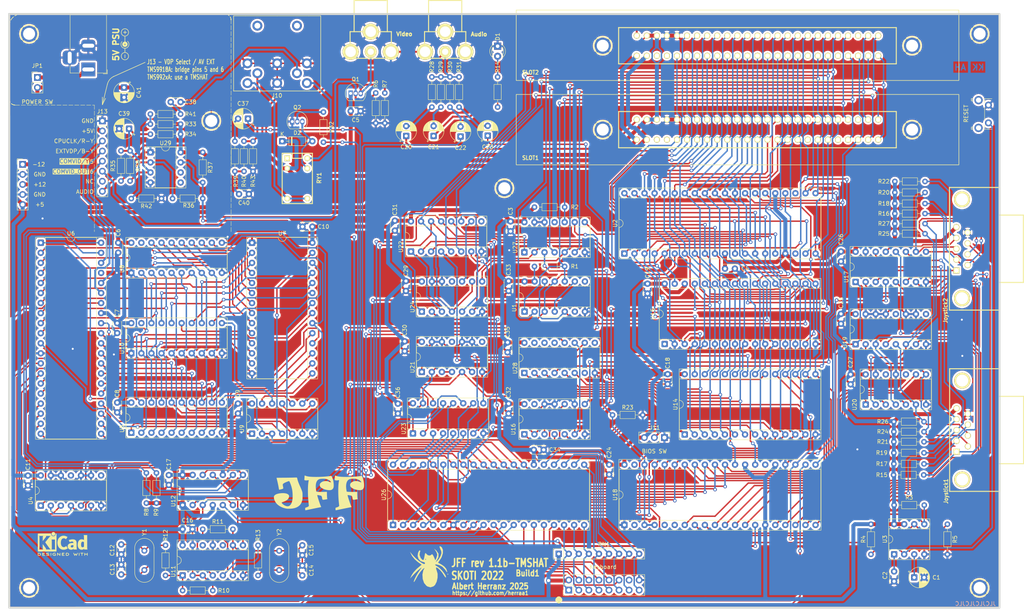
<source format=kicad_pcb>
(kicad_pcb (version 20241229) (generator "pcbnew") (generator_version "9.0")
  (title_block (title "JFF") (date "2025-07-16") (rev "1.1b-TMSHAT") (company "Skoti / herraa1") (comment 1 "Just for Fun MSX"))
  (layers (0 "F.Cu" signal) (2 "B.Cu" signal) (13 "F.Paste" user) (15 "B.Paste" user) (5 "F.SilkS" user "F.Silkscreen") (7 "B.SilkS" user "B.Silkscreen") (1 "F.Mask" user) (3 "B.Mask" user) (25 "Edge.Cuts" user))
  (net 0 "")
  (net 1 "Net-(U3-CT)")
  (net 2 "Net-(U3-REF)")
  (net 3 "+5V")
  (net 4 "Net-(C12-Pad1)")
  (net 5 "Net-(C13-Pad1)")
  (net 6 "Net-(C14-Pad1)")
  (net 7 "Net-(C15-Pad1)")
  (net 8 "SOUNDIN1")
  (net 9 "Net-(C20-Pad2)")
  (net 10 "SOUNDIN2")
  (net 11 "Net-(C21-Pad2)")
  (net 12 "BEEP")
  (net 13 "Net-(C22-Pad2)")
  (net 14 "Net-(C23-Pad2)")
  (net 15 "CAS_OUT")
  (net 16 "Net-(C37-Pad2)")
  (net 17 "Net-(C38-Pad1)")
  (net 18 "Net-(C38-Pad2)")
  (net 19 "Net-(C39-Pad1)")
  (net 20 "Net-(C40-Pad2)")
  (net 21 "Net-(U18-A)")
  (net 22 "Net-(D1-A)")
  (net 23 "CS1")
  (net 24 "CS2")
  (net 25 "CS12")
  (net 26 "SLTSL1")
  (net 27 "Net-(D2-A)")
  (net 28 "~{RFSH}")
  (net 29 "~{EX_WAIT}")
  (net 30 "~{INT}")
  (net 31 "~{M1}")
  (net 33 "~{IORQ}")
  (net 34 "~{MREQ}")
  (net 35 "~{WR}")
  (net 36 "~{RD}")
  (net 37 "~{RESET}")
  (net 39 "A9")
  (net 40 "A15")
  (net 41 "A11")
  (net 42 "A10")
  (net 43 "A7")
  (net 44 "A6")
  (net 45 "A12")
  (net 46 "A8")
  (net 47 "A14")
  (net 48 "A13")
  (net 49 "A1")
  (net 50 "A0")
  (net 51 "A3")
  (net 52 "A2")
  (net 53 "A5")
  (net 54 "A4")
  (net 55 "D1")
  (net 56 "D0")
  (net 57 "D3")
  (net 58 "D2")
  (net 59 "D5")
  (net 60 "D4")
  (net 61 "D7")
  (net 62 "D6")
  (net 63 "CLK_CPU")
  (net 66 "+12V")
  (net 67 "-12V")
  (net 68 "SLTSL2")
  (net 75 "Net-(J3-In)")
  (net 76 "J1_UP")
  (net 77 "J1_DOWN")
  (net 78 "J1_LEFT")
  (net 79 "J1_RIGHT")
  (net 80 "IOB4")
  (net 81 "J2_UP")
  (net 82 "J2_DOWN")
  (net 83 "J2_LEFT")
  (net 84 "J2_RIGHT")
  (net 85 "IOB5")
  (net 86 "Net-(JP1-A)")
  (net 87 "PB0")
  (net 88 "PB1")
  (net 89 "PC0")
  (net 90 "PB2")
  (net 91 "PC1")
  (net 92 "PB3")
  (net 93 "PC2")
  (net 94 "PB4")
  (net 95 "PC3")
  (net 96 "PB5")
  (net 97 "PC6")
  (net 98 "PB6")
  (net 99 "AUDIO")
  (net 100 "PB7")
  (net 101 "Net-(J10-Pad4)")
  (net 102 "Net-(J10-Pad6)")
  (net 103 "Net-(J10-Pad7)")
  (net 104 "CPUCLK{slash}R-Y")
  (net 106 "Net-(J11-Pin_2)")
  (net 107 "RESET")
  (net 108 "CLK_VDP2")
  (net 109 "CLK_VDP1")
  (net 110 "Net-(R10-Pad1)")
  (net 111 "Net-(R11-Pad1)")
  (net 112 "Net-(Q2-B)")
  (net 113 "J1_TR1")
  (net 114 "J2_TR1")
  (net 115 "J1_TR2")
  (net 116 "J2_TR2")
  (net 117 "CAS_MOT")
  (net 118 "Net-(U3-~{RESIN})")
  (net 119 "Net-(U29--)")
  (net 120 "CAS_IN")
  (net 122 "Net-(U29-+)")
  (net 123 "~{WAIT}")
  (net 124 "Net-(U1A-~{S})")
  (net 128 "CS_VDP")
  (net 129 "CSW")
  (net 130 "CSR")
  (net 133 "TMS_RD")
  (net 134 "AD0")
  (net 135 "AD1")
  (net 136 "AD2")
  (net 137 "AD3")
  (net 138 "AD4")
  (net 139 "AD5")
  (net 140 "AD6")
  (net 141 "AD7")
  (net 142 "TMS_RW")
  (net 143 "VD7")
  (net 144 "VD6")
  (net 145 "VD5")
  (net 146 "VD4")
  (net 147 "VD3")
  (net 148 "VD2")
  (net 149 "VD1")
  (net 150 "VD0")
  (net 151 "~{RAS}")
  (net 152 "~{CAS}")
  (net 153 "~{TMS_WR}")
  (net 155 "COMVID_OUT")
  (net 156 "RAM_A12")
  (net 157 "RAM_A7")
  (net 158 "RAM_A6")
  (net 159 "RAM_A5")
  (net 160 "RAM_A4")
  (net 161 "RAM_A3")
  (net 162 "RAM_A2")
  (net 163 "RAM_A1")
  (net 164 "RAM_A0")
  (net 165 "RAM_A10")
  (net 166 "RAM_A11")
  (net 167 "RAM_A9")
  (net 168 "RAM_A8")
  (net 169 "RAM_A13")
  (net 170 "ROW")
  (net 172 "Net-(U9-Pad11)")
  (net 173 "Net-(U9-Pad10)")
  (net 174 "COL")
  (net 177 "Net-(U12B-C)")
  (net 178 "CLK_PSG")
  (net 179 "CSROM")
  (net 180 "SLTSL0")
  (net 181 "Net-(U12A-D)")
  (net 182 "SLTSL3")
  (net 184 "CS_PSG")
  (net 185 "Net-(U18-BC1)")
  (net 187 "IOB6")
  (net 188 "IOA0")
  (net 189 "IOA1")
  (net 190 "IOA2")
  (net 191 "IOA3")
  (net 192 "Net-(U18-BDIR)")
  (net 195 "IOB3")
  (net 196 "IOB2")
  (net 197 "IOB1")
  (net 198 "IOB0")
  (net 199 "IOA5")
  (net 200 "IOA4")
  (net 207 "CS_PPI")
  (net 209 "Net-(U21-Pad3)")
  (net 210 "Net-(U23-Ea)")
  (net 212 "Net-(U22B-O0)")
  (net 213 "Net-(U22A-A0)")
  (net 214 "Net-(U22B-O2)")
  (net 215 "Net-(U22A-E)")
  (net 216 "Net-(U22A-A1)")
  (net 217 "PA6")
  (net 218 "PA4")
  (net 219 "PA2")
  (net 220 "PA0")
  (net 221 "PA1")
  (net 222 "PA3")
  (net 223 "PA5")
  (net 224 "PA7")
  (net 225 "Net-(U22B-O1)")
  (net 232 "GND")
  (net 235 "~{SLT_INT}")
  (net 240 "~{VDP_INT}")
  (net 241 "Net-(U16-Pad10)")
  (net 243 "EXTVDP{slash}B-Y")
  (net 244 "COMVID{slash}Y")
  (footprint "Resistor_THT:R_Axial_DIN0204_L3.6mm_D1.6mm_P7.62mm_Horizontal" (layer "F.Cu") (at 240.596 72.504)
    (property "Reference" "R25")
    (property "Value" "10K")
  )
  (footprint "Resistor_THT:R_Axial_DIN0204_L3.6mm_D1.6mm_P7.62mm_Horizontal" (layer "F.Cu") (at 130.556 40.513 90)
    (property "Reference" "R31")
    (property "Value" "2K2")
  )
  (footprint "JfF-Library:jff_logo_25x10" (layer "F.Cu") (at 95 138)
    (property "Reference" "G01" (hide yes))
    (property "Value" "LOGO" (hide yes))
  )
  (footprint "Capacitor_THT:C_Disc_D3.0mm_W2.0mm_P2.50mm" (layer "F.Cu") (at 115.12 115.45 -90)
    (property "Reference" "C36")
    (property "Value" "100nF")
  )
  (footprint "Resistor_THT:R_Axial_DIN0204_L3.6mm_D1.6mm_P7.62mm_Horizontal" (layer "F.Cu") (at 240.596 59.296)
    (property "Reference" "R22")
    (property "Value" "10K")
  )
  (footprint "Package_DIP:DIP-14_W7.62mm_Socket" (layer "F.Cu") (at 78.285 123.04 90)
    (property "Reference" "U9")
    (property "Value" "74LS04")
  )
  (footprint "Package_DIP:DIP-20_W7.62mm_Socket" (layer "F.Cu") (at 47.815 122.786 90)
    (property "Reference" "U5")
    (property "Value" "74LS574")
  )
  (footprint "Resistor_THT:R_Axial_DIN0204_L3.6mm_D1.6mm_P7.62mm_Horizontal" (layer "F.Cu") (at 60.256 42.278 180)
    (property "Reference" "R41")
    (property "Value" "10K")
  )
  (footprint "Capacitor_THT:C_Disc_D3.0mm_W2.0mm_P2.50mm" (layer "F.Cu") (at 44.508 74.79 -90)
    (property "Reference" "C6")
    (property "Value" "100nF")
  )
  (footprint "Resistor_THT:R_Axial_DIN0204_L3.6mm_D1.6mm_P7.62mm_Horizontal" (layer "F.Cu") (at 52.636 47.358)
    (property "Reference" "R34")
    (property "Value" "2K7")
  )
  (footprint "Resistor_THT:R_Axial_DIN0204_L3.6mm_D1.6mm_P7.62mm_Horizontal" (layer "F.Cu") (at 60.764 162.674)
    (property "Reference" "R10")
    (property "Value" "1M")
  )
  (footprint "Package_DIP:DIP-16_W7.62mm_Socket" (layer "F.Cu") (at 230.68 84.686 90)
    (property "Reference" "U17")
    (property "Value" "74LS157")
  )
  (footprint "Capacitor_THT:CP_Radial_D5.0mm_P2.50mm" (layer "F.Cu") (at 245.486888 159.372)
    (property "Reference" "C1")
    (property "Value" "10uF")
  )
  (footprint "JfF-Library:Hole_3mm" (layer "F.Cu") (at 142 61)
    (property "Reference" "MH09" (hide yes))
    (property "Value" "VAL*" (hide yes))
  )
  (footprint "JfF-Library:Hole_3mm" (layer "F.Cu") (at 22 22)
    (property "Reference" "MH06" (hide yes))
    (property "Value" "VAL*" (hide yes))
  )
  (footprint "Capacitor_THT:C_Disc_D3.0mm_W2.0mm_P2.50mm" (layer "F.Cu") (at 168.46 130.858 -90)
    (property "Reference" "C24")
    (property "Value" "100nF")
  )
  (footprint "Package_DIP:DIP-14_W7.62mm_Socket" (layer "F.Cu") (at 60.759 158.854 90)
    (property "Reference" "U11")
    (property "Value" "74HCT04")
  )
  (footprint "Capacitor_THT:C_Disc_D3.0mm_W2.0mm_P2.50mm" (layer "F.Cu") (at 149.43 127.114)
    (property "Reference" "C34")
    (property "Value" "100nF")
  )
  (footprint "JfF-Library:Conn_Dsub_DE9M" (layer "F.Cu") (at 257.5505 76.314 -90)
    (property "Reference" "J7" (hide yes))
    (property "Value" "Joystick2")
  )
  (footprint "Capacitor_THT:C_Disc_D3.0mm_W2.0mm_P2.50mm" (layer "F.Cu") (at 44.254 115.176 -90)
    (property "Reference" "C8")
    (property "Value" "100nF")
  )
  (footprint "Resistor_THT:R_Axial_DIN0204_L3.6mm_D1.6mm_P7.62mm_Horizontal" (layer "F.Cu") (at 240.596 64.884)
    (property "Reference" "R18")
    (property "Value" "10K")
  )
  (footprint "Capacitor_THT:C_Disc_D3.0mm_W2.0mm_P2.50mm" (layer "F.Cu") (at 116.84 99.702 -90)
    (property "Reference" "C30")
    (property "Value" "100nF")
  )
  (footprint "Package_DIP:DIP-16_W7.62mm_Socket" (layer "F.Cu") (at 118.422 77 90)
    (property "Reference" "U22")
    (property "Value" "74LS139")
  )
  (footprint "Capacitor_THT:CP_Radial_D5.0mm_P2.50mm" (layer "F.Cu") (at 47.244 45.974 180)
    (property "Reference" "C39")
    (property "Value" "10uF")
  )
  (footprint "Resistor_THT:R_Axial_DIN0204_L3.6mm_D1.6mm_P7.62mm_Horizontal" (layer "F.Cu") (at 240.342 125.082)
    (property "Reference" "R21")
    (property "Value" "10K")
  )
  (footprint "Resistor_THT:R_Axial_DIN0204_L3.6mm_D1.6mm_P7.62mm_Horizontal" (layer "F.Cu") (at 240.406888 141.084)
    (property "Reference" "R3")
    (property "Value" "10K")
  )
  (footprint "Package_DIP:DIP-14_W7.62mm_Socket" (layer "F.Cu") (at 147.099 92.192 90)
    (property "Reference" "U1")
    (property "Value" "74LS74")
  )
  (footprint "Resistor_THT:R_Axial_DIN0204_L3.6mm_D1.6mm_P7.62mm_Horizontal" (layer "F.Cu") (at 56.446 151.244 -90)
    (property "Reference" "R12")
    (property "Value" "470R")
  )
  (footprint "Resistor_THT:R_Axial_DIN0204_L3.6mm_D1.6mm_P7.62mm_Horizontal" (layer "F.Cu") (at 76.258 56.756 90)
    (property "Reference" "R40")
    (property "Value" "4K7")
  )
  (footprint "Crystal:Crystal_HC49-U_Vertical" (layer "F.Cu") (at 85.148 157.504 90)
    (property "Reference" "Y2")
    (property "Value" "21.47727 MHz")
  )
  (footprint "Package_DIP:DIP-40_W15.24mm_Socket" (layer "F.Cu") (at 172.313 77.523 90)
    (property "Reference" "U2")
    (property "Value" "Z80CPU")
  )
  (footprint "Package_DIP:DIP-14_W7.62mm_Socket" (layer "F.Cu") (at 233.225 115.674 90)
    (property "Reference" "U20")
    (property "Value" "74LS07")
  )
  (footprint "Symbol:Symbol_Barrel_Polarity" (layer "F.Cu") (at 46.1264 24.638 90)
    (property "Reference" "REF**" (hide yes))
    (property "Value" "Symbol_Barrel_Polarity")
  )
  (footprint "Package_DIP:DIP-40_W15.24mm_Socket" (layer "F.Cu") (at 24.95 74.79)
    (property "Reference" "U6")
    (property "Value" "TMS9918")
  )
  (footprint "Capacitor_THT:C_Disc_D3.0mm_W2.0mm_P2.50mm" (layer "F.Cu") (at 178.15 85.138 -90)
    (property "Reference" "C19")
    (property "Value" "100nF")
  )
  (footprint "LED_THT:LED_D3.0mm" (layer "F.Cu") (at 140.3 25.125 -90)
    (property "Reference" "D1")
    (property "Value" "PWR_LED")
  )
  (footprint "JfF-Library:Conn_RCA_Right" (layer "F.Cu") (at 127.058 21.45 -90)
    (property "Reference" "J8" (hide yes))
    (property "Value" "Audio" (hide yes))
  )
  (footprint "Button_Switch_THT:SW_Tactile_SPST_Angled_PTS645Vx83-2LFS" (layer "F.Cu") (at 264.218 40.003 -90)
    (property "Reference" "SW1" (hide yes))
    (property "Value" "RESET SW")
  )
  (footprint "Package_DIP:DIP-14_W7.62mm_Socket" (layer "F.Cu") (at 24.945 141.214 90)
    (property "Reference" "U4")
    (property "Value" "74LS32")
  )
  (footprint "Package_DIP:DIP-16_W7.62mm_Socket" (layer "F.Cu") (at 147.056 107.686 90)
    (property "Reference" "U28")
    (property "Value" "74LS138")
  )
  (footprint "Connector_PinHeader_2.54mm:PinHeader_1x08_P2.54mm_Vertical" (layer "F.Cu") (at 40.5 44)
    (property "Reference" "J13")
    (property "Value" "AV EXT")
  )
  (footprint "JfF-Library:Hole_3mm" (layer "F.Cu") (at 244.949 46.209)
    (property "Reference" "MH04" (hide yes))
    (property "Value" "VAL*" (hide yes))
  )
  (footprint "Capacitor_THT:C_Disc_D3.0mm_W2.0mm_P2.50mm" (layer "F.Cu") (at 227 92.758 -90)
    (property "Reference" "C25")
    (property "Value" "100nF")
  )
  (footprint "JfF-Library:Hole_3mm" (layer "F.Cu") (at 166.844 46.209)
    (property "Reference" "MH03" (hide yes))
    (property "Value" "VAL*" (hide yes))
  )
  (footprint "Capacitor_THT:C_Disc_D3.0mm_W2.0mm_P2.50mm" (layer "F.Cu") (at 197.708 81.328)
    (property "Reference" "C4")
    (property "Value" "100nF")
  )
  (footprint "Package_DIP:DIP-14_W7.62mm_Socket" (layer "F.Cu") (at 60.759 141.074 90)
    (property "Reference" "U12")
    (property "Value" "74HC74")
  )
  (footprint "Resistor_THT:R_Axial_DIN0204_L3.6mm_D1.6mm_P7.62mm_Horizontal" (layer "F.Cu") (at 65.844 51.93 -90)
    (property "Reference" "R37")
    (property "Value" "1K")
  )
  (footprint "Resistor_THT:R_Axial_DIN0204_L3.6mm_D1.6mm_P7.62mm_Horizontal" (layer "F.Cu") (at 240.596 67.424)
    (property "Reference" "R16")
    (property "Value" "10K")
  )
  (footprint "Capacitor_THT:C_Disc_D3.0mm_W2.0mm_P2.50mm" (layer "F.Cu") (at 143.06 115.45 -90)
    (property "Reference" "C32")
    (property "Value" "100nF")
  )
  (footprint "Resistor_THT:R_Axial_DIN0204_L3.6mm_D1.6mm_P7.62mm_Horizontal" (layer "F.Cu") (at 78.544 56.756 90)
    (property "Reference" "R43")
    (property "Value" "100R")
  )
  (footprint "Package_DIP:DIP-16_W7.62mm_Socket" (layer "F.Cu") (at 118.92 122.974 90)
    (property "Reference" "U23")
    (property "Value" "74LS153")
  )
  (footprint "Capacitor_THT:CP_Radial_D5.0mm_P2.50mm" (layer "F.Cu") (at 124.137 47.801113 90)
    (property "Reference" "C21")
    (property "Value" "10uF")
  )
  (footprint "Resistor_THT:R_Axial_DIN0204_L3.6mm_D1.6mm_P7.62mm_Horizontal" (layer "F.Cu") (at 240.342 120.002)
    (property "Reference" "R26")
    (property "Value" "10K")
  )
  (footprint "Resistor_THT:R_Axial_DIN0204_L3.6mm_D1.6mm_P7.62mm_Horizontal" (layer "F.Cu") (at 45.212 51.562 -90)
    (property "Reference" "R35")
    (property "Value" "4K7")
  )
  (footprint "JfF-Library:Hole_3mm" (layer "F.Cu") (at 262 22)
    (property "Reference" "MH05" (hide yes))
    (property "Value" "VAL*" (hide yes))
  )
  (footprint "Capacitor_THT:C_Disc_D3.0mm_W2.0mm_P2.50mm" (layer "F.Cu") (at 45.27 158.61 90)
    (property "Reference" "C13")
    (property "Value" "27pF")
  )
  (footprint "Capacitor_THT:C_Disc_D3.0mm_W2.0mm_P2.50mm" (layer "F.Cu") (at 90.99 158.864 90)
    (property "Reference" "C14")
    (property "Value" "27pF")
  )
  (footprint "Capacitor_THT:C_Disc_D3.0mm_W2.0mm_P2.50mm" (layer "F.Cu") (at 227 77.01 -90)
    (property "Reference" "C26")
    (property "Value" "100nF")
  )
  (footprint "Resistor_THT:R_Axial_DIN0204_L3.6mm_D1.6mm_P7.62mm_Horizontal" (layer "F.Cu") (at 253.868888 145.91 -90)
    (property "Reference" "R5")
    (property "Value" "10K")
  )
  (footprint "Resistor_THT:R_Axial_DIN0204_L3.6mm_D1.6mm_P7.62mm_Horizontal" (layer "F.Cu") (at 96.324 49.39 90)
    (property "Reference" "R32")
    (property "Value" "1K")
  )
  (footprint "Package_DIP:DIP-14_W7.62mm_Socket" (layer "F.Cu") (at 121.158 92.192 90)
    (property "Reference" "U24")
    (property "Value" "74LS32")
  )
  (footprint "Package_DIP:DIP-8_W7.62mm_Socket" (layer "F.Cu") (at 52.646 51.94)
    (property "Reference" "U29")
    (property "Value" "LM311")
  )
  (footprint "Connector_PinHeader_2.54mm:PinHeader_1x05_P2.54mm_Vertical" (layer "F.Cu") (at 20.378 54.978)
    (property "Reference" "J5" (hide yes))
    (property "Value" "DD1718PA 12V")
  )
  (footprint "JfF-Library:spider_logo_small_neg" (layer "F.Cu") (at 123.317 156.7942)
    (property "Reference" "G02" (hide yes))
    (property "Value" "LOGO" (hide yes))
  )
  (footprint "Resistor_THT:R_Axial_DIN0204_L3.6mm_D1.6mm_P7.62mm_Horizontal" (layer "F.Cu") (at 54.16 132.956 -90)
    (property "Reference" "R9")
    (property "Value" "470R")
  )
  (footprint "Capacitor_THT:C_Disc_D3.0mm_W2.0mm_P2.50mm" (layer "F.Cu") (at 90.99 151.244 -90)
    (property "Reference" "C15")
    (property "Value" "27pF")
  )
  (footprint "Package_DIP:DIP-28_W15.24mm_Socket" (layer "F.Cu") (at 187.533 123.243 90)
    (property "Reference" "U14")
    (property "Value" "27C256")
  )
  (footprint "Resistor_THT:R_Axial_DIN0204_L3.6mm_D1.6mm_P7.62mm_Horizontal" (layer "F.Cu") (at 240.342 130.67)
    (property "Reference" "R17")
    (property "Value" "10K")
  )
  (footprint "Resistor_THT:R_Axial_DIN0204_L3.6mm_D1.6mm_P7.62mm_Horizontal" (layer "F.Cu") (at 123.698 40.513 90)
    (property "Reference" "R28")
    (property "Value" "4K7")
  )
  (footprint "Capacitor_THT:C_Disc_D3.0mm_W2.0mm_P2.50mm" (layer "F.Cu") (at 44.254 95.11 -90)
    (property "Reference" "C7")
    (property "Value" "100nF")
  )
  (footprint "Capacitor_THT:C_Disc_D3.0mm_W2.0mm_P2.50mm" (layer "F.Cu") (at 105.702 41.516 180)
    (property "Reference" "C5")
    (property "Value" "100nF")
  )
  (footprint "Capacitor_THT:CP_Radial_D5.0mm_P2.50mm" (layer "F.Cu") (at 130.937 47.941113 90)
    (property "Reference" "C22")
    (property "Value" "10uF")
  )
  (footprint "Capacitor_THT:CP_Radial_D5.0mm_P2.50mm" (layer "F.Cu") (at 137.795 47.736226 90)
    (property "Reference" "C23")
    (property "Value" "10uF")
  )
  (footprint "Connector_PinHeader_2.54mm:PinHeader_2x08_P2.54mm_Vertical" (layer "F.Cu") (at 158.257 162.565 90)
    (property "Reference" "J9" (hide yes))
    (property "Value" "KEYBOARD")
  )
  (footprint "Connector_PinHeader_2.54mm:PinHeader_1x02_P2.54mm_Vertical" (layer "F.Cu") (at 24.1 33.025)
    (property "Reference" "JP1")
    (property "Value" "PWR_SW")
  )
  (footprint "Diode_THT:D_DO-35_SOD27_P7.62mm_Horizontal" (layer "F.Cu") (at 85.91 49.136)
    (property "Reference" "D2")
    (property "Value" "1N4148")
  )
  (footprint "JfF-Library:Hole_3mm" (layer "F.Cu") (at 166.844 25)
    (property "Reference" "MH02" (hide yes))
    (property "Value" "VAL*" (hide yes))
  )
  (footprint "Package_DIP:DIP-16_W7.62mm_Socket" (layer "F.Cu") (at 230.68 100.434 90)
    (property "Reference" "U19")
    (property "Value" "74LS157")
  )
  (footprint "Capacitor_THT:C_Disc_D3.0mm_W2.0mm_P2.50mm" (layer "F.Cu") (at 183.23 107.998 -90)
    (property "Reference" "C18")
    (property "Value" "100nF")
  )
  (footprint "Capacitor_THT:C_Disc_D3.0mm_W2.0mm_P2.50mm" (layer "F.Cu") (at 114.358 69.222 -90)
    (property "Reference" "C31")
    (property "Value" "100nF")
  )
  (footprint "Capacitor_THT:C_Disc_D3.0mm_W2.0mm_P2.50mm" (layer "F.Cu") (at 21.717 133.624 -90)
    (property "Reference" "C11")
    (property "Value" "100nF")
  )
  (footprint "Package_DIP:DIP-14_W7.62mm_Socket" (layer "F.Cu") (at 147.061 77.206 90)
    (property "Reference" "U27")
    (property "Value" "74LS08")
  )
  (footprint "Resistor_THT:R_Axial_DIN0204_L3.6mm_D1.6mm_P7.62mm_Horizontal" (layer "F.Cu") (at 58.224 63.614)
    (property "Reference" "R36")
    (property "Value" "220K")
  )
  (footprint "Package_DIP:DIP-32_W15.24mm_Socket" (layer "F.Cu") (at 182.468 100.383 90)
    (property "Reference" "U15")
    (property "Value" "628128")
  )
  (footprint "Package_TO_SOT_THT:TO-92_Inline" (layer "F.Cu") (at 103.182 37.05)
    (property "Reference" "Q1")
    (property "Value" "BC548")
  )
  (footprint "JfF-Library:Relay_SPDT" (layer "F.Cu") (at 89.72 58.534 -90)
    (property "Reference" "RY1")
    (property "Value" "G5V-1-DC5" (hide yes))
  )
  (footprint "Resistor_THT:R_Axial_DIN0204_L3.6mm_D1.6mm_P7.62mm_Horizontal" (layer "F.Cu") (at 240.264 133.46)
    (property "Reference" "R15")
    (property "Value" "10K")
  )
  (footprint "Capacitor_THT:C_Disc_D3.0mm_W2.0mm_P2.50mm" (layer "F.Cu") (at 57.277 133.497 -90)
    (property "Reference" "C17")
    (property "Value" "100nF")
  )
  (footprint "JfF-Library:Hole_3mm" (layer "F.Cu") (at 22 162)
    (property "Reference" "MH07" (hide yes))
    (property "Value" "VAL*" (hide yes))
  )
  (footprint "Resistor_THT:R_Axial_DIN0204_L3.6mm_D1.6mm_P7.62mm_Horizontal" (layer "F.Cu") (at 73.972 49.136 -90)
    (property "Reference" "R39")
    (property "Value" "4K7")
  )
  (footprint "JfF-Library:Hole_3mm" (layer "F.Cu") (at 244.949 25)
    (property "Reference" "MH01" (hide yes))
    (property "Value" "VAL*" (hide yes))
  )
  (footprint "Resistor_THT:R_Axial_DIN0204_L3.6mm_D1.6mm_P7.62mm_Horizontal" (layer "F.Cu") (at 149.606 80.772)
    (property "Reference" "R1")
    (property "Value" "10K")
  )
  (footprint "Capacitor_THT:C_Disc_D3.0mm_W2.0mm_P2.50mm" (layer "F.Cu") (at 74.734 115.43 -90)
    (property "Reference" "C9")
    (property "Value" "100nF")
  )
  (footprint "Crystal:Crystal_HC49-U_Vertical" (layer "F.Cu") (at 51.112 152.604 -90)
    (property "Reference" "Y1")
    (property "Value" "3.579545 MHz")
  )
  (footprint "JfF-Library:Hole_3mm" (layer "F.Cu") (at 262 162)
    (property "Reference" "MH08" (hide yes))
    (property "Value" "VAL*" (hide yes))
  )
  (footprint "Resistor_THT:R_Axial_DIN0204_L3.6mm_D1.6mm_P7.62mm_Horizontal" (layer "F.Cu") (at 79.814 158.864 90)
    (property "Reference" "R13")
    (property "Value" "470R")
  )
  (footprint "Resistor_THT:R_Axial_DIN0204_L3.6mm_D1.6mm_P7.62mm_Horizontal" (layer "F.Cu") (at 169.3164 118.3132)
    (property "Reference" "R23")
    (property "Value" "470R")
  )
  (footprint "JfF-Library:Conn_Dsub_DE9M" (layer "F.Cu") (at 257.6045 122.118 -90)
    (property "Reference" "J6" (hide yes))
    (property "Value" "Joystick1")
  )
  (footprint "Capacitor_THT:C_Disc_D3.0mm_W2.0mm_P2.50mm" (layer "F.Cu") (at 60.764 147.18)
    (property "Reference" "C16")
    (property "Value" "100nF")
  )
  (footprint "Resistor_THT:R_Axial_DIN0204_L3.6mm_D1.6mm_P7.62mm_Horizontal" (layer "F.Cu") (at 52.636 44.818)
    (property "Reference" "R33")
    (property "Value" "470K")
  )
  (footprint "Package_DIP:DIP-14_W7.62mm_Socket" (layer "F.Cu") (at 121.153 107.432 90)
    (property "Reference" "U21")
    (property "Value" "74LS00")
  )
  (footprint "Resistor_THT:R_Axial_DIN0204_L3.6mm_D1.6mm_P7.62mm_Horizontal" (layer "F.Cu") (at 240.596 62.09)
    (property "Reference" "R20")
    (property "Value" "10K")
  )
  (footprint "Capacitor_THT:C_Disc_D3.0mm_W2.0mm_P2.50mm" (layer "F.Cu") (at 45.27 151.03 -90)
    (property "Reference" "C12")
    (property "Value" "27pF")
  )
  (footprint "Capacitor_THT:CP_Radial_D5.0mm_P2.50mm" (layer "F.Cu") (at 45.974 35.56 -90)
    (property "Reference" "C41")
    (property "Value" "220uF")
  )
  (footprint "Resistor_THT:R_Axial_DIN0204_L3.6mm_D1.6mm_P7.62mm_Horizontal" (layer "F.Cu") (at 47.498 59.182 90)
    (property "Reference" "R38")
    (property "Value" "10K")
  )
  (footprint "Capacitor_THT:C_Disc_D3.0mm_W2.0mm_P2.50mm" (layer "F.Cu") (at 117.152 84.462 -90)
    (property "Reference" "C29")
    (property "Value" "100nF")
  )
  (footprint "JfF-Library:Conn_Edge_50P" (layer "F.Cu") (at 205.9092 25 180)
    (property "Reference" "J2" (hide yes))
    (property "Value" "SLOT2")
  )
  (footprint "Capacitor_THT:C_Disc_D3.0mm_W2.0mm_P2.50mm" (layer "F.Cu") (at 60.256 39.23 180)
    (property "Reference" "C38")
    (property "Value" "22nF")
  )
  (footprint "Resistor_THT:R_Axial_DIN0204_L3.6mm_D1.6mm_P7.62mm_Horizontal" (layer "F.Cu") (at 51.62 132.956 -90)
    (property "Reference" "R8")
    (property "Value" "470R")
  )
  (footprint "Package_DIP:DIP-40_W15.24mm_Socket" (layer "F.Cu") (at 172.313 146.103 90)
    (property "Reference" "U18")
    (property "Value" "YM2149")
  )
  (footprint "JfF-Library:Conn_Edge_50P" (layer "F.Cu") (at 205.9092 46.209 180)
    (property "Reference" "J1" (hide yes))
    (property "Value" "SLOT1")
  )
  (footprint "Resistor_THT:R_Axial_DIN0204_L3.6mm_D1.6mm_P7.62mm_Horizontal" (layer "F.Cu") (at 55.43 63.614 180)
    (property "Reference" "R42")
    (property "Value" "2K7")
  )
  (footprint "JfF-Library:Conn_RCA_Right" (layer "F.Cu") (at 108.262 21.45 -90)
    (property "Reference" "J3" (hide yes))
    (property "Value" "Video" (hide yes))
  )
  (footprint "Connector_PinHeader_2.54mm:PinHeader_1x03_P2.54mm_Vertical" (layer "F.Cu") (at 182.4228 124.0282 -90)
    (property "Reference" "J11")
    (property "Value" "BIOS_SW")
  )
  (footprint "Capacitor_THT:C_Disc_D3.0mm_W2.0mm_P2.50mm" (layer "F.Cu") (at 77.508 62.484 180)
    (property "Reference" "C40")
    (property "Value" "22nF")
  )
  (footprint "Package_DIP:DIP-14_W7.62mm_Socket" (layer "F.Cu") (at 147.061 123.18 90)
    (property "Reference" "U16")
    (property "Value" "74LS02")
  )
  (footprint "Package_DIP:DIP-20_W7.62mm_Socket" (layer "F.Cu") (at 47.815 82.4 90)
    (property "Reference" "U8")
    (property "Value" "74LS574")
  )
  (footprint "Resistor_THT:R_Axial_DIN0204_L3.6mm_D1.6mm_P7.62mm_Horizontal" (layer "F.Cu") (at 240.342 127.876)
    (property "Reference" "R19")
    (property "Value" "10K")
  )
  (footprint "Package_DIP:DIP-40_W15.24mm_Socket" (layer "F.Cu") (at 113.893 146.103 90)
    (property "Reference" "U26")
    (property "Value" "82C55A")
  )
  (footprint "Resistor_THT:R_Axial_DIN0204_L3.6mm_D1.6mm_P7.62mm_Horizontal" (layer "F.Cu") (at 140.3 40.51 90)
    (property "Reference" "R14")
    (property "Value" "470R")
  )
  (footprint "JfF-Library:DIN8_eu" (layer "F.Cu") (at 84.64 17.4455 180)
    (property "Reference" "J10")
    (property "Value" "DIN-8")
  )
  (footprint "JfF-Library:Hole_3mm" (layer "F.Cu") (at 68 44)
    (property "Reference" "MH10" (hide yes))
    (property "Value" "VAL*" (hide yes))
  )
  (footprint "Capacitor_THT:C_Disc_D3.0mm_W2.0mm_P2.50mm" (layer "F.Cu") (at 143.568 69.39 -90)
    (property "Reference" "C3")
    (property "Value" "100nF")
  )
  (footprint "Capacitor_THT:C_Disc_D3.0mm_W2.0mm_P2.50mm" (layer "F.Cu") (at 229.42 108.064 -90)
    (property "Reference" "C27")
    (property "Value" "100nF")
  )
  (footprint "Resistor_THT:R_Axial_DIN0204_L3.6mm_D1.6mm_P7.62mm_Horizontal" (layer "F.Cu") (at 111.818 36.944 -90)
    (property "Reference" "R7")
    (property "Value" "75R")
  )
  (footprint "Resistor_THT:R_Axial_DIN0204_L3.6mm_D1.6mm_P7.62mm_Horizontal" (layer "F.Cu") (at 240.596 69.964)
    (property "Reference" "R27")
    (property "Value" "10K")
  )
  (footprint "Connector_BarrelJack:BarrelJack_Horizontal" (layer "F.Cu") (at 36.9575 31 -90)
    (property "Reference" "J4" (hide yes))
    (property "Value" "Barrel_Jack_Switch")
  )
  (footprint "Package_DIP:DIP-28_W15.24mm_Socket" (layer "F.Cu") (at 78.29 74.79)
    (property "Reference" "U7")
    (property "Value" "62256")
  )
  (footprint "Resistor_THT:R_Axial_DIN0204_L3.6mm_D1.6mm_P7.62mm_Horizontal" (layer "F.Cu") (at 234.564888 153.53 90)
    (property "Reference" "R4")
    (property "Value" "10K")
  )
  (footprint "Resistor_THT:R_Axial_DIN0204_L3.6mm_D1.6mm_P7.62mm_Horizontal" (layer "F.Cu") (at 149.606 65.786)
    (property "Reference" "R2")
    (property "Value" "10K")
  )
  (footprint "Package_DIP:DIP-20_W7.62mm_Socket" (layer "F.Cu") (at 47.815 102.72 90)
    (property "Reference" "U10")
    (property "Value" "74LS574")
  )
  (footprint "Resistor_THT:R_Axial_DIN0204_L3.6mm_D1.6mm_P7.62mm_Horizontal" (layer "F.Cu") (at 65.844 147.18)
    (property "Reference" "R11")
    (property "Value" "1M")
  )
  (footprint "Package_TO_SOT_THT:TO-92_Inline" (layer "F.Cu") (at 88.45 44.162)
    (property "Reference" "Q2")
    (property "Value" "BC558")
  )
  (footprint "Capacitor_THT:CP_Radial_D5.0mm_P2.50mm" (layer "F.Cu") (at 117.221 47.801113 90)
    (property "Reference" "C20")
    (property "Value" "10uF")
  )
  (footprint "Capacitor_THT:C_Disc_D3.0mm_W2.0mm_P2.50mm" (layer "F.Cu") (at 143.06 84.462 -90)
    (property "Reference" "C33")
    (property "Value" "100nF")
  )
  (footprint "Resistor_THT:R_Axial_DIN0204_L3.6mm_D1.6mm_P7.62mm_Horizontal" (layer "F.Cu") (at 240.342 122.542)
    (property "Reference" "R24")
    (property "Value" "10K")
  )
  (footprint "Resistor_THT:R_Array_SIP9" (layer "F.Cu") (at 155.725 153.4)
    (property "Reference" "RN1")
    (property "Value" "4.7K")
  )
  (footprint "Capacitor_THT:CP_Radial_D5.0mm_P2.50mm" (layer "F.Cu") (at 77.274 43.434 180)
    (property "Reference" "C37")
    (property "Value" "10uF")
  )
  (footprint "Capacitor_THT:C_Disc_D3.0mm_W2.0mm_P2.50mm" (layer "F.Cu") (at 93.53 70.726 180)
    (property "Reference" "C10")
    (property "Value" "100nF")
  )
  (footprint "Resistor_THT:R_Axial_DIN0204_L3.6mm_D1.6mm_P7.62mm_Horizontal" (layer "F.Cu") (at 125.984 40.513 90)
    (property "Reference" "R29")
    (property "Value" "4K7")
  )
  (footprint "Package_DIP:DIP-8_W7.62mm_Socket" (layer "F.Cu") (at 240.416888 153.52 90)
    (property "Reference" "U3")
    (property "Value" "TL7705A")
  )
  (footprint "Resistor_THT:R_Axial_DIN0204_L3.6mm_D1.6mm_P7.62mm_Horizontal" (layer "F.Cu") (at 128.27 40.513 90)
    (property "Reference" "R30")
    (property "Value" "20K")
  )
  (footprint "Resistor_THT:R_Axial_DIN0204_L3.6mm_D1.6mm_P7.62mm_Horizontal" (layer "F.Cu") (at 109.532 36.944 -90)
    (property "Reference" "R6")
    (property "Value" "470R")
  )
  (footprint "Symbol:KiCad-Logo2_5mm_SilkScreen" (layer "F.Cu") (at 30.48 150.876)
    (property "Reference" "REF**" (hide yes))
    (property "Value" "KiCad-Logo2_5mm_SilkScreen" (hide yes))
  )
  (footprint "Capacitor_THT:C_Disc_D3.0mm_W2.0mm_P2.50mm" (layer "F.Cu") (at 142.806 99.976 -90)
    (property "Reference" "C35")
    (property "Value" "100nF")
  )
  (footprint "Capacitor_THT:C_Disc_D3.0mm_W2.0mm_P2.50mm" (layer "F.Cu") (at 240.406888 157.848 -90)
    (property "Reference" "C2")
    (property "Value" "100nF")
  )
  (gr_line (start 18.5 40) (end 38.5 40) (stroke (width 0.1) (type dash)) (layer "F.SilkS"))
  (gr_arc (start 18.5 40) (mid 17.43934 39.56066) (end 17 38.5) (stroke (width 0.1) (type dash)) (layer "F.SilkS"))
  (gr_rect (start 145 16) (end 256.76 33.78) (stroke (width 0.15)) (fill no) (layer "F.SilkS"))
  (gr_arc (start 41.768625 34.74621) (mid 42.338147 33.590327) (end 43.340029 32.779985) (stroke (width 0.15)) (layer "F.SilkS"))
  (gr_line (start 73 72) (end 73 18.5) (stroke (width 0.1) (type dash)) (layer "F.SilkS"))
  (gr_line (start 41.3 38.3) (end 40.5 39.9) (stroke (width 0.15)) (layer "F.SilkS"))
  (gr_rect (start 145 37.319) (end 256.76 55.099) (stroke (width 0.15)) (fill no) (layer "F.SilkS"))
  (gr_line (start 40.5 39.9) (end 40.5 38) (stroke (width 0.15)) (layer "F.SilkS"))
  (gr_line (start 38.5 40) (end 38.5 72) (stroke (width 0.1) (type dash)) (layer "F.SilkS"))
  (gr_line (start 51.3 29.2) (end 43.340029 32.779985) (stroke (width 0.15)) (layer "F.SilkS"))
  (gr_arc (start 17 20) (mid 17.87868 17.87868) (end 20 17) (stroke (width 0.1) (type dash)) (layer "F.SilkS"))
  (gr_arc (start 71.5 17) (mid 72.56066 17.43934) (end 73 18.5) (stroke (width 0.1) (type dash)) (layer "F.SilkS"))
  (gr_line (start 41.768625 34.74621) (end 40.5 39.9) (stroke (width 0.15)) (layer "F.SilkS"))
  (gr_rect (start 17 17) (end 267 167) (stroke (width 0.5)) (fill no) (layer "Edge.Cuts"))
  (gr_text "KK" (at 261.62 30.48 0) (layer "B.Cu") (effects (font (size 1.5 1.5) (thickness 0.3)) (justify mirror)))
  (gr_text "AH" (at 257.1 30.48 0) (layer "B.Cu") (effects (font (size 1.5 1.5) (thickness 0.3)) (justify mirror)))
  (gr_text "5V PSU" (at 43.942 24.638 90) (layer "F.SilkS") (effects (font (size 1.5 1.5) (thickness 0.35))))
  (gr_text "https://github.com/herraa1" (at 128.7 163.9 0) (layer "F.SilkS") (effects (font (size 1 0.9) (thickness 0.2) (bold yes)) (justify left bottom)))
  (gr_text "J13 - VDP Select / AV EXT\nTMS9918A: bridge pins 5 and 6\nTMS992xA: use a TMSHAT" (at 51.7 31 0) (layer "F.SilkS") (effects (font (size 1.2 0.8) (thickness 0.175) (bold yes)) (justify left)))
  (gr_text "GND" (at 24.674664 62.598 0) (layer "F.SilkS") (effects (font (size 1 1))))
  (gr_text "COMVID/Y" (at 37.2 54.2 0) (layer "F.SilkS" knockout) (effects (font (size 1 1)) (justify right)))
  (gr_text "CPUCLK/R-Y" (at 38.4 49.1 0) (layer "F.SilkS") (effects (font (size 1 1)) (justify right)))
  (gr_text "Albert Herranz 2025" (at 128.6 161.6 0) (layer "F.SilkS") (effects (font (size 1.5 1.25) (thickness 0.3125) (bold yes)) (justify left)))
  (gr_text "NC" (at 38.4 59.3 0) (layer "F.SilkS") (effects (font (size 1 1)) (justify right)))
  (gr_text "COMVID_OUT" (at 37.2 56.8 0) (layer "F.SilkS" knockout) (effects (font (size 1 1)) (justify right)))
  (gr_text "-12" (at 24.442 54.978 0) (layer "F.SilkS") (effects (font (size 1 1))))
  (gr_text "Audio" (at 135.5852 22.098 0) (layer "F.SilkS") (effects (font (size 1 1) (thickness 0.25))))
  (gr_text "6" (at 38.4 56.8 0) (layer "F.SilkS") (effects (font (size 1 1)) (justify right)))
  (gr_text "+" (at 46.228 21.5392 0) (layer "F.SilkS") (effects (font (size 1 1))))
  (gr_text "BIOS SW" (at 179.8828 127.4826 0) (layer "F.SilkS") (effects (font (size 1 1))))
  (gr_text "RESET" (at 258.572 42.164 90) (layer "F.SilkS") (effects (font (size 1 1))))
  (gr_text "+5V" (at 38.4 46.55 0) (layer "F.SilkS") (effects (font (size 1 1)) (justify right)))
  (gr_text "JFF rev 1.1b-TMSHAT\nSKOTI 2022\n" (at 128.4 157.3 0) (layer "F.SilkS") (effects (font (size 2 1.5) (thickness 0.375) (bold yes)) (justify left)))
  (gr_text "Video" (at 116.7384 22.0472 0) (layer "F.SilkS") (effects (font (size 1 1) (thickness 0.25))))
  (gr_text "-" (at 46.1264 27.686 90) (layer "F.SilkS") (effects (font (size 1 1))))
  (gr_text "GND" (at 38.4 44 0) (layer "F.SilkS") (effects (font (size 1 1)) (justify right)))
  (gr_text "Build1" (at 144.7 158.3 0) (layer "F.SilkS") (effects (font (size 1.5 1.25) (thickness 0.3125) (bold yes)) (justify left)))
  (gr_text "Keyboard" (at 166.9 156.7 0) (layer "F.SilkS") (effects (font (size 1 1))))
  (gr_text "EXTVDP/B-Y" (at 38.4 51.65 0) (layer "F.SilkS") (effects (font (size 1 1)) (justify right)))
  (gr_text "+5" (at 24.696 65.138 0) (layer "F.SilkS") (effects (font (size 1 1))))
  (gr_text "5" (at 38.4 54.3 0) (layer "F.SilkS") (effects (font (size 1 1)) (justify right)))
  (gr_text "POWER SW" (at 24.1 39.2176 0) (layer "F.SilkS") (effects (font (size 1 1))))
  (gr_text "." (at 155.7528 163.0172 0) (layer "F.SilkS") (effects (font (size 5 5) (thickness 1.25))))
  (gr_text "+12" (at 24.696 60.058 0) (layer "F.SilkS") (effects (font (size 1 1))))
  (gr_text "AUDIO" (at 38.4 61.9 0) (layer "F.SilkS") (effects (font (size 1 1)) (justify right)))
  (gr_text "GND" (at 24.696 57.518 0) (layer "F.SilkS") (effects (font (size 1 1))))
  (gr_text "JLCJLCJLCJLC" (at 260.9596 166 0) (layer "B.SilkS") (effects (font (size 1 1) (thickness 0.16)) (justify mirror)))
  (segment (start 245.496888 153.52) (end 245.496888 159.362) (width 0.3556) (layer "B.Cu") (net 1))
  (segment (start 245.496888 159.362) (end 245.486888 159.372) (width 0.3556) (layer "B.Cu") (net 1))
  (segment (start 240.416888 157.838) (end 240.406888 157.848) (width 0.3556) (layer "B.Cu") (net 2))
  (segment (start 240.416888 153.52) (end 240.416888 157.838) (width 0.3556) (layer "B.Cu") (net 2))
  (segment (start 33.7566 71.628) (end 44.45 71.628) (width 1) (layer "F.Cu") (net 3))
  (segment (start 147.061 69.586) (end 147.061 68.331) (width 1) (layer "F.Cu") (net 3))
  (segment (start 147.099 84.572) (end 149.639 84.572) (width 1) (layer "F.Cu") (net 3))
  (segment (start 234.564888 145.91) (end 240.406888 145.91) (width 1) (layer "F.Cu") (net 3))
  (segment (start 172.313 126.8228) (end 175.1076 124.0282) (width 1) (layer "F.Cu") (net 3))
  (segment (start 34.0854 35.5854) (end 45.9486 35.5854) (width 1) (layer "F.Cu") (net 3))
  (segment (start 49.76 35.56) (end 59.018 44.818) (width 0.9906) (layer "F.Cu") (net 3))
  (segment (start 121.048 84.462) (end 121.158 84.572) (width 1) (layer "F.Cu") (net 3))
  (segment (start 146.989 84.462) (end 147.099 84.572) (width 1) (layer "F.Cu") (net 3))
  (segment (start 119.38 66.548) (end 140.726 66.548) (width 1) (layer "F.Cu") (net 3))
  (segment (start 146.966 99.976) (end 147.056 100.066) (width 1) (layer "F.Cu") (net 3))
  (segment (start 146.865 69.39) (end 147.061 69.586) (width 1) (layer "F.Cu") (net 3))
  (segment (start 20.378 65.138) (end 27.2666 65.138) (width 1) (layer "F.Cu") (net 3))
  (segment (start 240.406888 145.91) (end 240.416888 145.9) (width 1) (layer "F.Cu") (net 3))
  (segment (start 149.43 127.114) (end 151.348 129.032) (width 1) (layer "F.Cu") (net 3))
  (segment (start 45.974 35.56) (end 45.9994 35.5854) (width 1) (layer "F.Cu") (net 3))
  (segment (start 65.834 51.94) (end 65.844 51.93) (width 1) (layer "F.Cu") (net 3))
  (segment (start 240.416888 145.9) (end 242.956888 145.9) (width 1) (layer "F.Cu") (net 3))
  (segment (start 37.6 44.3) (end 39.84 46.54) (width 0.9906) (layer "F.Cu") (net 3))
  (segment (start 44.508 74.79) (end 44.508 71.686) (width 1) (layer "F.Cu") (net 3))
  (segment (start 240.342 120.002) (end 242.234 118.11) (width 1) (layer "F.Cu") (net 3))
  (segment (start 229.42 108.064) (end 233.215 108.064) (width 1) (layer "F.Cu") (net 3))
  (segment (start 90.792 74.79) (end 93.53 74.79) (width 1) (layer "F.Cu") (net 3))
  (segment (start 242.234 118.11) (end 254.7037 118.11) (width 1) (layer "F.Cu") (net 3))
  (segment (start 27.2666 65.138) (end 33.7566 71.628) (width 1) (layer "F.Cu") (net 3))
  (segment (start 39.84 46.54) (end 40.5 46.54) (width 0.9906) (layer "F.Cu") (net 3))
  (segment (start 177.9692 22.46) (end 170.7292 29.7) (width 0.3556) (layer "F.Cu") (net 3))
  (segment (start 121.043 99.702) (end 121.153 99.812) (width 1) (layer "F.Cu") (net 3))
  (segment (start 65.844 51.93) (end 66.914 53) (width 1) (layer "F.Cu") (net 3))
  (segment (start 230.624 77.01) (end 230.68 77.066) (width 1) (layer "F.Cu") (net 3))
  (segment (start 74.734 115.43) (end 78.275 115.43) (width 1) (layer "F.Cu") (net 3))
  (segment (start 47.805 74.79) (end 47.815 74.78) (width 1) (layer "F.Cu") (net 3))
  (segment (start 169.0602 52.578) (end 177.9692 43.669) (width 1) (layer "F.Cu") (net 3))
  (segment (start 197.708 79.66) (end 197.708 77.528) (width 1) (layer "F.Cu") (net 3))
  (segment (start 142.806 99.976) (end 146.966 99.976) (width 1) (layer "F.Cu") (net 3))
  (segment (start 18.034 62.794) (end 20.378 65.138) (width 1) (layer "F.Cu") (net 3))
  (segment (start 182.463 85.138) (end 182.468 85.143) (width 1) (layer "F.Cu") (net 3))
  (segment (start 215.6178 80.1878) (end 223.8222 80.1878) (width 1) (layer "F.Cu") (net 3))
  (segment (start 118.422 67.506) (end 119.38 66.548) (width 1) (layer "F.Cu") (net 3))
  (segment (start 118.824 115.45) (end 118.92 115.354) (width 1) (layer "F.Cu") (net 3))
  (segment (start 24.1 37.368) (end 18.034 43.434) (width 1) (layer "F.Cu") (net 3))
  (segment (start 186.021739 87.282261) (end 187.548 85.756) (width 1) (layer "F.Cu") (net 3))
  (segment (start 151.348 129.032) (end 166.634 129.032) (width 1) (layer "F.Cu") (net 3))
  (segment (start 240.596 74.364) (end 240.596 72.504) (width 1) (layer "F.Cu") (net 3))
  (segment (start 227 92.758) (end 230.624 92.758) (width 1) (layer "F.Cu") (net 3))
  (segment (start 230.68 76.152) (end 232.156 74.676) (width 1) (layer "F.Cu") (net 3))
  (segment (start 232.156 74.676) (end 240.284 74.676) (width 1) (layer "F.Cu") (net 3))
  (segment (start 44.45 71.628) (end 87.63 71.628) (width 1) (layer "F.Cu") (net 3))
  (segment (start 117.729 52.578) (end 169.0602 52.578) (width 1) (layer "F.Cu") (net 3))
  (segment (start 59.018 44.818) (end 60.256 44.818) (width 0.9906) (layer "F.Cu") (net 3))
  (segment (start 45.9486 35.5854) (end 45.974 35.56) (width 1) (layer "F.Cu") (net 3))
  (segment (start 230.68 77.066) (end 230.68 76.152) (width 1) (layer "F.Cu") (net 3))
  (segment (start 60.759 133.454) (end 63.299 133.454) (width 1) (layer "F.Cu") (net 3))
  (segment (start 24.1 35.565) (end 24.1 37.368) (width 1) (layer "F.Cu") (net 3))
  (segment (start 227 77.01) (end 230.624 77.01) (width 1) (layer "F.Cu") (net 3))
  (segment (start 45.974 35.56) (end 49.76 35.56) (width 0.9906) (layer "F.Cu") (net 3))
  (segment (start 115.12 115.45) (end 118.824 115.45) (width 1) (layer "F.Cu") (net 3))
  (segment (start 89.098 57.912) (end 95.25 57.912) (width 1) (layer "F.Cu") (net 3))
  (segment (start 60.759 141.074) (end 60.759 133.454) (width 1) (layer "F.Cu") (net 3))
  (segment (start 34.065 35.565) (end 37.6 39.1) (width 0.9906) (layer "F.Cu") (net 3))
  (segment (start 170.7292 29.7) (end 147.9 29.7) (width 0.3556) (layer "F.Cu") (net 3))
  (segment (start 114.358 69.222) (end 118.264 69.222) (width 1) (layer "F.Cu") (net 3))
  (segment (start 140.3 37.3) (end 140.3 40.51) (width 0.3556) (layer "F.Cu") (net 3))
  (segment (start 153.162 160.147) (end 158.135 160.147) (width 1) (layer "F.Cu") (net 3))
  (segment (start 44.508 74.79) (end 47.805 74.79) (width 1) (layer "F.Cu") (net 3))
  (segment (start 178.15 85.138) (end 182.463 85.138) (width 1) (layer "F.Cu") (net 3))
  (segment (start 87.18 55.994) (end 89.098 57.912) (width 1) (layer "F.Cu") (net 3))
  (segment (start 177.9692 22.46) (end 180.5092 22.46) (width 1) (layer "F.Cu") (net 3))
  (segment (start 158.135 160.147) (end 158.257 160.025) (width 1) (layer "F.Cu") (net 3))
  (segment (start 103.202 57.912) (end 103.202 41.516) (width 1) (layer "F.Cu") (net 3))
  (segment (start 254.7037 118.11) (end 256.1821 116.6316) (width 1) (layer "F.Cu") (net 3))
  (segment (start 54.16 140.576) (end 60.261 140.576) (width 1) (layer "F.Cu") (net 3))
  (segment (start 112.854 70.726) (end 114.358 69.222) (width 1) (layer "F.Cu") (net 3))
  (segment (start 147.061 68.331) (end 149.606 65.786) (width 1) (layer "F.Cu") (net 3))
  (segment (start 60.266 51.94) (end 65.834 51.94) (width 1) (layer "F.Cu") (net 3))
  (segment (start 85.811 55.994) (end 87.18 55.994) (width 1) (layer "F.Cu") (net 3))
  (segment (start 210.816 79.66) (end 212.953 77.523) (width 1) (layer "F.Cu") (net 3))
  (segment (start 147.9 29.7) (end 140.3 37.3) (width 0.3556) (layer "F.Cu") (net 3))
  (segment (start 168.46 130.858) (end 172.308 130.858) (width 1) (layer "F.Cu") (net 3))
  (segment (start 240.284 74.676) (end 240.596 74.364) (width 1) (layer "F.Cu") (net 3))
  (segment (start 172.308 130.858) (end 172.313 130.863) (width 1) (layer "F.Cu") (net 3))
  (segment (start 187.548 85.756) (end 187.548 85.143) (width 1) (layer "F.Cu") (net 3))
  (segment (start 143.06 115.45) (end 146.951 115.45) (width 1) (layer "F.Cu") (net 3))
  (segment (start 197.708 79.66) (end 210.816 79.66) (width 1) (layer "F.Cu") (net 3))
  (segment (start 143.06 84.462) (end 146.989 84.462) (width 1) (layer "F.Cu") (net 3))
  (segment (start 87.63 71.628) (end 90.792 74.79) (width 1) (layer "F.Cu") (net 3))
  (segment (start 175.1076 124.0282) (end 177.3428 124.0282) (width 1) (layer "F.Cu") (net 3))
  (segment (start 197.708 77.528) (end 197.713 77.523) (width 1) (layer "F.Cu") (net 3))
  (segment (start 93.53 70.726) (end 112.854 70.726) (width 1) (layer "F.Cu") (net 3))
  (segment (start 82.817 53) (end 85.811 55.994) (width 1) (layer "F.Cu") (net 3))
  (segment (start 95.25 57.912) (end 112.395 57.912) (width 1) (layer "F.Cu") (net 3))
  (segment (start 51.62 140.576) (end 54.16 140.576) (width 1) (layer "F.Cu") (net 3))
  (segment (start 187.528 107.998) (end 187.533 108.003) (width 1) (layer "F.Cu") (net 3))
  (segment (start 233.215 108.064) (end 233.225 108.054) (width 1) (layer "F.Cu") (net 3))
  (segment (start 256.1281 70.8276) (end 252.5917 74.364) (width 1) (layer "F.Cu") (net 3))
  (segment (start 143.568 69.39) (end 146.865 69.39) (width 1) (layer "F.Cu") (net 3))
  (segment (start 118.264 69.222) (end 118.422 69.38) (width 1) (layer "F.Cu") (net 3))
  (segment (start 118.422 69.38) (end 118.422 67.506) (width 1) (layer "F.Cu") (net 3))
  (segment (start 78.275 115.43) (end 78.285 115.42) (width 1) (layer "F.Cu") (net 3))
  (segment (start 223.8222 80.1878) (end 227 77.01) (width 1) (layer "F.Cu") (net 3))
  (segment (start 44.508 71.686) (end 44.45 71.628) (width 1) (layer "F.Cu") (net 3))
  (segment (start 182.468 86.075) (end 183.675261 87.282261) (width 1) (layer "F.Cu") (net 3))
  (segment (start 116.84 99.702) (end 121.043 99.702) (width 1) (layer "F.Cu") (net 3))
  (segment (start 34.065 35.565) (end 34.0854 35.5854) (width 1) (layer "F.Cu") (net 3))
  (segment (start 172.313 130.863) (end 172.313 126.8228) (width 1) (layer "F.Cu") (net 3))
  (segment (start 140.726 66.548) (end 143.568 69.39) (width 1) (layer "F.Cu") (net 3))
  (segment (start 182.468 85.143) (end 182.468 86.075) (width 1) (layer "F.Cu") (net 3))
  (segment (start 183.23 107.998) (end 187.528 107.998) (width 1) (layer "F.Cu") (net 3))
  (segment (start 18.034 43.434) (end 18.034 62.794) (width 1) (layer "F.Cu") (net 3))
  (segment (start 117.152 84.462) (end 121.048 84.462) (width 1) (layer "F.Cu") (net 3))
  (segment (start 95.25 57.912) (end 103.202 57.912) (width 1) (layer "F.Cu") (net 3))
  (segment (start 183.675261 87.282261) (end 186.021739 87.282261) (width 1) (layer "F.Cu") (net 3))
  (segment (start 252.5917 74.364) (end 240.596 74.364) (width 1) (layer "F.Cu") (net 3))
  (segment (start 146.951 115.45) (end 147.061 115.56) (width 1) (layer "F.Cu") (net 3))
  (segment (start 166.634 129.032) (end 168.46 130.858) (width 1) (layer "F.Cu") (net 3))
  (segment (start 24.1 35.565) (end 34.065 35.565) (width 1) (layer "F.Cu") (net 3))
  (segment (start 60.261 140.576) (end 60.759 141.074) (width 1) (layer "F.Cu") (net 3))
  (segment (start 66.914 53) (end 82.817 53) (width 1) (layer "F.Cu") (net 3))
  (segment (start 197.708 79.66) (end 197.708 81.328) (width 1) (layer "F.Cu") (net 3))
  (segment (start 212.953 77.523) (end 215.6178 80.1878) (width 1) (layer "F.Cu") (net 3))
  (segment (start 112.395 57.912) (end 117.729 52.578) (width 1) (layer "F.Cu") (net 3))
  (segment (start 37.6 39.1) (end 37.6 44.3) (width 0.9906) (layer "F.Cu") (net 3))
  (segment (start 230.624 92.758) (end 230.68 92.814) (width 1) (layer "F.Cu") (net 3))
  (via (at 153.162 160.147) (size 1.2) (drill 0.8) (layers "F.Cu" "B.Cu") (net 3))
  (segment (start 149.43 130.84) (end 149.453 130.863) (width 1) (layer "B.Cu") (net 3))
  (segment (start 44.254 95.11) (end 47.805 95.11) (width 1) (layer "B.Cu") (net 3))
  (segment (start 89.535 49.403) (end 89.535 55.753) (width 1) (layer "B.Cu") (net 3))
  (segment (start 227.711 116.84) (end 230.759 119.888) (width 1) (layer "B.Cu") (net 3))
  (segment (start 179.3748 121.9962) (end 179.3748 110.2614) (width 1) (layer "B.Cu") (net 3))
  (segment (start 60.266 51.94) (end 60.266 47.368) (width 1) (layer "B.Cu") (net 3))
  (segment (start 141.4628 86.0592) (end 141.4628 98.6328) (width 1) (layer "B.Cu") (net 3))
  (segment (start 18.034 141.478) (end 18.034 146.304) (width 1) (layer "B.Cu") (net 3))
  (segment (start 202.793 130.863) (end 202.793 131.927) (width 1) (layer "B.Cu") (net 3))
  (segment (start 73.152 117.012) (end 74.734 115.43) (width 1) (layer "B.Cu") (net 3))
  (segment (start 143.06 84.462) (end 141.4628 86.0592) (width 1) (layer "B.Cu") (net 3))
  (segment (start 112.268 95.13) (end 112.268 89.154) (width 1) (layer "B.Cu") (net 3))
  (segment (start 60.759 133.454) (end 60.759 131.773) (width 1) (layer "B.Cu") (net 3))
  (segment (start 181.669 28.4734) (end 180.5092 29.6332) (width 0.3556) (layer "B.Cu") (net 3))
  (segment (start 140.716 117.794) (end 140.716 123.952) (width 1) (layer "B.Cu") (net 3))
  (segment (start 60.266 47.368) (end 60.256 47.358) (width 1) (layer "B.Cu") (net 3))
  (segment (start 230.124 154.178) (end 230.124 146.304) (width 1) (layer "B.Cu") (net 3))
  (segment (start 153.162 158.538) (end 155.725 155.975) (width 1) (layer "B.Cu") (net 3))
  (segment (start 180.5092 43.669) (end 180.5092 29.6332) (width 1) (layer "B.Cu") (net 3))
  (segment (start 116.84 99.702) (end 112.268 104.274) (width 1) (layer "B.Cu") (net 3))
  (segment (start 240.416888 141.094) (end 240.406888 141.084) (width 1) (layer "B.Cu") (net 3))
  (segment (start 45.774 113.656) (end 44.254 115.176) (width 1) (layer "B.Cu") (net 3))
  (segment (start 41.714 92.57) (end 40.19 92.57) (width 1) (layer "B.Cu") (net 3))
  (segment (start 240.596 67.424) (end 240.596 64.884) (width 1) (layer "B.Cu") (net 3))
  (segment (start 181.658 107.998) (end 174.752 101.092) (width 1) (layer "B.Cu") (net 3))
  (segment (start 142.806 99.976) (end 140.918402 101.863598) (width 1) (layer "B.Cu") (net 3))
  (segment (start 149.606 80.772) (end 149.606 84.539) (width 0.3556) (layer "B.Cu") (net 3))
  (segment (start 143.568 69.39) (end 142.192 69.39) (width 1) (layer "B.Cu") (net 3))
  (segment (start 227.33 164.846) (end 230.124 162.052) (width 1) (layer "B.Cu") (net 3))
  (segment (start 207.772 134.112) (end 207.873 134.011) (width 1) (layer "B.Cu") (net 3))
  (segment (start 143.06 115.45) (end 140.716 117.794) (width 1) (layer "B.Cu") (net 3))
  (segment (start 210.312 130.964) (end 210.413 130.863) (width 1) (layer "B.Cu") (net 3))
  (segment (start 68.379 142.441) (end 68.379 141.074) (width 1) (layer "B.Cu") (net 3))
  (segment (start 210.413 130.863) (end 210.413 131.471) (width 1) (layer "B.Cu") (net 3))
  (segment (start 208.28 164.846) (end 227.33 164.846) (width 1) (layer "B.Cu") (net 3))
  (segment (start 227.799999 91.958001) (end 227 92.758) (width 1) (layer "B.Cu") (net 3))
  (segment (start 85.91 49.136) (end 89.268 49.136) (width 1) (layer "B.Cu") (net 3))
  (segment (start 116.96 84.462) (end 117.152 84.462) (width 1) (layer "B.Cu") (net 3))
  (segment (start 227.799999 82.459604) (end 227.799999 91.958001) (width 1) (layer "B.Cu") (net 3))
  (segment (start 230.518 145.91) (end 234.564888 145.91) (width 1) (layer "B.Cu") (net 3))
  (segment (start 180.5092 22.46) (end 180.5092 25.2308) (width 1) (layer "B.Cu") (net 3))
  (segment (start 230.124 146.304) (end 230.518 145.91) (width 1) (layer "B.Cu") (net 3))
  (segment (start 46.028 76.31) (end 46.028 93.336) (width 1) (layer "B.Cu") (net 3))
  (segment (start 47.805 115.176) (end 47.815 115.166) (width 1) (layer "B.Cu") (net 3))
  (segment (start 240.596 69.964) (end 240.596 67.424) (width 1) (layer "B.Cu") (net 3))
  (segment (start 140.918402 113.308402) (end 143.06 115.45) (width 1) (layer "B.Cu") (net 3))
  (segment (start 93.53 74.79) (end 93.53 70.726) (width 1) (layer "B.Cu") (net 3))
  (segment (start 44.254 115.176) (end 47.805 115.176) (width 1) (layer "B.Cu") (net 3))
  (segment (start 143.878 127.114) (end 149.43 127.114) (width 1) (layer "B.Cu") (net 3))
  (segment (start 174.752 101.092) (end 174.752 87.376) (width 1) (layer "B.Cu") (net 3))
  (segment (start 181.6382 107.998) (end 183.23 107.998) (width 1) (layer "B.Cu") (net 3))
  (segment (start 142.298 84.462) (end 143.06 84.462) (width 1) (layer "B.Cu") (net 3))
  (segment (start 60.764 147.18) (end 60.764 141.079) (width 1) (layer "B.Cu") (net 3))
  (segment (start 180.5092 25.2308) (end 181.669 26.3906) (width 0.3556) (layer "B.Cu") (net 3))
  (segment (start 21.717 133.624) (end 24.915 133.624) (width 1) (layer "B.Cu") (net 3))
  (segment (start 140.716 82.88) (end 142.298 84.462) (width 1) (layer "B.Cu") (net 3))
  (segment (start 207.873 146.103) (end 207.873 164.439) (width 1) (layer "B.Cu") (net 3))
  (segment (start 225.373402 94.384598) (end 225.373402 98.06911) (width 1) (layer "B.Cu") (net 3))
  (segment (start 225.373402 98.06911) (end 229.42 102.115708) (width 1) (layer "B.Cu") (net 3))
  (segment (start 89.268 49.136) (end 89.535 49.403) (width 1) (layer "B.Cu") (net 3))
  (segment (start 89.535 55.753) (end 89.294 55.994) (width 1) (layer "B.Cu") (net 3))
  (segment (start 240.342 125.082) (end 240.342 122.542) (width 1) (layer "B.Cu") (net 3))
  (segment (start 63.449 143.764) (end 67.056 143.764) (width 1) (layer "B.Cu") (net 3))
  (segment (start 141.4628 98.6328) (end 142.806 99.976) (width 1) (layer "B.Cu") (net 3))
  (segment (start 240.596 64.884) (end 240.596 62.09) (width 1) (layer "B.Cu") (net 3))
  (segment (start 140.716 123.952) (end 143.878 127.114) (width 1) (layer "B.Cu") (net 3))
  (segment (start 240.264 130.748) (end 240.342 130.67) (width 1) (layer "B.Cu") (net 3))
  (segment (start 240.406888 133.602888) (end 240.264 133.46) (width 1) (layer "B.Cu") (net 3))
  (segment (start 60.759 133.454) (end 57.32 133.454) (width 1) (layer "B.Cu") (net 3))
  (segment (start 179.3748 110.2614) (end 181.6382 107.998) (width 1) (layer "B.Cu") (net 3))
  (segment (start 240.406888 141.084) (end 240.406888 133.602888) (width 1) (layer "B.Cu") (net 3))
  (segment (start 18.034 146.05) (end 19.164 147.18) (width 1) (layer "B.Cu") (net 3))
  (segment (start 227.711 109.773) (end 227.711 116.84) (width 1) (layer "B.Cu") (net 3))
  (segment (start 18.034 133.594) (end 18.064 133.624) (width 1) (layer "B.Cu") (net 3))
  (segment (start 240.596 72.504) (end 240.596 69.964) (width 1) (layer "B.Cu") (net 3))
  (segment (start 112.649 70.931) (end 112.649 79.883) (width 1) (layer "B.Cu") (net 3))
  (segment (start 183.23 107.998) (end 181.658 107.998) (width 1) (layer "B.Cu") (net 3))
  (segment (start 229.42 108.064) (end 227.711 109.773) (width 1) (layer "B.Cu") (net 3))
  (segment (start 60.759 141.074) (end 63.449 143.764) (width 1) (layer "B.Cu") (net 3))
  (segment (start 179.324 26.416) (end 179.324 28.448) (width 0.3556) (layer "B.Cu") (net 3))
  (segment (start 240.342 130.67) (end 240.342 127.876) (width 1) (layer "B.Cu") (net 3))
  (segment (start 149.43 127.114) (end 149.43 130.84) (width 1) (layer "B.Cu") (net 3))
  (segment (start 230.124 162.052) (end 230.124 154.178) (width 1) (layer "B.Cu") (net 3))
  (segment (start 36.576 164.846) (end 153.162 164.846) (width 1) (layer "B.Cu") (net 3))
  (segment (start 179.324 28.448) (end 180.5092 29.6332) (width 0.3556) (layer "B.Cu") (net 3))
  (segment (start 103.182 37.05) (end 103.182 41.496) (width 1) (layer "B.Cu") (net 3))
  (segment (start 45.774 96.63) (end 45.774 113.656) (width 1) (layer "B.Cu") (net 3))
  (segment (start 18.034 141.478) (end 18.034 146.05) (width 1) (layer "B.Cu") (net 3))
  (segment (start 155.725 155.975) (end 155.725 153.4) (width 1) (layer "B.Cu") (net 3))
  (segment (start 227 77.01) (end 225.48 78.53) (width 1) (layer "B.Cu") (net 3))
  (segment (start 44.508 74.79) (end 46.028 76.31) (width 1) (layer "B.Cu") (net 3))
  (segment (start 60.759 131.773) (end 70.919 131.773) (width 1) (layer "B.Cu") (net 3))
  (segment (start 140.716 70.866) (end 140.716 82.88) (width 1) (layer "B.Cu") (net 3))
  (segment (start 204.978 134.112) (end 207.772 134.112) (width 1) (layer "B.Cu") (net 3))
  (segment (start 112.268 112.598) (end 115.12 115.45) (width 1) (layer "B.Cu") (net 3))
  (segment (start 176.99 85.138) (end 178.15 85.138) (width 1) (layer "B.Cu") (net 3))
  (segment (start 117.152 84.386) (end 117.152 84.462) (width 1) (layer "B.Cu") (net 3))
  (segment (start 60.759 151.234) (end 60.759 147.185) (width 1) (layer "B.Cu") (net 3))
  (segment (start 24.915 133.624) (end 24.945 133.594) (width 1) (layer "B.Cu") (net 3))
  (segment (start 202.793 131.927) (end 204.978 134.112) (width 1) (layer "B.Cu") (net 3))
  (segment (start 18.034 70.104) (end 18.034 129.54) (width 1) (layer "B.Cu") (net 3))
  (segment (start 70.919 133.454) (end 70.919 131.773) (width 1) (layer "B.Cu") (net 3))
  (segment (start 240.264 133.46) (end 240.264 130.748) (width 1) (layer "B.Cu") (net 3))
  (segment (start 60.764 141.079) (end 60.759 141.074) (width 1) (layer "B.Cu") (net 3))
  (segment (start 149.606 84.539) (end 149.639 84.572) (width 0.3556) (layer "B.Cu") (net 3))
  (segment (start 19.164 147.18) (end 60.764 147.18) (width 1) (layer "B.Cu") (net 3))
  (segment (start 140.918402 101.863598) (end 140.918402 113.308402) (width 1) (layer "B.Cu") (net 3))
  (segment (start 153.162 164.846) (end 153.162 161.798) (width 1) (layer "B.Cu") (net 3))
  (segment (start 240.416888 145.9) (end 240.416888 141.094) (width 1) (layer "B.Cu") (net 3))
  (segment (start 210.413 131.471) (end 207.873 134.011) (width 1) (layer "B.Cu") (net 3))
  (segment (start 180.5092 25.2308) (end 179.324 26.416) (width 0.3556) (layer "B.Cu") (net 3))
  (segment (start 240.342 127.876) (end 240.342 125.082) (width 1) (layer "B.Cu") (net 3))
  (segment (start 177.3428 124.0282) (end 179.3748 121.9962) (width 1) (layer "B.Cu") (net 3))
  (segment (start 227 92.758) (end 225.373402 94.384598) (width 1) (layer "B.Cu") (net 3))
  (segment (start 174.752 87.376) (end 176.99 85.138) (width 1) (layer "B.Cu") (net 3))
  (segment (start 112.649 79.883) (end 117.152 84.386) (width 1) (layer "B.Cu") (net 3))
  (segment (start 229.42 102.115708) (end 229.42 108.064) (width 1) (layer "B.Cu") (net 3))
  (segment (start 44.254 95.11) (end 41.714 92.57) (width 1) (layer "B.Cu") (net 3))
  (segment (start 142.192 69.39) (end 140.716 70.866) (width 1) (layer "B.Cu") (net 3))
  (segment (start 210.413 62.283) (end 210.413 66.396024) (width 1) (layer "B.Cu") (net 3))
  (segment (start 153.162 164.846) (end 192.786 164.846) (width 1) (layer "B.Cu") (net 3))
  (segment (start 47.805 95.11) (end 47.815 95.1) (width 1) (layer "B.Cu") (net 3))
  (segment (start 103.182 41.496) (end 103.202 41.516) (width 1) (layer "B.Cu") (net 3))
  (segment (start 153.162 160.147) (end 153.162 158.538) (width 1) (layer "B.Cu") (net 3))
  (segment (start 57.32 133.454) (end 57.277 133.497) (width 1) (layer "B.Cu") (net 3))
  (segment (start 225.48 80.139605) (end 227.799999 82.459604) (width 1) (layer "B.Cu") (net 3))
  (segment (start 60.759 147.185) (end 60.764 147.18) (width 1) (layer "B.Cu") (net 3))
  (segment (start 230.759 119.888) (end 240.228 119.888) (width 1) (layer "B.Cu") (net 3))
  (segment (start 240.596 62.09) (end 240.596 59.296) (width 1) (layer "B.Cu") (net 3))
  (segment (start 44.254 95.11) (end 45.774 96.63) (width 1) (layer "B.Cu") (net 3))
  (segment (start 46.028 93.336) (end 44.254 95.11) (width 1) (layer "B.Cu") (net 3))
  (segment (start 177.9692 43.669) (end 180.5092 43.669) (width 1) (layer "B.Cu") (net 3))
  (segment (start 70.919 131.773) (end 73.152 129.54) (width 1) (layer "B.Cu") (net 3))
  (segment (start 116.84 99.702) (end 112.268 95.13) (width 1) (layer "B.Cu") (net 3))
  (segment (start 207.873 164.439) (end 208.28 164.846) (width 1) (layer "B.Cu") (net 3))
  (segment (start 240.228 119.888) (end 240.342 120.002) (width 1) (layer "B.Cu") (net 3))
  (segment (start 20.378 65.138) (end 20.378 67.76) (width 1) (layer "B.Cu") (net 3))
  (segment (start 112.268 104.274) (end 112.268 112.598) (width 1) (layer "B.Cu") (net 3))
  (segment (start 207.873 134.011) (end 207.873 146.103) (width 1) (layer "B.Cu") (net 3))
  (segment (start 114.358 69.222) (end 112.649 70.931) (width 1) (layer "B.Cu") (net 3))
  (segment (start 73.152 129.54) (end 73.152 117.012) (width 1) (layer "B.Cu") (net 3))
  (segment (start 60.256 47.358) (end 60.256 44.818) (width 1) (layer "B.Cu") (net 3))
  (segment (start 20.378 67.76) (end 18.034 70.104) (width 1) (layer "B.Cu") (net 3))
  (segment (start 18.034 129.54) (end 18.034 133.594) (width 1) (layer "B.Cu") (net 3))
  (segment (start 181.669 26.3906) (end 181.669 28.4734) (width 0.3556) (layer "B.Cu") (net 3))
  (segment (start 67.056 143.764) (end 68.379 142.441) (width 1) (layer "B.Cu") (net 3))
  (segment (start 18.034 146.304) (end 36.576 164.846) (width 1) (layer "B.Cu") (net 3))
  (segment (start 210.413 66.396024) (end 212.953 68.936025) (width 1) (layer "B.Cu") (net 3))
  (segment (start 192.786 164.846) (end 208.28 164.846) (width 1) (layer "B.Cu") (net 3))
  (segment (start 18.034 129.54) (end 18.034 141.478) (width 1) (layer "B.Cu") (net 3))
  (segment (start 153.162 161.798) (end 153.162 160.147) (width 1) (layer "B.Cu") (net 3))
  (segment (start 112.268 89.154) (end 116.96 84.462) (width 1) (layer "B.Cu") (net 3))
  (segment (start 212.953 68.936025) (end 212.953 77.523) (width 1) (layer "B.Cu") (net 3))
  (segment (start 89.294 55.994) (end 87.18 55.994) (width 1) (layer "B.Cu") (net 3))
  (segment (start 240.342 122.542) (end 240.342 120.002) (width 1) (layer "B.Cu") (net 3))
  (segment (start 225.48 78.53) (end 225.48 80.139605) (width 1) (layer "B.Cu") (net 3))
  (segment (start 18.064 133.624) (end 21.717 133.624) (width 1) (layer "B.Cu") (net 3))
  (segment (start 45.27 151.03) (end 49.538 151.03) (width 0.3556) (layer "F.Cu") (net 4))
  (segment (start 49.538 151.03) (end 51.112 152.604) (width 0.3556) (layer "F.Cu") (net 4))
  (segment (start 51.112 152.604) (end 52.472 151.244) (width 0.3556) (layer "F.Cu") (net 4))
  (segment (start 52.472 151.244) (end 56.446 151.244) (width 0.3556) (layer "F.Cu") (net 4))
  (segment (start 68.384 161.399) (end 68.384 162.674) (width 0.3556) (layer "F.Cu") (net 5))
  (segment (start 63.299 157.279) (end 63.299 158.854) (width 0.3556) (layer "F.Cu") (net 5))
  (segment (start 62.484 156.464) (end 63.299 157.279) (width 0.3556) (layer "F.Cu") (net 5))
  (segment (start 52.132 156.464) (end 62.484 156.464) (width 0.3556) (layer "F.Cu") (net 5))
  (segment (start 51.112 157.484) (end 52.132 156.464) (width 0.3556) (layer "F.Cu") (net 5))
  (segment (start 49.986 158.61) (end 51.112 157.484) (width 0.3556) (layer "F.Cu") (net 5))
  (segment (start 45.27 158.61) (end 49.986 158.61) (width 0.3556) (layer "F.Cu") (net 5))
  (segment (start 65.839 158.854) (end 68.384 161.399) (width 0.3556) (layer "F.Cu") (net 5))
  (segment (start 63.299 158.854) (end 65.839 158.854) (width 0.3556) (layer "F.Cu") (net 5))
  (segment (start 81.174 157.504) (end 79.814 158.864) (width 0.3556) (layer "F.Cu") (net 6))
  (segment (start 85.148 157.504) (end 81.174 157.504) (width 0.3556) (layer "F.Cu") (net 6))
  (segment (start 89.63 157.504) (end 90.99 158.864) (width 0.3556) (layer "F.Cu") (net 6))
  (segment (start 85.148 157.504) (end 89.63 157.504) (width 0.3556) (layer "F.Cu") (net 6))
  (segment (start 73.459 147.185) (end 73.464 147.18) (width 0.3556) (layer "F.Cu") (net 7))
  (segment (start 89.61 152.624) (end 90.99 151.244) (width 0.3556) (layer "F.Cu") (net 7))
  (segment (start 74.849 152.624) (end 73.459 151.234) (width 0.3556) (layer "F.Cu") (net 7))
  (segment (start 85.148 152.624) (end 89.61 152.624) (width 0.3556) (layer "F.Cu") (net 7))
  (segment (start 73.459 158.854) (end 73.459 151.234) (width 0.3556) (layer "F.Cu") (net 7))
  (segment (start 85.148 152.624) (end 74.849 152.624) (width 0.3556) (layer "F.Cu") (net 7))
  (segment (start 73.459 151.234) (end 73.459 147.185) (width 0.3556) (layer "F.Cu") (net 7))
  (segment (start 117.221 47.801113) (end 117.221 49.53) (width 0.4826) (layer "F.Cu") (net 8))
  (segment (start 168.275 51.054) (end 175.4292 43.8998) (width 0.4826) (layer "F.Cu") (net 8))
  (segment (start 118.745 51.054) (end 168.275 51.054) (width 0.4826) (layer "F.Cu") (net 8))
  (segment (start 117.221 49.53) (end 118.745 51.054) (width 0.4826) (layer "F.Cu") (net 8))
  (segment (start 175.4292 43.8998) (end 175.4292 43.669) (width 0.4826) (layer "F.Cu") (net 8))
  (segment (start 123.698 40.513) (end 118.909887 45.301113) (width 0.4826) (layer "B.Cu") (net 9))
  (segment (start 118.909887 45.301113) (end 117.221 45.301113) (width 0.4826) (layer "B.Cu") (net 9))
  (segment (start 175.4292 20.7432) (end 175.4292 22.46) (width 0.4826) (layer "F.Cu") (net 10))
  (segment (start 129.012113 42.926) (end 133.35 42.926) (width 0.4826) (layer "F.Cu") (net 10))
  (segment (start 157.607 18.669) (end 173.355 18.669) (width 0.4826) (layer "F.Cu") (net 10))
  (segment (start 133.35 42.926) (end 157.607 18.669) (width 0.4826) (layer "F.Cu") (net 10))
  (segment (start 173.355 18.669) (end 175.4292 20.7432) (width 0.4826) (layer "F.Cu") (net 10))
  (segment (start 124.137 47.801113) (end 129.012113 42.926) (width 0.4826) (layer "F.Cu") (net 10))
  (segment (start 124.137 42.36) (end 125.984 40.513) (width 0.4826) (layer "B.Cu") (net 11))
  (segment (start 124.137 45.301113) (end 124.137 42.36) (width 0.4826) (layer "B.Cu") (net 11))
  (segment (start 130.048 50.038) (end 130.937 49.149) (width 0.3556) (layer "B.Cu") (net 12))
  (segment (start 106.172 50.546) (end 106.68 50.038) (width 0.3556) (layer "B.Cu") (net 12))
  (segment (start 106.172 146.69525) (end 106.172 50.546) (width 0.3556) (layer "B.Cu") (net 12))
  (segment (start 136.753 146.103) (end 134.403803 148.452197) (width 0.3556) (layer "B.Cu") (net 12))
  (segment (start 130.937 49.149) (end 130.937 47.941113) (width 0.3556) (layer "B.Cu") (net 12))
  (segment (start 134.403803 148.452197) (end 107.928947 148.452197) (width 0.3556) (layer "B.Cu") (net 12))
  (segment (start 106.68 50.038) (end 130.048 50.038) (width 0.3556) (layer "B.Cu") (net 12))
  (segment (start 107.928947 148.452197) (end 106.172 146.69525) (width 0.3556) (layer "B.Cu") (net 12))
  (segment (start 130.937 45.441113) (end 130.937 43.18) (width 0.4826) (layer "B.Cu") (net 13))
  (segment (start 130.937 43.18) (end 128.27 40.513) (width 0.4826) (layer "B.Cu") (net 13))
  (segment (start 135.406226 45.236226) (end 137.795 45.236226) (width 0.4826) (layer "B.Cu") (net 14))
  (segment (start 130.556 40.513) (end 130.683 40.513) (width 0.4826) (layer "B.Cu") (net 14))
  (segment (start 130.683 40.513) (end 135.406226 45.236226) (width 0.4826) (layer "B.Cu") (net 14))
  (segment (start 82.931 46.228) (end 101.219 46.228) (width 0.3556) (layer "F.Cu") (net 15))
  (via (at 101.219 46.228) (size 0.9) (drill 0.5) (layers "F.Cu" "B.Cu") (net 15))
  (via (at 82.931 46.228) (size 0.9) (drill 0.5) (layers "F.Cu" "B.Cu") (net 15))
  (segment (start 77.274 44.508) (end 77.274 43.434) (width 0.3556) (layer "B.Cu") (net 15))
  (segment (start 105.596899 146.933465) (end 105.596899 47.557899) (width 0.3556) (layer "B.Cu") (net 15))
  (segment (start 141.833 146.103) (end 138.908702 149.027298) (width 0.3556) (layer "B.Cu") (net 15))
  (segment (start 78.994 46.228) (end 77.274 44.508) (width 0.3556) (layer "B.Cu") (net 15))
  (segment (start 105.596899 47.557899) (end 104.267 46.228) (width 0.3556) (layer "B.Cu") (net 15))
  (segment (start 107.690732 149.027298) (end 105.596899 146.933465) (width 0.3556) (layer "B.Cu") (net 15))
  (segment (start 104.267 46.228) (end 101.219 46.228) (width 0.3556) (layer "B.Cu") (net 15))
  (segment (start 82.931 46.228) (end 78.994 46.228) (width 0.3556) (layer "B.Cu") (net 15))
  (segment (start 138.908702 149.027298) (end 107.690732 149.027298) (width 0.3556) (layer "B.Cu") (net 15))
  (segment (start 73.972 49.136) (end 73.972 44.236) (width 0.4826) (layer "B.Cu") (net 16))
  (segment (start 73.972 44.236) (end 74.774 43.434) (width 0.4826) (layer "B.Cu") (net 16))
  (segment (start 69.088 33.02) (end 70.58 33.02) (width 0.4826) (layer "B.Cu") (net 17))
  (segment (start 77.6 26) (end 86.3 26) (width 0.4826) (layer "B.Cu") (net 17))
  (segment (start 70.58 33.02) (end 77.6 26) (width 0.4826) (layer "B.Cu") (net 17))
  (segment (start 62.878 39.23) (end 69.088 33.02) (width 0.4826) (layer "B.Cu") (net 17))
  (segment (start 60.256 39.23) (end 62.878 39.23) (width 0.4826) (layer "B.Cu") (net 17))
  (segment (start 86.3 26) (end 89.64 29.34) (width 0.4826) (layer "B.Cu") (net 17))
  (segment (start 89.64 29.34) (end 89.64 31.9455) (width 0.4826) (layer "B.Cu") (net 17))
  (segment (start 60.256 41.73) (end 57.756 39.23) (width 0.4826) (layer "B.Cu") (net 18))
  (segment (start 60.256 42.278) (end 60.256 41.73) (width 0.4826) (layer "B.Cu") (net 18))
  (segment (start 48.628 47.358) (end 52.636 47.358) (width 0.4826) (layer "F.Cu") (net 19))
  (segment (start 45.212 51.562) (end 47.498 51.562) (width 0.4826) (layer "F.Cu") (net 19))
  (segment (start 47.244 45.974) (end 48.628 47.358) (width 0.4826) (layer "F.Cu") (net 19))
  (segment (start 49.784 53.848) (end 49.784 61.64) (width 0.4826) (layer "B.Cu") (net 19))
  (segment (start 47.244 45.974) (end 47.244 51.308) (width 0.4826) (layer "B.Cu") (net 19))
  (segment (start 49.784 61.64) (end 47.81 63.614) (width 0.4826) (layer "B.Cu") (net 19))
  (segment (start 47.244 51.308) (end 47.498 51.562) (width 0.4826) (layer "B.Cu") (net 19))
  (segment (start 47.498 51.562) (end 49.784 53.848) (width 0.4826) (layer "B.Cu") (net 19))
  (segment (start 73.972 56.756) (end 76.258 56.756) (width 0.4826) (layer "F.Cu") (net 20))
  (segment (start 75.008 62.484) (end 73.972 61.448) (width 0.4826) (layer "B.Cu") (net 20))
  (segment (start 73.972 61.448) (end 73.972 56.756) (width 0.4826) (layer "B.Cu") (net 20))
  (segment (start 138.557 49.911) (end 137.795 49.149) (width 0.3556) (layer "F.Cu") (net 21))
  (segment (start 137.795 49.149) (end 137.795 47.736226) (width 0.3556) (layer "F.Cu") (net 21))
  (segment (start 162.56 49.911) (end 138.557 49.911) (width 0.3556) (layer "F.Cu") (net 21))
  (via (at 162.56 49.911) (size 0.9) (drill 0.5) (layers "F.Cu" "B.Cu") (net 21))
  (segment (start 166.751 115.443) (end 166.751 69.342) (width 0.3556) (layer "B.Cu") (net 21))
  (segment (start 177.393 146.103) (end 179.933 146.103) (width 0.4826) (layer "B.Cu") (net 21))
  (segment (start 177.393 129.387) (end 169.3164 121.3104) (width 0.3556) (layer "B.Cu") (net 21))
  (segment (start 166.7764 115.4684) (end 166.7764 115.7732) (width 0.3556) (layer "B.Cu") (net 21))
  (segment (start 166.7764 115.4684) (end 166.751 115.443) (width 0.3556) (layer "B.Cu") (net 21))
  (segment (start 166.7764 115.7732) (end 169.3164 118.3132) (width 0.3556) (layer "B.Cu") (net 21))
  (segment (start 162.56 65.151) (end 162.56 49.911) (width 0.3556) (layer "B.Cu") (net 21))
  (segment (start 177.393 130.863) (end 177.393 146.103) (width 0.3556) (layer "B.Cu") (net 21))
  (segment (start 177.393 130.863) (end 177.393 129.387) (width 0.3556) (layer "B.Cu") (net 21))
  (segment (start 166.751 69.342) (end 162.56 65.151) (width 0.3556) (layer "B.Cu") (net 21))
  (segment (start 169.3164 121.3104) (end 169.3164 118.3132) (width 0.3556) (layer "B.Cu") (net 21))
  (segment (start 140.3 32.89) (end 140.3 27.665) (width 0.3556) (layer "B.Cu") (net 22))
  (segment (start 149.601 77.206) (end 151.530498 75.276502) (width 0.3556) (layer "F.Cu") (net 23))
  (segment (start 135.0558 90.9942) (end 135.0558 82.3682) (width 0.3556) (layer "F.Cu") (net 23))
  (segment (start 135.0558 82.3682) (end 138.684 78.74) (width 0.3556) (layer "F.Cu") (net 23))
  (segment (start 158.772665 36.0426) (end 153.6446 36.0426) (width 0.3556) (layer "F.Cu") (net 23))
  (segment (start 138.684 78.74) (end 148.067 78.74) (width 0.3556) (layer "F.Cu") (net 23))
  (segment (start 148.067 78.74) (end 149.601 77.206) (width 0.3556) (layer "F.Cu") (net 23))
  (segment (start 133.858 92.192) (end 135.0558 90.9942) (width 0.3556) (layer "F.Cu") (net 23))
  (segment (start 235.331 35.814) (end 159.001265 35.814) (width 0.3556) (layer "F.Cu") (net 23))
  (segment (start 159.001265 35.814) (end 158.772665 36.0426) (width 0.3556) (layer "F.Cu") (net 23))
  (segment (start 152.751502 75.276502) (end 154.681 77.206) (width 0.3556) (layer "F.Cu") (net 23))
  (segment (start 153.6446 36.0426) (end 153.4414 35.8394) (width 0.3556) (layer "F.Cu") (net 23))
  (segment (start 151.530498 75.276502) (end 152.751502 75.276502) (width 0.3556) (layer "F.Cu") (net 23))
  (via (at 235.331 35.814) (size 0.9) (drill 0.5) (layers "F.Cu" "B.Cu") (net 23))
  (via (at 153.4414 35.8394) (size 0.9) (drill 0.5) (layers "F.Cu" "B.Cu") (net 23))
  (segment (start 154.681 77.206) (end 153.4414 75.9664) (width 0.3556) (layer "B.Cu") (net 23))
  (segment (start 235.2294 35.7124) (end 235.331 35.814) (width 0.3556) (layer "B.Cu") (net 23))
  (segment (start 153.4414 75.9664) (end 153.4414 35.8394) (width 0.3556) (layer "B.Cu") (net 23))
  (segment (start 236.3892 43.669) (end 236.3892 36.8722) (width 0.3556) (layer "B.Cu") (net 23))
  (segment (start 236.3892 36.8722) (end 235.331 35.814) (width 0.3556) (layer "B.Cu") (net 23))
  (segment (start 235.2294 23.6198) (end 235.2294 35.7124) (width 0.3556) (layer "B.Cu") (net 23))
  (segment (start 236.3892 22.46) (end 235.2294 23.6198) (width 0.3556) (layer "B.Cu") (net 23))
  (segment (start 139.124899 79.315101) (end 155.111899 79.315101) (width 0.3556) (layer "F.Cu") (net 24))
  (segment (start 136.398 82.042) (end 139.124899 79.315101) (width 0.3556) (layer "F.Cu") (net 24))
  (segment (start 158.692001 34.925) (end 158.563101 35.0539) (width 0.3556) (layer "F.Cu") (net 24))
  (segment (start 155.111899 79.315101) (end 157.221 77.206) (width 0.3556) (layer "F.Cu") (net 24))
  (segment (start 136.398 84.572) (end 136.398 82.042) (width 0.3556) (layer "F.Cu") (net 24))
  (segment (start 237.744 34.925) (end 158.692001 34.925) (width 0.3556) (layer "F.Cu") (net 24))
  (via (at 158.563101 35.0539) (size 0.9) (drill 0.5) (layers "F.Cu" "B.Cu") (net 24))
  (via (at 237.744 34.925) (size 0.9) (drill 0.5) (layers "F.Cu" "B.Cu") (net 24))
  (segment (start 237.744 47.3942) (end 236.3892 48.749) (width 0.3556) (layer "B.Cu") (net 24))
  (segment (start 157.221 77.206) (end 158.563101 75.863899) (width 0.3556) (layer "B.Cu") (net 24))
  (segment (start 158.563101 75.863899) (end 158.563101 35.0539) (width 0.3556) (layer "B.Cu") (net 24))
  (segment (start 236.3892 27.54) (end 237.744 28.8948) (width 0.3556) (layer "B.Cu") (net 24))
  (segment (start 237.744 28.8948) (end 237.744 47.3942) (width 0.3556) (layer "B.Cu") (net 24))
  (segment (start 160.9507 36.703) (end 160.909 36.7447) (width 0.3556) (layer "F.Cu") (net 25))
  (segment (start 232.664 36.703) (end 160.9507 36.703) (width 0.3556) (layer "F.Cu") (net 25))
  (via (at 232.664 36.703) (size 0.9) (drill 0.5) (layers "F.Cu" "B.Cu") (net 25))
  (via (at 160.909 36.7447) (size 0.9) (drill 0.5) (layers "F.Cu" "B.Cu") (net 25))
  (segment (start 160.9588 76.0082) (end 160.9588 36.7945) (width 0.3556) (layer "B.Cu") (net 25))
  (segment (start 160.9588 36.7945) (end 160.909 36.7447) (width 0.3556) (layer "B.Cu") (net 25))
  (segment (start 232.6894 23.6198) (end 232.6894 42.5092) (width 0.3556) (layer "B.Cu") (net 25))
  (segment (start 233.8492 22.46) (end 232.6894 23.6198) (width 0.3556) (layer "B.Cu") (net 25))
  (segment (start 232.6894 42.5092) (end 233.8492 43.669) (width 0.3556) (layer "B.Cu") (net 25))
  (segment (start 159.761 77.206) (end 160.9588 76.0082) (width 0.3556) (layer "B.Cu") (net 25))
  (segment (start 234.95 37.592) (end 150.114 37.592) (width 0.3556) (layer "F.Cu") (net 26))
  (segment (start 150.114 37.592) (end 149.987 37.465) (width 0.3556) (layer "F.Cu") (net 26))
  (via (at 149.987 37.465) (size 0.9) (drill 0.5) (layers "F.Cu" "B.Cu") (net 26))
  (via (at 234.95 37.592) (size 0.9) (drill 0.5) (layers "F.Cu" "B.Cu") (net 26))
  (segment (start 235.009 47.5892) (end 235.009 37.651) (width 0.3556) (layer "B.Cu") (net 26))
  (segment (start 127.254 63.221632) (end 149.987 40.488632) (width 0.3556) (layer "B.Cu") (net 26))
  (segment (start 127.254 75.672) (end 127.254 63.221632) (width 0.3556) (layer "B.Cu") (net 26))
  (segment (start 128.582 77) (end 127.254 75.672) (width 0.3556) (layer "B.Cu") (net 26))
  (segment (start 235.009 37.651) (end 234.95 37.592) (width 0.3556) (layer "B.Cu") (net 26))
  (segment (start 149.987 40.488632) (end 149.987 37.465) (width 0.3556) (layer "B.Cu") (net 26))
  (segment (start 233.8492 48.749) (end 235.009 47.5892) (width 0.3556) (layer "B.Cu") (net 26))
  (segment (start 90.932 54.666) (end 90.932 51.181) (width 0.3556) (layer "B.Cu") (net 27))
  (segment (start 90.99 46.596) (end 93.53 49.136) (width 0.4826) (layer "B.Cu") (net 27))
  (segment (start 92.26 55.994) (end 90.932 54.666) (width 0.3556) (layer "B.Cu") (net 27))
  (segment (start 92.977 49.136) (end 93.53 49.136) (width 0.3556) (layer "B.Cu") (net 27))
  (segment (start 90.932 51.181) (end 92.977 49.136) (width 0.3556) (layer "B.Cu") (net 27))
  (segment (start 90.99 44.162) (end 90.99 46.596) (width 0.4826) (layer "B.Cu") (net 27))
  (segment (start 227.272615 64.77) (end 227.4153 64.627315) (width 0.3556) (layer "F.Cu") (net 28))
  (segment (start 163.576 104.902) (end 223.833899 104.969101) (width 0.3556) (layer "F.Cu") (net 28))
  (segment (start 212.452479 64.77) (end 227.272615 64.77) (width 0.3556) (layer "F.Cu") (net 28))
  (segment (start 212.375329 64.69285) (end 212.452479 64.77) (width 0.3556) (layer "F.Cu") (net 28))
  (segment (start 202.793 62.283) (end 205.20285 64.69285) (width 0.3556) (layer "F.Cu") (net 28))
  (segment (start 223.833899 104.969101) (end 223.901 104.902) (width 0.3556) (layer "F.Cu") (net 28))
  (segment (start 205.20285 64.69285) (end 212.375329 64.69285) (width 0.3556) (layer "F.Cu") (net 28))
  (via (at 223.901 104.902) (size 0.9) (drill 0.5) (layers "F.Cu" "B.Cu") (net 28))
  (via (at 163.576 104.902) (size 0.9) (drill 0.5) (layers "F.Cu" "B.Cu") (net 28))
  (via (at 227.4153 64.627315) (size 0.9) (drill 0.5) (layers "F.Cu" "B.Cu") (net 28))
  (segment (start 223.960899 89.011215) (end 224.341899 89.392215) (width 0.3556) (layer "B.Cu") (net 28))
  (segment (start 232.469 43.188595) (end 232.469 47.5892) (width 0.3556) (layer "B.Cu") (net 28))
  (segment (start 224.341899 89.392215) (end 224.341899 92.344785) (width 0.3556) (layer "B.Cu") (net 28))
  (segment (start 224.341899 92.344785) (end 223.198899 93.487785) (width 0.3556) (layer "B.Cu") (net 28))
  (segment (start 223.198899 98.790215) (end 223.901 99.492316) (width 0.3556) (layer "B.Cu") (net 28))
  (segment (start 227.457 64.585615) (end 227.4153 64.627315) (width 0.3556) (layer "B.Cu") (net 28))
  (segment (start 223.960899 75.961785) (end 223.960899 89.011215) (width 0.3556) (layer "B.Cu") (net 28))
  (segment (start 223.198899 93.487785) (end 223.198899 98.790215) (width 0.3556) (layer "B.Cu") (net 28))
  (segment (start 163.576 114.285) (end 163.576 104.902) (width 0.3556) (layer "B.Cu") (net 28))
  (segment (start 223.901 99.492316) (end 223.901 104.902) (width 0.3556) (layer "B.Cu") (net 28))
  (segment (start 232.469 47.5892) (end 231.3092 48.749) (width 0.3556) (layer "B.Cu") (net 28))
  (segment (start 162.301 115.56) (end 163.576 114.285) (width 0.3556) (layer "B.Cu") (net 28))
  (segment (start 227.4153 64.627315) (end 227.4153 72.507384) (width 0.3556) (layer "B.Cu") (net 28))
  (segment (start 231.3092 48.749) (end 227.457 52.6012) (width 0.3556) (layer "B.Cu") (net 28))
  (segment (start 231.648 42.367595) (end 232.469 43.188595) (width 0.3556) (layer "B.Cu") (net 28))
  (segment (start 231.3092 27.54) (end 231.648 27.8788) (width 0.3556) (layer "B.Cu") (net 28))
  (segment (start 231.648 27.8788) (end 231.648 42.367595) (width 0.3556) (layer "B.Cu") (net 28))
  (segment (start 227.457 52.6012) (end 227.457 64.585615) (width 0.3556) (layer "B.Cu") (net 28))
  (segment (start 227.4153 72.507384) (end 223.960899 75.961785) (width 0.3556) (layer "B.Cu") (net 28))
  (segment (start 227.584 39.497) (end 155.956 39.497) (width 0.3556) (layer "F.Cu") (net 29))
  (via (at 227.584 39.497) (size 0.9) (drill 0.5) (layers "F.Cu" "B.Cu") (net 29))
  (via (at 155.956 39.497) (size 0.9) (drill 0.5) (layers "F.Cu" "B.Cu") (net 29))
  (segment (start 157.226 80.772) (end 157.226 84.539) (width 0.3556) (layer "B.Cu") (net 29))
  (segment (start 228.7692 43.669) (end 227.584 42.4838) (width 0.3556) (layer "B.Cu") (net 29))
  (segment (start 227.584 23.6452) (end 227.584 39.497) (width 0.3556) (layer "B.Cu") (net 29))
  (segment (start 155.956 79.502) (end 155.956 39.497) (width 0.3556) (layer "B.Cu") (net 29))
  (segment (start 150.9812 85.1952) (end 150.9812 83.3338) (width 0.3556) (layer "B.Cu") (net 29))
  (segment (start 147.099 92.192) (end 147.099 89.121) (width 0.3556) (layer "B.Cu") (net 29))
  (segment (start 153.543 80.772) (end 157.226 80.772) (width 0.3556) (layer "B.Cu") (net 29))
  (segment (start 157.226 80.772) (end 155.956 79.502) (width 0.3556) (layer "B.Cu") (net 29))
  (segment (start 151.003 85.217) (end 150.9812 85.1952) (width 0.3556) (layer "B.Cu") (net 29))
  (segment (start 228.7692 22.46) (end 227.584 23.6452) (width 0.3556) (layer "B.Cu") (net 29))
  (segment (start 150.9812 83.3338) (end 153.543 80.772) (width 0.3556) (layer "B.Cu") (net 29))
  (segment (start 157.226 84.539) (end 157.259 84.572) (width 0.3556) (layer "B.Cu") (net 29))
  (segment (start 147.099 89.121) (end 151.003 85.217) (width 0.3556) (layer "B.Cu") (net 29))
  (segment (start 227.584 42.4838) (end 227.584 39.497) (width 0.3556) (layer "B.Cu") (net 29))
  (segment (start 165.333599 72.618599) (end 162.301 69.586) (width 0.3556) (layer "F.Cu") (net 30))
  (segment (start 210.413599 72.618599) (end 165.333599 72.618599) (width 0.3556) (layer "F.Cu") (net 30))
  (segment (start 210.439 72.644) (end 210.413599 72.618599) (width 0.3556) (layer "F.Cu") (net 30))
  (via (at 210.439 72.644) (size 0.9) (drill 0.5) (layers "F.Cu" "B.Cu") (net 30))
  (segment (start 210.413 72.67) (end 210.439 72.644) (width 0.3556) (layer "B.Cu") (net 30))
  (segment (start 210.413 77.523) (end 210.413 72.67) (width 0.3556) (layer "B.Cu") (net 30))
  (segment (start 205.333 62.283) (end 207.157388 64.107388) (width 0.3556) (layer "F.Cu") (net 31))
  (segment (start 224.826445 64.107388) (end 225.011133 63.9227) (width 0.3556) (layer "F.Cu") (net 31))
  (segment (start 152.527 31.623) (end 225.044 31.623) (width 0.3556) (layer "F.Cu") (net 31))
  (segment (start 207.157388 64.107388) (end 224.826445 64.107388) (width 0.3556) (layer "F.Cu") (net 31))
  (via (at 225.044 31.623) (size 0.9) (drill 0.5) (layers "F.Cu" "B.Cu") (net 31))
  (via (at 152.527 31.623) (size 0.9) (drill 0.5) (layers "F.Cu" "B.Cu") (net 31))
  (via (at 225.011133 63.9227) (size 0.9) (drill 0.5) (layers "F.Cu" "B.Cu") (net 31))
  (segment (start 149.639 92.192) (end 148.0034 93.8276) (width 0.3556) (layer "B.Cu") (net 31))
  (segment (start 152.527 59.563) (end 152.527 31.623) (width 0.3556) (layer "B.Cu") (net 31))
  (segment (start 226.2292 47.108795) (end 224.849 48.488995) (width 0.3556) (layer "B.Cu") (net 31))
  (segment (start 225.044 23.6452) (end 225.044 31.623) (width 0.3556) (layer "B.Cu") (net 31))
  (segment (start 148.0034 93.8276) (end 146.1516 93.8276) (width 0.3556) (layer "B.Cu") (net 31))
  (segment (start 226.2292 43.669) (end 226.2292 47.108795) (width 0.3556) (layer "B.Cu") (net 31))
  (segment (start 145.542 93.218) (end 145.542 66.548) (width 0.3556) (layer "B.Cu") (net 31))
  (segment (start 225.044 42.4838) (end 225.044 31.623) (width 0.3556) (layer "B.Cu") (net 31))
  (segment (start 145.542 66.548) (end 152.527 59.563) (width 0.3556) (layer "B.Cu") (net 31))
  (segment (start 224.849 48.488995) (end 224.849 63.760567) (width 0.3556) (layer "B.Cu") (net 31))
  (segment (start 146.1516 93.8276) (end 145.542 93.218) (width 0.3556) (layer "B.Cu") (net 31))
  (segment (start 224.849 63.760567) (end 225.011133 63.9227) (width 0.3556) (layer "B.Cu") (net 31))
  (segment (start 226.2292 43.669) (end 225.044 42.4838) (width 0.3556) (layer "B.Cu") (net 31))
  (segment (start 226.2292 22.46) (end 225.044 23.6452) (width 0.3556) (layer "B.Cu") (net 31))
  (segment (start 220.853 74.041) (end 220.573 74.321) (width 0.3556) (layer "F.Cu") (net 33))
  (segment (start 156.409153 105.952847) (end 222.112133 105.952847) (width 0.3556) (layer "F.Cu") (net 33))
  (segment (start 220.573 74.321) (end 220.573 77.523) (width 0.3556) (layer "F.Cu") (net 33))
  (segment (start 154.676 107.686) (end 156.409153 105.952847) (width 0.3556) (layer "F.Cu") (net 33))
  (via (at 220.853 74.041) (size 0.9) (drill 0.5) (layers "F.Cu" "B.Cu") (net 33))
  (via (at 222.112133 105.952847) (size 0.9) (drill 0.5) (layers "F.Cu" "B.Cu") (net 33))
  (segment (start 221.6984 89.692036) (end 221.6984 96.757348) (width 0.3556) (layer "B.Cu") (net 33))
  (segment (start 222.504 48.293995) (end 222.504 62.865) (width 0.3556) (layer "B.Cu") (net 33))
  (segment (start 221.79064 89.599796) (end 221.6984 89.692036) (width 0.3556) (layer "B.Cu") (net 33))
  (segment (start 221.6984 96.757348) (end 222.5802 97.639148) (width 0.3556) (layer "B.Cu") (net 33))
  (segment (start 221.79064 78.74064) (end 221.79064 89.599796) (width 0.3556) (layer "B.Cu") (net 33))
  (segment (start 220.853 64.516) (end 220.853 74.041) (width 0.3556) (layer "B.Cu") (net 33))
  (segment (start 223.6892 43.669) (end 223.6892 47.108795) (width 0.3556) (layer "B.Cu") (net 33))
  (segment (start 222.5802 105.48478) (end 222.112133 105.952847) (width 0.3556) (layer "B.Cu") (net 33))
  (segment (start 222.5802 97.639148) (end 222.5802 105.48478) (width 0.3556) (layer "B.Cu") (net 33))
  (segment (start 222.5294 23.6198) (end 222.5294 42.5092) (width 0.3556) (layer "B.Cu") (net 33))
  (segment (start 220.573 77.523) (end 221.79064 78.74064) (width 0.3556) (layer "B.Cu") (net 33))
  (segment (start 222.504 62.865) (end 220.853 64.516) (width 0.3556) (layer "B.Cu") (net 33))
  (segment (start 222.5294 42.5092) (end 223.6892 43.669) (width 0.3556) (layer "B.Cu") (net 33))
  (segment (start 223.6892 22.46) (end 222.5294 23.6198) (width 0.3556) (layer "B.Cu") (net 33))
  (segment (start 223.6892 47.108795) (end 222.504 48.293995) (width 0.3556) (layer "B.Cu") (net 33))
  (segment (start 147.32 32.512) (end 223.6887 32.512) (width 0.3556) (layer "F.Cu") (net 34))
  (segment (start 223.6887 32.512) (end 223.774 32.5973) (width 0.3556) (layer "F.Cu") (net 34))
  (via (at 223.774 32.5973) (size 0.9) (drill 0.5) (layers "F.Cu" "B.Cu") (net 34))
  (via (at 147.32 32.512) (size 0.9) (drill 0.5) (layers "F.Cu" "B.Cu") (net 34))
  (segment (start 116.713 68.453) (end 117.729 67.437) (width 0.3556) (layer "B.Cu") (net 34))
  (segment (start 117.729 67.437) (end 121.285 67.437) (width 0.3556) (layer "B.Cu") (net 34))
  (segment (start 221.234 75.184) (end 220.372 75.184) (width 0.3556) (layer "B.Cu") (net 34))
  (segment (start 121.285 67.437) (end 147.32 41.402) (width 0.3556) (layer "B.Cu") (net 34))
  (segment (start 223.6892 27.54) (end 223.6892 42.028795) (width 0.3556) (layer "B.Cu") (net 34))
  (segment (start 224.849 43.188595) (end 224.849 47.5892) (width 0.3556) (layer "B.Cu") (net 34))
  (segment (start 119.38 90.414) (end 119.38 81.788) (width 0.3556) (layer "B.Cu") (net 34))
  (segment (start 119.38 81.788) (end 116.713 79.121) (width 0.3556) (layer "B.Cu") (net 34))
  (segment (start 224.849 47.5892) (end 223.6892 48.749) (width 0.3556) (layer "B.Cu") (net 34))
  (segment (start 116.713 79.121) (end 116.713 68.453) (width 0.3556) (layer "B.Cu") (net 34))
  (segment (start 220.372 75.184) (end 218.033 77.523) (width 0.3556) (layer "B.Cu") (net 34))
  (segment (start 223.6892 48.749) (end 223.6892 72.7288) (width 0.3556) (layer "B.Cu") (net 34))
  (segment (start 147.32 41.402) (end 147.32 32.512) (width 0.3556) (layer "B.Cu") (net 34))
  (segment (start 223.6892 72.7288) (end 221.234 75.184) (width 0.3556) (layer "B.Cu") (net 34))
  (segment (start 121.158 92.192) (end 119.38 90.414) (width 0.3556) (layer "B.Cu") (net 34))
  (segment (start 223.6892 42.028795) (end 224.849 43.188595) (width 0.3556) (layer "B.Cu") (net 34))
  (segment (start 218.033 60.732) (end 218.694 60.071) (width 0.3556) (layer "F.Cu") (net 35))
  (segment (start 163.4744 120.2182) (end 168.9862 114.7064) (width 0.3556) (layer "F.Cu") (net 35))
  (segment (start 218.033 62.283) (end 218.033 60.732) (width 0.3556) (layer "F.Cu") (net 35))
  (segment (start 26.162 139.997) (end 26.162 130.048) (width 0.3556) (layer "F.Cu") (net 35))
  (segment (start 149.601 123.18) (end 152.5628 120.2182) (width 0.3556) (layer "F.Cu") (net 35))
  (segment (start 24.945 141.214) (end 26.162 139.997) (width 0.3556) (layer "F.Cu") (net 35))
  (segment (start 26.998303 129.211697) (end 122.401697 129.211697) (width 0.3556) (layer "F.Cu") (net 35))
  (segment (start 218.694 60.071) (end 218.821 59.944) (width 0.3556) (layer "F.Cu") (net 35))
  (segment (start 190.1444 91.5416) (end 169.0116 91.5416) (width 0.3556) (layer "F.Cu") (net 35))
  (segment (start 26.162 130.048) (end 26.998303 129.211697) (width 0.3556) (layer "F.Cu") (net 35))
  (segment (start 124.053 130.863) (end 127.8608 134.6708) (width 0.3556) (layer "F.Cu") (net 35))
  (segment (start 169.0116 91.5416) (end 168.9608 91.4908) (width 0.3556) (layer "F.Cu") (net 35))
  (segment (start 149.601 123.18) (end 147.833 121.412) (width 0.3556) (layer "F.Cu") (net 35))
  (segment (start 147.833 121.412) (end 139.192 121.412) (width 0.3556) (layer "F.Cu") (net 35))
  (segment (start 152.5628 120.2182) (end 163.4744 120.2182) (width 0.3556) (layer "F.Cu") (net 35))
  (segment (start 122.401697 129.211697) (end 124.053 130.863) (width 0.3556) (layer "F.Cu") (net 35))
  (segment (start 223.393 91.44) (end 190.246 91.44) (width 0.3556) (layer "F.Cu") (net 35))
  (segment (start 218.821 59.944) (end 226.06 59.944) (width 0.3556) (layer "F.Cu") (net 35))
  (segment (start 190.246 91.44) (end 190.1444 91.5416) (width 0.3556) (layer "F.Cu") (net 35))
  (segment (start 127.8608 134.6708) (end 131.2672 134.6708) (width 0.3556) (layer "F.Cu") (net 35))
  (via (at 223.393 91.44) (size 0.9) (drill 0.5) (layers "F.Cu" "B.Cu") (net 35))
  (via (at 168.9862 114.7064) (size 0.9) (drill 0.5) (layers "F.Cu" "B.Cu") (net 35))
  (via (at 139.192 121.412) (size 0.9) (drill 0.5) (layers "F.Cu" "B.Cu") (net 35))
  (via (at 226.06 59.944) (size 0.9) (drill 0.5) (layers "F.Cu" "B.Cu") (net 35))
  (via (at 190.1444 91.5416) (size 0.9) (drill 0.5) (layers "F.Cu" "B.Cu") (net 35))
  (via (at 131.2672 134.6708) (size 0.9) (drill 0.5) (layers "F.Cu" "B.Cu") (net 35))
  (via (at 168.9608 91.4908) (size 0.9) (drill 0.5) (layers "F.Cu" "B.Cu") (net 35))
  (segment (start 132.8708 129.2572) (end 132.8708 133.0672) (width 0.3556) (layer "B.Cu") (net 35))
  (segment (start 219.9894 60.3266) (end 218.033 62.283) (width 0.3556) (layer "B.Cu") (net 35))
  (segment (start 223.385798 89.24943) (end 223.393 89.256632) (width 0.3556) (layer "B.Cu") (net 35))
  (segment (start 226.568 72.541368) (end 223.385798 75.72357) (width 0.3556) (layer "B.Cu") (net 35))
  (segment (start 221.1492 22.46) (end 219.9894 23.6198) (width 0.3556) (layer "B.Cu") (net 35))
  (segment (start 226.568 60.452) (end 226.568 72.541368) (width 0.3556) (layer "B.Cu") (net 35))
  (segment (start 219.9894 42.5092) (end 221.1492 43.669) (width 0.3556) (layer "B.Cu") (net 35))
  (segment (start 221.1492 43.669) (end 219.9894 44.8288) (width 0.3556) (layer "B.Cu") (net 35))
  (segment (start 132.8708 133.0672) (end 131.2672 134.6708) (width 0.3556) (layer "B.Cu") (net 35))
  (segment (start 168.9608 114.681) (end 168.9862 114.7064) (width 0.3556) (layer "B.Cu") (net 35))
  (segment (start 223.393 89.256632) (end 223.393 91.44) (width 0.3556) (layer "B.Cu") (net 35))
  (segment (start 139.192 121.412) (end 139.192 122.936) (width 0.3556) (layer "B.Cu") (net 35))
  (segment (start 190.088 85.143) (end 190.088 91.4852) (width 0.3556) (layer "B.Cu") (net 35))
  (segment (start 223.385798 75.72357) (end 223.385798 89.24943) (width 0.3556) (layer "B.Cu") (net 35))
  (segment (start 139.192 122.936) (end 132.8708 129.2572) (width 0.3556) (layer "B.Cu") (net 35))
  (segment (start 226.06 59.944) (end 226.568 60.452) (width 0.3556) (layer "B.Cu") (net 35))
  (segment (start 168.9608 91.4908) (end 168.9608 114.681) (width 0.3556) (layer "B.Cu") (net 35))
  (segment (start 190.088 91.4852) (end 190.1444 91.5416) (width 0.3556) (layer "B.Cu") (net 35))
  (segment (start 219.9894 23.6198) (end 219.9894 42.5092) (width 0.3556) (layer "B.Cu") (net 35))
  (segment (start 219.9894 44.8288) (end 219.9894 60.3266) (width 0.3556) (layer "B.Cu") (net 35))
  (segment (start 222.4187 89.916) (end 222.5457 90.043) (width 0.3556) (layer "F.Cu") (net 36))
  (segment (start 220.573 62.283) (end 225.690779 62.283) (width 0.3556) (layer "F.Cu") (net 36))
  (segment (start 36.3028 140.0162) (end 36.3028 130.8292) (width 0.3556) (layer "F.Cu") (net 36))
  (segment (start 221.243985 33.3593) (end 221.031685 33.147) (width 0.3556) (layer "F.Cu") (net 36))
  (segment (start 109.1805 131.2305) (end 124.053 146.103) (width 0.3556) (layer "F.Cu") (net 36))
  (segment (start 221.031685 33.147) (end 148.844 33.147) (width 0.3556) (layer "F.Cu") (net 36))
  (segment (start 125.867 89.281) (end 108.839 89.281) (width 0.3556) (layer "F.Cu") (net 36))
  (segment (start 36.3028 130.8292) (end 37.345202 129.786798) (width 0.3556) (layer "F.Cu") (net 36))
  (segment (start 128.778 92.192) (end 133.858 87.112) (width 0.3556) (layer "F.Cu") (net 36))
  (segment (start 203.454 89.916) (end 222.4187 89.916) (width 0.3556) (layer "F.Cu") (net 36))
  (segment (start 128.778 92.192) (end 125.867 89.281) (width 0.3556) (layer "F.Cu") (net 36))
  (segment (start 35.105 141.214) (end 36.3028 140.0162) (width 0.3556) (layer "F.Cu") (net 36))
  (segment (start 37.345202 129.786798) (end 107.736798 129.786798) (width 0.3556) (layer "F.Cu") (net 36))
  (segment (start 133.858 87.112) (end 133.858 84.572) (width 0.3556) (layer "F.Cu") (net 36))
  (segment (start 225.690779 62.283) (end 225.7207 62.253079) (width 0.3556) (layer "F.Cu") (net 36))
  (segment (start 148.844 33.147) (end 148.59 33.401) (width 0.3556) (layer "F.Cu") (net 36))
  (segment (start 107.736798 129.786798) (end 109.1805 131.2305) (width 0.3556) (layer "F.Cu") (net 36))
  (via (at 148.59 33.401) (size 0.9) (drill 0.5) (layers "F.Cu" "B.Cu") (net 36))
  (via (at 222.5457 90.043) (size 0.9) (drill 0.5) (layers "F.Cu" "B.Cu") (net 36))
  (via (at 225.7207 62.253079) (size 0.9) (drill 0.5) (layers "F.Cu" "B.Cu") (net 36))
  (via (at 108.839 89.281) (size 0.9) (drill 0.5) (layers "F.Cu" "B.Cu") (net 36))
  (via (at 109.1805 131.2305) (size 0.9) (drill 0.5) (layers "F.Cu" "B.Cu") (net 36))
  (via (at 221.243985 33.3593) (size 0.9) (drill 0.5) (layers "F.Cu" "B.Cu") (net 36))
  (via (at 203.454 89.916) (size 0.9) (drill 0.5) (layers "F.Cu" "B.Cu") (net 36))
  (segment (start 120.962 69.38) (end 124.7394 73.1574) (width 0.3556) (layer "B.Cu") (net 36))
  (segment (start 124.9426 81.2546) (end 124.9426 88.3566) (width 0.3556) (layer "B.Cu") (net 36))
  (segment (start 109.093 89.535) (end 108.839 89.281) (width 0.3556) (layer "B.Cu") (net 36))
  (segment (start 203.454 86.233) (end 203.454 89.916) (width 0.3556) (layer "B.Cu") (net 36))
  (segment (start 225.860431 62.39281) (end 225.860431 72.335569) (width 0.3556) (layer "B.Cu") (net 36))
  (segment (start 221.1492 41.942316) (end 222.309 43.102116) (width 0.3556) (layer "B.Cu") (net 36))
  (segment (start 222.309 47.5892) (end 221.1492 48.749) (width 0.3556) (layer "B.Cu") (net 36))
  (segment (start 221.1492 27.54) (end 221.1492 41.942316) (width 0.3556) (layer "B.Cu") (net 36))
  (segment (start 124.9426 88.3566) (end 128.778 92.192) (width 0.3556) (layer "B.Cu") (net 36))
  (segment (start 221.1492 61.7068) (end 220.573 62.283) (width 0.3556) (layer "B.Cu") (net 36))
  (segment (start 124.7394 81.0514) (end 124.9426 81.2546) (width 0.3556) (layer "B.Cu") (net 36))
  (segment (start 120.962 69.38) (end 120.962 68.573316) (width 0.3556) (layer "B.Cu") (net 36))
  (segment (start 148.59 40.945316) (end 148.59 33.401) (width 0.3556) (layer "B.Cu") (net 36))
  (segment (start 120.962 68.573316) (end 148.59 40.945316) (width 0.3556) (layer "B.Cu") (net 36))
  (segment (start 124.7394 73.1574) (end 124.7394 81.0514) (width 0.3556) (layer "B.Cu") (net 36))
  (segment (start 109.1805 131.2305) (end 109.093 131.143) (width 0.3556) (layer "B.Cu") (net 36))
  (segment (start 109.093 131.143) (end 109.093 89.535) (width 0.3556) (layer "B.Cu") (net 36))
  (segment (start 225.7207 62.253079) (end 225.860431 62.39281) (width 0.3556) (layer "B.Cu") (net 36))
  (segment (start 221.1492 48.749) (end 221.1492 61.7068) (width 0.3556) (layer "B.Cu") (net 36))
  (segment (start 222.5457 75.6503) (end 222.5457 90.043) (width 0.3556) (layer "B.Cu") (net 36))
  (segment (start 203.454 85.809) (end 203.454 86.233) (width 0.3556) (layer "B.Cu") (net 36))
  (segment (start 222.309 43.102116) (end 222.309 47.5892) (width 0.3556) (layer "B.Cu") (net 36))
  (segment (start 225.860431 72.335569) (end 222.5457 75.6503) (width 0.3556) (layer "B.Cu") (net 36))
  (segment (start 202.788 85.143) (end 203.454 85.809) (width 0.3556) (layer "B.Cu") (net 36))
  (segment (start 216.415202 63.492798) (end 209.082798 63.492798) (width 0.3556) (layer "F.Cu") (net 37))
  (segment (start 137.440606 113.559606) (end 178.837606 113.559606) (width 0.3556) (layer "F.Cu") (net 37))
  (segment (start 25.301746 91.3722) (end 20.6418 91.3722) (width 0.3556) (layer "F.Cu") (net 37))
  (segment (start 216.154 115.697) (end 219.329 118.872) (width 0.3556) (layer "F.Cu") (net 37))
  (segment (start 17.78 149.6314) (end 34.3916 166.243) (width 0.3556) (layer "F.Cu") (net 37))
  (segment (start 216.789 63.119) (end 216.415202 63.492798) (width 0.3556) (layer "F.Cu") (net 37))
  (segment (start 98.044 158.623) (end 98.044 137.795) (width 0.3556) (layer "F.Cu") (net 37))
  (segment (start 26.643946 90.03) (end 25.301746 91.3722) (width 0.3556) (layer "F.Cu") (net 37))
  (segment (start 218.059 58.674) (end 216.789 59.944) (width 0.3556) (layer "F.Cu") (net 37))
  (segment (start 40.19 90.03) (end 26.643946 90.03) (width 0.3556) (layer "F.Cu") (net 37))
  (segment (start 245.519888 143.383) (end 229.743 143.383) (width 0.3556) (layer "F.Cu") (net 37))
  (segment (start 215.493 130.863) (end 218.34 128.016) (width 0.3556) (layer "F.Cu") (net 37))
  (segment (start 20.6418 91.3722) (end 17.78 94.234) (width 0.3556) (layer "F.Cu") (net 37))
  (segment (start 34.3916 166.243) (end 90.424 166.243) (width 0.3556) (layer "F.Cu") (net 37))
  (segment (start 216.789 59.944) (end 216.789 63.119) (width 0.3556) (layer "F.Cu") (net 37))
  (segment (start 17.78 94.234) (end 17.78 149.6314) (width 0.3556) (layer "F.Cu") (net 37))
  (segment (start 228.346 58.674) (end 228.473 58.801) (width 0.3556) (layer "F.Cu") (net 37))
  (segment (start 218.34 128.016) (end 221.107 128.016) (width 0.3556) (layer "F.Cu") (net 37))
  (segment (start 90.424 166.243) (end 98.044 158.623) (width 0.3556) (layer "F.Cu") (net 37))
  (segment (start 98.044 137.795) (end 103.124 132.715) (width 0.3556) (layer "F.Cu") (net 37))
  (segment (start 131.313 107.432) (end 128.128 110.617) (width 0.3556) (layer "F.Cu") (net 37))
  (segment (start 218.059 58.674) (end 228.346 58.674) (width 0.3556) (layer "F.Cu") (net 37))
  (segment (start 180.975 115.697) (end 216.154 115.697) (width 0.3556) (layer "F.Cu") (net 37))
  (segment (start 128.128 110.617) (end 103.124 110.617) (width 0.3556) (layer "F.Cu") (net 37))
  (segment (start 248.036888 145.9) (end 245.519888 143.383) (width 0.3556) (layer "F.Cu") (net 37))
  (segment (start 229.743 143.383) (end 223.52 149.606) (width 0.3556) (layer "F.Cu") (net 37))
  (segment (start 223.52 149.606) (end 214.2744 149.606) (width 0.3556) (layer "F.Cu") (net 37))
  (segment (start 178.837606 113.559606) (end 180.975 115.697) (width 0.3556) (layer "F.Cu") (net 37))
  (segment (start 209.082798 63.492798) (end 207.873 62.283) (width 0.3556) (layer "F.Cu") (net 37))
  (segment (start 131.313 107.432) (end 137.440606 113.559606) (width 0.3556) (layer "F.Cu") (net 37))
  (via (at 228.473 58.801) (size 0.9) (drill 0.5) (layers "F.Cu" "B.Cu") (net 37))
  (via (at 221.107 128.016) (size 0.9) (drill 0.5) (layers "F.Cu" "B.Cu") (net 37))
  (via (at 214.2744 149.606) (size 0.9) (drill 0.5) (layers "F.Cu" "B.Cu") (net 37))
  (via (at 219.329 118.872) (size 0.9) (drill 0.5) (layers "F.Cu" "B.Cu") (net 37))
  (via (at 218.059 58.674) (size 0.9) (drill 0.5) (layers "F.Cu" "B.Cu") (net 37))
  (via (at 103.124 132.715) (size 0.9) (drill 0.5) (layers "F.Cu" "B.Cu") (net 37))
  (via (at 103.124 110.617) (size 0.9) (drill 0.5) (layers "F.Cu" "B.Cu") (net 37))
  (segment (start 224.582699 80.51128) (end 225.044 80.972581) (width 0.3556) (layer "B.Cu") (net 37))
  (segment (start 225.044 92.456) (end 223.774 93.726) (width 0.3556) (layer "B.Cu") (net 37))
  (segment (start 215.493 130.863) (end 214.2744 132.0816) (width 0.3556) (layer "B.Cu") (net 37))
  (segment (start 225.044 80.972581) (end 225.044 92.456) (width 0.3556) (layer "B.Cu") (net 37))
  (segment (start 224.917 124.206) (end 221.107 128.016) (width 0.3556) (layer "B.Cu") (net 37))
  (segment (start 223.774 98.552) (end 224.917 99.695) (width 0.3556) (layer "B.Cu") (net 37))
  (segment (start 218.6092 50.8422) (end 218.6092 58.1238) (width 0.3556) (layer "B.Cu") (net 37))
  (segment (start 218.6092 22.46) (end 217.4494 23.6198) (width 0.3556) (layer "B.Cu") (net 37))
  (segment (start 215.493 130.863) (end 219.329 127.027) (width 0.3556) (layer "B.Cu") (net 37))
  (segment (start 218.6092 58.1238) (end 218.059 58.674) (width 0.3556) (layer "B.Cu") (net 37))
  (segment (start 217.4494 23.6198) (end 217.4494 42.5092) (width 0.3556) (layer "B.Cu") (net 37))
  (segment (start 219.329 127.027) (end 219.329 118.872) (width 0.3556) (layer "B.Cu") (net 37))
  (segment (start 217.4494 42.5092) (end 218.6092 43.669) (width 0.3556) (layer "B.Cu") (net 37))
  (segment (start 218.6092 43.669) (end 218.6092 46.5668) (width 0.3556) (layer "B.Cu") (net 37))
  (segment (start 224.917 99.695) (end 224.917 124.206) (width 0.3556) (layer "B.Cu") (net 37))
  (segment (start 214.2744 132.0816) (end 214.2744 149.606) (width 0.3556) (layer "B.Cu") (net 37))
  (segment (start 217.4494 47.7266) (end 217.4494 49.6824) (width 0.3556) (layer "B.Cu") (net 37))
  (segment (start 248.026888 141.084) (end 248.026888 145.89) (width 0.3556) (layer "B.Cu") (net 37))
  (segment (start 228.473 58.801) (end 228.473 72.263) (width 0.3556) (layer "B.Cu") (net 37))
  (segment (start 224.582699 76.153301) (end 224.582699 80.51128) (width 0.3556) (layer "B.Cu") (net 37))
  (segment (start 218.6092 46.5668) (end 217.4494 47.7266) (width 0.3556) (layer "B.Cu") (net 37))
  (segment (start 228.473 72.263) (end 224.582699 76.153301) (width 0.3556) (layer "B.Cu") (net 37))
  (segment (start 217.4494 49.6824) (end 218.6092 50.8422) (width 0.3556) (layer "B.Cu") (net 37))
  (segment (start 248.026888 145.89) (end 248.036888 145.9) (width 0.3556) (layer "B.Cu") (net 37))
  (segment (start 223.774 93.726) (end 223.774 98.552) (width 0.3556) (layer "B.Cu") (net 37))
  (segment (start 103.124 132.715) (end 103.124 110.617) (width 0.3556) (layer "B.Cu") (net 37))
  (segment (start 211.2518 86.487) (end 211.7502 85.9886) (width 0.3556) (layer "F.Cu") (net 39))
  (segment (start 212.486463 65.6173) (end 214.453113 65.6173) (width 0.3556) (layer "F.Cu") (net 39))
  (segment (start 197.708 85.143) (end 199.179 86.614) (width 0.3556) (layer "F.Cu") (net 39))
  (segment (start 177.837951 65.267951) (end 212.137114 65.267951) (width 0.3556) (layer "F.Cu") (net 39))
  (segment (start 214.453113 65.6173) (end 216.8397 65.6173) (width 0.3556) (layer "F.Cu") (net 39))
  (segment (start 219.1512 82.8548) (end 219.329 82.677) (width 0.3556) (layer "F.Cu") (net 39))
  (segment (start 210.312 86.487) (end 211.2518 86.487) (width 0.3556) (layer "F.Cu") (net 39))
  (segment (start 211.7502 85.9886) (end 211.7502 84.0328) (width 0.3556) (layer "F.Cu") (net 39))
  (segment (start 210.185 86.614) (end 210.312 86.487) (width 0.3556) (layer "F.Cu") (net 39))
  (segment (start 212.09 83.693) (end 213.995 83.693) (width 0.3556) (layer "F.Cu") (net 39))
  (segment (start 216.8397 65.6173) (end 219.3752 68.1528) (width 0.3556) (layer "F.Cu") (net 39))
  (segment (start 212.137114 65.267951) (end 212.486463 65.6173) (width 0.3556) (layer "F.Cu") (net 39))
  (segment (start 214.8332 82.8548) (end 219.1512 82.8548) (width 0.3556) (layer "F.Cu") (net 39))
  (segment (start 213.995 83.693) (end 214.8332 82.8548) (width 0.3556) (layer "F.Cu") (net 39))
  (segment (start 199.179 86.614) (end 210.185 86.614) (width 0.3556) (layer "F.Cu") (net 39))
  (segment (start 174.853 62.283) (end 177.837951 65.267951) (width 0.3556) (layer "F.Cu") (net 39))
  (segment (start 219.3752 68.1528) (end 219.3752 78.964) (width 0.3556) (layer "F.Cu") (net 39))
  (segment (start 211.7502 84.0328) (end 212.09 83.693) (width 0.3556) (layer "F.Cu") (net 39))
  (segment (start 219.3752 78.964) (end 219.3798 78.9686) (width 0.3556) (layer "F.Cu") (net 39))
  (via (at 214.453113 65.6173) (size 0.9) (drill 0.5) (layers "F.Cu" "B.Cu") (net 39))
  (via (at 219.329 82.677) (size 0.9) (drill 0.5) (layers "F.Cu" "B.Cu") (net 39))
  (via (at 219.3798 78.9686) (size 0.9) (drill 0.5) (layers "F.Cu" "B.Cu") (net 39))
  (segment (start 219.329 82.677) (end 219.329 79.0194) (width 0.3556) (layer "B.Cu") (net 39))
  (segment (start 214.9094 42.5092) (end 216.0692 43.669) (width 0.3556) (layer "B.Cu") (net 39))
  (segment (start 216.0692 47.108795) (end 214.689 48.488995) (width 0.3556) (layer "B.Cu") (net 39))
  (segment (start 219.329 79.0194) (end 219.3798 78.9686) (width 0.3556) (layer "B.Cu") (net 39))
  (segment (start 214.249 50.546) (end 214.249 65.413187) (width 0.3556) (layer "B.Cu") (net 39))
  (segment (start 197.708 85.143) (end 198.9058 86.3408) (width 0.3556) (layer "B.Cu") (net 39))
  (segment (start 214.249 65.413187) (end 214.453113 65.6173) (width 0.3556) (layer "B.Cu") (net 39))
  (segment (start 198.9058 106.7902) (end 197.693 108.003) (width 0.3556) (layer "B.Cu") (net 39))
  (segment (start 214.689 50.106) (end 214.249 50.546) (width 0.3556) (layer "B.Cu") (net 39))
  (segment (start 216.0692 43.669) (end 216.0692 47.108795) (width 0.3556) (layer "B.Cu") (net 39))
  (segment (start 214.9094 23.6198) (end 214.9094 42.5092) (width 0.3556) (layer "B.Cu") (net 39))
  (segment (start 216.0692 22.46) (end 214.9094 23.6198) (width 0.3556) (layer "B.Cu") (net 39))
  (segment (start 198.9058 86.3408) (end 198.9058 106.7902) (width 0.3556) (layer "B.Cu") (net 39))
  (segment (start 214.689 48.488995) (end 214.689 50.106) (width 0.3556) (layer "B.Cu") (net 39))
  (segment (start 170.688 79.756) (end 180.24 79.756) (width 0.3556) (layer "F.Cu") (net 40))
  (segment (start 120.523 67.945) (end 119.7642 68.7038) (width 0.3556) (layer "F.Cu") (net 40))
  (segment (start 140.991323 74.1263) (end 165.0583 74.1263) (width 0.3556) (layer "F.Cu") (net 40))
  (segment (start 121.606757 112.970757) (end 109.9403 112.970757) (width 0.3556) (layer "F.Cu") (net 40))
  (segment (start 119.7642 68.7038) (end 119.7642 73.7838) (width 0.3556) (layer "F.Cu") (net 40))
  (segment (start 140.018462 73.153439) (end 140.991323 74.1263) (width 0.3556) (layer "F.Cu") (net 40))
  (segment (start 122.682 121.752) (end 122.682 114.046) (width 0.3556) (layer "F.Cu") (net 40))
  (segment (start 215.528097 76.063903) (end 183.932097 76.063903) (width 0.3556) (layer "F.Cu") (net 40))
  (segment (start 165.0583 74.1263) (end 170.688 79.756) (width 0.3556) (layer "F.Cu") (net 40))
  (segment (start 216.789 74.803) (end 215.528097 76.063903) (width 0.3556) (layer "F.Cu") (net 40))
  (segment (start 119.0244 74.5236) (end 109.7026 74.5236) (width 0.3556) (layer "F.Cu") (net 40))
  (segment (start 180.24 79.756) (end 182.473 77.523) (width 0.3556) (layer "F.Cu") (net 40))
  (segment (start 126.042 69.38) (end 129.815439 73.153439) (width 0.3556) (layer "F.Cu") (net 40))
  (segment (start 122.682 114.046) (end 121.606757 112.970757) (width 0.3556) (layer "F.Cu") (net 40))
  (segment (start 129.815439 73.153439) (end 140.018462 73.153439) (width 0.3556) (layer "F.Cu") (net 40))
  (segment (start 119.7642 73.7838) (end 119.0244 74.5236) (width 0.3556) (layer "F.Cu") (net 40))
  (segment (start 183.932097 76.063903) (end 182.473 77.523) (width 0.3556) (layer "F.Cu") (net 40))
  (segment (start 126.042 69.38) (end 124.607 67.945) (width 0.3556) (layer "F.Cu") (net 40))
  (segment (start 124.607 67.945) (end 120.523 67.945) (width 0.3556) (layer "F.Cu") (net 40))
  (segment (start 121.46 122.974) (end 122.682 121.752) (width 0.3556) (layer "F.Cu") (net 40))
  (via (at 109.9403 112.970757) (size 0.9) (drill 0.5) (layers "F.Cu" "B.Cu") (net 40))
  (via (at 109.7026 74.5236) (size 0.9) (drill 0.5) (layers "F.Cu" "B.Cu") (net 40))
  (via (at 216.789 74.803) (size 0.9) (drill 0.5) (layers "F.Cu" "B.Cu") (net 40))
  (segment (start 185.008 83.027) (end 185.008 85.143) (width 0.3556) (layer "B.Cu") (net 40))
  (segment (start 182.473 77.523) (end 182.473 80.492) (width 0.3556) (layer "B.Cu") (net 40))
  (segment (start 216.0692 42.028795) (end 217.229 43.188595) (width 0.3556) (layer "B.Cu") (net 40))
  (segment (start 216.831199 74.760801) (end 216.789 74.803) (width 0.3556) (layer "B.Cu") (net 40))
  (segment (start 109.7026 112.733057) (end 109.7026 74.5236) (width 0.3556) (layer "B.Cu") (net 40))
  (segment (start 216.831199 49.510999) (end 216.831199 74.760801) (width 0.3556) (layer "B.Cu") (net 40))
  (segment (start 216.0692 48.293484) (end 216.0692 48.749) (width 0.3556) (layer "B.Cu") (net 40))
  (segment (start 109.9403 112.970757) (end 109.7026 112.733057) (width 0.3556) (layer "B.Cu") (net 40))
  (segment (start 217.229 43.188595) (end 217.229 47.133684) (width 0.3556) (layer "B.Cu") (net 40))
  (segment (start 216.0692 48.749) (end 216.831199 49.510999) (width 0.3556) (layer "B.Cu") (net 40))
  (segment (start 216.0692 27.54) (end 216.0692 42.028795) (width 0.3556) (layer "B.Cu") (net 40))
  (segment (start 182.473 80.492) (end 185.008 83.027) (width 0.3556) (layer "B.Cu") (net 40))
  (segment (start 217.229 47.133684) (end 216.0692 48.293484) (width 0.3556) (layer "B.Cu") (net 40))
  (segment (start 203.120401 82.270599) (end 211.8533 82.270599) (width 0.3556) (layer "F.Cu") (net 41))
  (segment (start 200.248 85.143) (end 203.120401 82.270599) (width 0.3556) (layer "F.Cu") (net 41))
  (segment (start 176.6423 73.1937) (end 208.775357 73.1937) (width 0.3556) (layer "F.Cu") (net 41))
  (segment (start 172.313 77.523) (end 176.6423 73.1937) (width 0.3556) (layer "F.Cu") (net 41))
  (segment (start 208.775357 73.1937) (end 209.072957 73.4913) (width 0.3556) (layer "F.Cu") (net 41))
  (via (at 211.8533 82.270599) (size 0.9) (drill 0.5) (layers "F.Cu" "B.Cu") (net 41))
  (via (at 209.072957 73.4913) (size 0.9) (drill 0.5) (layers "F.Cu" "B.Cu") (net 41))
  (segment (start 211.785199 82.270599) (end 211.8533 82.270599) (width 0.3556) (layer "B.Cu") (net 41))
  (segment (start 209.072957 79.558357) (end 211.785199 82.270599) (width 0.3556) (layer "B.Cu") (net 41))
  (segment (start 212.149 49.229405) (end 209.169 52.209405) (width 0.3556) (layer "B.Cu") (net 41))
  (segment (start 212.149 48.488995) (end 212.149 49.229405) (width 0.3556) (layer "B.Cu") (net 41))
  (segment (start 208.015951 66.843267) (end 209.072957 67.900273) (width 0.3556) (layer "B.Cu") (net 41))
  (segment (start 213.5292 43.669) (end 213.5292 47.108795) (width 0.3556) (layer "B.Cu") (net 41))
  (segment (start 201.4458 106.7902) (end 200.233 108.003) (width 0.3556) (layer "B.Cu") (net 41))
  (segment (start 209.169 64.611238) (end 208.015951 65.764287) (width 0.3556) (layer "B.Cu") (net 41))
  (segment (start 209.169 52.209405) (end 209.169 64.611238) (width 0.3556) (layer "B.Cu") (net 41))
  (segment (start 212.3694 23.6198) (end 212.3694 42.5092) (width 0.3556) (layer "B.Cu") (net 41))
  (segment (start 213.5292 22.46) (end 212.3694 23.6198) (width 0.3556) (layer "B.Cu") (net 41))
  (segment (start 212.3694 42.5092) (end 213.5292 43.669) (width 0.3556) (layer "B.Cu") (net 41))
  (segment (start 209.072957 73.4913) (end 209.072957 79.558357) (width 0.3556) (layer "B.Cu") (net 41))
  (segment (start 200.248 85.143) (end 201.4458 86.3408) (width 0.3556) (layer "B.Cu") (net 41))
  (segment (start 208.015951 65.764287) (end 208.015951 66.843267) (width 0.3556) (layer "B.Cu") (net 41))
  (segment (start 201.4458 86.3408) (end 201.4458 106.7902) (width 0.3556) (layer "B.Cu") (net 41))
  (segment (start 209.072957 67.900273) (end 209.072957 73.4913) (width 0.3556) (layer "B.Cu") (net 41))
  (segment (start 213.5292 47.108795) (end 212.149 48.488995) (width 0.3556) (layer "B.Cu") (net 41))
  (segment (start 213.173101 83.117899) (end 213.6394 82.6516) (width 0.3556) (layer "F.Cu") (net 42))
  (segment (start 208.863251 66.115251) (end 211.78615 66.115251) (width 0.3556) (layer "F.Cu") (net 42))
  (segment (start 172.313 62.283) (end 176.145251 66.115251) (width 0.3556) (layer "F.Cu") (net 42))
  (segment (start 176.145251 66.115251) (end 208.863251 66.115251) (width 0.3556) (layer "F.Cu") (net 42))
  (segment (start 205.328 85.143) (end 207.353101 83.117899) (width 0.3556) (layer "F.Cu") (net 42))
  (segment (start 207.353101 83.117899) (end 213.173101 83.117899) (width 0.3556) (layer "F.Cu") (net 42))
  (via (at 211.78615 66.115251) (size 0.9) (drill 0.5) (layers "F.Cu" "B.Cu") (net 42))
  (via (at 213.6394 82.6516) (size 0.9) (drill 0.5) (layers "F.Cu" "B.Cu") (net 42))
  (via (at 208.863251 66.115251) (size 0.9) (drill 0.5) (layers "F.Cu" "B.Cu") (net 42))
  (segment (start 211.72265 50.55555) (end 211.72265 66.051751) (width 0.3556) (layer "B.Cu") (net 42))
  (segment (start 211.709 80.7212) (end 213.6394 82.6516) (width 0.3556) (layer "B.Cu") (net 42))
  (segment (start 213.5292 27.54) (end 213.5292 42.028795) (width 0.3556) (layer "B.Cu") (net 42))
  (segment (start 206.5258 86.3408) (end 206.5258 106.7902) (width 0.3556) (layer "B.Cu") (net 42))
  (segment (start 213.5292 42.028795) (end 214.689 43.188595) (width 0.3556) (layer "B.Cu") (net 42))
  (segment (start 205.328 85.143) (end 206.5258 86.3408) (width 0.3556) (layer "B.Cu") (net 42))
  (segment (start 208.863251 66.115251) (end 211.709 68.961) (width 0.3556) (layer "B.Cu") (net 42))
  (segment (start 211.72265 66.051751) (end 211.78615 66.115251) (width 0.3556) (layer "B.Cu") (net 42))
  (segment (start 214.689 43.188595) (end 214.689 47.5892) (width 0.3556) (layer "B.Cu") (net 42))
  (segment (start 213.5292 48.749) (end 211.72265 50.55555) (width 0.3556) (layer "B.Cu") (net 42))
  (segment (start 211.709 68.961) (end 211.709 80.7212) (width 0.3556) (layer "B.Cu") (net 42))
  (segment (start 214.689 47.5892) (end 213.5292 48.749) (width 0.3556) (layer "B.Cu") (net 42))
  (segment (start 206.5258 106.7902) (end 205.313 108.003) (width 0.3556) (layer "B.Cu") (net 42))
  (segment (start 210.9892 43.669) (end 209.677 44.9812) (width 0.3556) (layer "F.Cu") (net 43))
  (segment (start 180.27941 110.684101) (end 181.356 111.760691) (width 0.3556) (layer "F.Cu") (net 43))
  (segment (start 191.432737 111.760691) (end 191.518728 111.6747) (width 0.3556) (layer "F.Cu") (net 43))
  (segment (start 159.756 107.686) (end 162.754101 110.684101) (width 0.3556) (layer "F.Cu") (net 43))
  (segment (start 209.677 56.896) (end 208.28 58.293) (width 0.3556) (layer "F.Cu") (net 43))
  (segment (start 209.677 44.9812) (end 209.677 56.896) (width 0.3556) (layer "F.Cu") (net 43))
  (segment (start 208.28 58.293) (end 179.959 58.293) (width 0.3556) (layer "F.Cu") (net 43))
  (segment (start 162.754101 110.684101) (end 180.27941 110.684101) (width 0.3556) (layer "F.Cu") (net 43))
  (segment (start 181.356 111.760691) (end 191.432737 111.760691) (width 0.3556) (layer "F.Cu") (net 43))
  (via (at 179.959 58.293) (size 0.9) (drill 0.5) (layers "F.Cu" "B.Cu") (net 43))
  (via (at 191.518728 111.6747) (size 0.9) (drill 0.5) (layers "F.Cu" "B.Cu") (net 43))
  (segment (start 191.4152 111.571172) (end 191.518728 111.6747) (width 0.3556) (layer "B.Cu") (net 43))
  (segment (start 191.4152 101.5958) (end 191.4152 111.571172) (width 0.3556) (layer "B.Cu") (net 43))
  (segment (start 179.933 71.475) (end 179.933 62.283) (width 0.3556) (layer "B.Cu") (net 43))
  (segment (start 188.341 80.772) (end 186.055 80.772) (width 0.3556) (layer "B.Cu") (net 43))
  (segment (start 191.2858 85.639146) (end 191.2858 83.7168) (width 0.3556) (layer "B.Cu") (net 43))
  (segment (start 210.9892 22.46) (end 209.8294 23.6198) (width 0.3556) (layer "B.Cu") (net 43))
  (segment (start 183.769 75.311) (end 179.933 71.475) (width 0.3556) (layer "B.Cu") (net 43))
  (segment (start 191.389 111.804428) (end 191.518728 111.6747) (width 0.3556) (layer "B.Cu") (net 43))
  (segment (start 192.532 100.287) (end 192.532 86.885346) (width 0.3556) (layer "B.Cu") (net 43))
  (segment (start 209.8294 23.6198) (end 209.8294 42.5092) (width 0.3556) (layer "B.Cu") (net 43))
  (segment (start 186.055 80.772) (end 183.769 78.486) (width 0.3556) (layer "B.Cu") (net 43))
  (segment (start 191.2858 83.7168) (end 188.341 80.772) (width 0.3556) (layer "B.Cu") (net 43))
  (segment (start 192.613 123.243) (end 191.389 122.019) (width 0.3556) (layer "B.Cu") (net 43))
  (segment (start 179.933 58.319) (end 179.959 58.293) (width 0.3556) (layer "B.Cu") (net 43))
  (segment (start 179.933 62.283) (end 179.933 58.319) (width 0.3556) (layer "B.Cu") (net 43))
  (segment (start 192.628 100.383) (end 191.4152 101.5958) (width 0.3556) (layer "B.Cu") (net 43))
  (segment (start 192.628 100.383) (end 192.532 100.287) (width 0.3556) (layer "B.Cu") (net 43))
  (segment (start 209.8294 42.5092) (end 210.9892 43.669) (width 0.3556) (layer "B.Cu") (net 43))
  (segment (start 191.389 122.019) (end 191.389 111.804428) (width 0.3556) (layer "B.Cu") (net 43))
  (segment (start 183.769 78.486) (end 183.769 75.311) (width 0.3556) (layer "B.Cu") (net 43))
  (segment (start 192.532 86.885346) (end 191.2858 85.639146) (width 0.3556) (layer "B.Cu") (net 43))
  (segment (start 210.9892 48.749) (end 210.9892 56.5998) (width 0.3556) (layer "F.Cu") (net 44))
  (segment (start 208.407 59.182) (end 182.499 59.182) (width 0.3556) (layer "F.Cu") (net 44))
  (segment (start 193.929 112.522) (end 193.9552 112.4958) (width 0.3556) (layer "F.Cu") (net 44))
  (segment (start 179.966202 111.259202) (end 181.229 112.522) (width 0.3556) (layer "F.Cu") (net 44))
  (segment (start 181.229 112.522) (end 193.929 112.522) (width 0.3556) (layer "F.Cu") (net 44))
  (segment (start 160.789202 111.259202) (end 179.966202 111.259202) (width 0.3556) (layer "F.Cu") (net 44))
  (segment (start 157.216 107.686) (end 160.789202 111.259202) (width 0.3556) (layer "F.Cu") (net 44))
  (segment (start 210.9892 56.5998) (end 208.407 59.182) (width 0.3556) (layer "F.Cu") (net 44))
  (via (at 193.9552 112.4958) (size 0.9) (drill 0.5) (layers "F.Cu" "B.Cu") (net 44))
  (via (at 182.499 59.182) (size 0.9) (drill 0.5) (layers "F.Cu" "B.Cu") (net 44))
  (segment (start 193.9552 107.506854) (end 193.9552 112.4958) (width 0.3556) (layer "B.Cu") (net 44))
  (segment (start 193.9552 122.0452) (end 195.153 123.243) (width 0.3556) (layer "B.Cu") (net 44))
  (segment (start 193.9702 85.639146) (end 193.9702 84.791254) (width 0.3556) (layer "B.Cu") (net 44))
  (segment (start 193.9702 84.791254) (end 189.188946 80.01) (width 0.3556) (layer "B.Cu") (net 44))
  (segment (start 182.372 71.755) (end 182.372 62.384) (width 0.3556) (layer "B.Cu") (net 44))
  (segment (start 189.188946 80.01) (end 188.341 80.01) (width 0.3556) (layer "B.Cu") (net 44))
  (segment (start 186.2108 77.8798) (end 186.2108 75.5938) (width 0.3556) (layer "B.Cu") (net 44))
  (segment (start 182.372 62.384) (end 182.473 62.283) (width 0.3556) (layer "B.Cu") (net 44))
  (segment (start 193.9552 112.4958) (end 193.9552 122.0452) (width 0.3556) (layer "B.Cu") (net 44))
  (segment (start 188.341 80.01) (end 186.2108 77.8798) (width 0.3556) (layer "B.Cu") (net 44))
  (segment (start 210.9892 27.54) (end 210.9892 42.028795) (width 0.3556) (layer "B.Cu") (net 44))
  (segment (start 195.168 100.383) (end 195.168 106.294054) (width 0.3556) (layer "B.Cu") (net 44))
  (segment (start 182.473 62.283) (end 182.473 59.208) (width 0.3556) (layer "B.Cu") (net 44))
  (segment (start 186.2108 75.5938) (end 182.372 71.755) (width 0.3556) (layer "B.Cu") (net 44))
  (segment (start 212.149 47.5892) (end 210.9892 48.749) (width 0.3556) (layer "B.Cu") (net 44))
  (segment (start 212.149 43.188595) (end 212.149 47.5892) (width 0.3556) (layer "B.Cu") (net 44))
  (segment (start 195.168 100.383) (end 195.168 86.836946) (width 0.3556) (layer "B.Cu") (net 44))
  (segment (start 195.168 106.294054) (end 193.9552 107.506854) (width 0.3556) (layer "B.Cu") (net 44))
  (segment (start 195.168 86.836946) (end 193.9702 85.639146) (width 0.3556) (layer "B.Cu") (net 44))
  (segment (start 210.9892 42.028795) (end 212.149 43.188595) (width 0.3556) (layer "B.Cu") (net 44))
  (segment (start 182.473 59.208) (end 182.499 59.182) (width 0.3556) (layer "B.Cu") (net 44))
  (segment (start 178.581798 73.794202) (end 206.255202 73.794202) (width 0.3556) (layer "F.Cu") (net 45))
  (segment (start 180.1368 93.4466) (end 190.119 93.4466) (width 0.3556) (layer "F.Cu") (net 45))
  (segment (start 174.853 77.523) (end 178.581798 73.794202) (width 0.3556) (layer "F.Cu") (net 45))
  (segment (start 206.255202 73.794202) (end 206.502 74.041) (width 0.3556) (layer "F.Cu") (net 45))
  (via (at 206.502 74.041) (size 0.9) (drill 0.5) (layers "F.Cu" "B.Cu") (net 45))
  (via (at 180.1368 93.4466) (size 0.9) (drill 0.5) (layers "F.Cu" "B.Cu") (net 45))
  (via (at 190.119 93.4466) (size 0.9) (drill 0.5) (layers "F.Cu" "B.Cu") (net 45))
  (segment (start 190.088 100.383) (end 190.088 93.4776) (width 0.3556) (layer "B.Cu") (net 45))
  (segment (start 188.8752 101.5958) (end 188.8752 122.0452) (width 0.3556) (layer "B.Cu") (net 45))
  (segment (start 188.8902 101.5808) (end 190.088 100.383) (width 0.3556) (layer "B.Cu") (net 45))
  (segment (start 190.088 93.4776) (end 190.119 93.4466) (width 0.3556) (layer "B.Cu") (net 45))
  (segment (start 174.853 78.714) (end 179.951798 83.812798) (width 0.3556) (layer "B.Cu") (net 45))
  (segment (start 207.2894 23.6198) (end 207.2894 42.5092) (width 0.3556) (layer "B.Cu") (net 45))
  (segment (start 207.069 57.218) (end 206.5308 57.7562) (width 0.3556) (layer "B.Cu") (net 45))
  (segment (start 207.069 48.488995) (end 207.069 57.218) (width 0.3556) (layer "B.Cu") (net 45))
  (segment (start 208.4492 47.108795) (end 207.069 48.488995) (width 0.3556) (layer "B.Cu") (net 45))
  (segment (start 208.4492 22.46) (end 207.2894 23.6198) (width 0.3556) (layer "B.Cu") (net 45))
  (segment (start 179.951798 93.261598) (end 180.1368 93.4466) (width 0.3556) (layer "B.Cu") (net 45))
  (segment (start 206.5308 74.0122) (end 206.502 74.041) (width 0.3556) (layer "B.Cu") (net 45))
  (segment (start 188.8752 122.0452) (end 190.073 123.243) (width 0.3556) (layer "B.Cu") (net 45))
  (segment (start 207.2894 42.5092) (end 208.4492 43.669) (width 0.3556) (layer "B.Cu") (net 45))
  (segment (start 190.088 100.383) (end 188.8752 101.5958) (width 0.3556) (layer "B.Cu") (net 45))
  (segment (start 208.4492 43.669) (end 208.4492 47.108795) (width 0.3556) (layer "B.Cu") (net 45))
  (segment (start 179.951798 83.812798) (end 179.951798 93.261598) (width 0.3556) (layer "B.Cu") (net 45))
  (segment (start 206.5308 57.7562) (end 206.5308 74.0122) (width 0.3556) (layer "B.Cu") (net 45))
  (segment (start 174.853 77.523) (end 174.853 78.714) (width 0.3556) (layer "B.Cu") (net 45))
  (segment (start 181.991 88.773) (end 182.9634 89.7454) (width 0.3556) (layer "F.Cu") (net 46))
  (segment (start 208.4492 48.749) (end 208.4492 56.7268) (width 0.3556) (layer "F.Cu") (net 46))
  (segment (start 208.4492 56.7268) (end 207.772 57.404) (width 0.3556) (layer "F.Cu") (net 46))
  (segment (start 207.772 57.404) (end 177.419 57.404) (width 0.3556) (layer "F.Cu") (net 46))
  (segment (start 196.265797 89.7454) (end 196.342 89.821603) (width 0.3556) (layer "F.Cu") (net 46))
  (segment (start 182.9634 89.7454) (end 196.265797 89.7454) (width 0.3556) (layer "F.Cu") (net 46))
  (via (at 177.419 57.404) (size 0.9) (drill 0.5) (layers "F.Cu" "B.Cu") (net 46))
  (via (at 196.342 89.821603) (size 0.9) (drill 0.5) (layers "F.Cu" "B.Cu") (net 46))
  (via (at 181.991 88.773) (size 0.9) (drill 0.5) (layers "F.Cu" "B.Cu") (net 46))
  (segment (start 177.393 62.283) (end 177.393 57.43) (width 0.3556) (layer "B.Cu") (net 46))
  (segment (start 181.102 87.884) (end 181.991 88.773) (width 0.3556) (layer "B.Cu") (net 46))
  (segment (start 209.609 43.188595) (end 209.609 47.5892) (width 0.3556) (layer "B.Cu") (net 46))
  (segment (start 208.4492 27.54) (end 208.4492 42.028795) (width 0.3556) (layer "B.Cu") (net 46))
  (segment (start 181.102 82.55) (end 181.102 87.122) (width 0.3556) (layer "B.Cu") (net 46))
  (segment (start 208.4492 42.028795) (end 209.609 43.188595) (width 0.3556) (layer "B.Cu") (net 46))
  (segment (start 195.168 85.143) (end 196.342 86.317) (width 0.3556) (layer "B.Cu") (net 46))
  (segment (start 178.689 80.137) (end 180.975 82.423) (width 0.3556) (layer "B.Cu") (net 46))
  (segment (start 178.689 79.248) (end 178.689 80.137) (width 0.3556) (layer "B.Cu") (net 46))
  (segment (start 178.689 63.579) (end 178.689 79.248) (width 0.3556) (layer "B.Cu") (net 46))
  (segment (start 181.102 87.122) (end 181.102 87.884) (width 0.3556) (layer "B.Cu") (net 46))
  (segment (start 196.342 86.317) (end 196.342 89.821603) (width 0.3556) (layer "B.Cu") (net 46))
  (segment (start 180.975 82.423) (end 181.102 82.55) (width 0.3556) (layer "B.Cu") (net 46))
  (segment (start 177.393 57.43) (end 177.419 57.404) (width 0.3556) (layer "B.Cu") (net 46))
  (segment (start 195.153 108.003) (end 196.3658 106.7902) (width 0.3556) (layer "B.Cu") (net 46))
  (segment (start 177.393 62.283) (end 178.689 63.579) (width 0.3556) (layer "B.Cu") (net 46))
  (segment (start 196.3658 89.845403) (end 196.342 89.821603) (width 0.3556) (layer "B.Cu") (net 46))
  (segment (start 196.3658 106.7902) (end 196.3658 89.845403) (width 0.3556) (layer "B.Cu") (net 46))
  (segment (start 209.609 47.5892) (end 208.4492 48.749) (width 0.3556) (layer "B.Cu") (net 46))
  (segment (start 164.617401 74.701401) (end 170.5193 80.6033) (width 0.3556) (layer "F.Cu") (net 47))
  (segment (start 179.933 77.523) (end 182.239397 75.216603) (width 0.3556) (layer "F.Cu") (net 47))
  (segment (start 127.85054 73.72854) (end 139.780247 73.72854) (width 0.3556) (layer "F.Cu") (net 47))
  (segment (start 123.502 69.38) (end 127.85054 73.72854) (width 0.3556) (layer "F.Cu") (net 47))
  (segment (start 121.158 111.379) (end 110.7023 111.379) (width 0.3556) (layer "F.Cu") (net 47))
  (segment (start 139.780247 73.72854) (end 140.753108 74.701401) (width 0.3556) (layer "F.Cu") (net 47))
  (segment (start 188.849 97.79) (end 191.389 97.79) (width 0.3556) (layer "F.Cu") (net 47))
  (segment (start 140.753108 74.701401) (end 164.617401 74.701401) (width 0.3556) (layer "F.Cu") (net 47))
  (segment (start 182.239397 75.216603) (end 202.904388 75.216603) (width 0.3556) (layer "F.Cu") (net 47))
  (segment (start 124 114.221) (end 121.158 111.379) (width 0.3556) (layer "F.Cu") (net 47))
  (segment (start 120.777 75.438) (end 110.617 75.438) (width 0.3556) (layer "F.Cu") (net 47))
  (segment (start 170.5193 80.6033) (end 180.531985 80.6033) (width 0.3556) (layer "F.Cu") (net 47))
  (segment (start 187.548 99.091) (end 188.849 97.79) (width 0.3556) (layer "F.Cu") (net 47))
  (segment (start 187.548 100.383) (end 187.548 99.091) (width 0.3556) (layer "F.Cu") (net 47))
  (segment (start 124 115.354) (end 124 114.221) (width 0.3556) (layer "F.Cu") (net 47))
  (segment (start 123.502 69.38) (end 123.502 72.713) (width 0.3556) (layer "F.Cu") (net 47))
  (segment (start 123.502 72.713) (end 120.777 75.438) (width 0.3556) (layer "F.Cu") (net 47))
  (segment (start 110.7023 111.379) (end 110.617 111.4643) (width 0.3556) (layer "F.Cu") (net 47))
  (via (at 191.389 97.79) (size 0.9) (drill 0.5) (layers "F.Cu" "B.Cu") (net 47))
  (via (at 180.531985 80.6033) (size 0.9) (drill 0.5) (layers "F.Cu" "B.Cu") (net 47))
  (via (at 110.617 111.4643) (size 0.9) (drill 0.5) (layers "F.Cu" "B.Cu") (net 47))
  (via (at 110.617 75.438) (size 0.9) (drill 0.5) (layers "F.Cu" "B.Cu") (net 47))
  (via (at 202.904388 75.216603) (size 0.9) (drill 0.5) (layers "F.Cu" "B.Cu") (net 47))
  (segment (start 110.617 75.438) (end 110.617 111.4643) (width 0.3556) (layer "B.Cu") (net 47))
  (segment (start 204.7494 42.5092) (end 205.9092 43.669) (width 0.3556) (layer "B.Cu") (net 47))
  (segment (start 204.529 55.44) (end 201.549 58.42) (width 0.3556) (layer "B.Cu") (net 47))
  (segment (start 205.9092 22.46) (end 204.7494 23.6198) (width 0.3556) (layer "B.Cu") (net 47))
  (segment (start 183.769 96.604) (end 183.769 83.83782) (width 0.3556) (layer "B.Cu") (net 47))
  (segment (start 204.7494 23.6198) (end 204.7494 42.5092) (width 0.3556) (layer "B.Cu") (net 47))
  (segment (start 179.933 80.004315) (end 180.531985 80.6033) (width 0.3556) (layer "B.Cu") (net 47))
  (segment (start 205.9092 47.108795) (end 204.529 48.488995) (width 0.3556) (layer "B.Cu") (net 47))
  (segment (start 203.12285 65.58185) (end 203.12285 74.998141) (width 0.3556) (layer "B.Cu") (net 47))
  (segment (start 201.549 58.42) (end 201.549 64.008) (width 0.3556) (layer "B.Cu") (net 47))
  (segment (start 187.548 100.383) (end 183.769 96.604) (width 0.3556) (layer "B.Cu") (net 47))
  (segment (start 183.769 83.83782) (end 180.53448 80.6033) (width 0.3556) (layer "B.Cu") (net 47))
  (segment (start 180.53448 80.6033) (end 180.531985 80.6033) (width 0.3556) (layer "B.Cu") (net 47))
  (segment (start 205.9092 43.669) (end 205.9092 47.108795) (width 0.3556) (layer "B.Cu") (net 47))
  (segment (start 190.073 102.091946) (end 191.389 100.775946) (width 0.3556) (layer "B.Cu") (net 47))
  (segment (start 191.389 100.775946) (end 191.389 97.79) (width 0.3556) (layer "B.Cu") (net 47))
  (segment (start 204.529 48.488995) (end 204.529 55.44) (width 0.3556) (layer "B.Cu") (net 47))
  (segment (start 179.933 77.523) (end 179.933 80.004315) (width 0.3556) (layer "B.Cu") (net 47))
  (segment (start 201.549 64.008) (end 203.12285 65.58185) (width 0.3556) (layer "B.Cu") (net 47))
  (segment (start 190.073 108.003) (end 190.073 102.091946) (width 0.3556) (layer "B.Cu") (net 47))
  (segment (start 203.12285 74.998141) (end 202.904388 75.216603) (width 0.3556) (layer "B.Cu") (net 47))
  (segment (start 181.102 90.17) (end 181.61 90.678) (width 0.3556) (layer "F.Cu") (net 48))
  (segment (start 203.91795 74.369303) (end 204.190149 74.641502) (width 0.3556) (layer "F.Cu") (net 48))
  (segment (start 181.61 90.678) (end 193.797 90.678) (width 0.3556) (layer "F.Cu") (net 48))
  (segment (start 177.393 77.523) (end 180.546697 74.369303) (width 0.3556) (layer "F.Cu") (net 48))
  (segment (start 193.797 90.678) (end 193.8823 90.5927) (width 0.3556) (layer "F.Cu") (net 48))
  (segment (start 180.546697 74.369303) (end 203.91795 74.369303) (width 0.3556) (layer "F.Cu") (net 48))
  (via (at 181.102 90.17) (size 0.9) (drill 0.5) (layers "F.Cu" "B.Cu") (net 48))
  (via (at 193.8823 90.5927) (size 0.9) (drill 0.5) (layers "F.Cu" "B.Cu") (net 48))
  (via (at 204.190149 74.641502) (size 0.9) (drill 0.5) (layers "F.Cu" "B.Cu") (net 48))
  (segment (start 207.069 47.5892) (end 205.9092 48.749) (width 0.3556) (layer "B.Cu") (net 48))
  (segment (start 204.089 58.293) (end 204.089 74.540353) (width 0.3556) (layer "B.Cu") (net 48))
  (segment (start 180.526899 83.244899) (end 180.526899 89.721899) (width 0.3556) (layer "B.Cu") (net 48))
  (segment (start 207.069 43.188595) (end 207.069 47.5892) (width 0.3556) (layer "B.Cu") (net 48))
  (segment (start 180.975 90.17) (end 181.102 90.17) (width 0.3556) (layer "B.Cu") (net 48))
  (segment (start 192.613 108.003) (end 193.8823 106.7337) (width 0.3556) (layer "B.Cu") (net 48))
  (segment (start 205.9092 56.4728) (end 204.089 58.293) (width 0.3556) (layer "B.Cu") (net 48))
  (segment (start 192.628 85.143) (end 193.8823 86.3973) (width 0.3556) (layer "B.Cu") (net 48))
  (segment (start 180.526899 89.721899) (end 180.975 90.17) (width 0.3556) (layer "B.Cu") (net 48))
  (segment (start 193.8823 86.3973) (end 193.8823 90.5927) (width 0.3556) (layer "B.Cu") (net 48))
  (segment (start 193.8823 106.7337) (end 193.8823 90.5927) (width 0.3556) (layer "B.Cu") (net 48))
  (segment (start 205.9092 27.54) (end 205.9092 42.028795) (width 0.3556) (layer "B.Cu") (net 48))
  (segment (start 204.089 74.540353) (end 204.190149 74.641502) (width 0.3556) (layer "B.Cu") (net 48))
  (segment (start 205.9092 42.028795) (end 207.069 43.188595) (width 0.3556) (layer "B.Cu") (net 48))
  (segment (start 177.393 77.523) (end 177.393 80.111) (width 0.3556) (layer "B.Cu") (net 48))
  (segment (start 177.393 80.111) (end 180.526899 83.244899) (width 0.3556) (layer "B.Cu") (net 48))
  (segment (start 205.9092 48.749) (end 205.9092 56.4728) (width 0.3556) (layer "B.Cu") (net 48))
  (segment (start 131.673 146.103) (end 135.028 142.748) (width 0.3556) (layer "F.Cu") (net 49))
  (segment (start 207.853 123.243) (end 207.853 125.649) (width 0.3556) (layer "F.Cu") (net 49))
  (segment (start 176.149 130.175) (end 176.149 133.985) (width 0.3556) (layer "F.Cu") (net 49))
  (segment (start 179.578 126.746) (end 176.149 130.175) (width 0.3556) (layer "F.Cu") (net 49))
  (segment (start 135.028 142.748) (end 176.0728 142.748) (width 0.3556) (layer "F.Cu") (net 49))
  (segment (start 207.853 125.649) (end 206.756 126.746) (width 0.3556) (layer "F.Cu") (net 49))
  (segment (start 206.756 126.746) (end 179.578 126.746) (width 0.3556) (layer "F.Cu") (net 49))
  (via (at 176.149 133.985) (size 0.9) (drill 0.5) (layers "F.Cu" "B.Cu") (net 49))
  (via (at 176.0728 142.748) (size 0.9) (drill 0.5) (layers "F.Cu" "B.Cu") (net 49))
  (segment (start 199.771 79.248) (end 198.9108 78.3878) (width 0.3556) (layer "B.Cu") (net 49))
  (segment (start 206.6552 107.506854) (end 206.6552 122.0452) (width 0.3556) (layer "B.Cu") (net 49))
  (segment (start 207.868 100.383) (end 207.868 106.294054) (width 0.3556) (layer "B.Cu") (net 49))
  (segment (start 207.4327 99.9477) (end 207.4327 86.401646) (width 0.3556) (layer "B.Cu") (net 49))
  (segment (start 195.173 61.367) (end 195.173 62.283) (width 0.3556) (layer "B.Cu") (net 49))
  (segment (start 207.868 106.294054) (end 206.6552 107.506854) (width 0.3556) (layer "B.Cu") (net 49))
  (segment (start 206.6552 122.0452) (end 207.853 123.243) (width 0.3556) (layer "B.Cu") (net 49))
  (segment (start 207.868 100.383) (end 207.4327 99.9477) (width 0.3556) (layer "B.Cu") (net 49))
  (segment (start 202.2094 42.5092) (end 203.3692 43.669) (width 0.3556) (layer "B.Cu") (net 49))
  (segment (start 206.5258 85.494746) (end 206.5258 84.0978) (width 0.3556) (layer "B.Cu") (net 49))
  (segment (start 201.989 48.488995) (end 201.989 54.551) (width 0.3556) (layer "B.Cu") (net 49))
  (segment (start 203.3692 47.108795) (end 201.989 48.488995) (width 0.3556) (layer "B.Cu") (net 49))
  (segment (start 203.3692 43.669) (end 203.3692 47.108795) (width 0.3556) (layer "B.Cu") (net 49))
  (segment (start 198.9108 78.3878) (end 198.9108 66.0208) (width 0.3556) (layer "B.Cu") (net 49))
  (segment (start 201.989 54.551) (end 195.173 61.367) (width 0.3556) (layer "B.Cu") (net 49))
  (segment (start 201.676 79.248) (end 199.771 79.248) (width 0.3556) (layer "B.Cu") (net 49))
  (segment (start 176.149 133.985) (end 176.149 142.6718) (width 0.3556) (layer "B.Cu") (net 49))
  (segment (start 176.149 142.6718) (end 176.0728 142.748) (width 0.3556) (layer "B.Cu") (net 49))
  (segment (start 198.9108 66.0208) (end 195.173 62.283) (width 0.3556) (layer "B.Cu") (net 49))
  (segment (start 202.2094 23.6198) (end 202.2094 42.5092) (width 0.3556) (layer "B.Cu") (net 49))
  (segment (start 207.4327 86.401646) (end 206.5258 85.494746) (width 0.3556) (layer "B.Cu") (net 49))
  (segment (start 203.3692 22.46) (end 202.2094 23.6198) (width 0.3556) (layer "B.Cu") (net 49))
  (segment (start 206.5258 84.0978) (end 201.676 79.248) (width 0.3556) (layer "B.Cu") (net 49))
  (segment (start 181.780953 127.321101) (end 178.5908 130.511254) (width 0.3556) (layer "F.Cu") (net 50))
  (segment (start 21.201798 144.518798) (end 40.393202 144.518798) (width 0.3556) (layer "F.Cu") (net 50))
  (segment (start 171.330202 120.261798) (end 207.411798 120.261798) (width 0.3556) (layer "F.Cu") (net 50))
  (segment (start 178.5908 130.511254) (end 178.5908 133.9562) (width 0.3556) (layer "F.Cu") (net 50))
  (segment (start 157.221 123.18) (end 159.009 124.968) (width 0.3556) (layer "F.Cu") (net 50))
  (segment (start 166.624 124.968) (end 171.330202 120.261798) (width 0.3556) (layer "F.Cu") (net 50))
  (segment (start 22.492 105.27) (end 18.930202 108.831798) (width 0.3556) (layer "F.Cu") (net 50))
  (segment (start 178.5908 133.9562) (end 178.562 133.985) (width 0.3556) (layer "F.Cu") (net 50))
  (segment (start 210.393 124.37437) (end 207.446269 127.321101) (width 0.3556) (layer "F.Cu") (net 50))
  (segment (start 43.688 131.064) (end 105.791 131.064) (width 0.3556) (layer "F.Cu") (net 50))
  (segment (start 24.95 105.27) (end 22.492 105.27) (width 0.3556) (layer "F.Cu") (net 50))
  (segment (start 207.411798 120.261798) (end 210.393 123.243) (width 0.3556) (layer "F.Cu") (net 50))
  (segment (start 18.930202 142.247202) (end 21.201798 144.518798) (width 0.3556) (layer "F.Cu") (net 50))
  (segment (start 43.18 141.732) (end 43.18 131.572) (width 0.3556) (layer "F.Cu") (net 50))
  (segment (start 40.393202 144.518798) (end 43.18 141.732) (width 0.3556) (layer "F.Cu") (net 50))
  (segment (start 134.213 146.103) (end 136.7044 143.6116) (width 0.3556) (layer "F.Cu") (net 50))
  (segment (start 207.446269 127.321101) (end 181.780953 127.321101) (width 0.3556) (layer "F.Cu") (net 50))
  (segment (start 43.18 131.572) (end 43.688 131.064) (width 0.3556) (layer "F.Cu") (net 50))
  (segment (start 18.930202 108.831798) (end 18.930202 142.247202) (width 0.3556) (layer "F.Cu") (net 50))
  (segment (start 210.393 123.243) (end 210.393 124.37437) (width 0.3556) (layer "F.Cu") (net 50))
  (segment (start 105.791 131.064) (end 107.061 132.334) (width 0.3556) (layer "F.Cu") (net 50))
  (segment (start 136.7044 143.6116) (end 178.562 143.6116) (width 0.3556) (layer "F.Cu") (net 50))
  (segment (start 159.009 124.968) (end 166.624 124.968) (width 0.3556) (layer "F.Cu") (net 50))
  (via (at 178.562 143.6116) (size 0.9) (drill 0.5) (layers "F.Cu" "B.Cu") (net 50))
  (via (at 107.061 132.334) (size 0.9) (drill 0.5) (layers "F.Cu" "B.Cu") (net 50))
  (via (at 178.562 133.985) (size 0.9) (drill 0.5) (layers "F.Cu" "B.Cu") (net 50))
  (segment (start 209.169 99.144) (end 209.169 84.709) (width 0.3556) (layer "B.Cu") (net 50))
  (segment (start 108.118066 147.828) (end 107.061 146.770934) (width 0.3556) (layer "B.Cu") (net 50))
  (segment (start 203.3692 42.028795) (end 204.529 43.188595) (width 0.3556) (layer "B.Cu") (net 50))
  (segment (start 209.1952 122.0452) (end 210.393 123.243) (width 0.3556) (layer "B.Cu") (net 50))
  (segment (start 203.708 79.248) (end 202.692 79.248) (width 0.3556) (layer "B.Cu") (net 50))
  (segment (start 134.213 146.103) (end 132.488 147.828) (width 0.3556) (layer "B.Cu") (net 50))
  (segment (start 210.408 100.383) (end 209.169 99.144) (width 0.3556) (layer "B.Cu") (net 50))
  (segment (start 210.408 100.383) (end 209.1952 101.5958) (width 0.3556) (layer "B.Cu") (net 50))
  (segment (start 201.2097 65.7797) (end 197.713 62.283) (width 0.3556) (layer "B.Cu") (net 50))
  (segment (start 201.4508 72.601064) (end 201.2097 72.359964) (width 0.3556) (layer "B.Cu") (net 50))
  (segment (start 209.169 84.709) (end 203.708 79.248) (width 0.3556) (layer "B.Cu") (net 50))
  (segment (start 204.529 47.5892) (end 203.3692 48.749) (width 0.3556) (layer "B.Cu") (net 50))
  (segment (start 204.529 43.188595) (end 204.529 47.5892) (width 0.3556) (layer "B.Cu") (net 50))
  (segment (start 203.3692 54.6948) (end 197.713 60.351) (width 0.3556) (layer "B.Cu") (net 50))
  (segment (start 203.3692 27.54) (end 203.3692 42.028795) (width 0.3556) (layer "B.Cu") (net 50))
  (segment (start 201.4508 78.0068) (end 201.4508 72.601064) (width 0.3556) (layer "B.Cu") (net 50))
  (segment (start 178.562 133.985) (end 178.562 143.6116) (width 0.3556) (layer "B.Cu") (net 50))
  (segment (start 209.1952 101.5958) (end 209.1952 122.0452) (width 0.3556) (layer "B.Cu") (net 50))
  (segment (start 132.488 147.828) (end 108.118066 147.828) (width 0.3556) (layer "B.Cu") (net 50))
  (segment (start 197.713 60.351) (end 197.713 62.283) (width 0.3556) (layer "B.Cu") (net 50))
  (segment (start 201.2097 72.359964) (end 201.2097 65.7797) (width 0.3556) (layer "B.Cu") (net 50))
  (segment (start 202.692 79.248) (end 201.4508 78.0068) (width 0.3556) (layer "B.Cu") (net 50))
  (segment (start 107.061 146.770934) (end 107.061 132.334) (width 0.3556) (layer "B.Cu") (net 50))
  (segment (start 203.3692 48.749) (end 203.3692 54.6948) (width 0.3556) (layer "B.Cu") (net 50))
  (segment (start 181.061143 114.869775) (end 201.586509 114.869775) (width 0.3556) (layer "F.Cu") (net 51))
  (segment (start 201.586509 114.869775) (end 201.606584 114.8497) (width 0.3556) (layer "F.Cu") (net 51))
  (segment (start 152.354505 112.984505) (end 179.175873 112.984505) (width 0.3556) (layer "F.Cu") (net 51))
  (segment (start 147.056 107.686) (end 152.354505 112.984505) (width 0.3556) (layer "F.Cu") (net 51))
  (segment (start 179.175873 112.984505) (end 181.061143 114.869775) (width 0.3556) (layer "F.Cu") (net 51))
  (via (at 201.606584 114.8497) (size 0.9) (drill 0.5) (layers "F.Cu" "B.Cu") (net 51))
  (segment (start 199.6198 82.5258) (end 196.5718 82.5258) (width 0.3556) (layer "B.Cu") (net 51))
  (segment (start 201.5752 107.506854) (end 201.5752 114.818316) (width 0.3556) (layer "B.Cu") (net 51))
  (segment (start 193.8308 79.7848) (end 193.8308 66.0208) (width 0.3556) (layer "B.Cu") (net 51))
  (segment (start 193.8308 66.0208) (end 190.093 62.283) (width 0.3556) (layer "B.Cu") (net 51))
  (segment (start 201.4458 84.3518) (end 199.6198 82.5258) (width 0.3556) (layer "B.Cu") (net 51))
  (segment (start 196.5718 82.5258) (end 193.8308 79.7848) (width 0.3556) (layer "B.Cu") (net 51))
  (segment (start 202.6067 86.655646) (end 201.4458 85.494746) (width 0.3556) (layer "B.Cu") (net 51))
  (segment (start 200.8292 43.669) (end 200.8292 47.108795) (width 0.3556) (layer "B.Cu") (net 51))
  (segment (start 199.6694 23.6198) (end 199.6694 42.5092) (width 0.3556) (layer "B.Cu") (net 51))
  (segment (start 199.449 48.488995) (end 199.449 52.927) (width 0.3556) (layer "B.Cu") (net 51))
  (segment (start 202.197899 100.973101) (end 202.197899 106.884155) (width 0.3556) (layer "B.Cu") (net 51))
  (segment (start 202.197899 106.884155) (end 201.5752 107.506854) (width 0.3556) (layer "B.Cu") (net 51))
  (segment (start 202.788 100.383) (end 202.6067 100.2017) (width 0.3556) (layer "B.Cu") (net 51))
  (segment (start 202.6067 100.2017) (end 202.6067 86.655646) (width 0.3556) (layer "B.Cu") (net 51))
  (segment (start 201.4458 85.494746) (end 201.4458 84.3518) (width 0.3556) (layer "B.Cu") (net 51))
  (segment (start 199.6694 42.5092) (end 200.8292 43.669) (width 0.3556) (layer "B.Cu") (net 51))
  (segment (start 201.549 114.907284) (end 201.606584 114.8497) (width 0.3556) (layer "B.Cu") (net 51))
  (segment (start 202.788 100.383) (end 202.197899 100.973101) (width 0.3556) (layer "B.Cu") (net 51))
  (segment (start 201.5752 114.818316) (end 201.606584 114.8497) (width 0.3556) (layer "B.Cu") (net 51))
  (segment (start 201.549 122.019) (end 201.549 114.907284) (width 0.3556) (layer "B.Cu") (net 51))
  (segment (start 202.773 123.243) (end 201.549 122.019) (width 0.3556) (layer "B.Cu") (net 51))
  (segment (start 200.8292 22.46) (end 199.6694 23.6198) (width 0.3556) (layer "B.Cu") (net 51))
  (segment (start 199.449 52.927) (end 190.093 62.283) (width 0.3556) (layer "B.Cu") (net 51))
  (segment (start 200.8292 47.108795) (end 199.449 48.488995) (width 0.3556) (layer "B.Cu") (net 51))
  (segment (start 201.989 47.5892) (end 200.8292 48.749) (width 0.3556) (layer "B.Cu") (net 52))
  (segment (start 205.328 106.261316) (end 204.1152 107.474116) (width 0.3556) (layer "B.Cu") (net 52))
  (segment (start 201.989 43.188595) (end 201.989 47.5892) (width 0.3556) (layer "B.Cu") (net 52))
  (segment (start 200.8292 54.0868) (end 192.633 62.283) (width 0.3556) (layer "B.Cu") (net 52))
  (segment (start 200.8292 48.749) (end 200.8292 54.0868) (width 0.3556) (layer "B.Cu") (net 52))
  (segment (start 200.94863 79.883) (end 198.379054 79.883) (width 0.3556) (layer "B.Cu") (net 52))
  (segment (start 204.1152 122.0452) (end 205.313 123.243) (width 0.3556) (layer "B.Cu") (net 52))
  (segment (start 196.3708 66.3228) (end 192.633 62.585) (width 0.3556) (layer "B.Cu") (net 52))
  (segment (start 205.328 100.383) (end 205.328 106.261316) (width 0.3556) (layer "B.Cu") (net 52))
  (segment (start 205.328 100.383) (end 205.328 90.591736) (width 0.3556) (layer "B.Cu") (net 52))
  (segment (start 204.1302 83.06457) (end 200.94863 79.883) (width 0.3556) (layer "B.Cu") (net 52))
  (segment (start 200.8292 27.54) (end 200.8292 42.028795) (width 0.3556) (layer "B.Cu") (net 52))
  (segment (start 204.1152 107.474116) (end 204.1152 122.0452) (width 0.3556) (layer "B.Cu") (net 52))
  (segment (start 204.1302 89.393936) (end 204.1302 83.06457) (width 0.3556) (layer "B.Cu") (net 52))
  (segment (start 198.379054 79.883) (end 196.3708 77.874746) (width 0.3556) (layer "B.Cu") (net 52))
  (segment (start 205.328 90.591736) (end 204.1302 89.393936) (width 0.3556) (layer "B.Cu") (net 52))
  (segment (start 196.3708 77.874746) (end 196.3708 66.3228) (width 0.3556) (layer "B.Cu") (net 52))
  (segment (start 200.8292 42.028795) (end 201.989 43.188595) (width 0.3556) (layer "B.Cu") (net 52))
  (segment (start 181.2028 113.3848) (end 196.347153 113.3848) (width 0.3556) (layer "F.Cu") (net 53))
  (segment (start 179.652303 111.834303) (end 181.2028 113.3848) (width 0.3556) (layer "F.Cu") (net 53))
  (segment (start 185.013 62.283) (end 185.013 60.351) (width 0.3556) (layer "F.Cu") (net 53))
  (segment (start 156.284303 111.834303) (end 179.652303 111.834303) (width 0.3556) (layer "F.Cu") (net 53))
  (segment (start 196.347153 113.3848) (end 196.533253 113.1987) (width 0.3556) (layer "F.Cu") (net 53))
  (segment (start 185.293 60.071) (end 187.579 60.071) (width 0.3556) (layer "F.Cu") (net 53))
  (segment (start 152.136 107.686) (end 156.284303 111.834303) (width 0.3556) (layer "F.Cu") (net 53))
  (segment (start 185.013 60.351) (end 185.293 60.071) (width 0.3556) (layer "F.Cu") (net 53))
  (via (at 196.533253 113.1987) (size 0.9) (drill 0.5) (layers "F.Cu" "B.Cu") (net 53))
  (via (at 187.579 60.071) (size 0.9) (drill 0.5) (layers "F.Cu" "B.Cu") (net 53))
  (segment (start 188.7508 74.0698) (end 185.039 70.358) (width 0.3556) (layer "B.Cu") (net 53))
  (segment (start 197.708 100.383) (end 197.708 106.294054) (width 0.3556) (layer "B.Cu") (net 53))
  (segment (start 196.596 113.261447) (end 196.533253 113.1987) (width 0.3556) (layer "B.Cu") (net 53))
  (segment (start 198.2892 47.108795) (end 196.909 48.488995) (width 0.3556) (layer "B.Cu") (net 53))
  (segment (start 198.2892 43.669) (end 198.2892 47.108795) (width 0.3556) (layer "B.Cu") (net 53))
  (segment (start 197.708 86.836946) (end 196.3658 85.494746) (width 0.3556) (layer "B.Cu") (net 53))
  (segment (start 196.4952 113.160647) (end 196.533253 113.1987) (width 0.3556) (layer "B.Cu") (net 53))
  (segment (start 198.2892 22.46) (end 197.1294 23.6198) (width 0.3556) (layer "B.Cu") (net 53))
  (segment (start 191.008 80.137) (end 188.7508 77.8798) (width 0.3556) (layer "B.Cu") (net 53))
  (segment (start 197.693 123.243) (end 196.596 122.146) (width 0.3556) (layer "B.Cu") (net 53))
  (segment (start 197.708 100.383) (end 197.708 86.836946) (width 0.3556) (layer "B.Cu") (net 53))
  (segment (start 185.039 62.309) (end 185.013 62.283) (width 0.3556) (layer "B.Cu") (net 53))
  (segment (start 197.708 106.294054) (end 196.4952 107.506854) (width 0.3556) (layer "B.Cu") (net 53))
  (segment (start 196.3658 85.494746) (end 196.3658 84.646854) (width 0.3556) (layer "B.Cu") (net 53))
  (segment (start 188.7508 77.8798) (end 188.7508 74.0698) (width 0.3556) (layer "B.Cu") (net 53))
  (segment (start 196.4952 107.506854) (end 196.4952 113.160647) (width 0.3556) (layer "B.Cu") (net 53))
  (segment (start 196.909 48.488995) (end 196.909 50.741) (width 0.3556) (layer "B.Cu") (net 53))
  (segment (start 185.039 70.358) (end 185.039 62.309) (width 0.3556) (layer "B.Cu") (net 53))
  (segment (start 197.1294 42.5092) (end 198.2892 43.669) (width 0.3556) (layer "B.Cu") (net 53))
  (segment (start 197.1294 23.6198) (end 197.1294 42.5092) (width 0.3556) (layer "B.Cu") (net 53))
  (segment (start 191.855946 80.137) (end 191.008 80.137) (width 0.3556) (layer "B.Cu") (net 53))
  (segment (start 196.3658 84.646854) (end 191.855946 80.137) (width 0.3556) (layer "B.Cu") (net 53))
  (segment (start 196.909 50.741) (end 187.579 60.071) (width 0.3556) (layer "B.Cu") (net 53))
  (segment (start 196.596 122.146) (end 196.596 113.261447) (width 0.3556) (layer "B.Cu") (net 53))
  (segment (start 149.596 107.686) (end 154.319404 112.409404) (width 0.3556) (layer "F.Cu") (net 54))
  (segment (start 179.414088 112.409404) (end 181.050684 114.046) (width 0.3556) (layer "F.Cu") (net 54))
  (segment (start 199.009 114.046) (end 199.0352 114.0198) (width 0.3556) (layer "F.Cu") (net 54))
  (segment (start 154.319404 112.409404) (end 179.414088 112.409404) (width 0.3556) (layer "F.Cu") (net 54))
  (segment (start 181.050684 114.046) (end 199.009 114.046) (width 0.3556) (layer "F.Cu") (net 54))
  (via (at 199.0352 114.0198) (size 0.9) (drill 0.5) (layers "F.Cu" "B.Cu") (net 54))
  (segment (start 198.9058 85.494746) (end 198.9058 84.646854) (width 0.3556) (layer "B.Cu") (net 54))
  (segment (start 196.003901 83.100901) (end 191.389 78.486) (width 0.3556) (layer "B.Cu") (net 54))
  (segment (start 199.0352 114.0198) (end 199.0352 122.0452) (width 0.3556) (layer "B.Cu") (net 54))
  (segment (start 200.248 100.383) (end 200.248 106.294054) (width 0.3556) (layer "B.Cu") (net 54))
  (segment (start 191.389 78.486) (end 191.389 66.119) (width 0.3556) (layer "B.Cu") (net 54))
  (segment (start 198.2892 51.5468) (end 187.553 62.283) (width 0.3556) (layer "B.Cu") (net 54))
  (segment (start 200.248 106.294054) (end 199.0352 107.506854) (width 0.3556) (layer "B.Cu") (net 54))
  (segment (start 197.359847 83.100901) (end 196.003901 83.100901) (width 0.3556) (layer "B.Cu") (net 54))
  (segment (start 198.9058 84.646854) (end 197.359847 83.100901) (width 0.3556) (layer "B.Cu") (net 54))
  (segment (start 199.0352 107.506854) (end 199.0352 114.0198) (width 0.3556) (layer "B.Cu") (net 54))
  (segment (start 200.248 86.836946) (end 198.9058 85.494746) (width 0.3556) (layer "B.Cu") (net 54))
  (segment (start 199.0352 122.0452) (end 200.233 123.243) (width 0.3556) (layer "B.Cu") (net 54))
  (segment (start 198.2892 42.028795) (end 199.449 43.188595) (width 0.3556) (layer "B.Cu") (net 54))
  (segment (start 198.2892 48.749) (end 198.2892 51.5468) (width 0.3556) (layer "B.Cu") (net 54))
  (segment (start 191.389 66.119) (end 187.553 62.283) (width 0.3556) (layer "B.Cu") (net 54))
  (segment (start 199.449 47.5892) (end 198.2892 48.749) (width 0.3556) (layer "B.Cu") (net 54))
  (segment (start 200.248 100.383) (end 200.248 86.836946) (width 0.3556) (layer "B.Cu") (net 54))
  (segment (start 198.2892 27.54) (end 198.2892 42.028795) (width 0.3556) (layer "B.Cu") (net 54))
  (segment (start 199.449 43.188595) (end 199.449 47.5892) (width 0.3556) (layer "B.Cu") (net 54))
  (segment (start 182.222888 140.312888) (end 182.499 140.589) (width 0.3556) (layer "F.Cu") (net 55))
  (segment (start 170.053 63.373) (end 170.053 61.087) (width 0.3556) (layer "F.Cu") (net 55))
  (segment (start 175.753596 55.386404) (end 189.215596 55.386404) (width 0.3556) (layer "F.Cu") (net 55))
  (segment (start 25.902179 128.061495) (end 22.606 124.765316) (width 0.3556) (layer "F.Cu") (net 55))
  (segment (start 22.606 124.765316) (end 22.606 120.314) (width 0.3556) (layer "F.Cu") (net 55))
  (segment (start 141.122888 140.312888) (end 182.222888 140.312888) (width 0.3556) (layer "F.Cu") (net 55))
  (segment (start 131.673 130.863) (end 141.122888 140.312888) (width 0.3556) (layer "F.Cu") (net 55))
  (segment (start 170.053 61.087) (end 175.753596 55.386404) (width 0.3556) (layer "F.Cu") (net 55))
  (segment (start 128.871495 128.061495) (end 25.902179 128.061495) (width 0.3556) (layer "F.Cu") (net 55))
  (segment (start 182.473 130.863) (end 184.864697 128.471303) (width 0.3556) (layer "F.Cu") (net 55))
  (segment (start 189.215596 55.386404) (end 189.23 55.372) (width 0.3556) (layer "F.Cu") (net 55))
  (segment (start 131.673 130.863) (end 128.871495 128.061495) (width 0.3556) (layer "F.Cu") (net 55))
  (segment (start 175.006 68.326) (end 170.053 63.373) (width 0.3556) (layer "F.Cu") (net 55))
  (segment (start 207.899 68.326) (end 175.006 68.326) (width 0.3556) (layer "F.Cu") (net 55))
  (segment (start 22.606 120.314) (end 24.95 117.97) (width 0.3556) (layer "F.Cu") (net 55))
  (segment (start 210.244697 128.471303) (end 215.473 123.243) (width 0.3556) (layer "F.Cu") (net 55))
  (segment (start 184.864697 128.471303) (end 210.244697 128.471303) (width 0.3556) (layer "F.Cu") (net 55))
  (via (at 189.23 55.372) (size 0.9) (drill 0.5) (layers "F.Cu" "B.Cu") (net 55))
  (via (at 182.499 140.589) (size 0.9) (drill 0.5) (layers "F.Cu" "B.Cu") (net 55))
  (via (at 207.899 68.326) (size 0.9) (drill 0.5) (layers "F.Cu" "B.Cu") (net 55))
  (segment (start 215.488 100.383) (end 215.488 86.836946) (width 0.3556) (layer "B.Cu") (net 55))
  (segment (start 207.873 68.352) (end 207.873 77.523) (width 0.3556) (layer "B.Cu") (net 55))
  (segment (start 214.2752 107.506854) (end 214.2752 122.0452) (width 0.3556) (layer "B.Cu") (net 55))
  (segment (start 207.899 68.326) (end 207.873 68.352) (width 0.3556) (layer "B.Cu") (net 55))
  (segment (start 215.488 106.294054) (end 214.2752 107.506854) (width 0.3556) (layer "B.Cu") (net 55))
  (segment (start 214.1458 84.646854) (end 213.444146 83.9452) (width 0.3556) (layer "B.Cu") (net 55))
  (segment (start 207.873 79.6792) (end 207.873 77.523) (width 0.3556) (layer "B.Cu") (net 55))
  (segment (start 194.5894 42.5092) (end 195.7492 43.669) (width 0.3556) (layer "B.Cu") (net 55))
  (segment (start 214.2752 122.0452) (end 215.473 123.243) (width 0.3556) (layer "B.Cu") (net 55))
  (segment (start 194.369 50.233) (end 189.23 55.372) (width 0.3556) (layer "B.Cu") (net 55))
  (segment (start 194.5894 23.6198) (end 194.5894 42.5092) (width 0.3556) (layer "B.Cu") (net 55))
  (segment (start 194.369 48.488995) (end 194.369 50.233) (width 0.3556) (layer "B.Cu") (net 55))
  (segment (start 212.139 83.9452) (end 207.873 79.6792) (width 0.3556) (layer "B.Cu") (net 55))
  (segment (start 195.7492 43.669) (end 195.7492 47.108795) (width 0.3556) (layer "B.Cu") (net 55))
  (segment (start 215.488 86.836946) (end 214.1458 85.494746) (width 0.3556) (layer "B.Cu") (net 55))
  (segment (start 215.488 100.383) (end 215.488 106.294054) (width 0.3556) (layer "B.Cu") (net 55))
  (segment (start 214.1458 85.494746) (end 214.1458 84.646854) (width 0.3556) (layer "B.Cu") (net 55))
  (segment (start 213.444146 83.9452) (end 212.139 83.9452) (width 0.3556) (layer "B.Cu") (net 55))
  (segment (start 195.7492 47.108795) (end 194.369 48.488995) (width 0.3556) (layer "B.Cu") (net 55))
  (segment (start 195.7492 22.46) (end 194.5894 23.6198) (width 0.3556) (layer "B.Cu") (net 55))
  (segment (start 182.473 130.863) (end 182.473 140.563) (width 0.3556) (layer "B.Cu") (net 55))
  (segment (start 182.473 140.563) (end 182.499 140.589) (width 0.3556) (layer "B.Cu") (net 55))
  (segment (start 182.899798 127.896202) (end 208.279798 127.896202) (width 0.3556) (layer "F.Cu") (net 56))
  (segment (start 208.279798 127.896202) (end 212.933 123.243) (width 0.3556) (layer "F.Cu") (net 56))
  (segment (start 126.906596 128.636596) (end 25.663964 128.636596) (width 0.3556) (layer "F.Cu") (net 56))
  (segment (start 129.133 130.863) (end 139.430188 141.160188) (width 0.3556) (layer "F.Cu") (net 56))
  (segment (start 205.359 67.183) (end 174.752 67.183) (width 0.3556) (layer "F.Cu") (net 56))
  (segment (start 170.688 61.341) (end 175.514 56.515) (width 0.3556) (layer "F.Cu") (net 56))
  (segment (start 129.133 130.863) (end 126.906596 128.636596) (width 0.3556) (layer "F.Cu") (net 56))
  (segment (start 174.752 67.183) (end 170.688 63.119) (width 0.3556) (layer "F.Cu") (net 56))
  (segment (start 139.430188 141.160188) (end 179.959 141.160188) (width 0.3556) (layer "F.Cu") (net 56))
  (segment (start 175.514 56.515) (end 189.23 56.515) (width 0.3556) (layer "F.Cu") (net 56))
  (segment (start 179.933 130.863) (end 182.899798 127.896202) (width 0.3556) (layer "F.Cu") (net 56))
  (segment (start 25.663964 128.636596) (end 21.971 124.943632) (width 0.3556) (layer "F.Cu") (net 56))
  (segment (start 170.688 63.119) (end 170.688 61.341) (width 0.3556) (layer "F.Cu") (net 56))
  (segment (start 21.971 124.943632) (end 21.971 118.409) (width 0.3556) (layer "F.Cu") (net 56))
  (segment (start 21.971 118.409) (end 24.95 115.43) (width 0.3556) (layer "F.Cu") (net 56))
  (via (at 205.359 67.183) (size 0.9) (drill 0.5) (layers "F.Cu" "B.Cu") (net 56))
  (via (at 179.959 141.160188) (size 0.9) (drill 0.5) (layers "F.Cu" "B.Cu") (net 56))
  (via (at 189.23 56.515) (size 0.9) (drill 0.5) (layers "F.Cu" "B.Cu") (net 56))
  (segment (start 212.948 100.383) (end 212.948 106.294054) (width 0.3556) (layer "B.Cu") (net 56))
  (segment (start 205.359 67.183) (end 205.333 67.209) (width 0.3556) (layer "B.Cu") (net 56))
  (segment (start 212.948 86.836946) (end 211.6058 85.494746) (width 0.3556) (layer "B.Cu") (net 56))
  (segment (start 196.909 43.188595) (end 196.909 47.5892) (width 0.3556) (layer "B.Cu") (net 56))
  (segment (start 211.6058 84.276116) (end 205.333 78.003316) (width 0.3556) (layer "B.Cu") (net 56))
  (segment (start 205.333 78.003316) (end 205.333 77.523) (width 0.3556) (layer "B.Cu") (net 56))
  (segment (start 211.7352 122.0452) (end 212.933 123.243) (width 0.3556) (layer "B.Cu") (net 56))
  (segment (start 189.611 56.515) (end 189.23 56.515) (width 0.3556) (layer "B.Cu") (net 56))
  (segment (start 195.7492 42.028795) (end 196.909 43.188595) (width 0.3556) (layer "B.Cu") (net 56))
  (segment (start 212.948 100.383) (end 212.948 86.836946) (width 0.3556) (layer "B.Cu") (net 56))
  (segment (start 195.7492 27.54) (end 195.7492 42.028795) (width 0.3556) (layer "B.Cu") (net 56))
  (segment (start 211.7352 107.506854) (end 211.7352 122.0452) (width 0.3556) (layer "B.Cu") (net 56))
  (segment (start 179.933 141.134188) (end 179.959 141.160188) (width 0.3556) (layer "B.Cu") (net 56))
  (segment (start 179.933 130.863) (end 179.933 141.134188) (width 0.3556) (layer "B.Cu") (net 56))
  (segment (start 195.7492 50.3768) (end 189.611 56.515) (width 0.3556) (layer "B.Cu") (net 56))
  (segment (start 211.6058 85.494746) (end 211.6058 84.276116) (width 0.3556) (layer "B.Cu") (net 56))
  (segment (start 205.333 67.209) (end 205.333 77.523) (width 0.3556) (layer "B.Cu") (net 56))
  (segment (start 196.909 47.5892) (end 195.7492 48.749) (width 0.3556) (layer "B.Cu") (net 56))
  (segment (start 195.7492 48.749) (end 195.7492 50.3768) (width 0.3556) (layer "B.Cu") (net 56))
  (segment (start 212.948 106.294054) (end 211.7352 107.506854) (width 0.3556) (layer "B.Cu") (net 56))
  (segment (start 222.56528 134.888404) (end 191.578404 134.888404) (width 0.3556) (layer "F.Cu") (net 57))
  (segment (start 225.058404 112.508404) (end 225.058404 132.39528) (width 0.3556) (layer "F.Cu") (net 57))
  (segment (start 191.578404 134.888404) (end 187.553 130.863) (width 0.3556) (layer "F.Cu") (net 57))
  (segment (start 213.056233 88.366599) (end 213.02363 88.399202) (width 0.3556) (layer "F.Cu") (net 57))
  (segment (start 132.801293 126.911293) (end 28.811293 126.911293) (width 0.3556) (layer "F.Cu") (net 57))
  (segment (start 194.69657 88.399202) (end 194.663967 88.366599) (width 0.3556) (layer "F.Cu") (net 57))
  (segment (start 213.02363 88.399202) (end 194.69657 88.399202) (width 0.3556) (layer "F.Cu") (net 57))
  (segment (start 220.568 85.143) (end 219.245 83.82) (width 0.3556) (layer "F.Cu") (net 57))
  (segment (start 187.4937 139.1067) (end 187.579 139.192) (width 0.3556) (layer "F.Cu") (net 57))
  (segment (start 225.058404 132.39528) (end 222.56528 134.888404) (width 0.3556) (layer "F.Cu") (net 57))
  (segment (start 136.753 130.863) (end 144.9967 139.1067) (width 0.3556) (layer "F.Cu") (net 57))
  (segment (start 191.389 86.384368) (end 191.389 78.819) (width 0.3556) (layer "F.Cu") (net 57))
  (segment (start 216.6858 84.3042) (end 216.6858 85.639146) (width 0.3556) (layer "F.Cu") (net 57))
  (segment (start 217.17 83.82) (end 216.6858 84.3042) (width 0.3556) (layer "F.Cu") (net 57))
  (segment (start 213.958347 88.366599) (end 213.056233 88.366599) (width 0.3556) (layer "F.Cu") (net 57))
  (segment (start 136.753 130.863) (end 132.801293 126.911293) (width 0.3556) (layer "F.Cu") (net 57))
  (segment (start 28.811293 126.911293) (end 24.95 123.05) (width 0.3556) (layer "F.Cu") (net 57))
  (segment (start 220.553 108.003) (end 225.058404 112.508404) (width 0.3556) (layer "F.Cu") (net 57))
  (segment (start 144.9967 139.1067) (end 187.4937 139.1067) (width 0.3556) (layer "F.Cu") (net 57))
  (segment (start 191.389 78.819) (end 190.093 77.523) (width 0.3556) (layer "F.Cu") (net 57))
  (segment (start 193.371231 88.366599) (end 191.389 86.384368) (width 0.3556) (layer "F.Cu") (net 57))
  (segment (start 194.663967 88.366599) (end 193.371231 88.366599) (width 0.3556) (layer "F.Cu") (net 57))
  (segment (start 219.245 83.82) (end 217.17 83.82) (width 0.3556) (layer "F.Cu") (net 57))
  (segment (start 216.6858 85.639146) (end 213.958347 88.366599) (width 0.3556) (layer "F.Cu") (net 57))
  (via (at 187.579 139.192) (size 0.9) (drill 0.5) (layers "F.Cu" "B.Cu") (net 57))
  (segment (start 220.553 104.337368) (end 220.553 108.003) (width 0.3556) (layer "B.Cu") (net 57))
  (segment (start 221.9452 97.817464) (end 221.9452 102.945168) (width 0.3556) (layer "B.Cu") (net 57))
  (segment (start 193.2092 22.46) (end 192.0494 23.6198) (width 0.3556) (layer "B.Cu") (net 57))
  (segment (start 220.869299 96.741563) (end 221.9452 97.817464) (width 0.3556) (layer "B.Cu") (net 57))
  (segment (start 192.0494 23.6198) (end 192.0494 42.5092) (width 0.3556) (layer "B.Cu") (net 57))
  (segment (start 193.2092 47.0748) (end 193.2092 43.669) (width 0.3556) (layer "B.Cu") (net 57))
  (segment (start 220.869299 85.444299) (end 220.869299 96.741563) (width 0.3556) (layer "B.Cu") (net 57))
  (segment (start 186.3552 70.1502) (end 186.3552 55.5798) (width 0.3556) (layer "B.Cu") (net 57))
  (segment (start 190.093 73.888) (end 186.3552 70.1502) (width 0.3556) (layer "B.Cu") (net 57))
  (segment (start 220.568 85.143) (end 220.869299 85.444299) (width 0.3556) (layer "B.Cu") (net 57))
  (segment (start 186.3552 55.5798) (end 192.0494 49.8856) (width 0.3556) (layer "B.Cu") (net 57))
  (segment (start 192.0494 42.5092) (end 193.2092 43.669) (width 0.3556) (layer "B.Cu") (net 57))
  (segment (start 192.0494 49.8856) (end 192.0494 48.2346) (width 0.3556) (layer "B.Cu") (net 57))
  (segment (start 187.553 130.863) (end 187.553 139.166) (width 0.3556) (layer "B.Cu") (net 57))
  (segment (start 190.093 77.523) (end 190.093 73.888) (width 0.3556) (layer "B.Cu") (net 57))
  (segment (start 192.0494 48.2346) (end 193.2092 47.0748) (width 0.3556) (layer "B.Cu") (net 57))
  (segment (start 187.553 139.166) (end 187.579 139.192) (width 0.3556) (layer "B.Cu") (net 57))
  (segment (start 221.9452 102.945168) (end 220.553 104.337368) (width 0.3556) (layer "B.Cu") (net 57))
  (segment (start 185.013 130.863) (end 186.829596 129.046404) (width 0.3556) (layer "F.Cu") (net 58))
  (segment (start 188.520697 54.811303) (end 189.23 54.102) (width 0.3556) (layer "F.Cu") (net 58))
  (segment (start 130.836394 127.486394) (end 26.140394 127.486394) (width 0.3556) (layer "F.Cu") (net 58))
  (segment (start 169.425202 60.825798) (end 175.439697 54.811303) (width 0.3556) (layer "F.Cu") (net 58))
  (segment (start 134.213 130.863) (end 143.087787 139.737787) (width 0.3556) (layer "F.Cu") (net 58))
  (segment (start 134.213 130.863) (end 130.836394 127.486394) (width 0.3556) (layer "F.Cu") (net 58))
  (segment (start 169.425202 63.634202) (end 169.425202 60.825798) (width 0.3556) (layer "F.Cu") (net 58))
  (segment (start 218.028 99.8784) (end 220.1418 97.7646) (width 0.3556) (layer "F.Cu") (net 58))
  (segment (start 218.028 100.383) (end 218.028 99.8784) (width 0.3556) (layer "F.Cu") (net 58))
  (segment (start 23.241 124.587) (end 23.241 122.219) (width 0.3556) (layer "F.Cu") (net 58))
  (segment (start 200.152 69.342) (end 175.133 69.342) (width 0.3556) (layer "F.Cu") (net 58))
  (segment (start 175.133 69.342) (end 169.425202 63.634202) (width 0.3556) (layer "F.Cu") (net 58))
  (segment (start 143.087787 139.737787) (end 184.822787 139.737787) (width 0.3556) (layer "F.Cu") (net 58))
  (segment (start 212.209596 129.046404) (end 218.013 123.243) (width 0.3556) (layer "F.Cu") (net 58))
  (segment (start 23.241 122.219) (end 24.95 120.51) (width 0.3556) (layer "F.Cu") (net 58))
  (segment (start 200.152 69.342) (end 218.313 69.342) (width 0.3556) (layer "F.Cu") (net 58))
  (segment (start 186.829596 129.046404) (end 212.209596 129.046404) (width 0.3556) (layer "F.Cu") (net 58))
  (segment (start 26.140394 127.486394) (end 23.241 124.587) (width 0.3556) (layer "F.Cu") (net 58))
  (segment (start 175.439697 54.811303) (end 188.520697 54.811303) (width 0.3556) (layer "F.Cu") (net 58))
  (segment (start 184.822787 139.737787) (end 185.039 139.954) (width 0.3556) (layer "F.Cu") (net 58))
  (via (at 200.152 69.342) (size 0.9) (drill 0.5) (layers "F.Cu" "B.Cu") (net 58))
  (via (at 189.23 54.102) (size 0.9) (drill 0.5) (layers "F.Cu" "B.Cu") (net 58))
  (via (at 185.039 139.954) (size 0.9) (drill 0.5) (layers "F.Cu" "B.Cu") (net 58))
  (via (at 220.1418 97.7646) (size 0.9) (drill 0.5) (layers "F.Cu" "B.Cu") (net 58))
  (via (at 218.313 69.342) (size 0.9) (drill 0.5) (layers "F.Cu" "B.Cu") (net 58))
  (segment (start 200.253 69.443) (end 200.253 77.523) (width 0.3556) (layer "B.Cu") (net 58))
  (segment (start 193.2092 50.1228) (end 189.23 54.102) (width 0.3556) (layer "B.Cu") (net 58))
  (segment (start 194.369 43.188595) (end 194.369 47.5892) (width 0.3556) (layer "B.Cu") (net 58))
  (segment (start 185.013 139.928) (end 185.039 139.954) (width 0.3556) (layer "B.Cu") (net 58))
  (segment (start 219.3702 85.7662) (end 220.1418 86.5378) (width 0.3556) (layer "B.Cu") (net 58))
  (segment (start 193.2092 27.54) (end 193.2092 42.028795) (width 0.3556) (layer "B.Cu") (net 58))
  (segment (start 185.013 130.863) (end 185.013 139.928) (width 0.3556) (layer "B.Cu") (net 58))
  (segment (start 216.6908 76.4252) (end 216.6908 82.111854) (width 0.3556) (layer "B.Cu") (net 58))
  (segment (start 194.369 47.5892) (end 193.2092 48.749) (width 0.3556) (layer "B.Cu") (net 58))
  (segment (start 220.1418 86.5378) (end 220.1418 97.7646) (width 0.3556) (layer "B.Cu") (net 58))
  (segment (start 200.152 69.342) (end 200.253 69.443) (width 0.3556) (layer "B.Cu") (net 58))
  (segment (start 218.313 74.803) (end 216.6908 76.4252) (width 0.3556) (layer "B.Cu") (net 58))
  (segment (start 193.2092 48.749) (end 193.2092 50.1228) (width 0.3556) (layer "B.Cu") (net 58))
  (segment (start 216.8152 122.0452) (end 218.013 123.243) (width 0.3556) (layer "B.Cu") (net 58))
  (segment (start 218.313 69.342) (end 218.313 74.803) (width 0.3556) (layer "B.Cu") (net 58))
  (segment (start 216.6908 82.111854) (end 219.3702 84.791254) (width 0.3556) (layer "B.Cu") (net 58))
  (segment (start 219.3702 84.791254) (end 219.3702 85.7662) (width 0.3556) (layer "B.Cu") (net 58))
  (segment (start 218.028 106.294054) (end 216.8152 107.506854) (width 0.3556) (layer "B.Cu") (net 58))
  (segment (start 193.2092 42.028795) (end 194.369 43.188595) (width 0.3556) (layer "B.Cu") (net 58))
  (segment (start 218.028 100.383) (end 218.028 106.294054) (width 0.3556) (layer "B.Cu") (net 58))
  (segment (start 216.8152 107.506854) (end 216.8152 122.0452) (width 0.3556) (layer "B.Cu") (net 58))
  (segment (start 215.488 85.143) (end 212.874 87.757) (width 0.3556) (layer "F.Cu") (net 59))
  (segment (start 175.133 70.231) (end 192.659 70.231) (width 0.3556) (layer "F.Cu") (net 59))
  (segment (start 223.908202 131.91885) (end 222.08885 133.738202) (width 0.3556) (layer "F.Cu") (net 59))
  (segment (start 192.5737 137.7097) (end 192.659 137.795) (width 0.3556) (layer "F.Cu") (net 59))
  (segment (start 193.929 78.819) (end 192.633 77.523) (width 0.3556) (layer "F.Cu") (net 59))
  (segment (start 193.929 87.757) (end 193.929 78.819) (width 0.3556) (layer "F.Cu") (net 59))
  (segment (start 45.441091 125.761091) (end 40.19 120.51) (width 0.3556) (layer "F.Cu") (net 59))
  (segment (start 141.833 130.863) (end 148.6797 137.7097) (width 0.3556) (layer "F.Cu") (net 59))
  (segment (start 184.277 53.951503) (end 175.410497 53.951503) (width 0.3556) (layer "F.Cu") (net 59))
  (segment (start 194.867684 87.757) (end 193.929 87.757) (width 0.3556) (layer "F.Cu") (net 59))
  (segment (start 141.833 130.863) (end 136.731091 125.761091) (width 0.3556) (layer "F.Cu") (net 59))
  (segment (start 212.874 87.757) (end 212.852516 87.757) (width 0.3556) (layer "F.Cu") (net 59))
  (segment (start 212.852516 87.757) (end 212.785415 87.824101) (width 0.3556) (layer "F.Cu") (net 59))
  (segment (start 194.934785 87.824101) (end 194.867684 87.757) (width 0.3556) (layer "F.Cu") (net 59))
  (segment (start 212.785415 87.824101) (end 194.934785 87.824101) (width 0.3556) (layer "F.Cu") (net 59))
  (segment (start 148.6797 137.7097) (end 192.5737 137.7097) (width 0.3556) (layer "F.Cu") (net 59))
  (segment (start 136.731091 125.761091) (end 45.441091 125.761091) (width 0.3556) (layer "F.Cu") (net 59))
  (segment (start 195.508202 133.738202) (end 192.633 130.863) (width 0.3556) (layer "F.Cu") (net 59))
  (segment (start 175.410497 53.951503) (end 168.850101 60.511899) (width 0.3556) (layer "F.Cu") (net 59))
  (segment (start 222.08885 133.738202) (end 195.508202 133.738202) (width 0.3556) (layer "F.Cu") (net 59))
  (segment (start 223.908202 116.438202) (end 223.908202 131.91885) (width 0.3556) (layer "F.Cu") (net 59))
  (segment (start 215.473 108.003) (end 223.908202 116.438202) (width 0.3556) (layer "F.Cu") (net 59))
  (segment (start 168.850101 63.948101) (end 175.133 70.231) (width 0.3556) (layer "F.Cu") (net 59))
  (segment (start 168.850101 60.511899) (end 168.850101 63.948101) (width 0.3556) (layer "F.Cu") (net 59))
  (via (at 192.659 70.231) (size 0.9) (drill 0.5) (layers "F.Cu" "B.Cu") (net 59))
  (via (at 184.277 53.951503) (size 0.9) (drill 0.5) (layers "F.Cu" "B.Cu") (net 59))
  (via (at 192.659 137.795) (size 0.9) (drill 0.5) (layers "F.Cu" "B.Cu") (net 59))
  (segment (start 192.633 77.523) (end 192.633 70.257) (width 0.3556) (layer "B.Cu") (net 59))
  (segment (start 192.633 137.769) (end 192.659 137.795) (width 0.3556) (layer "B.Cu") (net 59))
  (segment (start 192.633 130.863) (end 192.633 137.769) (width 0.3556) (layer "B.Cu") (net 59))
  (segment (start 216.6858 106.7902) (end 215.473 108.003) (width 0.3556) (layer "B.Cu") (net 59))
  (segment (start 215.488 85.143) (end 216.6858 86.3408) (width 0.3556) (layer "B.Cu") (net 59))
  (segment (start 189.5094 42.5092) (end 190.6692 43.669) (width 0.3556) (layer "B.Cu") (net 59))
  (segment (start 190.6692 43.669) (end 190.6692 47.108795) (width 0.3556) (layer "B.Cu") (net 59))
  (segment (start 189.5094 23.6198) (end 189.5094 42.5092) (width 0.3556) (layer "B.Cu") (net 59))
  (segment (start 190.6692 22.46) (end 189.5094 23.6198) (width 0.3556) (layer "B.Cu") (net 59))
  (segment (start 185.570497 53.951503) (end 184.277 53.951503) (width 0.3556) (layer "B.Cu") (net 59))
  (segment (start 216.6858 86.3408) (end 216.6858 106.7902) (width 0.3556) (layer "B.Cu") (net 59))
  (segment (start 192.633 70.257) (end 192.659 70.231) (width 0.3556) (layer "B.Cu") (net 59))
  (segment (start 190.6692 47.108795) (end 189.289 48.488995) (width 0.3556) (layer "B.Cu") (net 59))
  (segment (start 189.289 48.488995) (end 189.289 50.233) (width 0.3556) (layer "B.Cu") (net 59))
  (segment (start 189.289 50.233) (end 185.570497 53.951503) (width 0.3556) (layer "B.Cu") (net 59))
  (segment (start 43.476192 126.336192) (end 40.19 123.05) (width 0.3556) (layer "F.Cu") (net 60))
  (segment (start 134.766192 126.336192) (end 43.476192 126.336192) (width 0.3556) (layer "F.Cu") (net 60))
  (segment (start 214.196697 88.974303) (end 194.458355 88.974303) (width 0.3556) (layer "F.Cu") (net 60))
  (segment (start 194.425752 88.9417) (end 192.117016 88.9417) (width 0.3556) (layer "F.Cu") (net 60))
  (segment (start 224.483303 114.473303) (end 224.483303 132.157065) (width 0.3556) (layer "F.Cu") (net 60))
  (segment (start 218.028 85.143) (end 214.196697 88.974303) (width 0.3556) (layer "F.Cu") (net 60))
  (segment (start 218.013 108.003) (end 224.483303 114.473303) (width 0.3556) (layer "F.Cu") (net 60))
  (segment (start 188.8902 78.8602) (end 187.553 77.523) (width 0.3556) (layer "F.Cu") (net 60))
  (segment (start 194.458355 88.974303) (end 194.425752 88.9417) (width 0.3556) (layer "F.Cu") (net 60))
  (segment (start 146.7747 138.3447) (end 189.9067 138.3447) (width 0.3556) (layer "F.Cu") (net 60))
  (segment (start 139.293 130.863) (end 134.766192 126.336192) (width 0.3556) (layer "F.Cu") (net 60))
  (segment (start 222.327065 134.313303) (end 193.543303 134.313303) (width 0.3556) (layer "F.Cu") (net 60))
  (segment (start 192.117016 88.9417) (end 188.8902 85.714884) (width 0.3556) (layer "F.Cu") (net 60))
  (segment (start 188.8902 85.714884) (end 188.8902 78.8602) (width 0.3556) (layer "F.Cu") (net 60))
  (segment (start 189.9067 138.3447) (end 190.119 138.557) (width 0.3556) (layer "F.Cu") (net 60))
  (segment (start 193.543303 134.313303) (end 190.093 130.863) (width 0.3556) (layer "F.Cu") (net 60))
  (segment (start 224.483303 132.157065) (end 222.327065 134.313303) (width 0.3556) (layer "F.Cu") (net 60))
  (segment (start 139.293 130.863) (end 146.7747 138.3447) (width 0.3556) (layer "F.Cu") (net 60))
  (via (at 190.119 138.557) (size 0.9) (drill 0.5) (layers "F.Cu" "B.Cu") (net 60))
  (segment (start 218.028 85.143) (end 218.028 85.237316) (width 0.3556) (layer "B.Cu") (net 60))
  (segment (start 187.553 77.523) (end 187.553 74.904) (width 0.3556) (layer "B.Cu") (net 60))
  (segment (start 219.2258 86.435116) (end 219.2258 106.7902) (width 0.3556) (layer "B.Cu") (net 60))
  (segment (start 190.6692 42.028795) (end 191.829 43.188595) (width 0.3556) (layer "B.Cu") (net 60))
  (segment (start 190.6692 27.54) (end 190.6692 42.028795) (width 0.3556) (layer "B.Cu") (net 60))
  (segment (start 190.093 138.531) (end 190.119 138.557) (width 0.3556) (layer "B.Cu") (net 60))
  (segment (start 191.829 43.188595) (end 191.829 47.5892) (width 0.3556) (layer "B.Cu") (net 60))
  (segment (start 183.8152 56.8498) (end 190.6692 49.9958) (width 0.3556) (layer "B.Cu") (net 60))
  (segment (start 218.028 85.237316) (end 219.2258 86.435116) (width 0.3556) (layer "B.Cu") (net 60))
  (segment (start 187.553 74.904) (end 183.8152 71.1662) (width 0.3556) (layer "B.Cu") (net 60))
  (segment (start 183.8152 71.1662) (end 183.8152 56.8498) (width 0.3556) (layer "B.Cu") (net 60))
  (segment (start 219.2258 106.7902) (end 218.013 108.003) (width 0.3556) (layer "B.Cu") (net 60))
  (segment (start 191.829 47.5892) (end 190.6692 48.749) (width 0.3556) (layer "B.Cu") (net 60))
  (segment (start 190.6692 49.9958) (end 190.6692 48.749) (width 0.3556) (layer "B.Cu") (net 60))
  (segment (start 190.093 130.863) (end 190.093 138.531) (width 0.3556) (layer "B.Cu") (net 60))
  (segment (start 210.393 108.003) (end 222.758 120.368) (width 0.3556) (layer "F.Cu") (net 61))
  (segment (start 167.64 59.944) (end 167.64 64.464684) (width 0.3556) (layer "F.Cu") (net 61))
  (segment (start 184.277 51.562) (end 176.022 51.562) (width 0.3556) (layer "F.Cu") (net 61))
  (segment (start 146.913 130.863) (end 152.3627 136.3127) (width 0.3556) (layer "F.Cu") (net 61))
  (segment (start 41.334899 117.459215) (end 41.334899 116.574899) (width 0.3556) (layer "F.Cu") (net 61))
  (segment (start 146.913 130.863) (end 140.660889 124.610889) (width 0.3556) (layer "F.Cu") (net 61))
  (segment (start 201.935836 72.009) (end 202.274343 71.670493) (width 0.3556) (layer "F.Cu") (net 61))
  (segment (start 175.184316 72.009) (end 201.935836 72.009) (width 0.3556) (layer "F.Cu") (net 61))
  (segment (start 222.758 120.368) (end 222.758 131.44242) (width 0.3556) (layer "F.Cu") (net 61))
  (segment (start 176.022 51.562) (end 167.64 59.944) (width 0.3556) (layer "F.Cu") (net 61))
  (segment (start 197.6537 136.3127) (end 197.739 136.398) (width 0.3556) (layer "F.Cu") (net 61))
  (segment (start 152.3627 136.3127) (end 197.6537 136.3127) (width 0.3556) (layer "F.Cu") (net 61))
  (segment (start 140.660889 124.610889) (end 46.632889 124.610889) (width 0.3556) (layer "F.Cu") (net 61))
  (segment (start 46.632889 124.610889) (end 42.545 120.523) (width 0.3556) (layer "F.Cu") (net 61))
  (segment (start 41.334899 116.574899) (end 40.19 115.43) (width 0.3556) (layer "F.Cu") (net 61))
  (segment (start 199.438 132.588) (end 197.713 130.863) (width 0.3556) (layer "F.Cu") (net 61))
  (segment (start 167.64 64.464684) (end 175.184316 72.009) (width 0.3556) (layer "F.Cu") (net 61))
  (segment (start 42.545 118.669316) (end 41.334899 117.459215) (width 0.3556) (layer "F.Cu") (net 61))
  (segment (start 221.61242 132.588) (end 199.438 132.588) (width 0.3556) (layer "F.Cu") (net 61))
  (segment (start 222.758 131.44242) (end 221.61242 132.588) (width 0.3556) (layer "F.Cu") (net 61))
  (segment (start 42.545 120.523) (end 42.545 118.669316) (width 0.3556) (layer "F.Cu") (net 61))
  (via (at 184.277 51.562) (size 0.9) (drill 0.5) (layers "F.Cu" "B.Cu") (net 61))
  (via (at 202.274343 71.670493) (size 0.9) (drill 0.5) (layers "F.Cu" "B.Cu") (net 61))
  (via (at 197.739 136.398) (size 0.9) (drill 0.5) (layers "F.Cu" "B.Cu") (net 61))
  (segment (start 202.793 77.523) (end 203.38 77.523) (width 0.3556) (layer "B.Cu") (net 61))
  (segment (start 188.1292 22.46) (end 186.9694 23.6198) (width 0.3556) (layer "B.Cu") (net 61))
  (segment (start 186.9694 23.6198) (end 186.9694 42.5092) (width 0.3556) (layer "B.Cu") (net 61))
  (segment (start 202.793 77.523) (end 202.057 76.787) (width 0.3556) (layer "B.Cu") (net 61))
  (segment (start 203.38 77.523) (end 210.408 84.551) (width 0.3556) (layer "B.Cu") (net 61))
  (segment (start 197.713 130.863) (end 197.713 136.372) (width 0.3556) (layer "B.Cu") (net 61))
  (segment (start 210.408 85.143) (end 211.6058 86.3408) (width 0.3556) (layer "B.Cu") (net 61))
  (segment (start 186.9694 42.5092) (end 188.1292 43.669) (width 0.3556) (layer "B.Cu") (net 61))
  (segment (start 188.1292 43.669) (end 188.1292 47.108795) (width 0.3556) (layer "B.Cu") (net 61))
  (segment (start 210.408 84.551) (end 210.408 85.143) (width 0.3556) (layer "B.Cu") (net 61))
  (segment (start 186.749 48.488995) (end 186.749 49.598) (width 0.3556) (layer "B.Cu") (net 61))
  (segment (start 202.057 76.787) (end 202.057 71.887836) (width 0.3556) (layer "B.Cu") (net 61))
  (segment (start 184.785 51.562) (end 184.277 51.562) (width 0.3556) (layer "B.Cu") (net 61))
  (segment (start 188.1292 47.108795) (end 186.749 48.488995) (width 0.3556) (layer "B.Cu") (net 61))
  (segment (start 211.6058 106.7902) (end 210.393 108.003) (width 0.3556) (layer "B.Cu") (net 61))
  (segment (start 202.057 71.887836) (end 202.274343 71.670493) (width 0.3556) (layer "B.Cu") (net 61))
  (segment (start 197.713 136.372) (end 197.739 136.398) (width 0.3556) (layer "B.Cu") (net 61))
  (segment (start 211.6058 86.3408) (end 211.6058 106.7902) (width 0.3556) (layer "B.Cu") (net 61))
  (segment (start 186.749 49.598) (end 184.785 51.562) (width 0.3556) (layer "B.Cu") (net 61))
  (segment (start 195.072 71.12) (end 195.199 70.993) (width 0.3556) (layer "F.Cu") (net 62))
  (segment (start 168.275 60.198) (end 168.275 64.262) (width 0.3556) (layer "F.Cu") (net 62))
  (segment (start 223.333101 131.680635) (end 221.850635 133.163101) (width 0.3556) (layer "F.Cu") (net 62))
  (segment (start 168.275 64.262) (end 175.133 71.12) (width 0.3556) (layer "F.Cu") (net 62))
  (segment (start 175.133 71.12) (end 195.072 71.12) (width 0.3556) (layer "F.Cu") (net 62))
  (segment (start 150.4577 136.9477) (end 194.9867 136.9477) (width 0.3556) (layer "F.Cu") (net 62))
  (segment (start 212.948 85.143) (end 212.948 86.8482) (width 0.3556) (layer "F.Cu") (net 62))
  (segment (start 41.969899 119.749899) (end 40.19 117.97) (width 0.3556) (layer "F.Cu") (net 62))
  (segment (start 138.69599 125.18599) (end 46.394674 125.18599) (width 0.3556) (layer "F.Cu") (net 62))
  (segment (start 221.850635 133.163101) (end 197.473101 133.163101) (width 0.3556) (layer "F.Cu") (net 62))
  (segment (start 46.394674 125.18599) (end 41.969899 120.761215) (width 0.3556) (layer "F.Cu") (net 62))
  (segment (start 212.948 86.8482) (end 212.5472 87.249) (width 0.3556) (layer "F.Cu") (net 62))
  (segment (start 194.9867 136.9477) (end 195.199 137.16) (width 0.3556) (layer "F.Cu") (net 62))
  (segment (start 175.768 52.705) (end 168.275 60.198) (width 0.3556) (layer "F.Cu") (net 62))
  (segment (start 196.3658 85.639146) (end 196.3658 78.7158) (width 0.3556) (layer "F.Cu") (net 62))
  (segment (start 41.969899 120.761215) (end 41.969899 119.749899) (width 0.3556) (layer "F.Cu") (net 62))
  (segment (start 223.333101 118.403101) (end 223.333101 131.680635) (width 0.3556) (layer "F.Cu") (net 62))
  (segment (start 212.933 108.003) (end 223.333101 118.403101) (width 0.3556) (layer "F.Cu") (net 62))
  (segment (start 184.277 52.705) (end 175.768 52.705) (width 0.3556) (layer "F.Cu") (net 62))
  (segment (start 144.373 130.863) (end 138.69599 125.18599) (width 0.3556) (layer "F.Cu") (net 62))
  (segment (start 196.3658 78.7158) (end 195.173 77.523) (width 0.3556) (layer "F.Cu") (net 62))
  (segment (start 144.373 130.863) (end 150.4577 136.9477) (width 0.3556) (layer "F.Cu") (net 62))
  (segment (start 212.5472 87.249) (end 197.975654 87.249) (width 0.3556) (layer "F.Cu") (net 62))
  (segment (start 197.473101 133.163101) (end 195.173 130.863) (width 0.3556) (layer "F.Cu") (net 62))
  (segment (start 197.975654 87.249) (end 196.3658 85.639146) (width 0.3556) (layer "F.Cu") (net 62))
  (via (at 195.199 70.993) (size 0.9) (drill 0.5) (layers "F.Cu" "B.Cu") (net 62))
  (via (at 184.277 52.705) (size 0.9) (drill 0.5) (layers "F.Cu" "B.Cu") (net 62))
  (via (at 195.199 137.16) (size 0.9) (drill 0.5) (layers "F.Cu" "B.Cu") (net 62))
  (segment (start 195.173 71.019) (end 195.199 70.993) (width 0.3556) (layer "B.Cu") (net 62))
  (segment (start 195.173 130.863) (end 195.173 137.134) (width 0.3556) (layer "B.Cu") (net 62))
  (segment (start 189.289 47.5892) (end 188.1292 48.749) (width 0.3556) (layer "B.Cu") (net 62))
  (segment (start 188.1292 42.028795) (end 189.289 43.188595) (width 0.3556) (layer "B.Cu") (net 62))
  (segment (start 214.1458 86.3408) (end 214.1458 106.7902) (width 0.3556) (layer "B.Cu") (net 62))
  (segment (start 195.173 77.523) (end 195.173 71.019) (width 0.3556) (layer "B.Cu") (net 62))
  (segment (start 185.25083 52.705) (end 184.277 52.705) (width 0.3556) (layer "B.Cu") (net 62))
  (segment (start 188.1292 48.749) (end 188.1292 49.82663) (width 0.3556) (layer "B.Cu") (net 62))
  (segment (start 188.1292 27.54) (end 188.1292 42.028795) (width 0.3556) (layer "B.Cu") (net 62))
  (segment (start 212.948 85.143) (end 214.1458 86.3408) (width 0.3556) (layer "B.Cu") (net 62))
  (segment (start 188.1292 49.82663) (end 185.25083 52.705) (width 0.3556) (layer "B.Cu") (net 62))
  (segment (start 214.1458 106.7902) (end 212.933 108.003) (width 0.3556) (layer "B.Cu") (net 62))
  (segment (start 195.173 137.134) (end 195.199 137.16) (width 0.3556) (layer "B.Cu") (net 62))
  (segment (start 189.289 43.188595) (end 189.289 47.5892) (width 0.3556) (layer "B.Cu") (net 62))
  (segment (start 68.379 158.854) (end 64.4968 154.9718) (width 0.3556) (layer "F.Cu") (net 63))
  (segment (start 64.4968 145.3072) (end 65.839 143.965) (width 0.3556) (layer "F.Cu") (net 63))
  (segment (start 152.179 92.192) (end 148.105 96.266) (width 0.3556) (layer "F.Cu") (net 63))
  (segment (start 65.839 143.965) (end 65.839 141.074) (width 0.3556) (layer "F.Cu") (net 63))
  (segment (start 64.4968 154.9718) (end 64.4968 145.3072) (width 0.3556) (layer "F.Cu") (net 63))
  (segment (start 185.013 80.671) (end 182.88 82.804) (width 0.3556) (layer "F.Cu") (net 63))
  (segment (start 185.013 77.523) (end 185.013 80.671) (width 0.3556) (layer "F.Cu") (net 63))
  (segment (start 182.88 82.804) (end 169.164 82.804) (width 0.3556) (layer "F.Cu") (net 63))
  (segment (start 148.105 96.266) (end 102.108 96.266) (width 0.3556) (layer "F.Cu") (net 63))
  (segment (start 154.719 84.572) (end 156.487 82.804) (width 0.3556) (layer "F.Cu") (net 63))
  (segment (start 156.487 82.804) (end 169.164 82.804) (width 0.3556) (layer "F.Cu") (net 63))
  (via (at 102.108 96.266) (size 0.9) (drill 0.5) (layers "F.Cu" "B.Cu") (net 63))
  (via (at 169.164 82.804) (size 0.9) (drill 0.5) (layers "F.Cu" "B.Cu") (net 63))
  (segment (start 102.108 130.302) (end 102.108 96.266) (width 0.3556) (layer "B.Cu") (net 63))
  (segment (start 178.5203 50.2067) (end 169.164 59.563) (width 0.3556) (layer "B.Cu") (net 63))
  (segment (start 185.5892 48.749) (end 184.1315 50.2067) (width 0.3556) (layer "B.Cu") (net 63))
  (segment (start 186.749 47.5892) (end 185.5892 48.749) (width 0.3556) (layer "B.Cu") (net 63))
  (segment (start 67.1368 139.7762) (end 92.6338 139.7762) (width 0.3556) (layer "B.Cu") (net 63))
  (segment (start 152.179 87.112) (end 152.179 92.192) (width 0.3556) (layer "B.Cu") (net 63))
  (segment (start 185.5892 42.028795) (end 186.749 43.188595) (width 0.3556) (layer "B.Cu") (net 63))
  (segment (start 65.839 141.074) (end 67.1368 139.7762) (width 0.3556) (layer "B.Cu") (net 63))
  (segment (start 184.1315 50.2067) (end 178.5203 50.2067) (width 0.3556) (layer "B.Cu") (net 63))
  (segment (start 154.719 84.572) (end 152.179 87.112) (width 0.3556) (layer "B.Cu") (net 63))
  (segment (start 185.5892 27.54) (end 185.5892 42.028795) (width 0.3556) (layer "B.Cu") (net 63))
  (segment (start 186.749 43.188595) (end 186.749 47.5892) (width 0.3556) (layer "B.Cu") (net 63))
  (segment (start 92.6338 139.7762) (end 102.108 130.302) (width 0.3556) (layer "B.Cu") (net 63))
  (segment (start 169.164 59.563) (end 169.164 82.804) (width 0.3556) (layer "B.Cu") (net 63))
  (segment (start 107.4685 67.0295) (end 119.126 55.372) (width 1) (layer "F.Cu") (net 66))
  (segment (start 177.525066 48.749) (end 177.9692 48.749) (width 1) (layer "F.Cu") (net 66))
  (segment (start 28.562 60.058) (end 35.5335 67.0295) (width 1) (layer "F.Cu") (net 66))
  (segment (start 35.5335 67.0295) (end 107.4685 67.0295) (width 1) (layer "F.Cu") (net 66))
  (segment (start 119.126 55.372) (end 170.902066 55.372) (width 1) (layer "F.Cu") (net 66))
  (segment (start 20.378 60.058) (end 28.562 60.058) (width 1) (layer "F.Cu") (net 66))
  (segment (start 170.902066 55.372) (end 177.525066 48.749) (width 1) (layer "F.Cu") (net 66))
  (segment (start 173.228 44.704) (end 174.244 45.72) (width 1) (layer "B.Cu") (net 66))
  (segment (start 173.228 32.2812) (end 177.9692 27.54) (width 1) (layer "B.Cu") (net 66))
  (segment (start 174.9402 45.72) (end 177.9692 48.749) (width 1) (layer "B.Cu") (net 66))
  (segment (start 174.244 45.72) (end 174.9402 45.72) (width 1) (layer "B.Cu") (net 66))
  (segment (start 173.228 32.2812) (end 173.228 44.704) (width 1) (layer "B.Cu") (net 66))
  (segment (start 36.599999 65.809999) (end 106.656001 65.809999) (width 1) (layer "F.Cu") (net 67))
  (segment (start 170.2032 53.975) (end 175.4292 48.749) (width 1) (layer "F.Cu") (net 67))
  (segment (start 118.491 53.975) (end 170.2032 53.975) (width 1) (layer "F.Cu") (net 67))
  (segment (start 20.378 54.978) (end 25.768 54.978) (width 1) (layer "F.Cu") (net 67))
  (segment (start 25.768 54.978) (end 36.599999 65.809999) (width 1) (layer "F.Cu") (net 67))
  (segment (start 106.656001 65.809999) (end 118.491 53.975) (width 1) (layer "F.Cu") (net 67))
  (segment (start 175.4292 27.54) (end 171.704 31.2652) (width 1) (layer "B.Cu") (net 67))
  (segment (start 171.704 45.3719) (end 175.0811 48.749) (width 1) (layer "B.Cu") (net 67))
  (segment (start 171.704 31.2652) (end 171.704 45.3719) (width 1) (layer "B.Cu") (net 67))
  (segment (start 175.0811 48.749) (end 175.4292 48.749) (width 1) (layer "B.Cu") (net 67))
  (segment (start 151.5546 34.2066) (end 151.384 34.036) (width 0.3556) (layer "F.Cu") (net 68))
  (segment (start 233.7634 34.2066) (end 151.5546 34.2066) (width 0.3556) (layer "F.Cu") (net 68))
  (segment (start 233.934 34.036) (end 233.7634 34.2066) (width 0.3556) (layer "F.Cu") (net 68))
  (via (at 233.934 34.036) (size 0.9) (drill 0.5) (layers "F.Cu" "B.Cu") (net 68))
  (via (at 151.384 34.036) (size 0.9) (drill 0.5) (layers "F.Cu" "B.Cu") (net 68))
  (segment (start 151.384 39.904948) (end 151.384 34.036) (width 0.3556) (layer "B.Cu") (net 68))
  (segment (start 129.9242 61.364748) (end 151.384 39.904948) (width 0.3556) (layer "B.Cu") (net 68))
  (segment (start 129.9242 75.8022) (end 129.9242 61.364748) (width 0.3556) (layer "B.Cu") (net 68))
  (segment (start 131.122 77) (end 129.9242 75.8022) (width 0.3556) (layer "B.Cu") (net 68))
  (segment (start 233.8492 33.9512) (end 233.934 34.036) (width 0.3556) (layer "B.Cu") (net 68))
  (segment (start 233.8492 27.54) (end 233.8492 33.9512) (width 0.3556) (layer "B.Cu") (net 68))
  (segment (start 105.722 37.05) (end 105.722 35.898) (width 0.4826) (layer "F.Cu") (net 75))
  (segment (start 110.89 34.85) (end 111.818 35.778) (width 0.4826) (layer "F.Cu") (net 75))
  (segment (start 106.77 34.85) (end 110.89 34.85) (width 0.4826) (layer "F.Cu") (net 75))
  (segment (start 105.722 35.898) (end 106.77 34.85) (width 0.4826) (layer "F.Cu") (net 75))
  (segment (start 111.818 35.778) (end 111.818 36.944) (width 0.4826) (layer "F.Cu") (net 75))
  (segment (start 108.262 34.51) (end 108.262 26.53) (width 0.4826) (layer "B.Cu") (net 75))
  (segment (start 105.722 37.05) (end 108.262 34.51) (width 0.4826) (layer "B.Cu") (net 75))
  (segment (start 233.22 85.646) (end 235.077 87.503) (width 0.3556) (layer "F.Cu") (net 76))
  (segment (start 254.508 85.217) (end 261.874 85.217) (width 0.3556) (layer "F.Cu") (net 76))
  (segment (start 235.077 87.503) (end 252.222 87.503) (width 0.3556) (layer "F.Cu") (net 76))
  (segment (start 252.222 87.503) (end 254.508 85.217) (width 0.3556) (layer "F.Cu") (net 76))
  (segment (start 233.22 84.686) (end 233.22 85.646) (width 0.3556) (layer "F.Cu") (net 76))
  (via (at 261.874 85.217) (size 0.9) (drill 0.5) (layers "F.Cu" "B.Cu") (net 76))
  (segment (start 247.884 133.46) (end 250.3265 133.46) (width 0.3556) (layer "B.Cu") (net 76))
  (segment (start 250.3265 133.46) (end 256.1821 127.6044) (width 0.3556) (layer "B.Cu") (net 76))
  (segment (start 256.1821 127.6044) (end 260.3806 127.6044) (width 0.3556) (layer "B.Cu") (net 76))
  (segment (start 261.874 126.111) (end 261.874 85.217) (width 0.3556) (layer "B.Cu") (net 76))
  (segment (start 260.3806 127.6044) (end 261.874 126.111) (width 0.3556) (layer "B.Cu") (net 76))
  (segment (start 243.022 86.868) (end 251.968 86.868) (width 0.3556) (layer "F.Cu") (net 77))
  (segment (start 240.84 84.686) (end 243.022 86.868) (width 0.3556) (layer "F.Cu") (net 77))
  (segment (start 254.313899 84.522101) (end 260.790899 84.522101) (width 0.3556) (layer "F.Cu") (net 77))
  (segment (start 251.968 86.868) (end 254.313899 84.522101) (width 0.3556) (layer "F.Cu") (net 77))
  (segment (start 260.790899 84.522101) (end 260.985 84.328) (width 0.3556) (layer "F.Cu") (net 77))
  (via (at 260.985 84.328) (size 0.9) (drill 0.5) (layers "F.Cu" "B.Cu") (net 77))
  (segment (start 256.1821 124.8612) (end 256.1821 124.571521) (width 0.3556) (layer "B.Cu") (net 77))
  (segment (start 247.962 130.67) (end 250.3733 130.67) (width 0.3556) (layer "B.Cu") (net 77))
  (segment (start 260.731 122.047) (end 260.985 121.793) (width 0.3556) (layer "B.Cu") (net 77))
  (segment (start 250.3733 130.67) (end 256.1821 124.8612) (width 0.3556) (layer "B.Cu") (net 77))
  (segment (start 260.985 121.793) (end 260.985 84.328) (width 0.3556) (layer "B.Cu") (net 77))
  (segment (start 258.706621 122.047) (end 260.731 122.047) (width 0.3556) (layer "B.Cu") (net 77))
  (segment (start 256.1821 124.571521) (end 258.706621 122.047) (width 0.3556) (layer "B.Cu") (net 77))
  (segment (start 245.562 79.248) (end 252.222 79.248) (width 0.3556) (layer "F.Cu") (net 78))
  (segment (start 243.38 77.066) (end 245.562 79.248) (width 0.3556) (layer "F.Cu") (net 78))
  (via (at 252.222 79.248) (size 0.9) (drill 0.5) (layers "F.Cu" "B.Cu") (net 78))
  (segment (start 253.111 80.137) (end 252.222 79.248) (width 0.3556) (layer "B.Cu") (net 78))
  (segment (start 257.84247 114.71347) (end 253.111 109.982) (width 0.3556) (layer "B.Cu") (net 78))
  (segment (start 247.962 127.876) (end 250.4241 127.876) (width 0.3556) (layer "B.Cu") (net 78))
  (segment (start 250.4241 127.876) (end 256.1821 122.118) (width 0.3556) (layer "B.Cu") (net 78))
  (segment (start 253.111 109.982) (end 253.111 80.137) (width 0.3556) (layer "B.Cu") (net 78))
  (segment (start 256.1821 122.118) (end 257.84247 120.45763) (width 0.3556) (layer "B.Cu") (net 78))
  (segment (start 257.84247 120.45763) (end 257.84247 114.71347) (width 0.3556) (layer "B.Cu") (net 78))
  (segment (start 238.633 80.899) (end 252.222 80.899) (width 0.3556) (layer "F.Cu") (net 79))
  (segment (start 235.76 78.026) (end 238.633 80.899) (width 0.3556) (layer "F.Cu") (net 79))
  (segment (start 235.76 77.066) (end 235.76 78.026) (width 0.3556) (layer "F.Cu") (net 79))
  (via (at 252.222 80.899) (size 0.9) (drill 0.5) (layers "F.Cu" "B.Cu") (net 79))
  (segment (start 252.222 115.4147) (end 252.222 80.899) (width 0.3556) (layer "B.Cu") (net 79))
  (segment (start 247.962 125.082) (end 250.4749 125.082) (width 0.3556) (layer "B.Cu") (net 79))
  (segment (start 250.4749 125.082) (end 256.1821 119.3748) (width 0.3556) (layer "B.Cu") (net 79))
  (segment (start 256.1821 119.3748) (end 252.222 115.4147) (width 0.3556) (layer "B.Cu") (net 79))
  (segment (start 236.855 141.605) (end 240.411 138.049) (width 0.3556) (layer "F.Cu") (net 80))
  (segment (start 227.584 141.605) (end 236.855 141.605) (width 0.3556) (layer "F.Cu") (net 80))
  (segment (start 221.005401 148.183599) (end 227.584 141.605) (width 0.3556) (layer "F.Cu") (net 80))
  (segment (start 192.633 146.103) (end 194.713599 148.183599) (width 0.3556) (layer "F.Cu") (net 80))
  (segment (start 240.411 138.049) (end 243.967 138.049) (width 0.3556) (layer "F.Cu") (net 80))
  (segment (start 194.713599 148.183599) (end 221.005401 148.183599) (width 0.3556) (layer "F.Cu") (net 80))
  (via (at 243.967 138.049) (size 0.9) (drill 0.5) (layers "F.Cu" "B.Cu") (net 80))
  (segment (start 244.602 129.159) (end 250.825 129.159) (width 0.3556) (layer "B.Cu") (net 80))
  (segment (start 259.0269 120.913405) (end 259.0269 120.7464) (width 0.3556) (layer "B.Cu") (net 80))
  (segment (start 256.238905 123.7014) (end 259.0269 120.913405) (width 0.3556) (layer "B.Cu") (net 80))
  (segment (start 250.825 128.578095) (end 255.701695 123.7014) (width 0.3556) (layer "B.Cu") (net 80))
  (segment (start 243.967 138.049) (end 243.967 129.794) (width 0.3556) (layer "B.Cu") (net 80))
  (segment (start 250.825 129.159) (end 250.825 128.578095) (width 0.3556) (layer "B.Cu") (net 80))
  (segment (start 243.967 129.794) (end 244.602 129.159) (width 0.3556) (layer "B.Cu") (net 80))
  (segment (start 255.701695 123.7014) (end 256.238905 123.7014) (width 0.3556) (layer "B.Cu") (net 80))
  (segment (start 238.6456 81.8004) (end 256.1281 81.8004) (width 0.3556) (layer "F.Cu") (net 81))
  (segment (start 235.76 84.686) (end 238.6456 81.8004) (width 0.3556) (layer "F.Cu") (net 81))
  (segment (start 251.828 67.424) (end 252.984 68.58) (width 0.3556) (layer "B.Cu") (net 81))
  (segment (start 248.216 67.424) (end 251.828 67.424) (width 0.3556) (layer "B.Cu") (net 81))
  (segment (start 252.984 78.6563) (end 256.1281 81.8004) (width 0.3556) (layer "B.Cu") (net 81))
  (segment (start 252.984 68.58) (end 252.984 78.6563) (width 0.3556) (layer "B.Cu") (net 81))
  (segment (start 244.754 83.312) (end 257.302 83.312) (width 0.3556) (layer "F.Cu") (net 82))
  (segment (start 243.38 84.686) (end 244.754 83.312) (width 0.3556) (layer "F.Cu") (net 82))
  (segment (start 257.556 83.058) (end 257.556 80.4851) (width 0.3556) (layer "F.Cu") (net 82))
  (segment (start 257.302 83.312) (end 257.556 83.058) (width 0.3556) (layer "F.Cu") (net 82))
  (segment (start 257.556 80.4851) (end 256.1281 79.0572) (width 0.3556) (layer "F.Cu") (net 82))
  (segment (start 250.101316 64.884) (end 253.559101 68.341785) (width 0.3556) (layer "B.Cu") (net 82))
  (segment (start 253.559101 76.488201) (end 256.1281 79.0572) (width 0.3556) (layer "B.Cu") (net 82))
  (segment (start 248.216 64.884) (end 250.101316 64.884) (width 0.3556) (layer "B.Cu") (net 82))
  (segment (start 253.559101 68.341785) (end 253.559101 76.488201) (width 0.3556) (layer "B.Cu") (net 82))
  (segment (start 255.6823 75.8682) (end 256.1281 76.314) (width 0.3556) (layer "F.Cu") (net 83))
  (segment (start 247.963854 75.8682) (end 255.6823 75.8682) (width 0.3556) (layer "F.Cu") (net 83))
  (segment (start 245.92 77.066) (end 246.766054 77.066) (width 0.3556) (layer "F.Cu") (net 83))
  (segment (start 246.766054 77.066) (end 247.963854 75.8682) (width 0.3556) (layer "F.Cu") (net 83))
  (segment (start 247.314 62.992) (end 246.38 62.992) (width 0.3556) (layer "B.Cu") (net 83))
  (segment (start 245.92 63.452) (end 245.92 77.066) (width 0.3556) (layer "B.Cu") (net 83))
  (segment (start 248.216 62.09) (end 247.314 62.992) (width 0.3556) (layer "B.Cu") (net 83))
  (segment (start 246.38 62.992) (end 245.92 63.452) (width 0.3556) (layer "B.Cu") (net 83))
  (segment (start 247.326738 75.692) (end 247.725639 75.293099) (width 0.3556) (layer "F.Cu") (net 84))
  (segment (start 254.405801 75.293099) (end 256.1281 73.5708) (width 0.3556) (layer "F.Cu") (net 84))
  (segment (start 247.725639 75.293099) (end 254.405801 75.293099) (width 0.3556) (layer "F.Cu") (net 84))
  (segment (start 239.674 75.692) (end 247.326738 75.692) (width 0.3556) (layer "F.Cu") (net 84))
  (segment (start 238.3 77.066) (end 239.674 75.692) (width 0.3556) (layer "F.Cu") (net 84))
  (segment (start 251.828 59.296) (end 254.508 61.976) (width 0.3556) (layer "B.Cu") (net 84))
  (segment (start 254.508 61.976) (end 254.508 71.9507) (width 0.3556) (layer "B.Cu") (net 84))
  (segment (start 248.216 59.296) (end 251.828 59.296) (width 0.3556) (layer "B.Cu") (net 84))
  (segment (start 254.508 71.9507) (end 256.1281 73.5708) (width 0.3556) (layer "B.Cu") (net 84))
  (segment (start 260.604 131.953) (end 264.668 127.889) (width 0.3556) (layer "F.Cu") (net 85))
  (segment (start 256.286 131.953) (end 260.604 131.953) (width 0.3556) (layer "F.Cu") (net 85))
  (segment (start 237.236 142.24) (end 240.538 138.938) (width 0.3556) (layer "F.Cu") (net 85))
  (segment (start 240.538 138.938) (end 249.301 138.938) (width 0.3556) (layer "F.Cu") (net 85))
  (segment (start 190.093 146.103) (end 192.7487 148.7587) (width 0.3556) (layer "F.Cu") (net 85))
  (segment (start 222.9703 148.7587) (end 229.489 142.24) (width 0.3556) (layer "F.Cu") (net 85))
  (segment (start 229.489 142.24) (end 237.236 142.24) (width 0.3556) (layer "F.Cu") (net 85))
  (segment (start 264.668 80.6375) (end 258.9729 74.9424) (width 0.3556) (layer "F.Cu") (net 85))
  (segment (start 264.668 127.889) (end 264.668 80.6375) (width 0.3556) (layer "F.Cu") (net 85))
  (segment (start 249.301 138.938) (end 256.286 131.953) (width 0.3556) (layer "F.Cu") (net 85))
  (segment (start 192.7487 148.7587) (end 222.9703 148.7587) (width 0.3556) (layer "F.Cu") (net 85))
  (segment (start 36.3 31) (end 34.3 33) (width 1) (layer "F.Cu") (net 86))
  (segment (start 36.9575 31) (end 36.3 31) (width 1) (layer "F.Cu") (net 86))
  (segment (start 33.275 33.025) (end 24.1 33.025) (width 1) (layer "F.Cu") (net 86))
  (segment (start 33.3 33) (end 33.275 33.025) (width 1) (layer "F.Cu") (net 86))
  (segment (start 34.3 33) (end 33.3 33) (width 1) (layer "F.Cu") (net 86))
  (segment (start 157.0092 154.6558) (end 157.0092 161.3172) (width 0.3556) (layer "B.Cu") (net 87))
  (segment (start 158.265 153.4) (end 157.0092 154.6558) (width 0.3556) (layer "B.Cu") (net 87))
  (segment (start 157.073 152.208) (end 158.265 153.4) (width 0.3556) (layer "B.Cu") (net 87))
  (segment (start 157.073 146.103) (end 157.073 152.208) (width 0.3556) (layer "B.Cu") (net 87))
  (segment (start 157.0092 161.3172) (end 158.257 162.565) (width 0.3556) (layer "B.Cu") (net 87))
  (segment (start 159.613 152.208) (end 160.805 153.4) (width 0.3556) (layer "B.Cu") (net 88))
  (segment (start 160.805 153.4) (end 159.5492 154.6558) (width 0.3556) (layer "B.Cu") (net 88))
  (segment (start 159.5492 161.3172) (end 160.797 162.565) (width 0.3556) (layer "B.Cu") (net 88))
  (segment (start 159.613 146.103) (end 159.613 152.208) (width 0.3556) (layer "B.Cu") (net 88))
  (segment (start 159.5492 154.6558) (end 159.5492 161.3172) (width 0.3556) (layer "B.Cu") (net 88))
  (segment (start 160.797 159.890342) (end 160.797 160.025) (width 0.3556) (layer "F.Cu") (net 89))
  (segment (start 146.913 146.103) (end 146.913 151.613) (width 0.3556) (layer "F.Cu") (net 89))
  (segment (start 146.913 151.613) (end 152.5 157.2) (width 0.3556) (layer "F.Cu") (net 89))
  (segment (start 158.106658 157.2) (end 160.797 159.890342) (width 0.3556) (layer "F.Cu") (net 89))
  (segment (start 152.5 157.2) (end 158.106658 157.2) (width 0.3556) (layer "F.Cu") (net 89))
  (segment (start 163.345 153.4) (end 162.0892 154.6558) (width 0.3556) (layer "B.Cu") (net 90))
  (segment (start 162.0892 154.6558) (end 162.0892 161.3172) (width 0.3556) (layer "B.Cu") (net 90))
  (segment (start 162.153 152.208) (end 163.345 153.4) (width 0.3556) (layer "B.Cu") (net 90))
  (segment (start 162.0892 161.3172) (end 163.337 162.565) (width 0.3556) (layer "B.Cu") (net 90))
  (segment (start 162.153 146.103) (end 162.153 152.208) (width 0.3556) (layer "B.Cu") (net 90))
  (segment (start 153.0244 156.6244) (end 159.9364 156.6244) (width 0.3556) (layer "F.Cu") (net 91))
  (segment (start 149.5 153.1) (end 153.0244 156.6244) (width 0.3556) (layer "F.Cu") (net 91))
  (segment (start 149.5 146.15) (end 149.5 153.1) (width 0.3556) (layer "F.Cu") (net 91))
  (segment (start 149.453 146.103) (end 149.5 146.15) (width 0.3556) (layer "F.Cu") (net 91))
  (segment (start 159.9364 156.6244) (end 163.337 160.025) (width 0.3556) (layer "F.Cu") (net 91))
  (segment (start 164.6292 154.6558) (end 164.6292 161.3172) (width 0.3556) (layer "B.Cu") (net 92))
  (segment (start 165.885 153.4) (end 164.6292 154.6558) (width 0.3556) (layer "B.Cu") (net 92))
  (segment (start 164.6292 133.3392) (end 162.153 130.863) (width 0.3556) (layer "B.Cu") (net 92))
  (segment (start 164.6 152.115) (end 165.885 153.4) (width 0.3556) (layer "B.Cu") (net 92))
  (segment (start 164.6 149.1) (end 164.6 152.115) (width 0.3556) (layer "B.Cu") (net 92))
  (segment (start 164.6 149.1) (end 164.6292 133.3392) (width 0.3556) (layer "B.Cu") (net 92))
  (segment (start 164.6292 161.3172) (end 165.877 162.565) (width 0.3556) (layer "B.Cu") (net 92))
  (segment (start 151.993 146.103) (end 151.993 154.706316) (width 0.3556) (layer "F.Cu") (net 93))
  (segment (start 153.335484 156.0488) (end 161.9008 156.0488) (width 0.3556) (layer "F.Cu") (net 93))
  (segment (start 151.993 154.706316) (end 153.335484 156.0488) (width 0.3556) (layer "F.Cu") (net 93))
  (segment (start 161.9008 156.0488) (end 165.877 160.025) (width 0.3556) (layer "F.Cu") (net 93))
  (segment (start 168.425 153.4) (end 165.204301 150.179301) (width 0.3556) (layer "B.Cu") (net 94))
  (segment (start 168.425 153.4) (end 167.1692 154.6558) (width 0.3556) (layer "B.Cu") (net 94))
  (segment (start 161.571 128.905) (end 159.613 130.863) (width 0.3556) (layer "B.Cu") (net 94))
  (segment (start 165.204301 150.179301) (end 165.204301 128.905) (width 0.3556) (layer "B.Cu") (net 94))
  (segment (start 165.204301 128.905) (end 161.571 128.905) (width 0.3556) (layer "B.Cu") (net 94))
  (segment (start 167.1692 154.6558) (end 167.1692 161.3172) (width 0.3556) (layer "B.Cu") (net 94))
  (segment (start 167.1692 161.3172) (end 168.417 162.565) (width 0.3556) (layer "B.Cu") (net 94))
  (segment (start 163.8652 155.4732) (end 168.417 160.025) (width 0.3556) (layer "F.Cu") (net 95))
  (segment (start 154.533 146.103) (end 153.4 147.236) (width 0.3556) (layer "F.Cu") (net 95))
  (segment (start 153.4 147.236) (end 153.4 155.3) (width 0.3556) (layer "F.Cu") (net 95))
  (segment (start 153.5732 155.4732) (end 163.8652 155.4732) (width 0.3556) (layer "F.Cu") (net 95))
  (segment (start 153.4 155.3) (end 153.5732 155.4732) (width 0.3556) (layer "F.Cu") (net 95))
  (segment (start 165.779402 148.179402) (end 170.965 153.365) (width 0.3556) (layer "B.Cu") (net 96))
  (segment (start 159.606101 128.329899) (end 165.442516 128.329899) (width 0.3556) (layer "B.Cu") (net 96))
  (segment (start 165.779402 128.666785) (end 165.779402 148.179402) (width 0.3556) (layer "B.Cu") (net 96))
  (segment (start 170.965 153.365) (end 170.965 153.4) (width 0.3556) (layer "B.Cu") (net 96))
  (segment (start 169.7092 161.3172) (end 170.957 162.565) (width 0.3556) (layer "B.Cu") (net 96))
  (segment (start 157.073 130.863) (end 159.606101 128.329899) (width 0.3556) (layer "B.Cu") (net 96))
  (segment (start 170.965 153.4) (end 169.7092 154.6558) (width 0.3556) (layer "B.Cu") (net 96))
  (segment (start 165.442516 128.329899) (end 165.779402 128.666785) (width 0.3556) (layer "B.Cu") (net 96))
  (segment (start 169.7092 154.6558) (end 169.7092 161.3172) (width 0.3556) (layer "B.Cu") (net 96))
  (segment (start 157.9 157.9) (end 151.09 157.9) (width 0.3556) (layer "F.Cu") (net 97))
  (segment (start 170.957 160.025) (end 169.692 161.29) (width 0.3556) (layer "F.Cu") (net 97))
  (segment (start 169.692 161.29) (end 159.893 161.29) (width 0.3556) (layer "F.Cu") (net 97))
  (segment (start 159.512 159.512) (end 157.9 157.9) (width 0.3556) (layer "F.Cu") (net 97))
  (segment (start 151.09 157.9) (end 139.293 146.103) (width 0.3556) (layer "F.Cu") (net 97))
  (segment (start 159.893 161.29) (end 159.512 160.909) (width 0.3556) (layer "F.Cu") (net 97))
  (segment (start 159.512 160.909) (end 159.512 159.512) (width 0.3556) (layer "F.Cu") (net 97))
  (segment (start 166.354503 146.454503) (end 166.354503 128.42857) (width 0.3556) (layer "B.Cu") (net 98))
  (segment (start 173.3 153.4) (end 166.354503 146.454503) (width 0.3556) (layer "B.Cu") (net 98))
  (segment (start 172.2492 161.3172) (end 173.497 162.565) (width 0.3556) (layer "B.Cu") (net 98))
  (segment (start 172.2492 154.6558) (end 172.2492 161.3172) (width 0.3556) (layer "B.Cu") (net 98))
  (segment (start 173.505 153.4) (end 173.3 153.4) (width 0.3556) (layer "B.Cu") (net 98))
  (segment (start 157.641202 127.754798) (end 154.533 130.863) (width 0.3556) (layer "B.Cu") (net 98))
  (segment (start 166.354503 128.42857) (end 165.680731 127.754798) (width 0.3556) (layer "B.Cu") (net 98))
  (segment (start 165.680731 127.754798) (end 157.641202 127.754798) (width 0.3556) (layer "B.Cu") (net 98))
  (segment (start 173.505 153.4) (end 172.2492 154.6558) (width 0.3556) (layer "B.Cu") (net 98))
  (segment (start 51.1 50.2) (end 71.6 50.2) (width 0.4826) (layer "F.Cu") (net 99))
  (segment (start 44.6 56.7) (end 51.1 50.2) (width 0.4826) (layer "F.Cu") (net 99))
  (segment (start 72.7 51.3) (end 79.4 51.3) (width 0.4826) (layer "F.Cu") (net 99))
  (segment (start 71.6 50.2) (end 72.7 51.3) (width 0.4826) (layer "F.Cu") (net 99))
  (segment (start 101.6 30.5) (end 123.088 30.5) (width 0.4826) (layer "F.Cu") (net 99))
  (segment (start 44.6 56.7) (end 44.6 57.68) (width 0.4826) (layer "F.Cu") (net 99))
  (segment (start 44.6 57.68) (end 40.5 61.78) (width 0.4826) (layer "F.Cu") (net 99))
  (segment (start 93.9 38.2) (end 101.6 30.5) (width 0.4826) (layer "F.Cu") (net 99))
  (segment (start 80.9 49.8) (end 80.9 41.8) (width 0.4826) (layer "F.Cu") (net 99))
  (segment (start 79.4 51.3) (end 80.9 49.8) (width 0.4826) (layer "F.Cu") (net 99))
  (segment (start 80.9 41.8) (end 84.5 38.2) (width 0.4826) (layer "F.Cu") (net 99))
  (segment (start 123.088 30.5) (end 127.058 26.53) (width 0.4826) (layer "F.Cu") (net 99))
  (segment (start 84.5 38.2) (end 93.9 38.2) (width 0.4826) (layer "F.Cu") (net 99))
  (segment (start 127.058 31.681) (end 128.27 32.893) (width 0.4826) (layer "B.Cu") (net 99))
  (segment (start 127.058 26.53) (end 127.058 31.681) (width 0.4826) (layer "B.Cu") (net 99))
  (segment (start 125.984 32.893) (end 128.27 32.893) (width 0.3556) (layer "B.Cu") (net 99))
  (segment (start 123.698 32.893) (end 125.984 32.893) (width 0.3556) (layer "B.Cu") (net 99))
  (segment (start 128.27 32.893) (end 130.556 32.893) (width 0.3556) (layer "B.Cu") (net 99))
  (segment (start 166.929604 128.190355) (end 165.918946 127.179697) (width 0.3556) (layer "B.Cu") (net 100))
  (segment (start 166.929604 144.329604) (end 166.929604 128.190355) (width 0.3556) (layer "B.Cu") (net 100))
  (segment (start 176.045 153.4) (end 176 153.4) (width 0.3556) (layer "B.Cu") (net 100))
  (segment (start 174.7892 161.3172) (end 176.037 162.565) (width 0.3556) (layer "B.Cu") (net 100))
  (segment (start 174.7892 154.6558) (end 174.7892 161.3172) (width 0.3556) (layer "B.Cu") (net 100))
  (segment (start 165.918946 127.179697) (end 155.676303 127.179697) (width 0.3556) (layer "B.Cu") (net 100))
  (segment (start 155.676303 127.179697) (end 151.993 130.863) (width 0.3556) (layer "B.Cu") (net 100))
  (segment (start 176.045 153.4) (end 174.7892 154.6558) (width 0.3556) (layer "B.Cu") (net 100))
  (segment (start 176 153.4) (end 166.929604 144.329604) (width 0.3556) (layer "B.Cu") (net 100))
  (segment (start 79.64 48.04) (end 79.64 31.9455) (width 0.4826) (layer "F.Cu") (net 101))
  (segment (start 78.544 49.136) (end 79.64 48.04) (width 0.4826) (layer "F.Cu") (net 101))
  (segment (start 76.258 49.136) (end 78.544 49.136) (width 0.4826) (layer "F.Cu") (net 101))
  (segment (start 83.947 60.381) (end 83.947 39.4525) (width 0.4826) (layer "B.Cu") (net 102))
  (segment (start 92.26 63.614) (end 87.18 63.614) (width 0.4826) (layer "B.Cu") (net 102))
  (segment (start 78.94 34.4455) (end 77.14 34.4455) (width 0.4826) (layer "B.Cu") (net 102))
  (segment (start 87.18 63.614) (end 83.947 60.381) (width 0.4826) (layer "B.Cu") (net 102))
  (segment (start 83.947 39.4525) (end 78.94 34.4455) (width 0.4826) (layer "B.Cu") (net 102))
  (segment (start 98.171 38.6765) (end 93.94 34.4455) (width 0.4826) (layer "B.Cu") (net 103))
  (segment (start 93.94 34.4455) (end 92.14 34.4455) (width 0.4826) (layer "B.Cu") (net 103))
  (segment (start 98.171 50.292) (end 95.009 53.454) (width 0.4826) (layer "B.Cu") (net 103))
  (segment (start 95.009 53.454) (end 92.26 53.454) (width 0.4826) (layer "B.Cu") (net 103))
  (segment (start 98.171 38.6765) (end 98.171 50.292) (width 0.4826) (layer "B.Cu") (net 103))
  (segment (start 35.7 53.88) (end 35.7 63.3) (width 0.4826) (layer "B.Cu") (net 104))
  (segment (start 37.6 65.2) (end 37.6 67.7) (width 0.4826) (layer "B.Cu") (net 104))
  (segment (start 41.5964 71.6964) (end 41.5964 78.4636) (width 0.4826) (layer "B.Cu") (net 104))
  (segment (start 37.6 67.7) (end 41.5964 71.6964) (width 0.4826) (layer "B.Cu") (net 104))
  (segment (start 40.5 49.08) (end 35.7 53.88) (width 0.4826) (layer "B.Cu") (net 104))
  (segment (start 35.7 63.3) (end 37.6 65.2) (width 0.4826) (layer "B.Cu") (net 104))
  (segment (start 41.5964 78.4636) (end 40.19 79.87) (width 0.4826) (layer "B.Cu") (net 104))
  (segment (start 181.5084 122.4026) (end 186.6926 122.4026) (width 0.4826) (layer "F.Cu") (net 106))
  (segment (start 179.8828 124.0282) (end 181.5084 122.4026) (width 0.4826) (layer "F.Cu") (net 106))
  (segment (start 186.6926 122.4026) (end 187.533 123.243) (width 0.4826) (layer "F.Cu") (net 106))
  (segment (start 245.496888 145.9) (end 240.851088 150.5458) (width 0.3556) (layer "F.Cu") (net 107))
  (segment (start 240.851088 150.5458) (end 183.1848 150.5458) (width 0.3556) (layer "F.Cu") (net 107))
  (segment (start 245.496888 145.9) (end 246.916888 147.32) (width 0.3556) (layer "F.Cu") (net 107))
  (segment (start 181.177684 148.538684) (end 181.177684 144.144484) (width 0.3556) (layer "F.Cu") (net 107))
  (segment (start 246.916888 147.32) (end 252.458888 147.32) (width 0.3556) (layer "F.Cu") (net 107))
  (segment (start 178.8922 141.859) (end 124.8664 141.859) (width 0.3556) (layer "F.Cu") (net 107))
  (segment (start 183.1848 150.5458) (end 181.177684 148.538684) (width 0.3556) (layer "F.Cu") (net 107))
  (segment (start 181.177684 144.144484) (end 178.8922 141.859) (width 0.3556) (layer "F.Cu") (net 107))
  (segment (start 252.458888 147.32) (end 253.868888 145.91) (width 0.3556) (layer "F.Cu") (net 107))
  (via (at 124.8664 141.859) (size 0.9) (drill 0.5) (layers "F.Cu" "B.Cu") (net 107))
  (segment (start 126.593 140.1324) (end 124.8664 141.859) (width 0.3556) (layer "B.Cu") (net 107))
  (segment (start 126.593 130.863) (end 126.593 140.1324) (width 0.3556) (layer "B.Cu") (net 107))
  (segment (start 22.284899 72.203101) (end 30.495785 72.203101) (width 0.3556) (layer "B.Cu") (net 108))
  (segment (start 21.276101 127.829101) (end 21.276101 73.211899) (width 0.3556) (layer "B.Cu") (net 108))
  (segment (start 54.16 132.956) (end 51.887 130.683) (width 0.3556) (layer "B.Cu") (net 108))
  (segment (start 51.887 130.683) (end 24.13 130.683) (width 0.3556) (layer "B.Cu") (net 108))
  (segment (start 54.16 132.956) (end 54.16 136.456) (width 0.3556) (layer "B.Cu") (net 108))
  (segment (start 21.276101 73.211899) (end 22.284899 72.203101) (width 0.3556) (layer "B.Cu") (net 108))
  (segment (start 35.622684 77.33) (end 40.19 77.33) (width 0.3556) (layer "B.Cu") (net 108))
  (segment (start 24.13 130.683) (end 21.276101 127.829101) (width 0.3556) (layer "B.Cu") (net 108))
  (segment (start 54.16 136.456) (end 55.076299 137.372299) (width 0.3556) (layer "B.Cu") (net 108))
  (segment (start 30.495785 72.203101) (end 35.622684 77.33) (width 0.3556) (layer "B.Cu") (net 108))
  (segment (start 55.076299 137.372299) (end 69.540701 137.372299) (width 0.3556) (layer "B.Cu") (net 108))
  (segment (start 69.540701 137.372299) (end 73.459 133.454) (width 0.3556) (layer "B.Cu") (net 108))
  (segment (start 67.078798 132.214202) (end 74.759202 132.214202) (width 0.3556) (layer "F.Cu") (net 109))
  (segment (start 65.839 133.454) (end 67.078798 132.214202) (width 0.3556) (layer "F.Cu") (net 109))
  (segment (start 74.759202 132.214202) (end 75.999 133.454) (width 0.3556) (layer "F.Cu") (net 109))
  (segment (start 23.816101 131.258101) (end 20.701 128.143) (width 0.3556) (layer "B.Cu") (net 109))
  (segment (start 34.023 74.79) (end 40.19 74.79) (width 0.3556) (layer "B.Cu") (net 109))
  (segment (start 51.62 132.956) (end 49.922101 131.258101) (width 0.3556) (layer "B.Cu") (net 109))
  (segment (start 75.999 133.454) (end 71.5056 137.9474) (width 0.3556) (layer "B.Cu") (net 109))
  (segment (start 71.5056 137.9474) (end 53.3654 137.9474) (width 0.3556) (layer "B.Cu") (net 109))
  (segment (start 30.861 71.628) (end 34.023 74.79) (width 0.3556) (layer "B.Cu") (net 109))
  (segment (start 51.62 136.202) (end 51.62 132.956) (width 0.3556) (layer "B.Cu") (net 109))
  (segment (start 20.701 72.771) (end 21.844 71.628) (width 0.3556) (layer "B.Cu") (net 109))
  (segment (start 53.3654 137.9474) (end 51.62 136.202) (width 0.3556) (layer "B.Cu") (net 109))
  (segment (start 20.701 128.143) (end 20.701 72.771) (width 0.3556) (layer "B.Cu") (net 109))
  (segment (start 21.844 71.628) (end 30.861 71.628) (width 0.3556) (layer "B.Cu") (net 109))
  (segment (start 49.922101 131.258101) (end 23.816101 131.258101) (width 0.3556) (layer "B.Cu") (net 109))
  (segment (start 56.446 158.864) (end 60.749 158.864) (width 0.3556) (layer "F.Cu") (net 110))
  (segment (start 60.759 158.854) (end 60.759 162.669) (width 0.3556) (layer "F.Cu") (net 110))
  (segment (start 60.749 158.864) (end 60.759 158.854) (width 0.3556) (layer "F.Cu") (net 110))
  (segment (start 60.759 162.669) (end 60.764 162.674) (width 0.3556) (layer "F.Cu") (net 110))
  (segment (start 66.04 148.844) (end 65.844 148.648) (width 0.3556) (layer "F.Cu") (net 111))
  (segment (start 70.919 158.854) (end 72.1168 157.6562) (width 0.3556) (layer "F.Cu") (net 111))
  (segment (start 65.844 148.648) (end 65.844 147.18) (width 0.3556) (layer "F.Cu") (net 111))
  (segment (start 72.1168 157.6562) (end 72.1168 150.737854) (width 0.3556) (layer "F.Cu") (net 111))
  (segment (start 70.222946 148.844) (end 66.04 148.844) (width 0.3556) (layer "F.Cu") (net 111))
  (segment (start 72.1168 150.737854) (end 70.222946 148.844) (width 0.3556) (layer "F.Cu") (net 111))
  (segment (start 79.814 154.374) (end 78.74 155.448) (width 0.3556) (layer "B.Cu") (net 111))
  (segment (start 79.814 151.244) (end 79.814 154.374) (width 0.3556) (layer "B.Cu") (net 111))
  (segment (start 78.74 155.448) (end 74.325 155.448) (width 0.3556) (layer "B.Cu") (net 111))
  (segment (start 74.325 155.448) (end 70.919 158.854) (width 0.3556) (layer "B.Cu") (net 111))
  (segment (start 89.72 42.36) (end 90.31 41.77) (width 0.4826) (layer "B.Cu") (net 112))
  (segment (start 89.72 44.162) (end 89.72 42.36) (width 0.4826) (layer "B.Cu") (net 112))
  (segment (start 90.31 41.77) (end 96.324 41.77) (width 0.4826) (layer "B.Cu") (net 112))
  (segment (start 247.962 122.542) (end 248.92 123.5) (width 0.3556) (layer "F.Cu") (net 113))
  (segment (start 256.9 123.5) (end 259.0269 125.6269) (width 0.3556) (layer "F.Cu") (net 113))
  (segment (start 259.0269 125.6269) (end 259.0269 126.2328) (width 0.3556) (layer "F.Cu") (net 113))
  (segment (start 248.92 123.5) (end 256.9 123.5) (width 0.3556) (layer "F.Cu") (net 113))
  (segment (start 245.694 105.283) (end 248.465 108.054) (width 0.3556) (layer "F.Cu") (net 113))
  (segment (start 233.22 100.434) (end 233.22 104.315) (width 0.3556) (layer "F.Cu") (net 113))
  (segment (start 233.22 104.315) (end 234.188 105.283) (width 0.3556) (layer "F.Cu") (net 113))
  (segment (start 234.188 105.283) (end 245.694 105.283) (width 0.3556) (layer "F.Cu") (net 113))
  (segment (start 247.2672 109.2518) (end 248.465 108.054) (width 0.3556) (layer "B.Cu") (net 113))
  (segment (start 249.0598 121.4442) (end 249.0598 118.2498) (width 0.3556) (layer "B.Cu") (net 113))
  (segment (start 247.962 122.542) (end 249.0598 121.4442) (width 0.3556) (layer "B.Cu") (net 113))
  (segment (start 249.0598 118.2498) (end 247.2672 116.4572) (width 0.3556) (layer "B.Cu") (net 113))
  (segment (start 247.2672 116.4572) (end 247.2672 109.2518) (width 0.3556) (layer "B.Cu") (net 113))
  (segment (start 246.8 71.088) (end 246.8 69.4) (width 0.3556) (layer "F.Cu") (net 114))
  (segment (start 259.3 68.7) (end 262.4 71.8) (width 0.3556) (layer "F.Cu") (net 114))
  (segment (start 262.4 71.8) (end 262.4 74.3) (width 0.3556) (layer "F.Cu") (net 114))
  (segment (start 248.216 72.504) (end 246.8 71.088) (width 0.3556) (layer "F.Cu") (net 114))
  (segment (start 246.8 69.4) (end 247.5 68.7) (width 0.3556) (layer "F.Cu") (net 114))
  (segment (start 247.5 68.7) (end 259.3 68.7) (width 0.3556) (layer "F.Cu") (net 114))
  (via (at 262.4 74.3) (size 0.9) (drill 0.5) (layers "F.Cu" "B.Cu") (net 114))
  (segment (start 258.9729 80.4288) (end 262.4 77.0017) (width 0.3556) (layer "B.Cu") (net 114))
  (segment (start 235.76 99.647) (end 235.76 100.434) (width 0.3556) (layer "B.Cu") (net 114))
  (segment (start 244.602 98.679) (end 236.728 98.679) (width 0.3556) (layer "B.Cu") (net 114))
  (segment (start 239.6472 105.6622) (end 239.6472 114.4762) (width 0.3556) (layer "B.Cu") (net 114))
  (segment (start 248.216 72.504) (end 250.444 74.732) (width 0.3556) (layer "B.Cu") (net 114))
  (segment (start 235.76 100.434) (end 235.76 101.775) (width 0.3556) (layer "B.Cu") (net 114))
  (segment (start 235.76 101.775) (end 239.6472 105.6622) (width 0.3556) (layer "B.Cu") (net 114))
  (segment (start 262.4 77.0017) (end 262.4 74.3) (width 0.3556) (layer "B.Cu") (net 114))
  (segment (start 250.444 74.732) (end 250.444 92.837) (width 0.3556) (layer "B.Cu") (net 114))
  (segment (start 250.444 92.837) (end 244.602 98.679) (width 0.3556) (layer "B.Cu") (net 114))
  (segment (start 236.728 98.679) (end 235.76 99.647) (width 0.3556) (layer "B.Cu") (net 114))
  (segment (start 239.6472 114.4762) (end 240.845 115.674) (width 0.3556) (layer "B.Cu") (net 114))
  (segment (start 247.962 120.002) (end 248.662 120.702) (width 0.3556) (layer "F.Cu") (net 115))
  (segment (start 256.802 120.702) (end 259.0269 122.9269) (width 0.3556) (layer "F.Cu") (net 115))
  (segment (start 248.662 120.702) (end 256.802 120.702) (width 0.3556) (layer "F.Cu") (net 115))
  (segment (start 259.0269 122.9269) (end 259.0269 123.515) (width 0.3556) (layer "F.Cu") (net 115))
  (segment (start 245.925 115.674) (end 245.925 117.965) (width 0.3556) (layer "B.Cu") (net 115))
  (segment (start 242.0428 101.6368) (end 242.0428 111.7918) (width 0.3556) (layer "B.Cu") (net 115))
  (segment (start 240.84 100.434) (end 242.0428 101.6368) (width 0.3556) (layer "B.Cu") (net 115))
  (segment (start 245.925 117.965) (end 247.962 120.002) (width 0.3556) (layer "B.Cu") (net 115))
  (segment (start 242.0428 111.7918) (end 245.925 115.674) (width 0.3556) (layer "B.Cu") (net 115))
  (segment (start 243.38 101.933) (end 241.554 103.759) (width 0.3556) (layer "F.Cu") (net 116))
  (segment (start 248.216 69.964) (end 248.88 69.3) (width 0.3556) (layer "F.Cu") (net 116))
  (segment (start 261.2 71.6) (end 261.2 74.3) (width 0.3556) (layer "F.Cu") (net 116))
  (segment (start 248.88 69.3) (end 258.9 69.3) (width 0.3556) (layer "F.Cu") (net 116))
  (segment (start 243.38 100.434) (end 243.38 101.933) (width 0.3556) (layer "F.Cu") (net 116))
  (segment (start 258.9 69.3) (end 261.2 71.6) (width 0.3556) (layer "F.Cu") (net 116))
  (segment (start 241.554 103.759) (end 234.569 103.759) (width 0.3556) (layer "F.Cu") (net 116))
  (via (at 261.2 74.3) (size 0.9) (drill 0.5) (layers "F.Cu" "B.Cu") (net 116))
  (via (at 234.569 103.759) (size 0.9) (drill 0.5) (layers "F.Cu" "B.Cu") (net 116))
  (segment (start 261.2 75.4839) (end 261.2 74.3) (width 0.3556) (layer "B.Cu") (net 116))
  (segment (start 248.216 69.964) (end 251.019101 72.767101) (width 0.3556) (layer "B.Cu") (net 116))
  (segment (start 243.660316 100.434) (end 243.38 100.434) (width 0.3556) (layer "B.Cu") (net 116))
  (segment (start 251.019101 72.767101) (end 251.019101 93.075215) (width 0.3556) (layer "B.Cu") (net 116))
  (segment (start 234.5672 103.7608) (end 234.569 103.759) (width 0.3556) (layer "B.Cu") (net 116))
  (segment (start 235.765 115.674) (end 234.5672 114.4762) (width 0.3556) (layer "B.Cu") (net 116))
  (segment (start 251.019101 93.075215) (end 243.660316 100.434) (width 0.3556) (layer "B.Cu") (net 116))
  (segment (start 234.5672 114.4762) (end 234.5672 103.7608) (width 0.3556) (layer "B.Cu") (net 116))
  (segment (start 258.9729 77.711) (end 261.2 75.4839) (width 0.3556) (layer "B.Cu") (net 116))
  (segment (start 101.079 49.39) (end 101.092 49.403) (width 0.3556) (layer "F.Cu") (net 117))
  (segment (start 96.324 49.39) (end 101.079 49.39) (width 0.3556) (layer "F.Cu") (net 117))
  (via (at 101.092 49.403) (size 0.9) (drill 0.5) (layers "F.Cu" "B.Cu") (net 117))
  (segment (start 140.873601 149.602399) (end 107.452517 149.602399) (width 0.3556) (layer "B.Cu") (net 117))
  (segment (start 107.452517 149.602399) (end 105.021798 147.17168) (width 0.3556) (layer "B.Cu") (net 117))
  (segment (start 105.021798 50.030798) (end 104.394 49.403) (width 0.3556) (layer "B.Cu") (net 117))
  (segment (start 104.394 49.403) (end 101.092 49.403) (width 0.3556) (layer "B.Cu") (net 117))
  (segment (start 105.021798 147.17168) (end 105.021798 50.030798) (width 0.3556) (layer "B.Cu") (net 117))
  (segment (start 144.373 146.103) (end 140.873601 149.602399) (width 0.3556) (layer "B.Cu") (net 117))
  (segment (start 241.328888 151.892) (end 242.956888 153.52) (width 0.3556) (layer "F.Cu") (net 118))
  (segment (start 234.564888 153.53) (end 236.202888 151.892) (width 0.3556) (layer "F.Cu") (net 118))
  (segment (start 236.202888 151.892) (end 241.328888 151.892) (width 0.3556) (layer "F.Cu") (net 118))
  (segment (start 265.176 146.812) (end 265.176 45.461) (width 0.3556) (layer "B.Cu") (net 118))
  (segment (start 242.956888 153.52) (end 244.584888 151.892) (width 0.3556) (layer "B.Cu") (net 118))
  (segment (start 260.096 151.892) (end 265.176 146.812) (width 0.3556) (layer "B.Cu") (net 118))
  (segment (start 265.176 45.461) (end 264.218 44.503) (width 0.3556) (layer "B.Cu") (net 118))
  (segment (start 244.584888 151.892) (end 260.096 151.892) (width 0.3556) (layer "B.Cu") (net 118))
  (segment (start 49.66 57.02) (end 52.646 57.02) (width 0.4826) (layer "F.Cu") (net 119))
  (segment (start 47.498 59.182) (end 49.66 57.02) (width 0.4826) (layer "F.Cu") (net 119))
  (segment (start 52.646 57.02) (end 50.8 55.174) (width 0.4826) (layer "B.Cu") (net 119))
  (segment (start 50.8 55.174) (end 50.8 45.72) (width 0.4826) (layer "B.Cu") (net 119))
  (segment (start 51.702 44.818) (end 52.636 44.818) (width 0.4826) (layer "B.Cu") (net 119))
  (segment (start 52.636 42.278) (end 52.636 44.818) (width 0.4826) (layer "B.Cu") (net 119))
  (segment (start 50.8 45.72) (end 51.702 44.818) (width 0.4826) (layer "B.Cu") (net 119))
  (segment (start 155.448 150.1648) (end 156.718 151.4348) (width 0.4826) (layer "F.Cu") (net 120))
  (segment (start 65.913 69.215) (end 87.122 69.215) (width 0.4826) (layer "F.Cu") (net 120))
  (segment (start 87.122 69.215) (end 91.2622 73.3552) (width 0.4826) (layer "F.Cu") (net 120))
  (segment (start 156.718 151.4348) (end 205.359 151.4348) (width 0.4826) (layer "F.Cu") (net 120))
  (segment (start 91.2622 73.3552) (end 104.0892 73.3552) (width 0.4826) (layer "F.Cu") (net 120))
  (via (at 205.359 151.4348) (size 0.9) (drill 0.5) (layers "F.Cu" "B.Cu") (net 120))
  (via (at 155.448 150.1648) (size 0.9) (drill 0.5) (layers "F.Cu" "B.Cu") (net 120))
  (via (at 104.0892 73.3552) (size 0.9) (drill 0.5) (layers "F.Cu" "B.Cu") (net 120))
  (via (at 65.913 69.215) (size 0.9) (drill 0.5) (layers "F.Cu" "B.Cu") (net 120))
  (segment (start 155.3718 150.241) (end 155.448 150.1648) (width 0.4826) (layer "B.Cu") (net 120))
  (segment (start 63.5 55.88) (end 63.5 58.42) (width 0.4826) (layer "B.Cu") (net 120))
  (segment (start 64.63 59.55) (end 65.844 59.55) (width 0.4826) (layer "B.Cu") (net 120))
  (segment (start 60.266 54.48) (end 62.1 54.48) (width 0.4826) (layer "B.Cu") (net 120))
  (segment (start 205.333 146.103) (end 205.333 151.4088) (width 0.3556) (layer "B.Cu") (net 120))
  (segment (start 142.748 150.241) (end 107.188 150.241) (width 0.4826) (layer "B.Cu") (net 120))
  (segment (start 107.188 150.241) (end 104.0892 147.1422) (width 0.4826) (layer "B.Cu") (net 120))
  (segment (start 65.844 59.55) (end 65.844 63.614) (width 0.4826) (layer "B.Cu") (net 120))
  (segment (start 65.844 63.614) (end 65.844 69.146) (width 0.4826) (layer "B.Cu") (net 120))
  (segment (start 62.1 54.48) (end 63.5 55.88) (width 0.4826) (layer "B.Cu") (net 120))
  (segment (start 104.0892 147.1422) (end 104.0892 73.3552) (width 0.4826) (layer "B.Cu") (net 120))
  (segment (start 142.748 150.241) (end 155.3718 150.241) (width 0.4826) (layer "B.Cu") (net 120))
  (segment (start 205.333 151.4088) (end 205.359 151.4348) (width 0.3556) (layer "B.Cu") (net 120))
  (segment (start 65.844 69.146) (end 65.913 69.215) (width 0.4826) (layer "B.Cu") (net 120))
  (segment (start 63.5 58.42) (end 64.63 59.55) (width 0.4826) (layer "B.Cu") (net 120))
  (segment (start 45.212 59.182) (end 49.914 54.48) (width 0.4826) (layer "F.Cu") (net 122))
  (segment (start 49.914 54.48) (end 52.646 54.48) (width 0.4826) (layer "F.Cu") (net 122))
  (segment (start 58.224 56.7) (end 58.224 63.614) (width 0.4826) (layer "B.Cu") (net 122))
  (segment (start 52.646 54.48) (end 56.004 54.48) (width 0.4826) (layer "B.Cu") (net 122))
  (segment (start 56.004 54.48) (end 58.224 56.7) (width 0.4826) (layer "B.Cu") (net 122))
  (segment (start 157.259 92.192) (end 160.317 95.25) (width 0.3556) (layer "F.Cu") (net 123))
  (segment (start 160.317 95.25) (end 218.0082 95.25) (width 0.3556) (layer "F.Cu") (net 123))
  (via (at 218.0082 95.25) (size 0.9) (drill 0.5) (layers "F.Cu" "B.Cu") (net 123))
  (segment (start 212.953 62.283) (end 212.953 66.903) (width 0.3556) (layer "B.Cu") (net 123))
  (segment (start 216.6858 84.2248) (end 216.6858 85.4948) (width 0.3556) (layer "B.Cu") (net 123))
  (segment (start 216.6858 85.4948) (end 218.0082 86.8172) (width 0.3556) (layer "B.Cu") (net 123))
  (segment (start 150.876 93.345) (end 151.511 93.98) (width 0.3556) (layer "B.Cu") (net 123))
  (segment (start 214.249 68.199) (end 214.249 81.788) (width 0.3556) (layer "B.Cu") (net 123))
  (segment (start 155.471 93.98) (end 157.259 92.192) (width 0.3556) (layer "B.Cu") (net 123))
  (segment (start 214.249 81.788) (end 216.6858 84.2248) (width 0.3556) (layer "B.Cu") (net 123))
  (segment (start 152.179 84.572) (end 152.179 85.70337) (width 0.3556) (layer "B.Cu") (net 123))
  (segment (start 150.876 87.00637) (end 150.876 93.345) (width 0.3556) (layer "B.Cu") (net 123))
  (segment (start 218.0082 86.8172) (end 218.0082 95.25) (width 0.3556) (layer "B.Cu") (net 123))
  (segment (start 151.511 93.98) (end 155.471 93.98) (width 0.3556) (layer "B.Cu") (net 123))
  (segment (start 212.953 66.903) (end 214.249 68.199) (width 0.3556) (layer "B.Cu") (net 123))
  (segment (start 152.179 85.70337) (end 150.876 87.00637) (width 0.3556) (layer "B.Cu") (net 123))
  (segment (start 154.719 92.192) (end 154.719 89.652) (width 0.3556) (layer "B.Cu") (net 124))
  (segment (start 154.719 89.652) (end 159.799 84.572) (width 0.3556) (layer "B.Cu") (net 124))
  (segment (start 36.322 141.986) (end 36.322 140.843054) (width 0.3556) (layer "F.Cu") (net 128))
  (segment (start 36.322 140.843054) (end 42.545 134.620054) (width 0.3556) (layer "F.Cu") (net 128))
  (segment (start 35.687 142.621) (end 36.322 141.986) (width 0.3556) (layer "F.Cu") (net 128))
  (segment (start 107.115343 97.971343) (end 107.061 97.917) (width 0.3556) (layer "F.Cu") (net 128))
  (segment (start 32.565 141.214) (end 33.972 142.621) (width 0.3556) (layer "F.Cu") (net 128))
  (segment (start 42.545 131.393684) (end 43.509684 130.429) (width 0.3556) (layer "F.Cu") (net 128))
  (segment (start 106.807 130.429) (end 107.061 130.683) (width 0.3556) (layer "F.Cu") (net 128))
  (segment (start 157.216 100.066) (end 155.121343 97.971343) (width 0.3556) (layer "F.Cu") (net 128))
  (segment (start 155.121343 97.971343) (end 107.115343 97.971343) (width 0.3556) (layer "F.Cu") (net 128))
  (segment (start 33.972 142.621) (end 35.687 142.621) (width 0.3556) (layer "F.Cu") (net 128))
  (segment (start 43.509684 130.429) (end 106.807 130.429) (width 0.3556) (layer "F.Cu") (net 128))
  (segment (start 42.545 134.620054) (end 42.545 131.393684) (width 0.3556) (layer "F.Cu") (net 128))
  (via (at 107.061 130.683) (size 0.9) (drill 0.5) (layers "F.Cu" "B.Cu") (net 128))
  (via (at 107.061 97.917) (size 0.9) (drill 0.5) (layers "F.Cu" "B.Cu") (net 128))
  (segment (start 27.485 142.547) (end 28.194 143.256) (width 0.3556) (layer "B.Cu") (net 128))
  (segment (start 32.512 142.367) (end 32.512 141.267) (width 0.3556) (layer "B.Cu") (net 128))
  (segment (start 28.194 143.256) (end 31.623 143.256) (width 0.3556) (layer "B.Cu") (net 128))
  (segment (start 32.512 141.267) (end 32.565 141.214) (width 0.3556) (layer "B.Cu") (net 128))
  (segment (start 31.623 143.256) (end 32.512 142.367) (width 0.3556) (layer "B.Cu") (net 128))
  (segment (start 107.061 97.917) (end 107.061 130.683) (width 0.3556) (layer "B.Cu") (net 128))
  (segment (start 27.485 141.214) (end 27.485 142.547) (width 0.3556) (layer "B.Cu") (net 128))
  (segment (start 20.080404 141.695088) (end 20.080404 112.679596) (width 0.3556) (layer "F.Cu") (net 129))
  (segment (start 20.080404 112.679596) (end 24.95 107.81) (width 0.3556) (layer "F.Cu") (net 129))
  (segment (start 30.025 141.214) (end 27.923101 143.315899) (width 0.3556) (layer "F.Cu") (net 129))
  (segment (start 21.701215 143.315899) (end 20.080404 141.695088) (width 0.3556) (layer "F.Cu") (net 129))
  (segment (start 27.923101 143.315899) (end 21.701215 143.315899) (width 0.3556) (layer "F.Cu") (net 129))
  (segment (start 26.162 106.553) (end 26.543 106.934) (width 0.3556) (layer "F.Cu") (net 130))
  (segment (start 36.09937 143.891) (end 21.463 143.891) (width 0.3556) (layer "F.Cu") (net 130))
  (segment (start 21.463 143.891) (end 19.505303 141.933303) (width 0.3556) (layer "F.Cu") (net 130))
  (segment (start 26.543 108.757) (end 24.95 110.35) (width 0.3556) (layer "F.Cu") (net 130))
  (segment (start 37.645 141.214) (end 37.645 142.34537) (width 0.3556) (layer "F.Cu") (net 130))
  (segment (start 19.505303 111.483013) (end 24.435316 106.553) (width 0.3556) (layer "F.Cu") (net 130))
  (segment (start 26.543 106.934) (end 26.543 108.757) (width 0.3556) (layer "F.Cu") (net 130))
  (segment (start 37.645 142.34537) (end 36.09937 143.891) (width 0.3556) (layer "F.Cu") (net 130))
  (segment (start 24.435316 106.553) (end 26.162 106.553) (width 0.3556) (layer "F.Cu") (net 130))
  (segment (start 19.505303 141.933303) (end 19.505303 111.483013) (width 0.3556) (layer "F.Cu") (net 130))
  (segment (start 48.620235 120.488501) (end 83.353501 120.488501) (width 0.3556) (layer "F.Cu") (net 133))
  (segment (start 83.353501 120.488501) (end 85.905 123.04) (width 0.3556) (layer "F.Cu") (net 133))
  (segment (start 84.582 86.278) (end 84.582 93.091) (width 0.3556) (layer "F.Cu") (net 133))
  (segment (start 47.815 121.293736) (end 48.620235 120.488501) (width 0.3556) (layer "F.Cu") (net 133))
  (segment (start 47.815 122.786) (end 47.815 121.293736) (width 0.3556) (layer "F.Cu") (net 133))
  (segment (start 93.53 77.33) (end 84.582 86.278) (width 0.3556) (layer "F.Cu") (net 133))
  (via (at 84.582 93.091) (size 0.9) (drill 0.5) (layers "F.Cu" "B.Cu") (net 133))
  (segment (start 84.582 121.717) (end 84.582 93.091) (width 0.3556) (layer "B.Cu") (net 133))
  (segment (start 85.905 123.04) (end 84.582 121.717) (width 0.3556) (layer "B.Cu") (net 133))
  (segment (start 51.054 96.393) (end 51.689 97.028) (width 0.3556) (layer "F.Cu") (net 134))
  (segment (start 26.207 96.393) (end 51.054 96.393) (width 0.3556) (layer "F.Cu") (net 134))
  (segment (start 24.95 97.65) (end 26.207 96.393) (width 0.3556) (layer "F.Cu") (net 134))
  (via (at 51.689 97.028) (size 0.9) (drill 0.5) (layers "F.Cu" "B.Cu") (net 134))
  (segment (start 51.5528 121.5882) (end 50.355 122.786) (width 0.3556) (layer "B.Cu") (net 134))
  (segment (start 50.355 102.72) (end 51.5528 103.9178) (width 0.3556) (layer "B.Cu") (net 134))
  (segment (start 50.355 102.72) (end 50.355 98.362) (width 0.3556) (layer "B.Cu") (net 134))
  (segment (start 51.689 83.734) (end 51.689 97.028) (width 0.3556) (layer "B.Cu") (net 134))
  (segment (start 50.355 98.362) (end 51.689 97.028) (width 0.3556) (layer "B.Cu") (net 134))
  (segment (start 51.5528 103.9178) (end 51.5528 121.5882) (width 0.3556) (layer "B.Cu") (net 134))
  (segment (start 50.355 82.4) (end 51.689 83.734) (width 0.3556) (layer "B.Cu") (net 134))
  (segment (start 52.8988 93.7678) (end 54.0928 92.5738) (width 0.3556) (layer "F.Cu") (net 135))
  (segment (start 26.2922 93.7678) (end 52.8988 93.7678) (width 0.3556) (layer "F.Cu") (net 135))
  (segment (start 24.95 95.11) (end 26.2922 93.7678) (width 0.3556) (layer "F.Cu") (net 135))
  (via (at 54.0928 92.5738) (size 0.9) (drill 0.5) (layers "F.Cu" "B.Cu") (net 135))
  (segment (start 54.0928 100.39083) (end 54.0928 92.5738) (width 0.3556) (layer "B.Cu") (net 135))
  (segment (start 52.895 101.58863) (end 54.0928 100.39083) (width 0.3556) (layer "B.Cu") (net 135))
  (segment (start 54.0928 83.5978) (end 52.895 82.4) (width 0.3556) (layer "B.Cu") (net 135))
  (segment (start 54.0928 103.9178) (end 54.0928 121.5882) (width 0.3556) (layer "B.Cu") (net 135))
  (segment (start 52.895 102.72) (end 52.895 101.58863) (width 0.3556) (layer "B.Cu") (net 135))
  (segment (start 54.0928 121.5882) (end 52.895 122.786) (width 0.3556) (layer "B.Cu") (net 135))
  (segment (start 52.895 102.72) (end 54.0928 103.9178) (width 0.3556) (layer "B.Cu") (net 135))
  (segment (start 54.0928 92.5738) (end 54.0928 83.5978) (width 0.3556) (layer "B.Cu") (net 135))
  (segment (start 24.95 92.57) (end 26.1478 91.3722) (width 0.3556) (layer "F.Cu") (net 136))
  (segment (start 56.5644 91.3722) (end 56.6328 91.3038) (width 0.3556) (layer "F.Cu") (net 136))
  (segment (start 26.1478 91.3722) (end 56.5644 91.3722) (width 0.3556) (layer "F.Cu") (net 136))
  (via (at 56.6328 91.3038) (size 0.9) (drill 0.5) (layers "F.Cu" "B.Cu") (net 136))
  (segment (start 56.6328 103.9178) (end 56.6328 121.5882) (width 0.3556) (layer "B.Cu") (net 136))
  (segment (start 55.435 102.72) (end 56.6328 101.5222) (width 0.3556) (layer "B.Cu") (net 136))
  (segment (start 56.6328 101.5222) (end 56.6328 91.3038) (width 0.3556) (layer "B.Cu") (net 136))
  (segment (start 56.6328 91.3038) (end 56.6328 83.5978) (width 0.3556) (layer "B.Cu") (net 136))
  (segment (start 56.6328 121.5882) (end 55.435 122.786) (width 0.3556) (layer "B.Cu") (net 136))
  (segment (start 55.435 102.72) (end 56.6328 103.9178) (width 0.3556) (layer "B.Cu") (net 136))
  (segment (start 56.6328 83.5978) (end 55.435 82.4) (width 0.3556) (layer "B.Cu") (net 136))
  (segment (start 24.95 90.03) (end 26.1478 88.8322) (width 0.3556) (layer "F.Cu") (net 137))
  (segment (start 26.1478 88.8322) (end 58.9774 88.8322) (width 0.3556) (layer "F.Cu") (net 137))
  (segment (start 58.9774 88.8322) (end 59.1728 88.6368) (width 0.3556) (layer "F.Cu") (net 137))
  (via (at 59.1728 88.6368) (size 0.9) (drill 0.5) (layers "F.Cu" "B.Cu") (net 137))
  (segment (start 59.1728 83.5978) (end 57.975 82.4) (width 0.3556) (layer "B.Cu") (net 137))
  (segment (start 57.975 102.72) (end 59.1728 103.9178) (width 0.3556) (layer "B.Cu") (net 137))
  (segment (start 59.1728 103.9178) (end 59.1728 121.5882) (width 0.3556) (layer "B.Cu") (net 137))
  (segment (start 59.1728 88.6368) (end 59.1728 83.5978) (width 0.3556) (layer "B.Cu") (net 137))
  (segment (start 59.1728 121.5882) (end 57.975 122.786) (width 0.3556) (layer "B.Cu") (net 137))
  (segment (start 59.1728 101.5222) (end 59.1728 88.6368) (width 0.3556) (layer "B.Cu") (net 137))
  (segment (start 57.975 102.72) (end 59.1728 101.5222) (width 0.3556) (layer "B.Cu") (net 137))
  (segment (start 26.1478 86.2922) (end 61.5272 86.2922) (width 0.3556) (layer "F.Cu") (net 138))
  (segment (start 61.5272 86.2922) (end 61.595 86.36) (width 0.3556) (layer "F.Cu") (net 138))
  (segment (start 24.95 87.49) (end 26.1478 86.2922) (width 0.3556) (layer "F.Cu") (net 138))
  (via (at 61.595 86.36) (size 0.9) (drill 0.5) (layers "F.Cu" "B.Cu") (net 138))
  (segment (start 60.515 102.72) (end 61.7128 103.9178) (width 0.3556) (layer "B.Cu") (net 138))
  (segment (start 60.515 82.4) (end 60.515 85.28) (width 0.3556) (layer "B.Cu") (net 138))
  (segment (start 61.7128 101.5222) (end 61.7128 86.4778) (width 0.3556) (layer "B.Cu") (net 138))
  (segment (start 60.515 85.28) (end 61.595 86.36) (width 0.3556) (layer "B.Cu") (net 138))
  (segment (start 61.7128 86.4778) (end 61.595 86.36) (width 0.3556) (layer "B.Cu") (net 138))
  (segment (start 60.515 102.72) (end 61.7128 101.5222) (width 0.3556) (layer "B.Cu") (net 138))
  (segment (start 61.7128 121.5882) (end 60.515 122.786) (width 0.3556) (layer "B.Cu") (net 138))
  (segment (start 61.7128 103.9178) (end 61.7128 121.5882) (width 0.3556) (layer "B.Cu") (net 138))
  (segment (start 61.7028 83.7522) (end 63.055 82.4) (width 0.3556) (layer "F.Cu") (net 139))
  (segment (start 26.1478 83.7522) (end 61.7028 83.7522) (width 0.3556) (layer "F.Cu") (net 139))
  (segment (start 24.95 84.95) (end 26.1478 83.7522) (width 0.3556) (layer "F.Cu") (net 139))
  (segment (start 64.2528 121.5882) (end 63.055 122.786) (width 0.3556) (layer "B.Cu") (net 139))
  (segment (start 63.055 102.72) (end 64.2528 101.5222) (width 0.3556) (layer "B.Cu") (net 139))
  (segment (start 64.2528 103.9178) (end 64.2528 121.5882) (width 0.3556) (layer "B.Cu") (net 139))
  (segment (start 64.2528 101.5222) (end 64.2528 83.5978) (width 0.3556) (layer "B.Cu") (net 139))
  (segment (start 64.2528 83.5978) (end 63.055 82.4) (width 0.3556) (layer "B.Cu") (net 139))
  (segment (start 63.055 102.72) (end 64.2528 103.9178) (width 0.3556) (layer "B.Cu") (net 139))
  (segment (start 26.184199 81.175801) (end 52.555199 81.175801) (width 0.3556) (layer "F.Cu") (net 140))
  (segment (start 52.555199 81.175801) (end 53.848 79.883) (width 0.3556) (layer "F.Cu") (net 140))
  (segment (start 24.95 82.41) (end 26.184199 81.175801) (width 0.3556) (layer "F.Cu") (net 140))
  (via (at 53.848 79.883) (size 0.9) (drill 0.5) (layers "F.Cu" "B.Cu") (net 140))
  (segment (start 65.595 102.72) (end 66.7928 103.9178) (width 0.3556) (layer "B.Cu") (net 140))
  (segment (start 66.7928 103.9178) (end 66.7928 121.5882) (width 0.3556) (layer "B.Cu") (net 140))
  (segment (start 66.7928 101.5222) (end 66.7928 83.5978) (width 0.3556) (layer "B.Cu") (net 140))
  (segment (start 66.7928 83.5978) (end 65.595 82.4) (width 0.3556) (layer "B.Cu") (net 140))
  (segment (start 66.7928 121.5882) (end 65.595 122.786) (width 0.3556) (layer "B.Cu") (net 140))
  (segment (start 53.848 79.883) (end 63.078 79.883) (width 0.3556) (layer "B.Cu") (net 140))
  (segment (start 63.078 79.883) (end 65.595 82.4) (width 0.3556) (layer "B.Cu") (net 140))
  (segment (start 65.595 102.72) (end 66.7928 101.5222) (width 0.3556) (layer "B.Cu") (net 140))
  (segment (start 24.95 79.87) (end 26.207 78.613) (width 0.3556) (layer "F.Cu") (net 141))
  (segment (start 26.207 78.613) (end 53.848 78.613) (width 0.3556) (layer "F.Cu") (net 141))
  (via (at 53.848 78.613) (size 0.9) (drill 0.5) (layers "F.Cu" "B.Cu") (net 141))
  (segment (start 69.3328 83.5978) (end 68.135 82.4) (width 0.3556) (layer "B.Cu") (net 141))
  (segment (start 68.135 102.72) (end 69.3328 103.9178) (width 0.3556) (layer "B.Cu") (net 141))
  (segment (start 69.3328 121.5882) (end 68.135 122.786) (width 0.3556) (layer "B.Cu") (net 141))
  (segment (start 69.3328 101.5222) (end 69.3328 83.5978) (width 0.3556) (layer "B.Cu") (net 141))
  (segment (start 53.848 78.613) (end 64.348 78.613) (width 0.3556) (layer "B.Cu") (net 141))
  (segment (start 69.3328 103.9178) (end 69.3328 121.5882) (width 0.3556) (layer "B.Cu") (net 141))
  (segment (start 68.135 102.72) (end 69.3328 101.5222) (width 0.3556) (layer "B.Cu") (net 141))
  (segment (start 64.348 78.613) (end 68.135 82.4) (width 0.3556) (layer "B.Cu") (net 141))
  (segment (start 80.825 123.04) (end 83.365 123.04) (width 0.3556) (layer "F.Cu") (net 142))
  (segment (start 83.693 124.841) (end 83.365 124.513) (width 0.3556) (layer "B.Cu") (net 142))
  (segment (start 83.365 124.513) (end 83.365 123.04) (width 0.3556) (layer "B.Cu") (net 142))
  (segment (start 79.502 120.396) (end 80.825 121.719) (width 0.3556) (layer "B.Cu") (net 142))
  (segment (start 93.53 90.03) (end 87.1028 96.4572) (width 0.3556) (layer "B.Cu") (net 142))
  (segment (start 78.613 113.411) (end 79.502 114.3) (width 0.3556) (layer "B.Cu") (net 142))
  (segment (start 87.1028 96.4572) (end 87.1028 124.2252) (width 0.3556) (layer "B.Cu") (net 142))
  (segment (start 71.628 113.411) (end 78.613 113.411) (width 0.3556) (layer "B.Cu") (net 142))
  (segment (start 70.675 114.364) (end 71.628 113.411) (width 0.3556) (layer "B.Cu") (net 142))
  (segment (start 70.675 115.166) (end 70.675 114.364) (width 0.3556) (layer "B.Cu") (net 142))
  (segment (start 86.487 124.841) (end 83.693 124.841) (width 0.3556) (layer "B.Cu") (net 142))
  (segment (start 87.1028 124.2252) (end 86.487 124.841) (width 0.3556) (layer "B.Cu") (net 142))
  (segment (start 79.502 114.3) (end 79.502 120.396) (width 0.3556) (layer "B.Cu") (net 142))
  (segment (start 80.825 121.719) (end 80.825 123.04) (width 0.3556) (layer "B.Cu") (net 142))
  (segment (start 91.948 102.235) (end 91.948 99.232) (width 0.3556) (layer "F.Cu") (net 143))
  (segment (start 91.948 99.232) (end 93.53 97.65) (width 0.3556) (layer "F.Cu") (net 143))
  (segment (start 83.117899 111.065101) (end 91.948 102.235) (width 0.3556) (layer "F.Cu") (net 143))
  (segment (start 41.6248 111.4552) (end 66.2178 111.4552) (width 0.3556) (layer "F.Cu") (net 143))
  (segment (start 66.2178 111.4552) (end 67.183 110.49) (width 0.3556) (layer "F.Cu") (net 143))
  (segment (start 68.135 115.166) (end 72.235899 111.065101) (width 0.3556) (layer "F.Cu") (net 143))
  (segment (start 72.235899 111.065101) (end 83.117899 111.065101) (width 0.3556) (layer "F.Cu") (net 143))
  (segment (start 67.183 110.49) (end 68.199 110.49) (width 0.3556) (layer "F.Cu") (net 143))
  (segment (start 40.19 112.89) (end 41.6248 111.4552) (width 0.3556) (layer "F.Cu") (net 143))
  (via (at 68.199 110.49) (size 0.9) (drill 0.5) (layers "F.Cu" "B.Cu") (net 143))
  (segment (start 68.135 115.166) (end 68.135 110.554) (width 0.3556) (layer "B.Cu") (net 143))
  (segment (start 68.135 110.554) (end 68.199 110.49) (width 0.3556) (layer "B.Cu") (net 143))
  (segment (start 71.6534 110.49) (end 81.661 110.49) (width 0.3556) (layer "F.Cu") (net 144))
  (segment (start 65.595 115.166) (end 67.1214 113.6396) (width 0.3556) (layer "F.Cu") (net 144))
  (segment (start 95.123 96.774) (end 95.123 98.597) (width 0.3556) (layer "F.Cu") (net 144))
  (segment (start 40.19 110.35) (end 65.646 110.35) (width 0.3556) (layer "F.Cu") (net 144))
  (segment (start 95.123 98.597) (end 93.53 100.19) (width 0.3556) (layer "F.Cu") (net 144))
  (segment (start 81.661 110.49) (end 91.3724 100.7786) (width 0.3556) (layer "F.Cu") (net 144))
  (segment (start 92.456 96.393) (end 94.742 96.393) (width 0.3556) (layer "F.Cu") (net 144))
  (segment (start 67.1214 113.6396) (end 68.5038 113.6396) (width 0.3556) (layer "F.Cu") (net 144))
  (segment (start 65.646 110.35) (end 65.659 110.363) (width 0.3556) (layer "F.Cu") (net 144))
  (segment (start 94.742 96.393) (end 95.123 96.774) (width 0.3556) (layer "F.Cu") (net 144))
  (segment (start 68.5038 113.6396) (end 71.6534 110.49) (width 0.3556) (layer "F.Cu") (net 144))
  (segment (start 91.3724 97.4766) (end 92.456 96.393) (width 0.3556) (layer "F.Cu") (net 144))
  (segment (start 91.3724 100.7786) (end 91.3724 97.4766) (width 0.3556) (layer "F.Cu") (net 144))
  (via (at 65.659 110.363) (size 0.9) (drill 0.5) (layers "F.Cu" "B.Cu") (net 144))
  (segment (start 65.595 115.166) (end 65.595 110.427) (width 0.3556) (layer "B.Cu") (net 144))
  (segment (start 65.595 110.427) (end 65.659 110.363) (width 0.3556) (layer "B.Cu") (net 144))
  (segment (start 93.53 102.73) (end 84.619798 111.640202) (width 0.3556) (layer "F.Cu") (net 145))
  (segment (start 40.19 107.81) (end 63.106 107.81) (width 0.3556) (layer "F.Cu") (net 145))
  (segment (start 71.35477 116.604198) (end 64.493198 116.604198) (width 0.3556) (layer "F.Cu") (net 145))
  (segment (start 64.493198 116.604198) (end 63.055 115.166) (width 0.3556) (layer "F.Cu") (net 145))
  (segment (start 72.263 115.695968) (end 71.35477 116.604198) (width 0.3556) (layer "F.Cu") (net 145))
  (segment (start 84.619798 111.640202) (end 73.144798 111.640202) (width 0.3556) (layer "F.Cu") (net 145))
  (segment (start 72.263 112.522) (end 72.263 115.695968) (width 0.3556) (layer "F.Cu") (net 145))
  (segment (start 73.144798 111.640202) (end 72.263 112.522) (width 0.3556) (layer "F.Cu") (net 145))
  (segment (start 63.106 107.81) (end 63.119 107.823) (width 0.3556) (layer "F.Cu") (net 145))
  (via (at 63.119 107.823) (size 0.9) (drill 0.5) (layers "F.Cu" "B.Cu") (net 145))
  (segment (start 63.055 107.887) (end 63.119 107.823) (width 0.3556) (layer "B.Cu") (net 145))
  (segment (start 63.055 115.166) (end 63.055 107.887) (width 0.3556) (layer "B.Cu") (net 145))
  (segment (start 86.584697 112.215303) (end 73.712697 112.215303) (width 0.3556) (layer "F.Cu") (net 146))
  (segment (start 72.898 115.874284) (end 71.592985 117.179299) (width 0.3556) (layer "F.Cu") (net 146))
  (segment (start 93.53 105.27) (end 86.584697 112.215303) (width 0.3556) (layer "F.Cu") (net 146))
  (segment (start 40.19 105.27) (end 41.473 106.553) (width 0.3556) (layer "F.Cu") (net 146))
  (segment (start 71.592985 117.179299) (end 62.528299 117.179299) (width 0.3556) (layer "F.Cu") (net 146))
  (segment (start 72.898 113.03) (end 72.898 115.874284) (width 0.3556) (layer "F.Cu") (net 146))
  (segment (start 73.712697 112.215303) (end 72.898 113.03) (width 0.3556) (layer "F.Cu") (net 146))
  (segment (start 41.473 106.553) (end 60.579 106.553) (width 0.3556) (layer "F.Cu") (net 146))
  (segment (start 62.528299 117.179299) (end 60.515 115.166) (width 0.3556) (layer "F.Cu") (net 146))
  (via (at 60.579 106.553) (size 0.9) (drill 0.5) (layers "F.Cu" "B.Cu") (net 146))
  (segment (start 60.515 115.166) (end 60.515 106.617) (width 0.3556) (layer "B.Cu") (net 146))
  (segment (start 60.515 106.617) (end 60.579 106.553) (width 0.3556) (layer "B.Cu") (net 146))
  (segment (start 42.6577 105.1977) (end 57.912 105.1977) (width 0.3556) (layer "F.Cu") (net 147))
  (segment (start 60.5634 117.7544) (end 57.975 115.166) (width 0.3556) (layer "F.Cu") (net 147))
  (segment (start 74.534596 112.790404) (end 73.473101 113.851899) (width 0.3556) (layer "F.Cu") (net 147))
  (segment (start 88.549596 112.790404) (end 74.534596 112.790404) (width 0.3556) (layer "F.Cu") (net 147))
  (segment (start 71.8312 117.7544) (end 60.5634 117.7544) (width 0.3556) (layer "F.Cu") (net 147))
  (segment (start 93.53 107.81) (end 88.549596 112.790404) (width 0.3556) (layer "F.Cu") (net 147))
  (segment (start 73.473101 113.851899) (end 73.473101 116.112499) (width 0.3556) (layer "F.Cu") (net 147))
  (segment (start 40.19 102.73) (end 42.6577 105.1977) (width 0.3556) (layer "F.Cu") (net 147))
  (segment (start 73.473101 116.112499) (end 71.8312 117.7544) (width 0.3556) (layer "F.Cu") (net 147))
  (via (at 57.912 105.1977) (size 0.9) (drill 0.5) (layers "F.Cu" "B.Cu") (net 147))
  (segment (start 57.975 115.166) (end 57.975 105.2607) (width 0.3556) (layer "B.Cu") (net 147))
  (segment (start 57.975 105.2607) (end 57.912 105.1977) (width 0.3556) (layer "B.Cu") (net 147))
  (segment (start 40.989999 100.989999) (end 54.458001 100.989999) (width 0.3556) (layer "F.Cu") (net 148))
  (segment (start 78.29 105.27) (end 73.096 100.076) (width 0.3556) (layer "F.Cu") (net 148))
  (segment (start 54.458001 100.989999) (end 55.372 100.076) (width 0.3556) (layer "F.Cu") (net 148))
  (segment (start 40.19 100.19) (end 40.989999 100.989999) (width 0.3556) (layer "F.Cu") (net 148))
  (segment (start 73.096 100.076) (end 55.372 100.076) (width 0.3556) (layer "F.Cu") (net 148))
  (via (at 55.372 100.076) (size 0.9) (drill 0.5) (layers "F.Cu" "B.Cu") (net 148))
  (segment (start 54.2372 103.216146) (end 54.2372 101.2108) (width 0.3556) (layer "B.Cu") (net 148))
  (segment (start 55.435 115.166) (end 55.435 104.413946) (width 0.3556) (layer "B.Cu") (net 148))
  (segment (start 54.2372 101.2108) (end 55.372 100.076) (width 0.3556) (layer "B.Cu") (net 148))
  (segment (start 55.435 104.413946) (end 54.2372 103.216146) (width 0.3556) (layer "B.Cu") (net 148))
  (segment (start 50.859899 99.889101) (end 51.689 99.06) (width 0.3556) (layer "F.Cu") (net 149))
  (segment (start 78.29 102.73) (end 74.62 99.06) (width 0.3556) (layer "F.Cu") (net 149))
  (segment (start 42.429101 99.889101) (end 50.859899 99.889101) (width 0.3556) (layer "F.Cu") (net 149))
  (segment (start 40.19 97.65) (end 42.429101 99.889101) (width 0.3556) (layer "F.Cu") (net 149))
  (segment (start 74.62 99.06) (end 51.689 99.06) (width 0.3556) (layer "F.Cu") (net 149))
  (via (at 51.689 99.06) (size 0.9) (drill 0.5) (layers "F.Cu" "B.Cu") (net 149))
  (segment (start 52.895 115.166) (end 52.895 104.413946) (width 0.3556) (layer "B.Cu") (net 149))
  (segment (start 52.895 104.413946) (end 51.689 103.207946) (width 0.3556) (layer "B.Cu") (net 149))
  (segment (start 51.689 103.207946) (end 51.689 99.06) (width 0.3556) (layer "B.Cu") (net 149))
  (segment (start 43.053 99.314) (end 42.164 98.425) (width 0.3556) (layer "F.Cu") (net 150))
  (segment (start 78.29 100.19) (end 76.144 98.044) (width 0.3556) (layer "F.Cu") (net 150))
  (segment (start 76.144 98.044) (end 49.149 98.044) (width 0.3556) (layer "F.Cu") (net 150))
  (segment (start 49.149 98.044) (end 47.879 99.314) (width 0.3556) (layer "F.Cu") (net 150))
  (segment (start 42.164 98.425) (end 42.164 97.282) (width 0.3556) (layer "F.Cu") (net 150))
  (segment (start 47.879 99.314) (end 43.053 99.314) (width 0.3556) (layer "F.Cu") (net 150))
  (via (at 42.164 97.282) (size 0.9) (drill 0.5) (layers "F.Cu" "B.Cu") (net 150))
  (via (at 49.149 98.044) (size 0.9) (drill 0.5) (layers "F.Cu" "B.Cu") (net 150))
  (segment (start 41.77 95.11) (end 40.19 95.11) (width 0.3556) (layer "B.Cu") (net 150))
  (segment (start 42.164 97.282) (end 42.164 95.504) (width 0.3556) (layer "B.Cu") (net 150))
  (segment (start 42.164 95.504) (end 41.77 95.11) (width 0.3556) (layer "B.Cu") (net 150))
  (segment (start 50.355 115.166) (end 49.149 113.96) (width 0.3556) (layer "B.Cu") (net 150))
  (segment (start 49.149 113.96) (end 49.149 98.044) (width 0.3556) (layer "B.Cu") (net 150))
  (segment (start 44.6024 119.9134) (end 41.91 117.221) (width 0.3556) (layer "F.Cu") (net 151))
  (segment (start 88.445 123.04) (end 85.3184 119.9134) (width 0.3556) (layer "F.Cu") (net 151))
  (segment (start 85.3184 119.9134) (end 44.6024 119.9134) (width 0.3556) (layer "F.Cu") (net 151))
  (segment (start 41.91 114.3) (end 41.783 114.173) (width 0.3556) (layer "F.Cu") (net 151))
  (segment (start 41.91 117.221) (end 41.91 114.3) (width 0.3556) (layer "F.Cu") (net 151))
  (segment (start 41.783 114.173) (end 37.465 114.173) (width 0.3556) (layer "F.Cu") (net 151))
  (via (at 37.465 114.173) (size 0.9) (drill 0.5) (layers "F.Cu" "B.Cu") (net 151))
  (segment (start 24.95 74.79) (end 30.975 74.79) (width 0.3556) (layer "B.Cu") (net 151))
  (segment (start 30.975 74.79) (end 37.465 81.28) (width 0.3556) (layer "B.Cu") (net 151))
  (segment (start 37.465 81.28) (end 37.465 114.173) (width 0.3556) (layer "B.Cu") (net 151))
  (segment (start 52.578 76.073) (end 53.721 77.216) (width 0.3556) (layer "F.Cu") (net 152))
  (segment (start 24.95 77.33) (end 26.207 76.073) (width 0.3556) (layer "F.Cu") (net 152))
  (segment (start 26.207 76.073) (end 52.578 76.073) (width 0.3556) (layer "F.Cu") (net 152))
  (via (at 53.721 77.216) (size 0.9) (drill 0.5) (layers "F.Cu" "B.Cu") (net 152))
  (segment (start 71.5518 77.216) (end 75.6412 73.1266) (width 0.3556) (layer "B.Cu") (net 152))
  (segment (start 96.012 97.592) (end 93.53 95.11) (width 0.3556) (layer "B.Cu") (net 152))
  (segment (start 84.9376 73.1266) (end 90.424 78.613) (width 0.3556) (layer "B.Cu") (net 152))
  (segment (start 96.139 94.361) (end 95.39 95.11) (width 0.3556) (layer "B.Cu") (net 152))
  (segment (start 94.742 78.613) (end 96.139 80.01) (width 0.3556) (layer "B.Cu") (net 152))
  (segment (start 95.39 95.11) (end 93.53 95.11) (width 0.3556) (layer "B.Cu") (net 152))
  (segment (start 96.012 110.393) (end 96.012 97.592) (width 0.3556) (layer "B.Cu") (net 152))
  (segment (start 75.6412 73.1266) (end 84.9376 73.1266) (width 0.3556) (layer "B.Cu") (net 152))
  (segment (start 90.985 115.42) (end 96.012 110.393) (width 0.3556) (layer "B.Cu") (net 152))
  (segment (start 53.721 77.216) (end 71.5518 77.216) (width 0.3556) (layer "B.Cu") (net 152))
  (segment (start 90.424 78.613) (end 94.742 78.613) (width 0.3556) (layer "B.Cu") (net 152))
  (segment (start 96.139 80.01) (end 96.139 94.361) (width 0.3556) (layer "B.Cu") (net 152))
  (segment (start 49.520901 121.2179) (end 49.403 121.335801) (width 0.3556) (layer "F.Cu") (net 153))
  (segment (start 77.1294 123.04) (end 75.3073 121.2179) (width 0.3556) (layer "F.Cu") (net 153))
  (segment (start 78.285 123.04) (end 77.1294 123.04) (width 0.3556) (layer "F.Cu") (net 153))
  (segment (start 75.3073 121.2179) (end 49.520901 121.2179) (width 0.3556) (layer "F.Cu") (net 153))
  (via (at 49.403 121.335801) (size 0.9) (drill 0.5) (layers "F.Cu" "B.Cu") (net 153))
  (segment (start 49.275999 121.2088) (end 49.403 121.335801) (width 0.3556) (layer "B.Cu") (net 153))
  (segment (start 36.322 114.808) (end 38.227 116.713) (width 0.3556) (layer "B.Cu") (net 153))
  (segment (start 36.322 111.562) (end 36.322 114.808) (width 0.3556) (layer "B.Cu") (net 153))
  (segment (start 41.275 116.713) (end 45.7708 121.2088) (width 0.3556) (layer "B.Cu") (net 153))
  (segment (start 24.95 100.19) (end 36.322 111.562) (width 0.3556) (layer "B.Cu") (net 153))
  (segment (start 38.227 116.713) (end 41.275 116.713) (width 0.3556) (layer "B.Cu") (net 153))
  (segment (start 45.7708 121.2088) (end 49.275999 121.2088) (width 0.3556) (layer "B.Cu") (net 153))
  (segment (start 104.452 37.05) (end 104.452 38.2826) (width 0.4826) (layer "F.Cu") (net 155))
  (segment (start 107.868 38.608) (end 109.532 36.944) (width 0.4826) (layer "F.Cu") (net 155))
  (segment (start 104.7774 38.608) (end 107.868 38.608) (width 0.4826) (layer "F.Cu") (net 155))
  (segment (start 104.452 38.2826) (end 104.7774 38.608) (width 0.4826) (layer "F.Cu") (net 155))
  (segment (start 103.378 34.036) (end 100.076 34.036) (width 0.4826) (layer "B.Cu") (net 155))
  (segment (start 99.314 34.798) (end 99.314 67.439) (width 0.4826) (layer "B.Cu") (net 155))
  (segment (start 71.755 68.453) (end 69.723 70.485) (width 0.4826) (layer "B.Cu") (net 155))
  (segment (start 51.3 70.485) (end 43.3 62.485) (width 0.4826) (layer "B.Cu") (net 155))
  (segment (start 43.3 59.5) (end 40.5 56.7) (width 0.4826) (layer "B.Cu") (net 155))
  (segment (start 100.076 34.036) (end 99.314 34.798) (width 0.4826) (layer "B.Cu") (net 155))
  (segment (start 104.452 37.05) (end 104.452 35.11) (width 0.4826) (layer "B.Cu") (net 155))
  (segment (start 69.723 70.485) (end 51.3 70.485) (width 0.4826) (layer "B.Cu") (net 155))
  (segment (start 99.314 67.439) (end 98.3 68.453) (width 0.4826) (layer "B.Cu") (net 155))
  (segment (start 104.452 35.11) (end 103.378 34.036) (width 0.4826) (layer "B.Cu") (net 155))
  (segment (start 98.3 68.453) (end 71.755 68.453) (width 0.4826) (layer "B.Cu") (net 155))
  (segment (start 43.3 62.485) (end 43.3 59.5) (width 0.4826) (layer "B.Cu") (net 155))
  (segment (start 70.993 84.709) (end 71.12 84.582) (width 0.3556) (layer "F.Cu") (net 156))
  (segment (start 65.659 84.709) (end 70.993 84.709) (width 0.3556) (layer "F.Cu") (net 156))
  (via (at 71.12 84.582) (size 0.9) (drill 0.5) (layers "F.Cu" "B.Cu") (net 156))
  (via (at 65.659 84.709) (size 0.9) (drill 0.5) (layers "F.Cu" "B.Cu") (net 156))
  (segment (start 71.12 84.5) (end 71.12 84.582) (width 0.3556) (layer "B.Cu") (net 156))
  (segment (start 78.29 77.33) (end 71.12 84.5) (width 0.3556) (layer "B.Cu") (net 156))
  (segment (start 65.595 84.773) (end 65.659 84.709) (width 0.3556) (layer "B.Cu") (net 156))
  (segment (start 65.595 95.1) (end 65.595 84.773) (width 0.3556) (layer "B.Cu") (net 156))
  (segment (start 52.832 85.217) (end 62.611 85.217) (width 0.3556) (layer "F.Cu") (net 157))
  (segment (start 63.373 85.979) (end 71.12 85.979) (width 0.3556) (layer "F.Cu") (net 157))
  (segment (start 62.611 85.217) (end 63.373 85.979) (width 0.3556) (layer "F.Cu") (net 157))
  (via (at 52.832 85.217) (size 0.9) (drill 0.5) (layers "F.Cu" "B.Cu") (net 157))
  (via (at 71.12 85.979) (size 0.9) (drill 0.5) (layers "F.Cu" "B.Cu") (net 157))
  (segment (start 52.895 95.1) (end 52.895 85.28) (width 0.3556) (layer "B.Cu") (net 157))
  (segment (start 72.181 85.979) (end 71.12 85.979) (width 0.3556) (layer "B.Cu") (net 157))
  (segment (start 52.895 85.28) (end 52.832 85.217) (width 0.3556) (layer "B.Cu") (net 157))
  (segment (start 78.29 79.87) (end 72.181 85.979) (width 0.3556) (layer "B.Cu") (net 157))
  (segment (start 77.0922 80.366146) (end 77.110606 80.384552) (width 0.3556) (layer "F.Cu") (net 158))
  (segment (start 77.110606 80.384552) (end 77.110606 81.230606) (width 0.3556) (layer "F.Cu") (net 158))
  (segment (start 69.487899 76.132899) (end 75.930215 76.132899) (width 0.3556) (layer "F.Cu") (net 158))
  (segment (start 75.930215 76.132899) (end 77.0922 77.294884) (width 0.3556) (layer "F.Cu") (net 158))
  (segment (start 68.135 74.78) (end 69.487899 76.132899) (width 0.3556) (layer "F.Cu") (net 158))
  (segment (start 77.110606 81.230606) (end 78.29 82.41) (width 0.3556) (layer "F.Cu") (net 158))
  (segment (start 77.0922 77.294884) (end 77.0922 80.366146) (width 0.3556) (layer "F.Cu") (net 158))
  (segment (start 76.535505 80.622767) (end 76.535505 83.195505) (width 0.3556) (layer "F.Cu") (net 159))
  (segment (start 76.535505 83.195505) (end 78.29 84.95) (width 0.3556) (layer "F.Cu") (net 159))
  (segment (start 76.517099 77.914099) (end 76.517099 80.604361) (width 0.3556) (layer "F.Cu") (net 159))
  (segment (start 75.311 76.708) (end 76.517099 77.914099) (width 0.3556) (layer "F.Cu") (net 159))
  (segment (start 67.523 76.708) (end 75.311 76.708) (width 0.3556) (layer "F.Cu") (net 159))
  (segment (start 76.517099 80.604361) (end 76.535505 80.622767) (width 0.3556) (layer "F.Cu") (net 159))
  (segment (start 65.595 74.78) (end 67.523 76.708) (width 0.3556) (layer "F.Cu") (net 159))
  (segment (start 75.692 84.892) (end 78.29 87.49) (width 0.3556) (layer "F.Cu") (net 160))
  (segment (start 65.745 77.47) (end 74.676 77.47) (width 0.3556) (layer "F.Cu") (net 160))
  (segment (start 75.692 78.486) (end 75.692 84.892) (width 0.3556) (layer "F.Cu") (net 160))
  (segment (start 63.055 74.78) (end 65.745 77.47) (width 0.3556) (layer "F.Cu") (net 160))
  (segment (start 74.676 77.47) (end 75.692 78.486) (width 0.3556) (layer "F.Cu") (net 160))
  (segment (start 60.515 74.78) (end 63.967 78.232) (width 0.3556) (layer "F.Cu") (net 161))
  (segment (start 63.967 78.232) (end 74.041 78.232) (width 0.3556) (layer "F.Cu") (net 161))
  (segment (start 74.93 86.868) (end 78.092 90.03) (width 0.3556) (layer "F.Cu") (net 161))
  (segment (start 74.93 79.121) (end 74.93 86.868) (width 0.3556) (layer "F.Cu") (net 161))
  (segment (start 74.041 78.232) (end 74.93 79.121) (width 0.3556) (layer "F.Cu") (net 161))
  (segment (start 78.092 90.03) (end 78.29 90.03) (width 0.3556) (layer "F.Cu") (net 161))
  (segment (start 62.189 78.994) (end 73.279 78.994) (width 0.3556) (layer "F.Cu") (net 162))
  (segment (start 73.279 78.994) (end 74.168 79.883) (width 0.3556) (layer "F.Cu") (net 162))
  (segment (start 74.168 88.289368) (end 78.29 92.411368) (width 0.3556) (layer "F.Cu") (net 162))
  (segment (start 57.975 74.78) (end 62.189 78.994) (width 0.3556) (layer "F.Cu") (net 162))
  (segment (start 74.168 79.883) (end 74.168 88.289368) (width 0.3556) (layer "F.Cu") (net 162))
  (segment (start 78.29 92.411368) (end 78.29 92.57) (width 0.3556) (layer "F.Cu") (net 162))
  (segment (start 55.435 74.78) (end 60.411 79.756) (width 0.3556) (layer "F.Cu") (net 163))
  (segment (start 73.406 90.226) (end 78.29 95.11) (width 0.3556) (layer "F.Cu") (net 163))
  (segment (start 60.411 79.756) (end 72.644 79.756) (width 0.3556) (layer "F.Cu") (net 163))
  (segment (start 73.406 80.518) (end 73.406 90.226) (width 0.3556) (layer "F.Cu") (net 163))
  (segment (start 72.644 79.756) (end 73.406 80.518) (width 0.3556) (layer "F.Cu") (net 163))
  (segment (start 72.644 81.28) (end 72.644 92.004) (width 0.3556) (layer "F.Cu") (net 164))
  (segment (start 71.882 80.518) (end 72.644 81.28) (width 0.3556) (layer "F.Cu") (net 164))
  (segment (start 72.644 92.004) (end 78.29 97.65) (width 0.3556) (layer "F.Cu") (net 164))
  (segment (start 58.633 80.518) (end 71.882 80.518) (width 0.3556) (layer "F.Cu") (net 164))
  (segment (start 52.895 74.78) (end 58.633 80.518) (width 0.3556) (layer "F.Cu") (net 164))
  (segment (start 60.833 97.155) (end 76.2 97.155) (width 0.3556) (layer "F.Cu") (net 165))
  (segment (start 76.2 97.155) (end 76.2 97.253946) (width 0.3556) (layer "F.Cu") (net 165))
  (segment (start 60.515 95.1) (end 60.515 96.837) (width 0.3556) (layer "F.Cu") (net 165))
  (segment (start 60.515 96.837) (end 60.833 97.155) (width 0.3556) (layer "F.Cu") (net 165))
  (segment (start 87.2522 98.8478) (end 93.53 92.57) (width 0.3556) (layer "F.Cu") (net 165))
  (segment (start 77.793854 98.8478) (end 87.2522 98.8478) (width 0.3556) (layer "F.Cu") (net 165))
  (segment (start 76.2 97.253946) (end 77.793854 98.8478) (width 0.3556) (layer "F.Cu") (net 165))
  (segment (start 63.055 95.1) (end 67.096 91.059) (width 0.3556) (layer "F.Cu") (net 166))
  (segment (start 67.096 91.059) (end 71.12 91.059) (width 0.3556) (layer "F.Cu") (net 166))
  (via (at 71.12 91.059) (size 0.9) (drill 0.5) (layers "F.Cu" "B.Cu") (net 166))
  (segment (start 76.394101 88.705899) (end 74.041 91.059) (width 0.3556) (layer "B.Cu") (net 166))
  (segment (start 92.39863 87.49) (end 91.182731 88.705899) (width 0.3556) (layer "B.Cu") (net 166))
  (segment (start 74.041 91.059) (end 71.12 91.059) (width 0.3556) (layer "B.Cu") (net 166))
  (segment (start 93.53 87.49) (end 92.39863 87.49) (width 0.3556) (layer "B.Cu") (net 166))
  (segment (start 91.182731 88.705899) (end 76.394101 88.705899) (width 0.3556) (layer "B.Cu") (net 166))
  (segment (start 70.104 90.17) (end 71.12 89.154) (width 0.3556) (layer "F.Cu") (net 167))
  (segment (start 58.039 90.17) (end 70.104 90.17) (width 0.3556) (layer "F.Cu") (net 167))
  (via (at 71.12 89.154) (size 0.9) (drill 0.5) (layers "F.Cu" "B.Cu") (net 167))
  (via (at 58.039 90.17) (size 0.9) (drill 0.5) (layers "F.Cu" "B.Cu") (net 167))
  (segment (start 92.247 86.233) (end 76.327 86.233) (width 0.3556) (layer "B.Cu") (net 167))
  (segment (start 76.327 86.233) (end 73.406 89.154) (width 0.3556) (layer "B.Cu") (net 167))
  (segment (start 93.53 84.95) (end 92.247 86.233) (width 0.3556) (layer "B.Cu") (net 167))
  (segment (start 57.975 90.234) (end 58.039 90.17) (width 0.3556) (layer "B.Cu") (net 167))
  (segment (start 73.406 89.154) (end 71.12 89.154) (width 0.3556) (layer "B.Cu") (net 167))
  (segment (start 57.975 95.1) (end 57.975 90.234) (width 0.3556) (layer "B.Cu") (net 167))
  (segment (start 55.499 87.503) (end 71.12 87.503) (width 0.3556) (layer "F.Cu") (net 168))
  (via (at 55.499 87.503) (size 0.9) (drill 0.5) (layers "F.Cu" "B.Cu") (net 168))
  (via (at 71.12 87.503) (size 0.9) (drill 0.5) (layers "F.Cu" "B.Cu") (net 168))
  (segment (start 55.435 87.567) (end 55.499 87.503) (width 0.3556) (layer "B.Cu") (net 168))
  (segment (start 92.247 83.693) (end 76.708 83.693) (width 0.3556) (layer "B.Cu") (net 168))
  (segment (start 93.53 82.41) (end 92.247 83.693) (width 0.3556) (layer "B.Cu") (net 168))
  (segment (start 55.435 95.1) (end 55.435 87.567) (width 0.3556) (layer "B.Cu") (net 168))
  (segment (start 76.708 83.693) (end 72.898 87.503) (width 0.3556) (layer "B.Cu") (net 168))
  (segment (start 72.898 87.503) (end 71.12 87.503) (width 0.3556) (layer "B.Cu") (net 168))
  (segment (start 68.135 95.1) (end 70.652 92.583) (width 0.3556) (layer "F.Cu") (net 169))
  (segment (start 70.652 92.583) (end 71.12 92.583) (width 0.3556) (layer "F.Cu") (net 169))
  (via (at 71.12 92.583) (size 0.9) (drill 0.5) (layers "F.Cu" "B.Cu") (net 169))
  (segment (start 90.2378 91.3722) (end 76.3948 91.3722) (width 0.3556) (layer "B.Cu") (net 169))
  (segment (start 95.504 81.844) (end 95.504 87.884) (width 0.3556) (layer "B.Cu") (net 169))
  (segment (start 76.3948 91.3722) (end 75.184 92.583) (width 0.3556) (layer "B.Cu") (net 169))
  (segment (start 94.615 88.773) (end 92.837 88.773) (width 0.3556) (layer "B.Cu") (net 169))
  (segment (start 75.184 92.583) (end 71.12 92.583) (width 0.3556) (layer "B.Cu") (net 169))
  (segment (start 93.53 79.87) (end 95.504 81.844) (width 0.3556) (layer "B.Cu") (net 169))
  (segment (start 95.504 87.884) (end 94.615 88.773) (width 0.3556) (layer "B.Cu") (net 169))
  (segment (start 92.837 88.773) (end 90.2378 91.3722) (width 0.3556) (layer "B.Cu") (net 169))
  (segment (start 96.774 77.597) (end 95.25 76.073) (width 0.3556) (layer "B.Cu") (net 170))
  (segment (start 96.774 114.681) (end 96.774 77.597) (width 0.3556) (layer "B.Cu") (net 170))
  (segment (start 95.25 76.073) (end 89.535 76.073) (width 0.3556) (layer "B.Cu") (net 170))
  (segment (start 90.985 120.47) (end 96.774 114.681) (width 0.3556) (layer "B.Cu") (net 170))
  (segment (start 72.54 74.78) (end 70.675 74.78) (width 0.3556) (layer "B.Cu") (net 170))
  (segment (start 90.985 123.04) (end 90.985 120.47) (width 0.3556) (layer "B.Cu") (net 170))
  (segment (start 74.8792 72.4408) (end 72.54 74.78) (width 0.3556) (layer "B.Cu") (net 170))
  (segment (start 85.9028 72.4408) (end 74.8792 72.4408) (width 0.3556) (layer "B.Cu") (net 170))
  (segment (start 89.535 76.073) (end 85.9028 72.4408) (width 0.3556) (layer "B.Cu") (net 170))
  (segment (start 92.105 116.84) (end 93.525 115.42) (width 0.3556) (layer "F.Cu") (net 172))
  (segment (start 85.905 115.42) (end 85.905 115.877) (width 0.3556) (layer "F.Cu") (net 172))
  (segment (start 85.905 115.877) (end 86.995 116.967) (width 0.3556) (layer "F.Cu") (net 172))
  (segment (start 91.948 116.967) (end 92.075 116.84) (width 0.3556) (layer "F.Cu") (net 172))
  (segment (start 86.995 116.967) (end 91.948 116.967) (width 0.3556) (layer "F.Cu") (net 172))
  (segment (start 92.075 116.84) (end 92.105 116.84) (width 0.3556) (layer "F.Cu") (net 172))
  (segment (start 86.563 113.538) (end 88.445 115.42) (width 0.3556) (layer "F.Cu") (net 173))
  (segment (start 80.825 114.247) (end 81.534 113.538) (width 0.3556) (layer "F.Cu") (net 173))
  (segment (start 81.534 113.538) (end 86.563 113.538) (width 0.3556) (layer "F.Cu") (net 173))
  (segment (start 80.825 115.42) (end 80.825 114.247) (width 0.3556) (layer "F.Cu") (net 173))
  (segment (start 73.914 95.758) (end 73.914 109.474) (width 0.3556) (layer "B.Cu") (net 174))
  (segment (start 83.365 113.972) (end 83.365 115.42) (width 0.3556) (layer "B.Cu") (net 174))
  (segment (start 70.675 95.1) (end 73.256 95.1) (width 0.3556) (layer "B.Cu") (net 174))
  (segment (start 73.256 95.1) (end 73.914 95.758) (width 0.3556) (layer "B.Cu") (net 174))
  (segment (start 73.914 109.474) (end 76.327 111.887) (width 0.3556) (layer "B.Cu") (net 174))
  (segment (start 81.28 111.887) (end 83.365 113.972) (width 0.3556) (layer "B.Cu") (net 174))
  (segment (start 76.327 111.887) (end 81.28 111.887) (width 0.3556) (layer "B.Cu") (net 174))
  (segment (start 74.676 145.542) (end 74.676 139.751) (width 0.3556) (layer "F.Cu") (net 177))
  (segment (start 75.999 146.865) (end 74.676 145.542) (width 0.3556) (layer "F.Cu") (net 177))
  (segment (start 74.676 139.751) (end 68.379 133.454) (width 0.3556) (layer "F.Cu") (net 177))
  (segment (start 75.999 151.234) (end 75.999 146.865) (width 0.3556) (layer "F.Cu") (net 177))
  (segment (start 216.662 164.084) (end 216.662 152.654) (width 0.3556) (layer "F.Cu") (net 178))
  (segment (start 100.711 144.907) (end 100.711 158.5722) (width 0.3556) (layer "F.Cu") (net 178))
  (segment (start 108.2548 166.116) (end 214.63 166.116) (width 0.3556) (layer "F.Cu") (net 178))
  (segment (start 100.711 158.5722) (end 108.2548 166.116) (width 0.3556) (layer "F.Cu") (net 178))
  (segment (start 214.63 166.116) (end 216.662 164.084) (width 0.3556) (layer "F.Cu") (net 178))
  (via (at 216.662 152.654) (size 0.9) (drill 0.5) (layers "F.Cu" "B.Cu") (net 178))
  (via (at 100.711 144.907) (size 0.9) (drill 0.5) (layers "F.Cu" "B.Cu") (net 178))
  (segment (start 216.6908 132.2052) (end 216.6908 152.6252) (width 0.3556) (layer "B.Cu") (net 178))
  (segment (start 216.6908 152.6252) (end 216.662 152.654) (width 0.3556) (layer "B.Cu") (net 178))
  (segment (start 70.919 141.074) (end 74.752 144.907) (width 0.3556) (layer "B.Cu") (net 178))
  (segment (start 74.752 144.907) (end 100.711 144.907) (width 0.3556) (layer "B.Cu") (net 178))
  (segment (start 218.033 130.863) (end 216.6908 132.2052) (width 0.3556) (layer "B.Cu") (net 178))
  (segment (start 207.853 108.003) (end 206.5558 109.3002) (width 0.3556) (layer "F.Cu") (net 179))
  (segment (start 153.416 81.915) (end 167.767 81.915) (width 0.3556) (layer "F.Cu") (net 179))
  (segment (start 168.4822 109.3002) (end 167.894 108.712) (width 0.3556) (layer "F.Cu") (net 179))
  (segment (start 152.146 80.645) (end 153.416 81.915) (width 0.3556) (layer "F.Cu") (net 179))
  (segment (start 206.5558 109.3002) (end 168.4822 109.3002) (width 0.3556) (layer "F.Cu") (net 179))
  (via (at 167.767 81.915) (size 0.9) (drill 0.5) (layers "F.Cu" "B.Cu") (net 179))
  (via (at 167.894 108.712) (size 0.9) (drill 0.5) (layers "F.Cu" "B.Cu") (net 179))
  (via (at 152.146 80.645) (size 0.9) (drill 0.5) (layers "F.Cu" "B.Cu") (net 179))
  (segment (start 167.767 81.915) (end 167.894 82.042) (width 0.3556) (layer "B.Cu") (net 179))
  (segment (start 152.146 80.645) (end 152.146 77.211) (width 0.3556) (layer "B.Cu") (net 179))
  (segment (start 167.894 82.042) (end 167.894 108.712) (width 0.3556) (layer "B.Cu") (net 179))
  (segment (start 152.146 77.211) (end 152.141 77.206) (width 0.3556) (layer "B.Cu") (net 179))
  (segment (start 130.048 104.4575) (end 159.5755 104.4575) (width 0.3556) (layer "F.Cu") (net 180))
  (segment (start 159.5755 104.4575) (end 160.655 103.378) (width 0.3556) (layer "F.Cu") (net 180))
  (segment (start 160.655 103.378) (end 203.454 103.378) (width 0.3556) (layer "F.Cu") (net 180))
  (via (at 203.454 103.378) (size 0.9) (drill 0.5) (layers "F.Cu" "B.Cu") (net 180))
  (via (at 130.048 104.4575) (size 0.9) (drill 0.5) (layers "F.Cu" "B.Cu") (net 180))
  (segment (start 130.048 81.006) (end 130.048 104.4575) (width 0.3556) (layer "B.Cu") (net 180))
  (segment (start 203.454 107.322) (end 203.454 103.378) (width 0.3556) (layer "B.Cu") (net 180))
  (segment (start 126.042 77) (end 130.048 81.006) (width 0.3556) (layer "B.Cu") (net 180))
  (segment (start 202.773 108.003) (end 203.454 107.322) (width 0.3556) (layer "B.Cu") (net 180))
  (segment (start 63.299 141.074) (end 65.181 139.192) (width 0.3556) (layer "F.Cu") (net 181))
  (segment (start 71.577 139.192) (end 73.459 141.074) (width 0.3556) (layer "F.Cu") (net 181))
  (segment (start 65.181 139.192) (end 71.577 139.192) (width 0.3556) (layer "F.Cu") (net 181))
  (segment (start 133.662 78.29) (end 133.662 77) (width 0.3556) (layer "F.Cu") (net 182))
  (segment (start 136.398 79.502) (end 134.874 79.502) (width 0.3556) (layer "F.Cu") (net 182))
  (segment (start 167.0558 94.3356) (end 208.28 94.3356) (width 0.3556) (layer "F.Cu") (net 182))
  (segment (start 134.874 79.502) (end 133.662 78.29) (width 0.3556) (layer "F.Cu") (net 182))
  (segment (start 162.1282 89.408) (end 167.0558 94.3356) (width 0.3556) (layer "F.Cu") (net 182))
  (segment (start 137.541 89.408) (end 162.1282 89.408) (width 0.3556) (layer "F.Cu") (net 182))
  (via (at 208.28 94.3356) (size 0.9) (drill 0.5) (layers "F.Cu" "B.Cu") (net 182))
  (via (at 136.398 79.502) (size 0.9) (drill 0.5) (layers "F.Cu" "B.Cu") (net 182))
  (via (at 137.541 89.408) (size 0.9) (drill 0.5) (layers "F.Cu" "B.Cu") (net 182))
  (segment (start 137.668 80.772) (end 136.398 79.502) (width 0.3556) (layer "B.Cu") (net 182))
  (segment (start 137.668 89.281) (end 137.668 80.772) (width 0.3556) (layer "B.Cu") (net 182))
  (segment (start 208.28 85.555) (end 208.28 94.3356) (width 0.3556) (layer "B.Cu") (net 182))
  (segment (start 137.541 89.408) (end 137.668 89.281) (width 0.3556) (layer "B.Cu") (net 182))
  (segment (start 207.868 85.143) (end 208.28 85.555) (width 0.3556) (layer "B.Cu") (net 182))
  (segment (start 152.654 121.158) (end 159.258 121.158) (width 0.3556) (layer "F.Cu") (net 184))
  (segment (start 152.141 121.671) (end 152.654 121.158) (width 0.3556) (layer "F.Cu") (net 184))
  (segment (start 159.761 121.661) (end 159.761 123.18) (width 0.3556) (layer "F.Cu") (net 184))
  (segment (start 159.258 121.158) (end 159.761 121.661) (width 0.3556) (layer "F.Cu") (net 184))
  (segment (start 152.141 123.18) (end 152.141 121.671) (width 0.3556) (layer "F.Cu") (net 184))
  (segment (start 161.036 101.346) (end 161.036 121.905) (width 0.3556) (layer "B.Cu") (net 184))
  (segment (start 159.756 100.066) (end 161.036 101.346) (width 0.3556) (layer "B.Cu") (net 184))
  (segment (start 161.036 121.905) (end 159.761 123.18) (width 0.3556) (layer "B.Cu") (net 184))
  (segment (start 156.531101 126.305101) (end 167.370215 126.305101) (width 0.3556) (layer "F.Cu") (net 185))
  (segment (start 199.0352 125.3752) (end 199.136 125.476) (width 0.3556) (layer "F.Cu") (net 185))
  (segment (start 154.681 124.455) (end 156.531101 126.305101) (width 0.3556) (layer "F.Cu") (net 185))
  (segment (start 154.681 123.18) (end 154.681 124.455) (width 0.3556) (layer "F.Cu") (net 185))
  (segment (start 199.0352 122.3272) (end 199.0352 125.3752) (width 0.3556) (layer "F.Cu") (net 185))
  (segment (start 198.187101 121.479101) (end 199.0352 122.3272) (width 0.3556) (layer "F.Cu") (net 185))
  (segment (start 167.370215 126.305101) (end 172.196215 121.479101) (width 0.3556) (layer "F.Cu") (net 185))
  (segment (start 172.196215 121.479101) (end 198.187101 121.479101) (width 0.3556) (layer "F.Cu") (net 185))
  (via (at 199.136 125.476) (size 0.9) (drill 0.5) (layers "F.Cu" "B.Cu") (net 185))
  (segment (start 200.253 126.593) (end 199.136 125.476) (width 0.3556) (layer "B.Cu") (net 185))
  (segment (start 200.253 130.863) (end 200.253 126.593) (width 0.3556) (layer "B.Cu") (net 185))
  (segment (start 228.369 100.434) (end 230.68 100.434) (width 0.3556) (layer "F.Cu") (net 187))
  (segment (start 189.765 143.891) (end 195.199 143.891) (width 0.3556) (layer "F.Cu") (net 187))
  (segment (start 187.553 146.103) (end 189.765 143.891) (width 0.3556) (layer "F.Cu") (net 187))
  (segment (start 195.199 143.891) (end 203.581 135.509) (width 0.3556) (layer "F.Cu") (net 187))
  (segment (start 225.664596 103.138404) (end 228.369 100.434) (width 0.3556) (layer "F.Cu") (net 187))
  (segment (start 222.758 135.509) (end 225.664596 132.602404) (width 0.3556) (layer "F.Cu") (net 187))
  (segment (start 203.581 135.509) (end 222.758 135.509) (width 0.3556) (layer "F.Cu") (net 187))
  (segment (start 225.664596 132.602404) (end 225.664596 103.138404) (width 0.3556) (layer "F.Cu") (net 187))
  (segment (start 231.8778 85.8838) (end 230.68 84.686) (width 0.3556) (layer "B.Cu") (net 187))
  (segment (start 231.8778 99.2362) (end 231.8778 85.8838) (width 0.3556) (layer "B.Cu") (net 187))
  (segment (start 230.68 100.434) (end 231.8778 99.2362) (width 0.3556) (layer "B.Cu") (net 187))
  (segment (start 225.998679 89.408) (end 225.8913 89.300621) (width 0.3556) (layer "F.Cu") (net 188))
  (segment (start 238.379 89.408) (end 225.998679 89.408) (width 0.3556) (layer "F.Cu") (net 188))
  (via (at 238.379 89.408) (size 0.9) (drill 0.5) (layers "F.Cu" "B.Cu") (net 188))
  (via (at 225.8913 89.300621) (size 0.9) (drill 0.5) (layers "F.Cu" "B.Cu") (net 188))
  (segment (start 224.476101 93.964215) (end 225.619101 92.821215) (width 0.3556) (layer "B.Cu") (net 188))
  (segment (start 225.492101 125.943899) (end 225.492101 99.456785) (width 0.3556) (layer "B.Cu") (net 188))
  (segment (start 238.379 89.408) (end 238.3 89.329) (width 0.3556) (layer "B.Cu") (net 188))
  (segment (start 224.476101 98.440785) (end 224.476101 93.964215) (width 0.3556) (layer "B.Cu") (net 188))
  (segment (start 225.619101 89.57282) (end 225.8913 89.300621) (width 0.3556) (layer "B.Cu") (net 188))
  (segment (start 225.492101 99.456785) (end 224.476101 98.440785) (width 0.3556) (layer "B.Cu") (net 188))
  (segment (start 220.573 130.863) (end 225.492101 125.943899) (width 0.3556) (layer "B.Cu") (net 188))
  (segment (start 225.619101 92.821215) (end 225.619101 89.57282) (width 0.3556) (layer "B.Cu") (net 188))
  (segment (start 238.3 89.329) (end 238.3 84.686) (width 0.3556) (layer "B.Cu") (net 188))
  (segment (start 256.040084 131.3856) (end 256.047785 131.377899) (width 0.3556) (layer "F.Cu") (net 189))
  (segment (start 261.112 82.804) (end 261.366 82.804) (width 0.3556) (layer "F.Cu") (net 189))
  (segment (start 245.92 84.686) (end 247.34 86.106) (width 0.3556) (layer "F.Cu") (net 189))
  (segment (start 250.227618 137.174404) (end 256.016422 131.3856) (width 0.3556) (layer "F.Cu") (net 189))
  (segment (start 240.396596 137.174404) (end 250.227618 137.174404) (width 0.3556) (layer "F.Cu") (net 189))
  (segment (start 253.238 83.947) (end 259.969 83.947) (width 0.3556) (layer "F.Cu") (net 189))
  (segment (start 259.969 83.947) (end 261.112 82.804) (width 0.3556) (layer "F.Cu") (net 189))
  (segment (start 236.601 140.97) (end 240.396596 137.174404) (width 0.3556) (layer "F.Cu") (net 189))
  (segment (start 260.290101 131.377899) (end 263.779 127.889) (width 0.3556) (layer "F.Cu") (net 189))
  (segment (start 256.047785 131.377899) (end 260.290101 131.377899) (width 0.3556) (layer "F.Cu") (net 189))
  (segment (start 256.016422 131.3856) (end 256.040084 131.3856) (width 0.3556) (layer "F.Cu") (net 189))
  (segment (start 225.706 140.97) (end 236.601 140.97) (width 0.3556) (layer "F.Cu") (net 189))
  (segment (start 251.079 86.106) (end 253.238 83.947) (width 0.3556) (layer "F.Cu") (net 189))
  (segment (start 247.34 86.106) (end 251.079 86.106) (width 0.3556) (layer "F.Cu") (net 189))
  (segment (start 263.779 127.889) (end 263.779 82.804) (width 0.3556) (layer "F.Cu") (net 189))
  (segment (start 220.573 146.103) (end 225.706 140.97) (width 0.3556) (layer "F.Cu") (net 189))
  (via (at 263.779 82.804) (size 0.9) (drill 0.5) (layers "F.Cu" "B.Cu") (net 189))
  (via (at 261.366 82.804) (size 0.9) (drill 0.5) (layers "F.Cu" "B.Cu") (net 189))
  (segment (start 263.779 82.804) (end 261.366 82.804) (width 0.3556) (layer "B.Cu") (net 189))
  (segment (start 255.80957 130.802798) (end 260.00315 130.802798) (width 0.3556) (layer "F.Cu") (net 190))
  (segment (start 250.257101 136.330899) (end 250.257807 136.330899) (width 0.3556) (layer "F.Cu") (net 190))
  (segment (start 255.778207 130.810499) (end 255.801869 130.810499) (width 0.3556) (layer "F.Cu") (net 190))
  (segment (start 249.988697 136.599303) (end 250.257101 136.330899) (width 0.3556) (layer "F.Cu") (net 190))
  (segment (start 262.837303 127.968645) (end 262.837303 81.989303) (width 0.3556) (layer "F.Cu") (net 190))
  (segment (start 262.837303 81.989303) (end 260.021697 79.173697) (width 0.3556) (layer "F.Cu") (net 190))
  (segment (start 260.00315 130.802798) (end 262.837303 127.968645) (width 0.3556) (layer "F.Cu") (net 190))
  (segment (start 218.033 146.103) (end 223.801 140.335) (width 0.3556) (layer "F.Cu") (net 190))
  (segment (start 255.651 77.724) (end 254.993 77.066) (width 0.3556) (layer "F.Cu") (net 190))
  (segment (start 236.422684 140.335) (end 240.158381 136.599303) (width 0.3556) (layer "F.Cu") (net 190))
  (segment (start 260.021697 79.173697) (end 257.884802 79.173697) (width 0.3556) (layer "F.Cu") (net 190))
  (segment (start 254.993 77.066) (end 248.46 77.066) (width 0.3556) (layer "F.Cu") (net 190))
  (segment (start 256.435105 77.724) (end 255.651 77.724) (width 0.3556) (layer "F.Cu") (net 190))
  (segment (start 257.884802 79.173697) (end 256.435105 77.724) (width 0.3556) (layer "F.Cu") (net 190))
  (segment (start 240.158381 136.599303) (end 249.988697 136.599303) (width 0.3556) (layer "F.Cu") (net 190))
  (segment (start 250.257807 136.330899) (end 255.778207 130.810499) (width 0.3556) (layer "F.Cu") (net 190))
  (segment (start 223.801 140.335) (end 236.422684 140.335) (width 0.3556) (layer "F.Cu") (net 190))
  (segment (start 255.801869 130.810499) (end 255.80957 130.802798) (width 0.3556) (layer "F.Cu") (net 190))
  (segment (start 262.262202 127.73043) (end 262.262202 102.623202) (width 0.3556) (layer "F.Cu") (net 191))
  (segment (start 262.262202 102.623202) (end 257.302 97.663) (width 0.3556) (layer "F.Cu") (net 191))
  (segment (start 249.750482 136.024202) (end 255.539785 130.234899) (width 0.3556) (layer "F.Cu") (net 191))
  (segment (start 257.302 97.663) (end 242.062 97.663) (width 0.3556) (layer "F.Cu") (net 191))
  (segment (start 215.493 146.103) (end 221.896 139.7) (width 0.3556) (layer "F.Cu") (net 191))
  (segment (start 239.920166 136.024202) (end 249.750482 136.024202) (width 0.3556) (layer "F.Cu") (net 191))
  (segment (start 236.244368 139.7) (end 239.920166 136.024202) (width 0.3556) (layer "F.Cu") (net 191))
  (segment (start 255.564153 130.234899) (end 255.571355 130.227697) (width 0.3556) (layer "F.Cu") (net 191))
  (segment (start 259.764935 130.227697) (end 262.262202 127.73043) (width 0.3556) (layer "F.Cu") (net 191))
  (segment (start 221.896 139.7) (end 236.244368 139.7) (width 0.3556) (layer "F.Cu") (net 191))
  (segment (start 255.571355 130.227697) (end 259.764935 130.227697) (width 0.3556) (layer "F.Cu") (net 191))
  (segment (start 255.539785 130.234899) (end 255.564153 130.234899) (width 0.3556) (layer "F.Cu") (net 191))
  (via (at 242.062 97.663) (size 0.9) (drill 0.5) (layers "F.Cu" "B.Cu") (net 191))
  (segment (start 240.84 77.066) (end 242.062 78.288) (width 0.3556) (layer "B.Cu") (net 191))
  (segment (start 242.062 78.288) (end 242.062 97.663) (width 0.3556) (layer "B.Cu") (net 191))
  (segment (start 153.416 124.206) (end 153.416 122.428) (width 0.3556) (layer "F.Cu") (net 192))
  (segment (start 155.956 122.174) (end 155.956 124.714) (width 0.3556) (layer "F.Cu") (net 192))
  (segment (start 152.908 124.714) (end 153.416 124.206) (width 0.3556) (layer "F.Cu") (net 192))
  (segment (start 148.595 124.714) (end 152.908 124.714) (width 0.3556) (layer "F.Cu") (net 192))
  (segment (start 153.416 122.428) (end 153.924 121.92) (width 0.3556) (layer "F.Cu") (net 192))
  (segment (start 204.1157 121.8197) (end 204.1157 124.8677) (width 0.3556) (layer "F.Cu") (net 192))
  (segment (start 153.924 121.92) (end 155.702 121.92) (width 0.3556) (layer "F.Cu") (net 192))
  (segment (start 155.702 121.92) (end 155.956 122.174) (width 0.3556) (layer "F.Cu") (net 192))
  (segment (start 147.061 123.18) (end 148.595 124.714) (width 0.3556) (layer "F.Cu") (net 192))
  (segment (start 166.878 125.73) (end 171.704 120.904) (width 0.3556) (layer "F.Cu") (net 192))
  (segment (start 156.972 125.73) (end 166.878 125.73) (width 0.3556) (layer "F.Cu") (net 192))
  (segment (start 171.704 120.904) (end 203.2 120.904) (width 0.3556) (layer "F.Cu") (net 192))
  (segment (start 204.1157 124.8677) (end 204.724 125.476) (width 0.3556) (layer "F.Cu") (net 192))
  (segment (start 203.2 120.904) (end 204.1157 121.8197) (width 0.3556) (layer "F.Cu") (net 192))
  (segment (start 155.956 124.714) (end 156.972 125.73) (width 0.3556) (layer "F.Cu") (net 192))
  (via (at 204.724 125.476) (size 0.9) (drill 0.5) (layers "F.Cu" "B.Cu") (net 192))
  (segment (start 205.333 130.863) (end 205.333 126.085) (width 0.3556) (layer "B.Cu") (net 192))
  (segment (start 205.333 126.085) (end 204.724 125.476) (width 0.3556) (layer "B.Cu") (net 192))
  (segment (start 195.173 146.103) (end 205.132 136.144) (width 0.3556) (layer "F.Cu") (net 195))
  (segment (start 226.254101 114.459951) (end 226.254101 114.105899) (width 0.3556) (layer "F.Cu") (net 195))
  (segment (start 205.132 136.144) (end 223.012 136.144) (width 0.3556) (layer "F.Cu") (net 195))
  (segment (start 226.239697 114.474355) (end 226.254101 114.459951) (width 0.3556) (layer "F.Cu") (net 195))
  (segment (start 226.239697 132.916303) (end 226.239697 114.474355) (width 0.3556) (layer "F.Cu") (net 195))
  (segment (start 241.845202 112.133798) (end 245.925 108.054) (width 0.3556) (layer "F.Cu") (net 195))
  (segment (start 223.012 136.144) (end 226.239697 132.916303) (width 0.3556) (layer "F.Cu") (net 195))
  (segment (start 226.254101 114.105899) (end 228.226202 112.133798) (width 0.3556) (layer "F.Cu") (net 195))
  (segment (start 228.226202 112.133798) (end 241.845202 112.133798) (width 0.3556) (layer "F.Cu") (net 195))
  (segment (start 226.829202 114.698166) (end 226.829202 114.419798) (width 0.3556) (layer "F.Cu") (net 196))
  (segment (start 207.037 136.779) (end 223.266 136.779) (width 0.3556) (layer "F.Cu") (net 196))
  (segment (start 226.829202 114.419798) (end 228.540101 112.708899) (width 0.3556) (layer "F.Cu") (net 196))
  (segment (start 226.814798 133.230202) (end 226.814798 114.71257) (width 0.3556) (layer "F.Cu") (net 196))
  (segment (start 223.266 136.779) (end 226.814798 133.230202) (width 0.3556) (layer "F.Cu") (net 196))
  (segment (start 228.540101 112.708899) (end 240.419899 112.708899) (width 0.3556) (layer "F.Cu") (net 196))
  (segment (start 226.814798 114.71257) (end 226.829202 114.698166) (width 0.3556) (layer "F.Cu") (net 196))
  (segment (start 197.713 146.103) (end 207.037 136.779) (width 0.3556) (layer "F.Cu") (net 196))
  (segment (start 240.419899 112.708899) (end 243.385 115.674) (width 0.3556) (layer "F.Cu") (net 196))
  (segment (start 227.389899 133.544101) (end 227.389899 114.875101) (width 0.3556) (layer "F.Cu") (net 197))
  (segment (start 223.534404 137.399596) (end 227.389899 133.544101) (width 0.3556) (layer "F.Cu") (net 197))
  (segment (start 228.981 113.284) (end 235.915 113.284) (width 0.3556) (layer "F.Cu") (net 197))
  (segment (start 200.253 146.103) (end 208.956404 137.399596) (width 0.3556) (layer "F.Cu") (net 197))
  (segment (start 235.915 113.284) (end 238.305 115.674) (width 0.3556) (layer "F.Cu") (net 197))
  (segment (start 208.956404 137.399596) (end 223.534404 137.399596) (width 0.3556) (layer "F.Cu") (net 197))
  (segment (start 227.389899 114.875101) (end 228.981 113.284) (width 0.3556) (layer "F.Cu") (net 197))
  (segment (start 210.921303 137.974697) (end 223.848303 137.974697) (width 0.3556) (layer "F.Cu") (net 198))
  (segment (start 202.793 146.103) (end 210.921303 137.974697) (width 0.3556) (layer "F.Cu") (net 198))
  (segment (start 227.965 133.858) (end 227.965 115.189) (width 0.3556) (layer "F.Cu") (net 198))
  (segment (start 227.965 115.189) (end 229.235 113.919) (width 0.3556) (layer "F.Cu") (net 198))
  (segment (start 223.848303 137.974697) (end 227.965 133.858) (width 0.3556) (layer "F.Cu") (net 198))
  (segment (start 233.225 114.5184) (end 233.225 115.674) (width 0.3556) (layer "F.Cu") (net 198))
  (segment (start 229.235 113.919) (end 232.6256 113.919) (width 0.3556) (layer "F.Cu") (net 198))
  (segment (start 232.6256 113.919) (end 233.225 114.5184) (width 0.3556) (layer "F.Cu") (net 198))
  (segment (start 245.92 100.434) (end 247.167 99.187) (width 0.3556) (layer "F.Cu") (net 199))
  (segment (start 255.094925 129.077495) (end 255.087723 129.084697) (width 0.3556) (layer "F.Cu") (net 199))
  (segment (start 259.288505 129.077495) (end 255.094925 129.077495) (width 0.3556) (layer "F.Cu") (net 199))
  (segment (start 261.112 103.251) (end 261.112 127.254) (width 0.3556) (layer "F.Cu") (net 199))
  (segment (start 239.419368 134.874) (end 235.74357 138.549798) (width 0.3556) (layer "F.Cu") (net 199))
  (segment (start 255.063355 129.084697) (end 249.274052 134.874) (width 0.3556) (layer "F.Cu") (net 199))
  (segment (start 255.087723 129.084697) (end 255.063355 129.084697) (width 0.3556) (layer "F.Cu") (net 199))
  (segment (start 235.74357 138.549798) (end 217.966202 138.549798) (width 0.3556) (layer "F.Cu") (net 199))
  (segment (start 247.167 99.187) (end 257.048 99.187) (width 0.3556) (layer "F.Cu") (net 199))
  (segment (start 261.112 127.254) (end 259.288505 129.077495) (width 0.3556) (layer "F.Cu") (net 199))
  (segment (start 249.274052 134.874) (end 239.419368 134.874) (width 0.3556) (layer "F.Cu") (net 199))
  (segment (start 257.048 99.187) (end 261.112 103.251) (width 0.3556) (layer "F.Cu") (net 199))
  (segment (start 217.966202 138.549798) (end 210.413 146.103) (width 0.3556) (layer "F.Cu") (net 199))
  (segment (start 261.687101 102.937101) (end 261.687101 127.492215) (width 0.3556) (layer "F.Cu") (net 200))
  (segment (start 235.981785 139.124899) (end 219.931101 139.124899) (width 0.3556) (layer "F.Cu") (net 200))
  (segment (start 249.512267 135.449101) (end 239.657583 135.449101) (width 0.3556) (layer "F.Cu") (net 200))
  (segment (start 255.33314 129.652596) (end 255.325938 129.659798) (width 0.3556) (layer "F.Cu") (net 200))
  (segment (start 238.3 100.434) (end 240.182 98.552) (width 0.3556) (layer "F.Cu") (net 200))
  (segment (start 257.302 98.552) (end 261.687101 102.937101) (width 0.3556) (layer "F.Cu") (net 200))
  (segment (start 259.52672 129.652596) (end 255.33314 129.652596) (width 0.3556) (layer "F.Cu") (net 200))
  (segment (start 255.325938 129.659798) (end 255.30157 129.659798) (width 0.3556) (layer "F.Cu") (net 200))
  (segment (start 219.931101 139.124899) (end 212.953 146.103) (width 0.3556) (layer "F.Cu") (net 200))
  (segment (start 255.30157 129.659798) (end 249.512267 135.449101) (width 0.3556) (layer "F.Cu") (net 200))
  (segment (start 261.687101 127.492215) (end 259.52672 129.652596) (width 0.3556) (layer "F.Cu") (net 200))
  (segment (start 239.657583 135.449101) (end 235.981785 139.124899) (width 0.3556) (layer "F.Cu") (net 200))
  (segment (start 240.182 98.552) (end 257.302 98.552) (width 0.3556) (layer "F.Cu") (net 200))
  (segment (start 158.660697 103.701303) (end 134.613322 103.701303) (width 0.3556) (layer "F.Cu") (net 207))
  (segment (start 162.296 100.066) (end 158.660697 103.701303) (width 0.3556) (layer "F.Cu") (net 207))
  (segment (start 121.153 107.432) (end 121.153 106.2764) (width 0.3556) (layer "F.Cu") (net 207))
  (segment (start 123.8827 103.5467) (end 134.458719 103.5467) (width 0.3556) (layer "F.Cu") (net 207))
  (segment (start 121.153 106.2764) (end 123.8827 103.5467) (width 0.3556) (layer "F.Cu") (net 207))
  (segment (start 134.613322 103.701303) (end 134.458719 103.5467) (width 0.3556) (layer "F.Cu") (net 207))
  (via (at 134.458719 103.5467) (size 0.9) (drill 0.5) (layers "F.Cu" "B.Cu") (net 207))
  (segment (start 135.3578 114.857854) (end 135.128 114.628054) (width 0.3556) (layer "B.Cu") (net 207))
  (segment (start 132.8178 120.1662) (end 135.3578 117.6262) (width 0.3556) (layer "B.Cu") (net 207))
  (segment (start 126.593 146.103) (end 130.3308 142.3652) (width 0.3556) (layer "B.Cu") (net 207))
  (segment (start 135.128 104.215981) (end 134.458719 103.5467) (width 0.3556) (layer "B.Cu") (net 207))
  (segment (start 135.3578 117.6262) (end 135.3578 114.857854) (width 0.3556) (layer "B.Cu") (net 207))
  (segment (start 132.8178 125.5002) (end 132.8178 120.1662) (width 0.3556) (layer "B.Cu") (net 207))
  (segment (start 135.128 114.628054) (end 135.128 104.215981) (width 0.3556) (layer "B.Cu") (net 207))
  (segment (start 130.3308 142.3652) (end 130.3308 127.9872) (width 0.3556) (layer "B.Cu") (net 207))
  (segment (start 130.3308 127.9872) (end 132.8178 125.5002) (width 0.3556) (layer "B.Cu") (net 207))
  (segment (start 126.233 107.432) (end 128.773 107.432) (width 0.3556) (layer "F.Cu") (net 209))
  (segment (start 132.085 105.664) (end 133.853 107.432) (width 0.3556) (layer "F.Cu") (net 210))
  (segment (start 118.92 117.894) (end 121.46 115.354) (width 0.3556) (layer "F.Cu") (net 210))
  (segment (start 125.461 105.664) (end 132.085 105.664) (width 0.3556) (layer "F.Cu") (net 210))
  (segment (start 118.92 122.974) (end 118.92 117.894) (width 0.3556) (layer "F.Cu") (net 210))
  (segment (start 123.693 107.432) (end 125.461 105.664) (width 0.3556) (layer "F.Cu") (net 210))
  (segment (start 123.693 109.606) (end 123.693 107.432) (width 0.3556) (layer "B.Cu") (net 210))
  (segment (start 121.46 111.839) (end 123.693 109.606) (width 0.3556) (layer "B.Cu") (net 210))
  (segment (start 121.46 115.354) (end 121.46 111.839) (width 0.3556) (layer "B.Cu") (net 210))
  (segment (start 128.582 69.38) (end 131.780338 72.578338) (width 0.3556) (layer "F.Cu") (net 212))
  (segment (start 131.780338 72.578338) (end 140.256677 72.578338) (width 0.3556) (layer "F.Cu") (net 212))
  (segment (start 140.256677 72.578338) (end 140.957339 73.279) (width 0.3556) (layer "F.Cu") (net 212))
  (segment (start 140.957339 73.279) (end 147.066 73.279) (width 0.3556) (layer "F.Cu") (net 212))
  (via (at 147.066 73.279) (size 0.9) (drill 0.5) (layers "F.Cu" "B.Cu") (net 212))
  (segment (start 147.061 73.284) (end 147.061 77.206) (width 0.3556) (layer "B.Cu") (net 212))
  (segment (start 147.066 73.279) (end 147.061 73.284) (width 0.3556) (layer "B.Cu") (net 212))
  (segment (start 139.342543 74.4891) (end 139.429283 74.57584) (width 0.3556) (layer "F.Cu") (net 213))
  (segment (start 123.4729 74.4891) (end 139.342543 74.4891) (width 0.3556) (layer "F.Cu") (net 213))
  (segment (start 120.962 77) (end 123.4729 74.4891) (width 0.3556) (layer "F.Cu") (net 213))
  (via (at 139.429283 74.57584) (size 0.9) (drill 0.5) (layers "F.Cu" "B.Cu") (net 213))
  (segment (start 139.4297 75.712764) (end 139.4551 75.687364) (width 0.3556) (layer "B.Cu") (net 213))
  (segment (start 137.8978 119.2362) (end 137.8978 114.4512) (width 0.3556) (layer "B.Cu") (net 213))
  (segment (start 139.4551 75.687364) (end 139.4551 74.601657) (width 0.3556) (layer "B.Cu") (net 213))
  (segment (start 137.8978 114.4512) (end 139.4297 112.9193) (width 0.3556) (layer "B.Cu") (net 213))
  (segment (start 139.4551 74.601657) (end 139.429283 74.57584) (width 0.3556) (layer "B.Cu") (net 213))
  (segment (start 134.16 122.974) (end 137.8978 119.2362) (width 0.3556) (layer "B.Cu") (net 213))
  (segment (start 139.4297 112.9193) (end 139.4297 75.712764) (width 0.3556) (layer "B.Cu") (net 213))
  (segment (start 132.3198 70.7222) (end 133.662 69.38) (width 0.3556) (layer "B.Cu") (net 214))
  (segment (start 132.3198 83.5702) (end 132.3198 70.7222) (width 0.3556) (layer "B.Cu") (net 214))
  (segment (start 131.318 84.572) (end 132.3198 83.5702) (width 0.3556) (layer "B.Cu") (net 214))
  (segment (start 122.428 81.006) (end 118.422 77) (width 0.3556) (layer "B.Cu") (net 215))
  (segment (start 122.428 88.265) (end 122.428 81.006) (width 0.3556) (layer "B.Cu") (net 215))
  (segment (start 126.238 92.075) (end 122.428 88.265) (width 0.3556) (layer "B.Cu") (net 215))
  (segment (start 126.238 92.192) (end 126.238 92.075) (width 0.3556) (layer "B.Cu") (net 215))
  (segment (start 123.502 77) (end 125.1656 75.3364) (width 0.3556) (layer "F.Cu") (net 216))
  (segment (start 125.1656 75.3364) (end 138.6078 75.3364) (width 0.3556) (layer "F.Cu") (net 216))
  (via (at 138.6078 75.3364) (size 0.9) (drill 0.5) (layers "F.Cu" "B.Cu") (net 216))
  (segment (start 138.6078 107.085884) (end 138.6078 75.3364) (width 0.3556) (layer "B.Cu") (net 216))
  (segment (start 136.7 108.993684) (end 138.6078 107.085884) (width 0.3556) (layer "B.Cu") (net 216))
  (segment (start 136.7 115.354) (end 136.7 108.993684) (width 0.3556) (layer "B.Cu") (net 216))
  (segment (start 114.935 127.254) (end 112.141 130.048) (width 0.3556) (layer "B.Cu") (net 217))
  (segment (start 121.666 127.254) (end 114.935 127.254) (width 0.3556) (layer "B.Cu") (net 217))
  (segment (start 117.121 132.715) (end 118.973 130.863) (width 0.3556) (layer "B.Cu") (net 217))
  (segment (start 113.03 132.715) (end 117.121 132.715) (width 0.3556) (layer "B.Cu") (net 217))
  (segment (start 124 124.92) (end 121.666 127.254) (width 0.3556) (layer "B.Cu") (net 217))
  (segment (start 112.141 130.048) (end 112.141 131.826) (width 0.3556) (layer "B.Cu") (net 217))
  (segment (start 124 122.974) (end 124 124.92) (width 0.3556) (layer "B.Cu") (net 217))
  (segment (start 112.141 131.826) (end 113.03 132.715) (width 0.3556) (layer "B.Cu") (net 217))
  (segment (start 116.74 128.016) (end 122.174 128.016) (width 0.3556) (layer "B.Cu") (net 218))
  (segment (start 122.174 128.016) (end 126.54 123.65) (width 0.3556) (layer "B.Cu") (net 218))
  (segment (start 126.54 123.65) (end 126.54 122.974) (width 0.3556) (layer "B.Cu") (net 218))
  (segment (start 113.893 130.863) (end 116.74 128.016) (width 0.3556) (layer "B.Cu") (net 218))
  (segment (start 129.08 123.85463) (end 122.741899 130.192731) (width 0.3556) (layer "B.Cu") (net 219))
  (segment (start 129.08 122.974) (end 129.08 123.85463) (width 0.3556) (layer "B.Cu") (net 219))
  (segment (start 122.741899 139.794101) (end 116.433 146.103) (width 0.3556) (layer "B.Cu") (net 219))
  (segment (start 122.741899 130.192731) (end 122.741899 139.794101) (width 0.3556) (layer "B.Cu") (net 219))
  (segment (start 131.62 122.974) (end 131.62 124.10537) (width 0.3556) (layer "B.Cu") (net 220))
  (segment (start 127.7908 140.4078) (end 122.0956 146.103) (width 0.3556) (layer "B.Cu") (net 220))
  (segment (start 122.0956 146.103) (end 121.513 146.103) (width 0.3556) (layer "B.Cu") (net 220))
  (segment (start 127.7908 127.93457) (end 127.7908 140.4078) (width 0.3556) (layer "B.Cu") (net 220))
  (segment (start 131.62 124.10537) (end 127.7908 127.93457) (width 0.3556) (layer "B.Cu") (net 220))
  (segment (start 130.4222 123.8318) (end 130.4222 119.0918) (width 0.3556) (layer "B.Cu") (net 221))
  (segment (start 125.2508 129.0032) (end 130.4222 123.8318) (width 0.3556) (layer "B.Cu") (net 221))
  (segment (start 130.4222 119.0918) (end 134.16 115.354) (width 0.3556) (layer "B.Cu") (net 221))
  (segment (start 118.973 146.103) (end 125.2508 139.8252) (width 0.3556) (layer "B.Cu") (net 221))
  (segment (start 125.2508 139.8252) (end 125.2508 129.0032) (width 0.3556) (layer "B.Cu") (net 221))
  (segment (start 113.893 135.229) (end 113.893 146.103) (width 0.3556) (layer "B.Cu") (net 222))
  (segment (start 125.222 114.427) (end 125.222 116.84) (width 0.3556) (layer "B.Cu") (net 222))
  (segment (start 110.0278 131.3638) (end 113.893 135.229) (width 0.3556) (layer "B.Cu") (net 222))
  (segment (start 125.222 116.84) (end 122.241101 119.820899) (width 0.3556) (layer "B.Cu") (net 222))
  (segment (start 131.62 115.354) (end 129.804 113.538) (width 0.3556) (layer "B.Cu") (net 222))
  (segment (start 110.0278 125.0492) (end 110.0278 131.3638) (width 0.3556) (layer "B.Cu") (net 222))
  (segment (start 126.111 113.538) (end 125.222 114.427) (width 0.3556) (layer "B.Cu") (net 222))
  (segment (start 129.804 113.538) (end 126.111 113.538) (width 0.3556) (layer "B.Cu") (net 222))
  (segment (start 115.256101 119.820899) (end 110.0278 125.0492) (width 0.3556) (layer "B.Cu") (net 222))
  (segment (start 122.241101 119.820899) (end 115.256101 119.820899) (width 0.3556) (layer "B.Cu") (net 222))
  (segment (start 118.391 128.905) (end 122.682 128.905) (width 0.3556) (layer "B.Cu") (net 223))
  (segment (start 129.08 115.395) (end 129.08 115.354) (width 0.3556) (layer "B.Cu") (net 223))
  (segment (start 127.762 123.825) (end 127.762 116.713) (width 0.3556) (layer "B.Cu") (net 223))
  (segment (start 116.433 130.863) (end 118.391 128.905) (width 0.3556) (layer "B.Cu") (net 223))
  (segment (start 122.682 128.905) (end 127.762 123.825) (width 0.3556) (layer "B.Cu") (net 223))
  (segment (start 127.762 116.713) (end 129.08 115.395) (width 0.3556) (layer "B.Cu") (net 223))
  (segment (start 110.617 131.139684) (end 110.617 125.273316) (width 0.3556) (layer "B.Cu") (net 224))
  (segment (start 112.954316 133.477) (end 110.617 131.139684) (width 0.3556) (layer "B.Cu") (net 224))
  (segment (start 118.899 133.477) (end 112.954316 133.477) (width 0.3556) (layer "B.Cu") (net 224))
  (segment (start 110.617 125.273316) (end 115.494316 120.396) (width 0.3556) (layer "B.Cu") (net 224))
  (segment (start 121.513 130.863) (end 118.899 133.477) (width 0.3556) (layer "B.Cu") (net 224))
  (segment (start 126.54 116.48537) (end 126.54 115.354) (width 0.3556) (layer "B.Cu") (net 224))
  (segment (start 115.494316 120.396) (end 122.62937 120.396) (width 0.3556) (layer "B.Cu") (net 224))
  (segment (start 122.62937 120.396) (end 126.54 116.48537) (width 0.3556) (layer "B.Cu") (net 224))
  (segment (start 131.122 68.141) (end 131.122 69.38) (width 0.3556) (layer "B.Cu") (net 225))
  (segment (start 131.445 67.818) (end 131.122 68.141) (width 0.3556) (layer "B.Cu") (net 225))
  (segment (start 134.8598 68.1848) (end 134.493 67.818) (width 0.3556) (layer "B.Cu") (net 225))
  (segment (start 131.318 92.192) (end 135.2002 88.3098) (width 0.3556) (layer "B.Cu") (net 225))
  (segment (start 134.493 67.818) (end 131.445 67.818) (width 0.3556) (layer "B.Cu") (net 225))
  (segment (start 135.2002 88.3098) (end 135.2002 77.692146) (width 0.3556) (layer "B.Cu") (net 225))
  (segment (start 135.2002 77.692146) (end 134.8598 77.351746) (width 0.3556) (layer "B.Cu") (net 225))
  (segment (start 134.8598 77.351746) (end 134.8598 68.1848) (width 0.3556) (layer "B.Cu") (net 225))
  (segment (start 77.14 29.4455) (end 76.9455 29.4455) (width 0.3556) (layer "F.Cu") (net 232))
  (segment (start 121.699 102.202) (end 123.693 100.208) (width 0.3556) (layer "F.Cu") (net 232))
  (segment (start 117.152 86.962) (end 123.157 86.962) (width 0.3556) (layer "F.Cu") (net 232))
  (segment (start 235.76 92.814) (end 238.3 92.814) (width 0.3556) (layer "F.Cu") (net 232))
  (segment (start 152.141 115.56) (end 154.681 115.56) (width 0.3556) (layer "F.Cu") (net 232))
  (segment (start 68 44) (end 68 38.5855) (width 0.3556) (layer "F.Cu") (net 232))
  (segment (start 70.675 102.72) (end 73.2 102.72) (width 0.3556) (layer "F.Cu") (net 232))
  (segment (start 55.499 58.039) (end 53.978 59.56) (width 0.3556) (layer "F.Cu") (net 232))
  (segment (start 167.259 110.109) (end 164.836 107.686) (width 0.3556) (layer "F.Cu") (net 232))
  (segment (start 47.815 82.4) (end 44.1476 82.4) (width 1) (layer "F.Cu") (net 232))
  (segment (start 143.06 117.95) (end 149.751 117.95) (width 0.3556) (layer "F.Cu") (net 232))
  (segment (start 44.1476 82.4) (end 44.1452 82.3976) (width 1) (layer "F.Cu") (net 232))
  (segment (start 245.306888 162.052) (end 247.986888 159.372) (width 0.3556) (layer "F.Cu") (net 232))
  (segment (start 110.03 123.04) (end 115.12 117.95) (width 0.3556) (layer "F.Cu") (net 232))
  (segment (start 90.9822 156.3562) (end 90.99 156.364) (width 0.3556) (layer "F.Cu") (net 232))
  (segment (start 136.398 92.192) (end 136.398 87.884) (width 0.3556) (layer "F.Cu") (net 232))
  (segment (start 242.110888 162.052) (end 245.306888 162.052) (width 0.3556) (layer "F.Cu") (net 232))
  (segment (start 75.999 158.854) (end 78.4968 156.3562) (width 0.3556) (layer "F.Cu") (net 232))
  (segment (start 127.767 101.346) (end 129.779 101.346) (width 0.3556) (layer "F.Cu") (net 232))
  (segment (start 129.779 101.346) (end 131.313 99.812) (width 0.3556) (layer "F.Cu") (net 232))
  (segment (start 137.32 86.962) (end 143.06 86.962) (width 0.3556) (layer "F.Cu") (net 232))
  (segment (start 242.189 91.623) (end 243.38 92.814) (width 0.3556) (layer "F.Cu") (net 232))
  (segment (start 183.0492 43.669) (end 185.5892 43.669) (width 1) (layer "F.Cu") (net 232))
  (segment (start 126.233 99.812) (end 127.767 101.346) (width 0.3556) (layer "F.Cu") (net 232))
  (segment (start 73.2 102.72) (end 78.29 107.81) (width 0.3556) (layer "F.Cu") (net 232))
  (segment (start 131.313 99.812) (end 133.853 99.812) (width 0.3556) (layer "F.Cu") (net 232))
  (segment (start 241.681 91.059) (end 242.189 91.567) (width 0.3556) (layer "F.Cu") (net 232))
  (segment (start 123.693 100.208) (end 123.693 99.812) (width 0.3556) (layer "F.Cu") (net 232))
  (segment (start 149.751 117.95) (end 152.141 115.56) (width 0.3556) (layer "F.Cu") (net 232))
  (segment (start 240.055 91.059) (end 241.681 91.059) (width 0.3556) (layer "F.Cu") (net 232))
  (segment (start 78.4968 156.3562) (end 90.9822 156.3562) (width 0.3556) (layer "F.Cu") (net 232))
  (segment (start 181.483 110.109) (end 167.259 110.109) (width 0.3556) (layer "F.Cu") (net 232))
  (segment (start 127.058 21.45) (end 132.138 26.53) (width 0.4826) (layer "F.Cu") (net 232))
  (segment (start 72.5 25) (end 36.9575 25) (width 0.3556) (layer "F.Cu") (net 232))
  (segment (start 123.698 86.487) (end 123.698 84.572) (width 0.3556) (layer "F.Cu") (net 232))
  (segment (start 242.189 91.567) (end 242.189 91.623) (width 0.3556) (layer "F.Cu") (net 232))
  (segment (start 220.553 123.263) (end 220.553 123.243) (width 0.3556) (layer "F.Cu") (net 232))
  (segment (start 100.2665 29.4455) (end 103.182 26.53) (width 0.4826) (layer "F.Cu") (net 232))
  (segment (start 54.353 51.94) (end 55.499 53.086) (width 0.3556) (layer "F.Cu") (net 232))
  (segment (start 121.978 26.53) (end 127.058 21.45) (width 0.4826) (layer "F.Cu") (net 232))
  (segment (start 233.22 92.814) (end 235.76 92.814) (width 0.3556) (layer "F.Cu") (net 232))
  (segment (start 76.9455 29.4455) (end 72.5 25) (width 0.3556) (layer "F.Cu") (net 232))
  (segment (start 183.0492 22.46) (end 185.5892 22.46) (width 1) (layer "F.Cu") (net 232))
  (segment (start 116.84 102.202) (end 121.699 102.202) (width 0.3556) (layer "F.Cu") (net 232))
  (segment (start 183.23 110.498) (end 181.872 110.498) (width 0.3556) (layer "F.Cu") (net 232))
  (segment (start 238.3 92.814) (end 240.055 91.059) (width 0.3556) (layer "F.Cu") (net 232))
  (segment (start 108.262 21.45) (end 113.342 26.53) (width 0.4826) (layer "F.Cu") (net 232))
  (segment (start 113.342 26.53) (end 121.978 26.53) (width 0.4826) (layer "F.Cu") (net 232))
  (segment (start 90.99 156.364) (end 90.99 153.744) (width 0.3556) (layer "F.Cu") (net 232))
  (segment (start 123.157 86.962) (end 123.19 86.995) (width 0.3556) (layer "F.Cu") (net 232))
  (segment (start 84.64 29.4455) (end 92.14 29.4455) (width 0.3556) (layer "F.Cu") (net 232))
  (segment (start 47.5126 103.0224) (end 47.815 102.72) (width 0.9906) (layer "F.Cu") (net 232))
  (segment (start 92.14 29.4455) (end 100.2665 29.4455) (width 0.4826) (layer "F.Cu") (net 232))
  (segment (start 103.182 26.53) (end 108.262 21.45) (width 0.4826) (layer "F.Cu") (net 232))
  (segment (start 52.646 51.94) (end 54.353 51.94) (width 0.3556) (layer "F.Cu") (net 232))
  (segment (start 93.525 123.04) (end 110.03 123.04) (width 0.3556) (layer "F.Cu") (net 232))
  (segment (start 53.978 59.56) (end 52.646 59.56) (width 0.3556) (layer "F.Cu") (net 232))
  (segment (start 253.858888 153.52) (end 253.868888 153.53) (width 0.3556) (layer "F.Cu") (net 232))
  (segment (start 84.64 29.4455) (end 84.64 34.4455) (width 0.3556) (layer "F.Cu") (net 232))
  (segment (start 63.264 147.18) (end 63.264 151.199) (width 0.3556) (layer "F.Cu") (net 232))
  (segment (start 136.398 87.884) (end 137.32 86.962) (width 0.3556) (layer "F.Cu") (net 232))
  (segment (start 55.499 53.086) (end 55.499 58.039) (width 0.3556) (layer "F.Cu") (net 232))
  (segment (start 243.38 92.814) (end 245.92 92.814) (width 0.3556) (layer "F.Cu") (net 232))
  (segment (start 181.872 110.498) (end 181.483 110.109) (width 0.3556) (layer "F.Cu") (net 232))
  (segment (start 77.14 29.4455) (end 84.64 29.4455) (width 0.3556) (layer "F.Cu") (net 232))
  (segment (start 123.693 99.812) (end 126.233 99.812) (width 0.3556) (layer "F.Cu") (net 232))
  (segment (start 240.406888 160.348) (end 242.110888 162.052) (width 0.3556) (layer "F.Cu") (net 232))
  (segment (start 123.19 86.995) (end 123.698 86.487) (width 0.3556) (layer "F.Cu") (net 232))
  (segment (start 248.036888 153.52) (end 253.858888 153.52) (width 0.3556) (layer "F.Cu") (net 232))
  (segment (start 77.14 29.4455) (end 68 38.5855) (width 0.3556) (layer "F.Cu") (net 232))
  (segment (start 212.953 130.863) (end 220.553 123.263) (width 0.3556) (layer "F.Cu") (net 232))
  (segment (start 63.264 151.199) (end 63.299 151.234) (width 0.3556) (layer "F.Cu") (net 232))
  (segment (start 123.698 84.572) (end 126.238 84.572) (width 0.3556) (layer "F.Cu") (net 232))
  (via (at 44.1452 82.3976) (size 0.9) (drill 0.5) (layers "F.Cu" "B.Cu") (net 232))
  (via (at 257.6322 103.378) (size 0.9) (drill 0.5) (layers "F.Cu" "B.Cu") (net 232))
  (via (at 25.4 68.6562) (size 0.9) (drill 0.5) (layers "F.Cu" "B.Cu") (net 232))
  (via (at 33.02 101.6) (size 0.9) (drill 0.5) (layers "F.Cu" "B.Cu") (net 232))
  (via (at 72.136 73.279) (size 0.9) (drill 0.5) (layers "F.Cu" "B.Cu") (net 232))
  (via (at 143.2306 76.6826) (size 0.9) (drill 0.5) (layers "F.Cu" "B.Cu") (net 232))
  (via (at 257.5052 94.234) (size 0.9) (drill 0.5) (layers "F.Cu" "B.Cu") (net 232))
  (via (at 43.4086 103.0224) (size 0.9) (drill 0.5) (layers "F.Cu" "B.Cu") (net 232))
  (via (at 75.6158 122.7328) (size 0.9) (drill 0.5) (layers "F.Cu" "B.Cu") (net 232))
  (via (at 231.14 127) (size 0.9) (drill 0.5) (layers "F.Cu" "B.Cu") (net 232))
  (segment (start 113.342 40.074) (end 113.342 26.53) (width 0.4826) (layer "B.Cu") (net 232))
  (segment (start 44.744 39.29) (end 44.744 45.974) (width 0.9906) (layer "B.Cu") (net 232))
  (segment (start 22.365 62.598) (end 23.749 61.214) (width 0.3556) (layer "B.Cu") (net 232))
  (segment (start 35.2575 25) (end 32.2575 28) (width 1) (layer "B.Cu") (net 232))
  (segment (start 158.5632 114.3622) (end 159.761 115.56) (width 0.3556) (layer "B.Cu") (net 232))
  (segment (start 37.645 133.594) (end 37.645 138.674) (width 0.3556) (layer "B.Cu") (net 232))
  (segment (start 162.301 77.206) (end 163.957 78.862) (width 0.3556) (layer "B.Cu") (net 232))
  (segment (start 248.036888 159.322) (end 247.986888 159.372) (width 0.3556) (layer "B.Cu") (net 232))
  (segment (start 163.957 78.862) (end 163.957 90.574) (width 0.3556) (layer "B.Cu") (net 232))
  (segment (start 23.749 61.214) (end 23.749 58.801) (width 0.3556) (layer "B.Cu") (net 232))
  (segment (start 155.8788 114.3622) (end 158.5632 114.3622) (width 0.3556) (layer "B.Cu") (net 232))
  (segment (start 184.4294 42.5092) (end 185.5892 43.669) (width 0.3556) (layer "B.Cu") (net 232))
  (segment (start 22.466 57.518) (end 20.378 57.518) (width 0.3556) (layer "B.Cu") (net 232))
  (segment (start 32.004 28.2535) (end 32.2575 28) (width 0.3556) (layer "B.Cu") (net 232))
  (segment (start 84.64 34.4455) (end 88.45 38.2555) (width 0.3556) (layer "B.Cu") (net 232))
  (segment (start 111.9 41.516) (end 113.342 40.074) (width 0.4826) (layer "B.Cu") (net 232))
  (segment (start 30.025 133.594) (end 31.2228 134.7918) (width 0.3556) (layer "B.Cu") (net 232))
  (segment (start 77.508 62.484) (end 78.544 61.448) (width 0.4826) (layer "B.Cu") (net 232))
  (segment (start 185.008 109.632) (end 185.008 100.383) (width 0.3556) (layer "B.Cu") (net 232))
  (segment (start 133.853 99.812) (end 133.853 94.737) (width 0.3556) (layer "B.Cu") (net 232))
  (segment (start 35.105 133.594) (end 37.645 133.594) (width 0.3556) (layer "B.Cu") (net 232))
  (segment (start 36.9575 25) (end 35.2575 25) (width 1) (layer "B.Cu") (net 232))
  (segment (start 49.1 83.685) (end 47.815 82.4) (width 0.3556) (layer "B.Cu") (net 232))
  (segment (start 184.4294 23.6198) (end 184.4294 42.5092) (width 0.3556) (layer "B.Cu") (net 232))
  (segment (start 185.5892 22.46) (end 184.4294 23.6198) (width 0.3556) (layer "B.Cu") (net 232))
  (segment (start 27.485 134.948) (end 27.485 133.594) (width 0.3556) (layer "B.Cu") (net 232))
  (segment (start 45.27 156.11) (end 45.27 153.53) (width 0.3556) (layer "B.Cu") (net 232))
  (segment (start 27.485 133.594) (end 30.025 133.594) (width 0.3556) (layer "B.Cu") (net 232))
  (segment (start 105.702 41.516) (end 105.702 43.726) (width 0.4826) (layer "B.Cu") (net 232))
  (segment (start 49.1 96.1) (end 49.1 83.685) (width 0.3556) (layer "B.Cu") (net 232))
  (segment (start 23.749 58.801) (end 22.466 57.518) (width 0.3556) (layer "B.Cu") (net 232))
  (segment (start 163.957 90.574) (end 162.339 92.192) (width 0.3556) (layer "B.Cu") (net 232))
  (segment (start 88.45 38.2555) (end 88.45 44.162) (width 0.3556) (layer "B.Cu") (net 232))
  (segment (start 178.15 93.525) (end 185.008 100.383) (width 0.3556) (layer "B.Cu") (net 232))
  (segment (start 78.544 61.448) (end 78.544 56.756) (width 0.4826) (layer "B.Cu") (net 232))
  (segment (start 44.1452 82.3976) (end 44.1452 77.6528) (width 1) (layer "B.Cu") (net 232))
  (segment (start 45.974 38.06) (end 44.744 39.29) (width 0.9906) (layer "B.Cu") (net 232))
  (segment (start 36.9575 25) (end 41.3 29.3425) (width 0.9906) (layer "B.Cu") (net 232))
  (segment (start 248.036888 153.52) (end 248.036888 159.322) (width 0.3556) (layer "B.Cu") (net 232))
  (segment (start 136.393 102.352) (end 136.393 107.432) (width 0.3556) (layer "B.Cu") (net 232))
  (segment (start 154.681 115.56) (end 155.8788 114.3622) (width 0.3556) (layer "B.Cu") (net 232))
  (segment (start 47.815 97.385) (end 49.1 96.1) (width 0.3556) (layer "B.Cu") (net 232))
  (segment (start 37.645 138.674) (end 40.185 141.214) (width 0.3556) (layer "B.Cu") (net 232))
  (segment (start 133.853 99.812) (end 136.393 102.352) (width 0.3556) (layer "B.Cu") (net 232))
  (segment (start 133.853 94.737) (end 136.398 92.192) (width 0.3556) (layer "B.Cu") (net 232))
  (segment (start 41.3 36.5) (end 42.86 38.06) (width 0.9906) (layer "B.Cu") (net 232))
  (segment (start 20.378 62.598) (end 22.365 62.598) (width 0.3556) (layer "B.Cu") (net 232))
  (segment (start 52.646 60.83) (end 55.43 63.614) (width 0.3556) (layer "B.Cu") (net 232))
  (segment (start 42.86 38.06) (end 45.974 38.06) (width 0.9906) (layer "B.Cu") (net 232))
  (segment (start 106.54 44.564) (end 109.532 44.564) (width 0.4826) (layer "B.Cu") (net 232))
  (segment (start 178.15 87.638) (end 178.15 93.525) (width 0.3556) (layer "B.Cu") (net 232))
  (segment (start 33.9072 134.7918) (end 35.105 133.594) (width 0.3556) (layer "B.Cu") (net 232))
  (segment (start 184.142 110.498) (end 185.008 109.632) (width 0.3556) (layer "B.Cu") (net 232))
  (segment (start 44.1452 77.6528) (end 44.508 77.29) (width 1) (layer "B.Cu") (net 232))
  (segment (start 105.702 43.726) (end 106.54 44.564) (width 0.4826) (layer "B.Cu") (net 232))
  (segment (start 105.702 41.516) (end 111.9 41.516) (width 0.4826) (layer "B.Cu") (net 232))
  (segment (start 31.2228 134.7918) (end 33.9072 134.7918) (width 0.3556) (layer "B.Cu") (net 232))
  (segment (start 21.717 136.124) (end 26.309 136.124) (width 0.3556) (layer "B.Cu") (net 232))
  (segment (start 41.3 29.3425) (end 41.3 36.5) (width 0.9906) (layer "B.Cu") (net 232))
  (segment (start 52.646 59.56) (end 52.646 60.83) (width 0.3556) (layer "B.Cu") (net 232))
  (segment (start 47.815 102.72) (end 47.815 97.385) (width 0.3556) (layer "B.Cu") (net 232))
  (segment (start 26.309 136.124) (end 27.485 134.948) (width 0.3556) (layer "B.Cu") (net 232))
  (segment (start 109.532 44.564) (end 111.818 44.564) (width 0.4826) (layer "B.Cu") (net 232))
  (segment (start 183.23 110.498) (end 184.142 110.498) (width 0.3556) (layer "B.Cu") (net 232))
  (segment (start 157.226 38.608) (end 229.861 38.608) (width 0.3556) (layer "F.Cu") (net 235))
  (segment (start 229.861 38.608) (end 229.929 38.54) (width 0.3556) (layer "F.Cu") (net 235))
  (via (at 229.929 38.54) (size 0.9) (drill 0.5) (layers "F.Cu" "B.Cu") (net 235))
  (via (at 157.226 38.608) (size 0.9) (drill 0.5) (layers "F.Cu" "B.Cu") (net 235))
  (segment (start 157.226 65.786) (end 157.226 69.581) (width 0.3556) (layer "B.Cu") (net 235))
  (segment (start 228.7692 27.54) (end 229.929 28.6998) (width 0.3556) (layer "B.Cu") (net 235))
  (segment (start 157.226 65.786) (end 157.226 38.608) (width 0.3556) (layer "B.Cu") (net 235))
  (segment (start 229.929 28.6998) (end 229.929 47.5892) (width 0.3556) (layer "B.Cu") (net 235))
  (segment (start 229.929 47.5892) (end 228.7692 48.749) (width 0.3556) (layer "B.Cu") (net 235))
  (segment (start 157.226 69.581) (end 157.221 69.586) (width 0.3556) (layer "B.Cu") (net 235))
  (segment (start 22.935684 104.013) (end 18.355101 108.593583) (width 0.3556) (layer "F.Cu") (net 240))
  (segment (start 162.433 72.771) (end 160.528 72.771) (width 0.3556) (layer "F.Cu") (net 240))
  (segment (start 40.631417 145.093899) (end 43.815 141.910316) (width 0.3556) (layer "F.Cu") (net 240))
  (segment (start 27.432 105.41) (end 26.035 104.013) (width 0.3556) (layer "F.Cu") (net 240))
  (segment (start 18.355101 108.593583) (end 18.355101 142.485417) (width 0.3556) (layer "F.Cu") (net 240))
  (segment (start 104.969101 131.639101) (end 106.807 133.477) (width 0.3556) (layer "F.Cu") (net 240))
  (segment (start 159.761 72.004) (end 159.761 69.586) (width 0.3556) (layer "F.Cu") (net 240))
  (segment (start 160.528 72.771) (end 159.761 72.004) (width 0.3556) (layer "F.Cu") (net 240))
  (segment (start 44.255899 131.639101) (end 104.969101 131.639101) (width 0.3556) (layer "F.Cu") (net 240))
  (segment (start 18.355101 142.485417) (end 20.963583 145.093899) (width 0.3556) (layer "F.Cu") (net 240))
  (segment (start 43.815 141.910316) (end 43.815 132.08) (width 0.3556) (layer "F.Cu") (net 240))
  (segment (start 26.035 104.013) (end 22.935684 104.013) (width 0.3556) (layer "F.Cu") (net 240))
  (segment (start 164.495957 97.124043) (end 108.1187 97.124043) (width 0.3556) (layer "F.Cu") (net 240))
  (segment (start 27.432 110.408) (end 27.432 105.41) (width 0.3556) (layer "F.Cu") (net 240))
  (segment (start 24.95 112.89) (end 27.432 110.408) (width 0.3556) (layer "F.Cu") (net 240))
  (segment (start 20.963583 145.093899) (end 40.631417 145.093899) (width 0.3556) (layer "F.Cu") (net 240))
  (segment (start 165.481 96.139) (end 164.495957 97.124043) (width 0.3556) (layer "F.Cu") (net 240))
  (segment (start 106.807 133.477) (end 108.331 133.477) (width 0.3556) (layer "F.Cu") (net 240))
  (segment (start 43.815 132.08) (end 44.255899 131.639101) (width 0.3556) (layer "F.Cu") (net 240))
  (via (at 162.433 72.771) (size 0.9) (drill 0.5) (layers "F.Cu" "B.Cu") (net 240))
  (via (at 108.1187 97.124043) (size 0.9) (drill 0.5) (layers "F.Cu" "B.Cu") (net 240))
  (via (at 165.481 96.139) (size 0.9) (drill 0.5) (layers "F.Cu" "B.Cu") (net 240))
  (via (at 108.331 133.477) (size 0.9) (drill 0.5) (layers "F.Cu" "B.Cu") (net 240))
  (segment (start 165.481 96.139) (end 165.481 73.787) (width 0.3556) (layer "B.Cu") (net 240))
  (segment (start 108.1187 97.124043) (end 108.331 97.336343) (width 0.3556) (layer "B.Cu") (net 240))
  (segment (start 108.331 97.336343) (end 108.331 133.477) (width 0.3556) (layer "B.Cu") (net 240))
  (segment (start 165.481 73.787) (end 165.1 73.406) (width 0.3556) (layer "B.Cu") (net 240))
  (segment (start 165.1 73.406) (end 164.465 72.771) (width 0.3556) (layer "B.Cu") (net 240))
  (segment (start 164.465 72.771) (end 162.433 72.771) (width 0.3556) (layer "B.Cu") (net 240))
  (segment (start 123.698 92.192) (end 125.670455 94.164455) (width 0.3556) (layer "F.Cu") (net 241))
  (segment (start 140.208 115.824) (end 140.208 117.856) (width 0.3556) (layer "F.Cu") (net 241))
  (segment (start 141.986 119.634) (end 153.147 119.634) (width 0.3556) (layer "F.Cu") (net 241))
  (segment (start 125.670455 94.164455) (end 140.2933 94.164455) (width 0.3556) (layer "F.Cu") (net 241))
  (segment (start 153.147 119.634) (end 157.221 115.56) (width 0.3556) (layer "F.Cu") (net 241))
  (segment (start 140.208 117.856) (end 141.986 119.634) (width 0.3556) (layer "F.Cu") (net 241))
  (via (at 140.2933 94.164455) (size 0.9) (drill 0.5) (layers "F.Cu" "B.Cu") (net 241))
  (via (at 140.208 115.824) (size 0.9) (drill 0.5) (layers "F.Cu" "B.Cu") (net 241))
  (segment (start 140.021101 113.141215) (end 140.021101 115.637101) (width 0.3556) (layer "B.Cu") (net 241))
  (segment (start 140.021101 113.141215) (end 140.021101 94.436654) (width 0.3556) (layer "B.Cu") (net 241))
  (segment (start 140.021101 115.637101) (end 140.208 115.824) (width 0.3556) (layer "B.Cu") (net 241))
  (segment (start 140.021101 94.436654) (end 140.2933 94.164455) (width 0.3556) (layer "B.Cu") (net 241))
  (segment (start 39.362452 81.137548) (end 41.162452 81.137548) (width 0.4826) (layer "B.Cu") (net 243))
  (segment (start 39 67.85248) (end 39 65.4) (width 0.4826) (layer "B.Cu") (net 243))
  (segment (start 38.7 81.8) (end 39.362452 81.137548) (width 0.4826) (layer "B.Cu") (net 243))
  (segment (start 40.19 87.49) (end 38.7 86) (width 0.4826) (layer "B.Cu") (net 243))
  (segment (start 41.162452 81.137548) (end 42.3 80) (width 0.4826) (layer "B.Cu") (net 243))
  (segment (start 36.8 63.2) (end 36.8 55.32) (width 0.4826) (layer "B.Cu") (net 243))
  (segment (start 38.7 86) (end 38.7 81.8) (width 0.4826) (layer "B.Cu") (net 243))
  (segment (start 42.3 71.15248) (end 39 67.85248) (width 0.4826) (layer "B.Cu") (net 243))
  (segment (start 42.3 80) (end 42.3 71.15248) (width 0.4826) (layer "B.Cu") (net 243))
  (segment (start 39 65.4) (end 36.8 63.2) (width 0.4826) (layer "B.Cu") (net 243))
  (segment (start 36.8 55.32) (end 40.5 51.62) (width 0.4826) (layer "B.Cu") (net 243))
  (segment (start 37.7 62.9) (end 37.7 56.96) (width 0.4826) (layer "B.Cu") (net 244))
  (segment (start 39.85 65.05) (end 37.7 62.9) (width 0.4826) (layer "B.Cu") (net 244))
  (segment (start 40.19 84.95) (end 43.1 82.04) (width 0.4826) (layer "B.Cu") (net 244))
  (segment (start 43.1 70.85) (end 39.85 67.6) (width 0.4826) (layer "B.Cu") (net 244))
  (segment (start 37.7 56.96) (end 40.5 54.16) (width 0.4826) (layer "B.Cu") (net 244))
  (segment (start 43.1 82.04) (end 43.1 70.85) (width 0.4826) (layer "B.Cu") (net 244))
  (segment (start 39.85 67.6) (end 39.85 65.05) (width 0.4826) (layer "B.Cu") (net 244))
  (zone (net 232) (net_name "GND") (layer "F.Cu") (connect_pads (clearance 0.508)) (min_thickness 0.254) (fill yes (thermal_gap 0.508) (thermal_bridge_width 0.508))
    (polygon (pts (xy 267 167) (xy 17 167) (xy 17 17) (xy 267 17)))
  )
  (zone (net 232) (net_name "GND") (layer "B.Cu") (connect_pads (clearance 0.508)) (min_thickness 0.254) (fill yes (thermal_gap 0.508) (thermal_bridge_width 0.508))
    (polygon (pts (xy 267 167) (xy 17 167) (xy 17 17) (xy 267 17)))
  )
)
</source>
